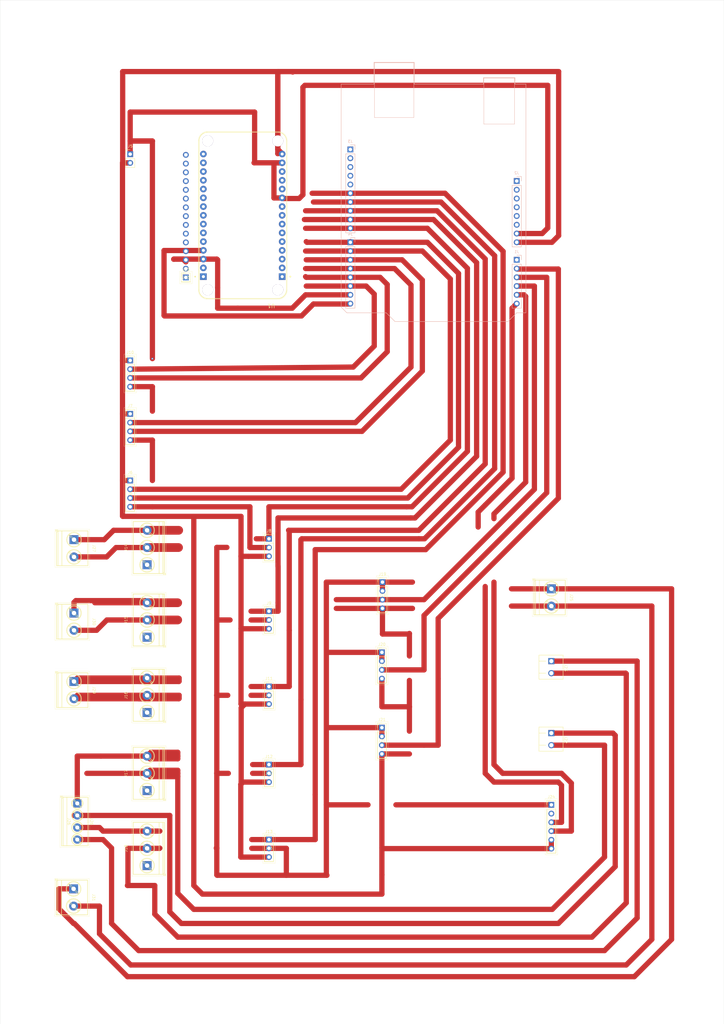
<source format=kicad_pcb>
(kicad_pcb (version 4) (generator gerbview)
  (layers (0 F.Cu signal) (31 B.Cu signal) (34 B.Paste user) (35 F.Paste user) (36 B.SilkS user) (37 F.SilkS user) (38 B.Mask user) (39 F.Mask user) (44 Edge.Cuts user))
  (gr_line (start -105 148.5) (end -105 -148.5) (layer Edge.Cuts) (width 0.05))
  (gr_line (start -105 -148.5) (end 105 -148.5) (layer Edge.Cuts) (width 0.05))
  (gr_line (start 105 -148.5) (end 105 148.5) (layer Edge.Cuts) (width 0.05))
  (gr_line (start 105 148.5) (end -105 148.5) (layer Edge.Cuts) (width 0.05))
  (gr_line (start -27.64832 97.08956) (end -27.64832 97.66098) (layer F.SilkS) (width 0.095))
  (gr_line (start -27.64832 97.66098) (end -27.68641 97.77527) (layer F.SilkS) (width 0.095))
  (gr_line (start -27.68641 97.77527) (end -27.76261 97.85146) (layer F.SilkS) (width 0.095))
  (gr_line (start -27.76261 97.85146) (end -27.87689 97.88956) (layer F.SilkS) (width 0.095))
  (gr_line (start -27.87689 97.88956) (end -27.95308 97.88956) (layer F.SilkS) (width 0.095))
  (gr_line (start -26.84832 97.88956) (end -27.30546 97.88956) (layer F.SilkS) (width 0.095))
  (gr_line (start -27.07689 97.88956) (end -27.07689 97.08956) (layer F.SilkS) (width 0.095))
  (gr_line (start -27.07689 97.08956) (end -27.15308 97.20384) (layer F.SilkS) (width 0.095))
  (gr_line (start -27.15308 97.20384) (end -27.22927 97.28003) (layer F.SilkS) (width 0.095))
  (gr_line (start -27.22927 97.28003) (end -27.30546 97.31813) (layer F.SilkS) (width 0.095))
  (gr_line (start -26.58165 97.08956) (end -26.08641 97.08956) (layer F.SilkS) (width 0.095))
  (gr_line (start -26.08641 97.08956) (end -26.35308 97.39432) (layer F.SilkS) (width 0.095))
  (gr_line (start -26.35308 97.39432) (end -26.2388 97.39432) (layer F.SilkS) (width 0.095))
  (gr_line (start -26.2388 97.39432) (end -26.1626 97.43241) (layer F.SilkS) (width 0.095))
  (gr_line (start -26.1626 97.43241) (end -26.12451 97.47051) (layer F.SilkS) (width 0.095))
  (gr_line (start -26.12451 97.47051) (end -26.08641 97.5467) (layer F.SilkS) (width 0.095))
  (gr_line (start -26.08641 97.5467) (end -26.08641 97.73717) (layer F.SilkS) (width 0.095))
  (gr_line (start -26.08641 97.73717) (end -26.12451 97.81336) (layer F.SilkS) (width 0.095))
  (gr_line (start -26.12451 97.81336) (end -26.1626 97.85146) (layer F.SilkS) (width 0.095))
  (gr_line (start -26.1626 97.85146) (end -26.2388 97.88956) (layer F.SilkS) (width 0.095))
  (gr_line (start -26.2388 97.88956) (end -26.46737 97.88956) (layer F.SilkS) (width 0.095))
  (gr_line (start -26.46737 97.88956) (end -26.54356 97.85146) (layer F.SilkS) (width 0.095))
  (gr_line (start -26.54356 97.85146) (end -26.58165 97.81336) (layer F.SilkS) (width 0.095))
  (gr_line (start -27.64832 92.21956) (end -27.64832 92.79098) (layer F.SilkS) (width 0.095))
  (gr_line (start -27.64832 92.79098) (end -27.68641 92.90527) (layer F.SilkS) (width 0.095))
  (gr_line (start -27.68641 92.90527) (end -27.76261 92.98146) (layer F.SilkS) (width 0.095))
  (gr_line (start -27.76261 92.98146) (end -27.87689 93.01956) (layer F.SilkS) (width 0.095))
  (gr_line (start -27.87689 93.01956) (end -27.95308 93.01956) (layer F.SilkS) (width 0.095))
  (gr_line (start -26.84832 93.01956) (end -27.30546 93.01956) (layer F.SilkS) (width 0.095))
  (gr_line (start -27.07689 93.01956) (end -27.07689 92.21956) (layer F.SilkS) (width 0.095))
  (gr_line (start -27.07689 92.21956) (end -27.15308 92.33384) (layer F.SilkS) (width 0.095))
  (gr_line (start -27.15308 92.33384) (end -27.22927 92.41003) (layer F.SilkS) (width 0.095))
  (gr_line (start -27.22927 92.41003) (end -27.30546 92.44813) (layer F.SilkS) (width 0.095))
  (gr_line (start -26.58165 92.21956) (end -26.08641 92.21956) (layer F.SilkS) (width 0.095))
  (gr_line (start -26.08641 92.21956) (end -26.35308 92.52432) (layer F.SilkS) (width 0.095))
  (gr_line (start -26.35308 92.52432) (end -26.2388 92.52432) (layer F.SilkS) (width 0.095))
  (gr_line (start -26.2388 92.52432) (end -26.1626 92.56241) (layer F.SilkS) (width 0.095))
  (gr_line (start -26.1626 92.56241) (end -26.12451 92.60051) (layer F.SilkS) (width 0.095))
  (gr_line (start -26.12451 92.60051) (end -26.08641 92.6767) (layer F.SilkS) (width 0.095))
  (gr_line (start -26.08641 92.6767) (end -26.08641 92.86717) (layer F.SilkS) (width 0.095))
  (gr_line (start -26.08641 92.86717) (end -26.12451 92.94336) (layer F.SilkS) (width 0.095))
  (gr_line (start -26.12451 92.94336) (end -26.1626 92.98146) (layer F.SilkS) (width 0.095))
  (gr_line (start -26.1626 92.98146) (end -26.2388 93.01956) (layer F.SilkS) (width 0.095))
  (gr_line (start -26.2388 93.01956) (end -26.46737 93.01956) (layer F.SilkS) (width 0.095))
  (gr_line (start -26.46737 93.01956) (end -26.54356 92.98146) (layer F.SilkS) (width 0.095))
  (gr_line (start -26.54356 92.98146) (end -26.58165 92.94336) (layer F.SilkS) (width 0.095))
  (gr_line (start 54.27568 90.81956) (end 54.27568 91.39098) (layer F.SilkS) (width 0.095))
  (gr_line (start 54.27568 91.39098) (end 54.23759 91.50527) (layer F.SilkS) (width 0.095))
  (gr_line (start 54.23759 91.50527) (end 54.16139 91.58146) (layer F.SilkS) (width 0.095))
  (gr_line (start 54.16139 91.58146) (end 54.04711 91.61956) (layer F.SilkS) (width 0.095))
  (gr_line (start 54.04711 91.61956) (end 53.97092 91.61956) (layer F.SilkS) (width 0.095))
  (gr_line (start 54.61854 90.89575) (end 54.65663 90.85765) (layer F.SilkS) (width 0.095))
  (gr_line (start 54.65663 90.85765) (end 54.73282 90.81956) (layer F.SilkS) (width 0.095))
  (gr_line (start 54.73282 90.81956) (end 54.9233 90.81956) (layer F.SilkS) (width 0.095))
  (gr_line (start 54.9233 90.81956) (end 54.99949 90.85765) (layer F.SilkS) (width 0.095))
  (gr_line (start 54.99949 90.85765) (end 55.03759 90.89575) (layer F.SilkS) (width 0.095))
  (gr_line (start 55.03759 90.89575) (end 55.07568 90.97194) (layer F.SilkS) (width 0.095))
  (gr_line (start 55.07568 90.97194) (end 55.07568 91.04813) (layer F.SilkS) (width 0.095))
  (gr_line (start 55.07568 91.04813) (end 55.03759 91.16241) (layer F.SilkS) (width 0.095))
  (gr_line (start 55.03759 91.16241) (end 54.58044 91.61956) (layer F.SilkS) (width 0.095))
  (gr_line (start 54.58044 91.61956) (end 55.07568 91.61956) (layer F.SilkS) (width 0.095))
  (gr_line (start 55.7614 91.08622) (end 55.7614 91.61956) (layer F.SilkS) (width 0.095))
  (gr_line (start 55.57092 90.78146) (end 55.38044 91.35289) (layer F.SilkS) (width 0.095))
  (gr_line (start 55.38044 91.35289) (end 55.87568 91.35289) (layer F.SilkS) (width 0.095))
  (gr_line (start 54.27568 82.13956) (end 54.27568 82.71098) (layer F.SilkS) (width 0.095))
  (gr_line (start 54.27568 82.71098) (end 54.23759 82.82527) (layer F.SilkS) (width 0.095))
  (gr_line (start 54.23759 82.82527) (end 54.16139 82.90146) (layer F.SilkS) (width 0.095))
  (gr_line (start 54.16139 82.90146) (end 54.04711 82.93956) (layer F.SilkS) (width 0.095))
  (gr_line (start 54.04711 82.93956) (end 53.97092 82.93956) (layer F.SilkS) (width 0.095))
  (gr_line (start 54.61854 82.21575) (end 54.65663 82.17765) (layer F.SilkS) (width 0.095))
  (gr_line (start 54.65663 82.17765) (end 54.73282 82.13956) (layer F.SilkS) (width 0.095))
  (gr_line (start 54.73282 82.13956) (end 54.9233 82.13956) (layer F.SilkS) (width 0.095))
  (gr_line (start 54.9233 82.13956) (end 54.99949 82.17765) (layer F.SilkS) (width 0.095))
  (gr_line (start 54.99949 82.17765) (end 55.03759 82.21575) (layer F.SilkS) (width 0.095))
  (gr_line (start 55.03759 82.21575) (end 55.07568 82.29194) (layer F.SilkS) (width 0.095))
  (gr_line (start 55.07568 82.29194) (end 55.07568 82.36813) (layer F.SilkS) (width 0.095))
  (gr_line (start 55.07568 82.36813) (end 55.03759 82.48241) (layer F.SilkS) (width 0.095))
  (gr_line (start 55.03759 82.48241) (end 54.58044 82.93956) (layer F.SilkS) (width 0.095))
  (gr_line (start 54.58044 82.93956) (end 55.07568 82.93956) (layer F.SilkS) (width 0.095))
  (gr_line (start 55.7614 82.40622) (end 55.7614 82.93956) (layer F.SilkS) (width 0.095))
  (gr_line (start 55.57092 82.10146) (end 55.38044 82.67289) (layer F.SilkS) (width 0.095))
  (gr_line (start 55.38044 82.67289) (end 55.87568 82.67289) (layer F.SilkS) (width 0.095))
  (gr_line (start -27.26737 30.85806) (end -27.26737 31.42948) (layer F.SilkS) (width 0.095))
  (gr_line (start -27.26737 31.42948) (end -27.30546 31.54377) (layer F.SilkS) (width 0.095))
  (gr_line (start -27.30546 31.54377) (end -27.38165 31.61996) (layer F.SilkS) (width 0.095))
  (gr_line (start -27.38165 31.61996) (end -27.49594 31.65806) (layer F.SilkS) (width 0.095))
  (gr_line (start -27.49594 31.65806) (end -27.57213 31.65806) (layer F.SilkS) (width 0.095))
  (gr_line (start -26.84832 31.65806) (end -26.69594 31.65806) (layer F.SilkS) (width 0.095))
  (gr_line (start -26.69594 31.65806) (end -26.61975 31.61996) (layer F.SilkS) (width 0.095))
  (gr_line (start -26.61975 31.61996) (end -26.58165 31.58186) (layer F.SilkS) (width 0.095))
  (gr_line (start -26.58165 31.58186) (end -26.50546 31.46758) (layer F.SilkS) (width 0.095))
  (gr_line (start -26.50546 31.46758) (end -26.46737 31.3152) (layer F.SilkS) (width 0.095))
  (gr_line (start -26.46737 31.3152) (end -26.46737 31.01044) (layer F.SilkS) (width 0.095))
  (gr_line (start -26.46737 31.01044) (end -26.50546 30.93425) (layer F.SilkS) (width 0.095))
  (gr_line (start -26.50546 30.93425) (end -26.54356 30.89615) (layer F.SilkS) (width 0.095))
  (gr_line (start -26.54356 30.89615) (end -26.61975 30.85806) (layer F.SilkS) (width 0.095))
  (gr_line (start -26.61975 30.85806) (end -26.77213 30.85806) (layer F.SilkS) (width 0.095))
  (gr_line (start -26.77213 30.85806) (end -26.84832 30.89615) (layer F.SilkS) (width 0.095))
  (gr_line (start -26.84832 30.89615) (end -26.88641 30.93425) (layer F.SilkS) (width 0.095))
  (gr_line (start -26.88641 30.93425) (end -26.92451 31.01044) (layer F.SilkS) (width 0.095))
  (gr_line (start -26.92451 31.01044) (end -26.92451 31.20091) (layer F.SilkS) (width 0.095))
  (gr_line (start -26.92451 31.20091) (end -26.88641 31.2771) (layer F.SilkS) (width 0.095))
  (gr_line (start -26.88641 31.2771) (end -26.84832 31.3152) (layer F.SilkS) (width 0.095))
  (gr_line (start -26.84832 31.3152) (end -26.77213 31.35329) (layer F.SilkS) (width 0.095))
  (gr_line (start -26.77213 31.35329) (end -26.61975 31.35329) (layer F.SilkS) (width 0.095))
  (gr_line (start -26.61975 31.35329) (end -26.54356 31.3152) (layer F.SilkS) (width 0.095))
  (gr_line (start -26.54356 31.3152) (end -26.50546 31.2771) (layer F.SilkS) (width 0.095))
  (gr_line (start -26.50546 31.2771) (end -26.46737 31.20091) (layer F.SilkS) (width 0.095))
  (gr_line (start -27.26737 25.98806) (end -27.26737 26.55948) (layer F.SilkS) (width 0.095))
  (gr_line (start -27.26737 26.55948) (end -27.30546 26.67377) (layer F.SilkS) (width 0.095))
  (gr_line (start -27.30546 26.67377) (end -27.38165 26.74996) (layer F.SilkS) (width 0.095))
  (gr_line (start -27.38165 26.74996) (end -27.49594 26.78806) (layer F.SilkS) (width 0.095))
  (gr_line (start -27.49594 26.78806) (end -27.57213 26.78806) (layer F.SilkS) (width 0.095))
  (gr_line (start -26.84832 26.78806) (end -26.69594 26.78806) (layer F.SilkS) (width 0.095))
  (gr_line (start -26.69594 26.78806) (end -26.61975 26.74996) (layer F.SilkS) (width 0.095))
  (gr_line (start -26.61975 26.74996) (end -26.58165 26.71186) (layer F.SilkS) (width 0.095))
  (gr_line (start -26.58165 26.71186) (end -26.50546 26.59758) (layer F.SilkS) (width 0.095))
  (gr_line (start -26.50546 26.59758) (end -26.46737 26.4452) (layer F.SilkS) (width 0.095))
  (gr_line (start -26.46737 26.4452) (end -26.46737 26.14044) (layer F.SilkS) (width 0.095))
  (gr_line (start -26.46737 26.14044) (end -26.50546 26.06425) (layer F.SilkS) (width 0.095))
  (gr_line (start -26.50546 26.06425) (end -26.54356 26.02615) (layer F.SilkS) (width 0.095))
  (gr_line (start -26.54356 26.02615) (end -26.61975 25.98806) (layer F.SilkS) (width 0.095))
  (gr_line (start -26.61975 25.98806) (end -26.77213 25.98806) (layer F.SilkS) (width 0.095))
  (gr_line (start -26.77213 25.98806) (end -26.84832 26.02615) (layer F.SilkS) (width 0.095))
  (gr_line (start -26.84832 26.02615) (end -26.88641 26.06425) (layer F.SilkS) (width 0.095))
  (gr_line (start -26.88641 26.06425) (end -26.92451 26.14044) (layer F.SilkS) (width 0.095))
  (gr_line (start -26.92451 26.14044) (end -26.92451 26.33091) (layer F.SilkS) (width 0.095))
  (gr_line (start -26.92451 26.33091) (end -26.88641 26.4071) (layer F.SilkS) (width 0.095))
  (gr_line (start -26.88641 26.4071) (end -26.84832 26.4452) (layer F.SilkS) (width 0.095))
  (gr_line (start -26.84832 26.4452) (end -26.77213 26.48329) (layer F.SilkS) (width 0.095))
  (gr_line (start -26.77213 26.48329) (end -26.61975 26.48329) (layer F.SilkS) (width 0.095))
  (gr_line (start -26.61975 26.48329) (end -26.54356 26.4452) (layer F.SilkS) (width 0.095))
  (gr_line (start -26.54356 26.4452) (end -26.50546 26.4071) (layer F.SilkS) (width 0.095))
  (gr_line (start -26.50546 26.4071) (end -26.46737 26.33091) (layer F.SilkS) (width 0.095))
  (gr_line (start 5.11308 44.05806) (end 5.11308 44.62948) (layer F.SilkS) (width 0.095))
  (gr_line (start 5.11308 44.62948) (end 5.07499 44.74377) (layer F.SilkS) (width 0.095))
  (gr_line (start 5.07499 44.74377) (end 4.99879 44.81996) (layer F.SilkS) (width 0.095))
  (gr_line (start 4.99879 44.81996) (end 4.88451 44.85806) (layer F.SilkS) (width 0.095))
  (gr_line (start 4.88451 44.85806) (end 4.80832 44.85806) (layer F.SilkS) (width 0.095))
  (gr_line (start 5.45594 44.13425) (end 5.49403 44.09615) (layer F.SilkS) (width 0.095))
  (gr_line (start 5.49403 44.09615) (end 5.57022 44.05806) (layer F.SilkS) (width 0.095))
  (gr_line (start 5.57022 44.05806) (end 5.7607 44.05806) (layer F.SilkS) (width 0.095))
  (gr_line (start 5.7607 44.05806) (end 5.83689 44.09615) (layer F.SilkS) (width 0.095))
  (gr_line (start 5.83689 44.09615) (end 5.87499 44.13425) (layer F.SilkS) (width 0.095))
  (gr_line (start 5.87499 44.13425) (end 5.91308 44.21044) (layer F.SilkS) (width 0.095))
  (gr_line (start 5.91308 44.21044) (end 5.91308 44.28663) (layer F.SilkS) (width 0.095))
  (gr_line (start 5.91308 44.28663) (end 5.87499 44.40091) (layer F.SilkS) (width 0.095))
  (gr_line (start 5.87499 44.40091) (end 5.41784 44.85806) (layer F.SilkS) (width 0.095))
  (gr_line (start 5.41784 44.85806) (end 5.91308 44.85806) (layer F.SilkS) (width 0.095))
  (gr_line (start 6.40832 44.05806) (end 6.48451 44.05806) (layer F.SilkS) (width 0.095))
  (gr_line (start 6.48451 44.05806) (end 6.5607 44.09615) (layer F.SilkS) (width 0.095))
  (gr_line (start 6.5607 44.09615) (end 6.5988 44.13425) (layer F.SilkS) (width 0.095))
  (gr_line (start 6.5988 44.13425) (end 6.63689 44.21044) (layer F.SilkS) (width 0.095))
  (gr_line (start 6.63689 44.21044) (end 6.67499 44.36282) (layer F.SilkS) (width 0.095))
  (gr_line (start 6.67499 44.36282) (end 6.67499 44.55329) (layer F.SilkS) (width 0.095))
  (gr_line (start 6.67499 44.55329) (end 6.63689 44.70567) (layer F.SilkS) (width 0.095))
  (gr_line (start 6.63689 44.70567) (end 6.5988 44.78186) (layer F.SilkS) (width 0.095))
  (gr_line (start 6.5988 44.78186) (end 6.5607 44.81996) (layer F.SilkS) (width 0.095))
  (gr_line (start 6.5607 44.81996) (end 6.48451 44.85806) (layer F.SilkS) (width 0.095))
  (gr_line (start 6.48451 44.85806) (end 6.40832 44.85806) (layer F.SilkS) (width 0.095))
  (gr_line (start 6.40832 44.85806) (end 6.33213 44.81996) (layer F.SilkS) (width 0.095))
  (gr_line (start 6.33213 44.81996) (end 6.29403 44.78186) (layer F.SilkS) (width 0.095))
  (gr_line (start 6.29403 44.78186) (end 6.25594 44.70567) (layer F.SilkS) (width 0.095))
  (gr_line (start 6.25594 44.70567) (end 6.21784 44.55329) (layer F.SilkS) (width 0.095))
  (gr_line (start 6.21784 44.55329) (end 6.21784 44.36282) (layer F.SilkS) (width 0.095))
  (gr_line (start 6.21784 44.36282) (end 6.25594 44.21044) (layer F.SilkS) (width 0.095))
  (gr_line (start 6.25594 44.21044) (end 6.29403 44.13425) (layer F.SilkS) (width 0.095))
  (gr_line (start 6.29403 44.13425) (end 6.33213 44.09615) (layer F.SilkS) (width 0.095))
  (gr_line (start 6.33213 44.09615) (end 6.40832 44.05806) (layer F.SilkS) (width 0.095))
  (gr_line (start 5.11308 37.91806) (end 5.11308 38.48948) (layer F.SilkS) (width 0.095))
  (gr_line (start 5.11308 38.48948) (end 5.07499 38.60377) (layer F.SilkS) (width 0.095))
  (gr_line (start 5.07499 38.60377) (end 4.99879 38.67996) (layer F.SilkS) (width 0.095))
  (gr_line (start 4.99879 38.67996) (end 4.88451 38.71806) (layer F.SilkS) (width 0.095))
  (gr_line (start 4.88451 38.71806) (end 4.80832 38.71806) (layer F.SilkS) (width 0.095))
  (gr_line (start 5.45594 37.99425) (end 5.49403 37.95615) (layer F.SilkS) (width 0.095))
  (gr_line (start 5.49403 37.95615) (end 5.57022 37.91806) (layer F.SilkS) (width 0.095))
  (gr_line (start 5.57022 37.91806) (end 5.7607 37.91806) (layer F.SilkS) (width 0.095))
  (gr_line (start 5.7607 37.91806) (end 5.83689 37.95615) (layer F.SilkS) (width 0.095))
  (gr_line (start 5.83689 37.95615) (end 5.87499 37.99425) (layer F.SilkS) (width 0.095))
  (gr_line (start 5.87499 37.99425) (end 5.91308 38.07044) (layer F.SilkS) (width 0.095))
  (gr_line (start 5.91308 38.07044) (end 5.91308 38.14663) (layer F.SilkS) (width 0.095))
  (gr_line (start 5.91308 38.14663) (end 5.87499 38.26091) (layer F.SilkS) (width 0.095))
  (gr_line (start 5.87499 38.26091) (end 5.41784 38.71806) (layer F.SilkS) (width 0.095))
  (gr_line (start 5.41784 38.71806) (end 5.91308 38.71806) (layer F.SilkS) (width 0.095))
  (gr_line (start 6.40832 37.91806) (end 6.48451 37.91806) (layer F.SilkS) (width 0.095))
  (gr_line (start 6.48451 37.91806) (end 6.5607 37.95615) (layer F.SilkS) (width 0.095))
  (gr_line (start 6.5607 37.95615) (end 6.5988 37.99425) (layer F.SilkS) (width 0.095))
  (gr_line (start 6.5988 37.99425) (end 6.63689 38.07044) (layer F.SilkS) (width 0.095))
  (gr_line (start 6.63689 38.07044) (end 6.67499 38.22282) (layer F.SilkS) (width 0.095))
  (gr_line (start 6.67499 38.22282) (end 6.67499 38.41329) (layer F.SilkS) (width 0.095))
  (gr_line (start 6.67499 38.41329) (end 6.63689 38.56567) (layer F.SilkS) (width 0.095))
  (gr_line (start 6.63689 38.56567) (end 6.5988 38.64186) (layer F.SilkS) (width 0.095))
  (gr_line (start 6.5988 38.64186) (end 6.5607 38.67996) (layer F.SilkS) (width 0.095))
  (gr_line (start 6.5607 38.67996) (end 6.48451 38.71806) (layer F.SilkS) (width 0.095))
  (gr_line (start 6.48451 38.71806) (end 6.40832 38.71806) (layer F.SilkS) (width 0.095))
  (gr_line (start 6.40832 38.71806) (end 6.33213 38.67996) (layer F.SilkS) (width 0.095))
  (gr_line (start 6.33213 38.67996) (end 6.29403 38.64186) (layer F.SilkS) (width 0.095))
  (gr_line (start 6.29403 38.64186) (end 6.25594 38.56567) (layer F.SilkS) (width 0.095))
  (gr_line (start 6.25594 38.56567) (end 6.21784 38.41329) (layer F.SilkS) (width 0.095))
  (gr_line (start 6.21784 38.41329) (end 6.21784 38.22282) (layer F.SilkS) (width 0.095))
  (gr_line (start 6.21784 38.22282) (end 6.25594 38.07044) (layer F.SilkS) (width 0.095))
  (gr_line (start 6.25594 38.07044) (end 6.29403 37.99425) (layer F.SilkS) (width 0.095))
  (gr_line (start 6.29403 37.99425) (end 6.33213 37.95615) (layer F.SilkS) (width 0.095))
  (gr_line (start 6.33213 37.95615) (end 6.40832 37.91806) (layer F.SilkS) (width 0.095))
  (gr_line (start 61.18465 24.12027) (end 60.61322 24.12027) (layer F.SilkS) (width 0.095))
  (gr_line (start 60.61322 24.12027) (end 60.49893 24.08218) (layer F.SilkS) (width 0.095))
  (gr_line (start 60.49893 24.08218) (end 60.42274 24.00599) (layer F.SilkS) (width 0.095))
  (gr_line (start 60.42274 24.00599) (end 60.38465 23.8917) (layer F.SilkS) (width 0.095))
  (gr_line (start 60.38465 23.8917) (end 60.38465 23.81551) (layer F.SilkS) (width 0.095))
  (gr_line (start 61.10846 24.46313) (end 61.14655 24.50123) (layer F.SilkS) (width 0.095))
  (gr_line (start 61.14655 24.50123) (end 61.18465 24.57742) (layer F.SilkS) (width 0.095))
  (gr_line (start 61.18465 24.57742) (end 61.18465 24.76789) (layer F.SilkS) (width 0.095))
  (gr_line (start 61.18465 24.76789) (end 61.14655 24.84408) (layer F.SilkS) (width 0.095))
  (gr_line (start 61.14655 24.84408) (end 61.10846 24.88218) (layer F.SilkS) (width 0.095))
  (gr_line (start 61.10846 24.88218) (end 61.03227 24.92027) (layer F.SilkS) (width 0.095))
  (gr_line (start 61.03227 24.92027) (end 60.95608 24.92027) (layer F.SilkS) (width 0.095))
  (gr_line (start 60.95608 24.92027) (end 60.84179 24.88218) (layer F.SilkS) (width 0.095))
  (gr_line (start 60.84179 24.88218) (end 60.38465 24.42504) (layer F.SilkS) (width 0.095))
  (gr_line (start 60.38465 24.42504) (end 60.38465 24.92027) (layer F.SilkS) (width 0.095))
  (gr_line (start 61.18465 25.64408) (end 61.18465 25.26313) (layer F.SilkS) (width 0.095))
  (gr_line (start 61.18465 25.26313) (end 60.8037 25.22504) (layer F.SilkS) (width 0.095))
  (gr_line (start 60.8037 25.22504) (end 60.84179 25.26313) (layer F.SilkS) (width 0.095))
  (gr_line (start 60.84179 25.26313) (end 60.87989 25.33932) (layer F.SilkS) (width 0.095))
  (gr_line (start 60.87989 25.33932) (end 60.87989 25.5298) (layer F.SilkS) (width 0.095))
  (gr_line (start 60.87989 25.5298) (end 60.84179 25.60599) (layer F.SilkS) (width 0.095))
  (gr_line (start 60.84179 25.60599) (end 60.8037 25.64408) (layer F.SilkS) (width 0.095))
  (gr_line (start 60.8037 25.64408) (end 60.7275 25.68218) (layer F.SilkS) (width 0.095))
  (gr_line (start 60.7275 25.68218) (end 60.53703 25.68218) (layer F.SilkS) (width 0.095))
  (gr_line (start 60.53703 25.68218) (end 60.46084 25.64408) (layer F.SilkS) (width 0.095))
  (gr_line (start 60.46084 25.64408) (end 60.42274 25.60599) (layer F.SilkS) (width 0.095))
  (gr_line (start 60.42274 25.60599) (end 60.38465 25.5298) (layer F.SilkS) (width 0.095))
  (gr_line (start 60.38465 25.5298) (end 60.38465 25.33932) (layer F.SilkS) (width 0.095))
  (gr_line (start 60.38465 25.33932) (end 60.42274 25.26313) (layer F.SilkS) (width 0.095))
  (gr_line (start 60.42274 25.26313) (end 60.46084 25.22504) (layer F.SilkS) (width 0.095))
  (gr_line (start 5.28218 23.69246) (end 5.28218 24.26388) (layer F.SilkS) (width 0.095))
  (gr_line (start 5.28218 24.26388) (end 5.24409 24.37817) (layer F.SilkS) (width 0.095))
  (gr_line (start 5.24409 24.37817) (end 5.16789 24.45436) (layer F.SilkS) (width 0.095))
  (gr_line (start 5.16789 24.45436) (end 5.05361 24.49246) (layer F.SilkS) (width 0.095))
  (gr_line (start 5.05361 24.49246) (end 4.97742 24.49246) (layer F.SilkS) (width 0.095))
  (gr_line (start 6.08218 24.49246) (end 5.62504 24.49246) (layer F.SilkS) (width 0.095))
  (gr_line (start 5.85361 24.49246) (end 5.85361 23.69246) (layer F.SilkS) (width 0.095))
  (gr_line (start 5.85361 23.69246) (end 5.77742 23.80674) (layer F.SilkS) (width 0.095))
  (gr_line (start 5.77742 23.80674) (end 5.70123 23.88293) (layer F.SilkS) (width 0.095))
  (gr_line (start 5.70123 23.88293) (end 5.62504 23.92103) (layer F.SilkS) (width 0.095))
  (gr_line (start 6.46313 24.49246) (end 6.61551 24.49246) (layer F.SilkS) (width 0.095))
  (gr_line (start 6.61551 24.49246) (end 6.6917 24.45436) (layer F.SilkS) (width 0.095))
  (gr_line (start 6.6917 24.45436) (end 6.7298 24.41626) (layer F.SilkS) (width 0.095))
  (gr_line (start 6.7298 24.41626) (end 6.80599 24.30198) (layer F.SilkS) (width 0.095))
  (gr_line (start 6.80599 24.30198) (end 6.84409 24.1496) (layer F.SilkS) (width 0.095))
  (gr_line (start 6.84409 24.1496) (end 6.84409 23.84484) (layer F.SilkS) (width 0.095))
  (gr_line (start 6.84409 23.84484) (end 6.80599 23.76865) (layer F.SilkS) (width 0.095))
  (gr_line (start 6.80599 23.76865) (end 6.7679 23.73055) (layer F.SilkS) (width 0.095))
  (gr_line (start 6.7679 23.73055) (end 6.6917 23.69246) (layer F.SilkS) (width 0.095))
  (gr_line (start 6.6917 23.69246) (end 6.53932 23.69246) (layer F.SilkS) (width 0.095))
  (gr_line (start 6.53932 23.69246) (end 6.46313 23.73055) (layer F.SilkS) (width 0.095))
  (gr_line (start 6.46313 23.73055) (end 6.42504 23.76865) (layer F.SilkS) (width 0.095))
  (gr_line (start 6.42504 23.76865) (end 6.38694 23.84484) (layer F.SilkS) (width 0.095))
  (gr_line (start 6.38694 23.84484) (end 6.38694 24.03531) (layer F.SilkS) (width 0.095))
  (gr_line (start 6.38694 24.03531) (end 6.42504 24.1115) (layer F.SilkS) (width 0.095))
  (gr_line (start 6.42504 24.1115) (end 6.46313 24.1496) (layer F.SilkS) (width 0.095))
  (gr_line (start 6.46313 24.1496) (end 6.53932 24.18769) (layer F.SilkS) (width 0.095))
  (gr_line (start 6.53932 24.18769) (end 6.6917 24.18769) (layer F.SilkS) (width 0.095))
  (gr_line (start 6.6917 24.18769) (end 6.7679 24.1496) (layer F.SilkS) (width 0.095))
  (gr_line (start 6.7679 24.1496) (end 6.80599 24.1115) (layer F.SilkS) (width 0.095))
  (gr_line (start 6.80599 24.1115) (end 6.84409 24.03531) (layer F.SilkS) (width 0.095))
  (gr_line (start 5.28218 17.55246) (end 5.28218 18.12388) (layer F.SilkS) (width 0.095))
  (gr_line (start 5.28218 18.12388) (end 5.24409 18.23817) (layer F.SilkS) (width 0.095))
  (gr_line (start 5.24409 18.23817) (end 5.16789 18.31436) (layer F.SilkS) (width 0.095))
  (gr_line (start 5.16789 18.31436) (end 5.05361 18.35246) (layer F.SilkS) (width 0.095))
  (gr_line (start 5.05361 18.35246) (end 4.97742 18.35246) (layer F.SilkS) (width 0.095))
  (gr_line (start 6.08218 18.35246) (end 5.62504 18.35246) (layer F.SilkS) (width 0.095))
  (gr_line (start 5.85361 18.35246) (end 5.85361 17.55246) (layer F.SilkS) (width 0.095))
  (gr_line (start 5.85361 17.55246) (end 5.77742 17.66674) (layer F.SilkS) (width 0.095))
  (gr_line (start 5.77742 17.66674) (end 5.70123 17.74293) (layer F.SilkS) (width 0.095))
  (gr_line (start 5.70123 17.74293) (end 5.62504 17.78103) (layer F.SilkS) (width 0.095))
  (gr_line (start 6.46313 18.35246) (end 6.61551 18.35246) (layer F.SilkS) (width 0.095))
  (gr_line (start 6.61551 18.35246) (end 6.6917 18.31436) (layer F.SilkS) (width 0.095))
  (gr_line (start 6.6917 18.31436) (end 6.7298 18.27626) (layer F.SilkS) (width 0.095))
  (gr_line (start 6.7298 18.27626) (end 6.80599 18.16198) (layer F.SilkS) (width 0.095))
  (gr_line (start 6.80599 18.16198) (end 6.84409 18.0096) (layer F.SilkS) (width 0.095))
  (gr_line (start 6.84409 18.0096) (end 6.84409 17.70484) (layer F.SilkS) (width 0.095))
  (gr_line (start 6.84409 17.70484) (end 6.80599 17.62865) (layer F.SilkS) (width 0.095))
  (gr_line (start 6.80599 17.62865) (end 6.7679 17.59055) (layer F.SilkS) (width 0.095))
  (gr_line (start 6.7679 17.59055) (end 6.6917 17.55246) (layer F.SilkS) (width 0.095))
  (gr_line (start 6.6917 17.55246) (end 6.53932 17.55246) (layer F.SilkS) (width 0.095))
  (gr_line (start 6.53932 17.55246) (end 6.46313 17.59055) (layer F.SilkS) (width 0.095))
  (gr_line (start 6.46313 17.59055) (end 6.42504 17.62865) (layer F.SilkS) (width 0.095))
  (gr_line (start 6.42504 17.62865) (end 6.38694 17.70484) (layer F.SilkS) (width 0.095))
  (gr_line (start 6.38694 17.70484) (end 6.38694 17.89531) (layer F.SilkS) (width 0.095))
  (gr_line (start 6.38694 17.89531) (end 6.42504 17.9715) (layer F.SilkS) (width 0.095))
  (gr_line (start 6.42504 17.9715) (end 6.46313 18.0096) (layer F.SilkS) (width 0.095))
  (gr_line (start 6.46313 18.0096) (end 6.53932 18.04769) (layer F.SilkS) (width 0.095))
  (gr_line (start 6.53932 18.04769) (end 6.6917 18.04769) (layer F.SilkS) (width 0.095))
  (gr_line (start 6.6917 18.04769) (end 6.7679 18.0096) (layer F.SilkS) (width 0.095))
  (gr_line (start 6.7679 18.0096) (end 6.80599 17.9715) (layer F.SilkS) (width 0.095))
  (gr_line (start 6.80599 17.9715) (end 6.84409 17.89531) (layer F.SilkS) (width 0.095))
  (gr_line (start -25.49164 -59.1699) (end -25.49164 -60.07656) (layer F.SilkS) (width 0.133))
  (gr_line (start -25.49164 -60.07656) (end -25.54497 -60.18323) (layer F.SilkS) (width 0.133))
  (gr_line (start -25.54497 -60.18323) (end -25.5983 -60.23656) (layer F.SilkS) (width 0.133))
  (gr_line (start -25.5983 -60.23656) (end -25.70497 -60.2899) (layer F.SilkS) (width 0.133))
  (gr_line (start -25.70497 -60.2899) (end -25.9183 -60.2899) (layer F.SilkS) (width 0.133))
  (gr_line (start -25.9183 -60.2899) (end -26.02497 -60.23656) (layer F.SilkS) (width 0.133))
  (gr_line (start -26.02497 -60.23656) (end -26.0783 -60.18323) (layer F.SilkS) (width 0.133))
  (gr_line (start -26.0783 -60.18323) (end -26.13164 -60.07656) (layer F.SilkS) (width 0.133))
  (gr_line (start -26.13164 -60.07656) (end -26.13164 -59.1699) (layer F.SilkS) (width 0.133))
  (gr_line (start -27.25164 -60.2899) (end -26.61164 -60.2899) (layer F.SilkS) (width 0.133))
  (gr_line (start -26.93164 -60.2899) (end -26.93164 -59.1699) (layer F.SilkS) (width 0.133))
  (gr_line (start -26.93164 -59.1699) (end -26.82497 -59.3299) (layer F.SilkS) (width 0.133))
  (gr_line (start -26.82497 -59.3299) (end -26.7183 -59.43656) (layer F.SilkS) (width 0.133))
  (gr_line (start -26.7183 -59.43656) (end -26.61164 -59.4899) (layer F.SilkS) (width 0.133))
  (gr_line (start -27.26737 9.84716) (end -27.26737 10.41858) (layer F.SilkS) (width 0.095))
  (gr_line (start -27.26737 10.41858) (end -27.30546 10.53287) (layer F.SilkS) (width 0.095))
  (gr_line (start -27.30546 10.53287) (end -27.38165 10.60906) (layer F.SilkS) (width 0.095))
  (gr_line (start -27.38165 10.60906) (end -27.49594 10.64716) (layer F.SilkS) (width 0.095))
  (gr_line (start -27.49594 10.64716) (end -27.57213 10.64716) (layer F.SilkS) (width 0.095))
  (gr_line (start -26.77213 10.19001) (end -26.84832 10.15192) (layer F.SilkS) (width 0.095))
  (gr_line (start -26.84832 10.15192) (end -26.88641 10.11382) (layer F.SilkS) (width 0.095))
  (gr_line (start -26.88641 10.11382) (end -26.92451 10.03763) (layer F.SilkS) (width 0.095))
  (gr_line (start -26.92451 10.03763) (end -26.92451 9.99954) (layer F.SilkS) (width 0.095))
  (gr_line (start -26.92451 9.99954) (end -26.88641 9.92335) (layer F.SilkS) (width 0.095))
  (gr_line (start -26.88641 9.92335) (end -26.84832 9.88525) (layer F.SilkS) (width 0.095))
  (gr_line (start -26.84832 9.88525) (end -26.77213 9.84716) (layer F.SilkS) (width 0.095))
  (gr_line (start -26.77213 9.84716) (end -26.61975 9.84716) (layer F.SilkS) (width 0.095))
  (gr_line (start -26.61975 9.84716) (end -26.54356 9.88525) (layer F.SilkS) (width 0.095))
  (gr_line (start -26.54356 9.88525) (end -26.50546 9.92335) (layer F.SilkS) (width 0.095))
  (gr_line (start -26.50546 9.92335) (end -26.46737 9.99954) (layer F.SilkS) (width 0.095))
  (gr_line (start -26.46737 9.99954) (end -26.46737 10.03763) (layer F.SilkS) (width 0.095))
  (gr_line (start -26.46737 10.03763) (end -26.50546 10.11382) (layer F.SilkS) (width 0.095))
  (gr_line (start -26.50546 10.11382) (end -26.54356 10.15192) (layer F.SilkS) (width 0.095))
  (gr_line (start -26.54356 10.15192) (end -26.61975 10.19001) (layer F.SilkS) (width 0.095))
  (gr_line (start -26.61975 10.19001) (end -26.77213 10.19001) (layer F.SilkS) (width 0.095))
  (gr_line (start -26.77213 10.19001) (end -26.84832 10.22811) (layer F.SilkS) (width 0.095))
  (gr_line (start -26.84832 10.22811) (end -26.88641 10.2662) (layer F.SilkS) (width 0.095))
  (gr_line (start -26.88641 10.2662) (end -26.92451 10.34239) (layer F.SilkS) (width 0.095))
  (gr_line (start -26.92451 10.34239) (end -26.92451 10.49477) (layer F.SilkS) (width 0.095))
  (gr_line (start -26.92451 10.49477) (end -26.88641 10.57096) (layer F.SilkS) (width 0.095))
  (gr_line (start -26.88641 10.57096) (end -26.84832 10.60906) (layer F.SilkS) (width 0.095))
  (gr_line (start -26.84832 10.60906) (end -26.77213 10.64716) (layer F.SilkS) (width 0.095))
  (gr_line (start -26.77213 10.64716) (end -26.61975 10.64716) (layer F.SilkS) (width 0.095))
  (gr_line (start -26.61975 10.64716) (end -26.54356 10.60906) (layer F.SilkS) (width 0.095))
  (gr_line (start -26.54356 10.60906) (end -26.50546 10.57096) (layer F.SilkS) (width 0.095))
  (gr_line (start -26.50546 10.57096) (end -26.46737 10.49477) (layer F.SilkS) (width 0.095))
  (gr_line (start -26.46737 10.49477) (end -26.46737 10.34239) (layer F.SilkS) (width 0.095))
  (gr_line (start -26.46737 10.34239) (end -26.50546 10.2662) (layer F.SilkS) (width 0.095))
  (gr_line (start -26.50546 10.2662) (end -26.54356 10.22811) (layer F.SilkS) (width 0.095))
  (gr_line (start -26.54356 10.22811) (end -26.61975 10.19001) (layer F.SilkS) (width 0.095))
  (gr_line (start -27.26737 4.97716) (end -27.26737 5.54858) (layer F.SilkS) (width 0.095))
  (gr_line (start -27.26737 5.54858) (end -27.30546 5.66287) (layer F.SilkS) (width 0.095))
  (gr_line (start -27.30546 5.66287) (end -27.38165 5.73906) (layer F.SilkS) (width 0.095))
  (gr_line (start -27.38165 5.73906) (end -27.49594 5.77716) (layer F.SilkS) (width 0.095))
  (gr_line (start -27.49594 5.77716) (end -27.57213 5.77716) (layer F.SilkS) (width 0.095))
  (gr_line (start -26.77213 5.32001) (end -26.84832 5.28192) (layer F.SilkS) (width 0.095))
  (gr_line (start -26.84832 5.28192) (end -26.88641 5.24382) (layer F.SilkS) (width 0.095))
  (gr_line (start -26.88641 5.24382) (end -26.92451 5.16763) (layer F.SilkS) (width 0.095))
  (gr_line (start -26.92451 5.16763) (end -26.92451 5.12954) (layer F.SilkS) (width 0.095))
  (gr_line (start -26.92451 5.12954) (end -26.88641 5.05335) (layer F.SilkS) (width 0.095))
  (gr_line (start -26.88641 5.05335) (end -26.84832 5.01525) (layer F.SilkS) (width 0.095))
  (gr_line (start -26.84832 5.01525) (end -26.77213 4.97716) (layer F.SilkS) (width 0.095))
  (gr_line (start -26.77213 4.97716) (end -26.61975 4.97716) (layer F.SilkS) (width 0.095))
  (gr_line (start -26.61975 4.97716) (end -26.54356 5.01525) (layer F.SilkS) (width 0.095))
  (gr_line (start -26.54356 5.01525) (end -26.50546 5.05335) (layer F.SilkS) (width 0.095))
  (gr_line (start -26.50546 5.05335) (end -26.46737 5.12954) (layer F.SilkS) (width 0.095))
  (gr_line (start -26.46737 5.12954) (end -26.46737 5.16763) (layer F.SilkS) (width 0.095))
  (gr_line (start -26.46737 5.16763) (end -26.50546 5.24382) (layer F.SilkS) (width 0.095))
  (gr_line (start -26.50546 5.24382) (end -26.54356 5.28192) (layer F.SilkS) (width 0.095))
  (gr_line (start -26.54356 5.28192) (end -26.61975 5.32001) (layer F.SilkS) (width 0.095))
  (gr_line (start -26.61975 5.32001) (end -26.77213 5.32001) (layer F.SilkS) (width 0.095))
  (gr_line (start -26.77213 5.32001) (end -26.84832 5.35811) (layer F.SilkS) (width 0.095))
  (gr_line (start -26.84832 5.35811) (end -26.88641 5.3962) (layer F.SilkS) (width 0.095))
  (gr_line (start -26.88641 5.3962) (end -26.92451 5.47239) (layer F.SilkS) (width 0.095))
  (gr_line (start -26.92451 5.47239) (end -26.92451 5.62477) (layer F.SilkS) (width 0.095))
  (gr_line (start -26.92451 5.62477) (end -26.88641 5.70096) (layer F.SilkS) (width 0.095))
  (gr_line (start -26.88641 5.70096) (end -26.84832 5.73906) (layer F.SilkS) (width 0.095))
  (gr_line (start -26.84832 5.73906) (end -26.77213 5.77716) (layer F.SilkS) (width 0.095))
  (gr_line (start -26.77213 5.77716) (end -26.61975 5.77716) (layer F.SilkS) (width 0.095))
  (gr_line (start -26.61975 5.77716) (end -26.54356 5.73906) (layer F.SilkS) (width 0.095))
  (gr_line (start -26.54356 5.73906) (end -26.50546 5.70096) (layer F.SilkS) (width 0.095))
  (gr_line (start -26.50546 5.70096) (end -26.46737 5.62477) (layer F.SilkS) (width 0.095))
  (gr_line (start -26.46737 5.62477) (end -26.46737 5.47239) (layer F.SilkS) (width 0.095))
  (gr_line (start -26.46737 5.47239) (end -26.50546 5.3962) (layer F.SilkS) (width 0.095))
  (gr_line (start -26.50546 5.3962) (end -26.54356 5.35811) (layer F.SilkS) (width 0.095))
  (gr_line (start -26.54356 5.35811) (end -26.61975 5.32001) (layer F.SilkS) (width 0.095))
  (gr_line (start 59.54989 44.47918) (end 58.97749 44.47918) (layer F.SilkS) (width 0.09516))
  (gr_line (start 58.97749 44.47918) (end 58.86301 44.44102) (layer F.SilkS) (width 0.09516))
  (gr_line (start 58.86301 44.44102) (end 58.78669 44.3647) (layer F.SilkS) (width 0.09516))
  (gr_line (start 58.78669 44.3647) (end 58.74853 44.25022) (layer F.SilkS) (width 0.09516))
  (gr_line (start 58.74853 44.25022) (end 58.74853 44.1739) (layer F.SilkS) (width 0.09516))
  (gr_line (start 59.47357 44.82262) (end 59.51173 44.86078) (layer F.SilkS) (width 0.09516))
  (gr_line (start 59.51173 44.86078) (end 59.54989 44.9371) (layer F.SilkS) (width 0.09516))
  (gr_line (start 59.54989 44.9371) (end 59.54989 45.1279) (layer F.SilkS) (width 0.09516))
  (gr_line (start 59.54989 45.1279) (end 59.51173 45.20422) (layer F.SilkS) (width 0.09516))
  (gr_line (start 59.51173 45.20422) (end 59.47357 45.24238) (layer F.SilkS) (width 0.09516))
  (gr_line (start 59.47357 45.24238) (end 59.39725 45.28054) (layer F.SilkS) (width 0.09516))
  (gr_line (start 59.39725 45.28054) (end 59.32093 45.28054) (layer F.SilkS) (width 0.09516))
  (gr_line (start 59.32093 45.28054) (end 59.20645 45.24238) (layer F.SilkS) (width 0.09516))
  (gr_line (start 59.20645 45.24238) (end 58.74853 44.78446) (layer F.SilkS) (width 0.09516))
  (gr_line (start 58.74853 44.78446) (end 58.74853 45.28054) (layer F.SilkS) (width 0.09516))
  (gr_line (start 59.54989 45.54766) (end 59.54989 46.04374) (layer F.SilkS) (width 0.09516))
  (gr_line (start 59.54989 46.04374) (end 59.24461 45.77662) (layer F.SilkS) (width 0.09516))
  (gr_line (start 59.24461 45.77662) (end 59.24461 45.8911) (layer F.SilkS) (width 0.09516))
  (gr_line (start 59.24461 45.8911) (end 59.20645 45.96742) (layer F.SilkS) (width 0.09516))
  (gr_line (start 59.20645 45.96742) (end 59.16829 46.00558) (layer F.SilkS) (width 0.09516))
  (gr_line (start 59.16829 46.00558) (end 59.09197 46.04374) (layer F.SilkS) (width 0.09516))
  (gr_line (start 59.09197 46.04374) (end 58.90117 46.04374) (layer F.SilkS) (width 0.09516))
  (gr_line (start 58.90117 46.04374) (end 58.82485 46.00558) (layer F.SilkS) (width 0.09516))
  (gr_line (start 58.82485 46.00558) (end 58.78669 45.96742) (layer F.SilkS) (width 0.09516))
  (gr_line (start 58.78669 45.96742) (end 58.74853 45.8911) (layer F.SilkS) (width 0.09516))
  (gr_line (start 58.74853 45.8911) (end 58.74853 45.66214) (layer F.SilkS) (width 0.09516))
  (gr_line (start 58.74853 45.66214) (end 58.78669 45.58582) (layer F.SilkS) (width 0.09516))
  (gr_line (start 58.78669 45.58582) (end 58.82485 45.54766) (layer F.SilkS) (width 0.09516))
  (gr_line (start -68.91956 53.81744) (end -68.34813 53.81744) (layer F.SilkS) (width 0.095))
  (gr_line (start -68.34813 53.81744) (end -68.23385 53.85554) (layer F.SilkS) (width 0.095))
  (gr_line (start -68.23385 53.85554) (end -68.15766 53.93173) (layer F.SilkS) (width 0.095))
  (gr_line (start -68.15766 53.93173) (end -68.11956 54.04601) (layer F.SilkS) (width 0.095))
  (gr_line (start -68.11956 54.04601) (end -68.11956 54.1222) (layer F.SilkS) (width 0.095))
  (gr_line (start -68.11956 53.01744) (end -68.11956 53.47459) (layer F.SilkS) (width 0.095))
  (gr_line (start -68.11956 53.24601) (end -68.91956 53.24601) (layer F.SilkS) (width 0.095))
  (gr_line (start -68.91956 53.24601) (end -68.80528 53.3222) (layer F.SilkS) (width 0.095))
  (gr_line (start -68.80528 53.3222) (end -68.72909 53.39839) (layer F.SilkS) (width 0.095))
  (gr_line (start -68.72909 53.39839) (end -68.69099 53.47459) (layer F.SilkS) (width 0.095))
  (gr_line (start -68.91956 52.33173) (end -68.91956 52.48411) (layer F.SilkS) (width 0.095))
  (gr_line (start -68.91956 52.48411) (end -68.88147 52.5603) (layer F.SilkS) (width 0.095))
  (gr_line (start -68.88147 52.5603) (end -68.84337 52.59839) (layer F.SilkS) (width 0.095))
  (gr_line (start -68.84337 52.59839) (end -68.72909 52.67458) (layer F.SilkS) (width 0.095))
  (gr_line (start -68.72909 52.67458) (end -68.57671 52.71268) (layer F.SilkS) (width 0.095))
  (gr_line (start -68.57671 52.71268) (end -68.27194 52.71268) (layer F.SilkS) (width 0.095))
  (gr_line (start -68.27194 52.71268) (end -68.19575 52.67458) (layer F.SilkS) (width 0.095))
  (gr_line (start -68.19575 52.67458) (end -68.15766 52.63649) (layer F.SilkS) (width 0.095))
  (gr_line (start -68.15766 52.63649) (end -68.11956 52.5603) (layer F.SilkS) (width 0.095))
  (gr_line (start -68.11956 52.5603) (end -68.11956 52.40792) (layer F.SilkS) (width 0.095))
  (gr_line (start -68.11956 52.40792) (end -68.15766 52.33173) (layer F.SilkS) (width 0.095))
  (gr_line (start -68.15766 52.33173) (end -68.19575 52.29363) (layer F.SilkS) (width 0.095))
  (gr_line (start -68.19575 52.29363) (end -68.27194 52.25554) (layer F.SilkS) (width 0.095))
  (gr_line (start -68.27194 52.25554) (end -68.46242 52.25554) (layer F.SilkS) (width 0.095))
  (gr_line (start -68.46242 52.25554) (end -68.53861 52.29363) (layer F.SilkS) (width 0.095))
  (gr_line (start -68.53861 52.29363) (end -68.57671 52.33173) (layer F.SilkS) (width 0.095))
  (gr_line (start -68.57671 52.33173) (end -68.6148 52.40792) (layer F.SilkS) (width 0.095))
  (gr_line (start -68.6148 52.40792) (end -68.6148 52.5603) (layer F.SilkS) (width 0.095))
  (gr_line (start -68.6148 52.5603) (end -68.57671 52.63649) (layer F.SilkS) (width 0.095))
  (gr_line (start -68.57671 52.63649) (end -68.53861 52.67458) (layer F.SilkS) (width 0.095))
  (gr_line (start -68.53861 52.67458) (end -68.46242 52.71268) (layer F.SilkS) (width 0.095))
  (gr_line (start -67.52407 -5.78264) (end -67.52407 -5.21122) (layer F.SilkS) (width 0.095))
  (gr_line (start -67.52407 -5.21122) (end -67.56216 -5.09693) (layer F.SilkS) (width 0.095))
  (gr_line (start -67.56216 -5.09693) (end -67.63835 -5.02074) (layer F.SilkS) (width 0.095))
  (gr_line (start -67.63835 -5.02074) (end -67.75264 -4.98264) (layer F.SilkS) (width 0.095))
  (gr_line (start -67.75264 -4.98264) (end -67.82883 -4.98264) (layer F.SilkS) (width 0.095))
  (gr_line (start -66.80026 -5.78264) (end -66.95264 -5.78264) (layer F.SilkS) (width 0.095))
  (gr_line (start -66.95264 -5.78264) (end -67.02883 -5.74455) (layer F.SilkS) (width 0.095))
  (gr_line (start -67.02883 -5.74455) (end -67.06692 -5.70645) (layer F.SilkS) (width 0.095))
  (gr_line (start -67.06692 -5.70645) (end -67.14311 -5.59217) (layer F.SilkS) (width 0.095))
  (gr_line (start -67.14311 -5.59217) (end -67.18121 -5.43979) (layer F.SilkS) (width 0.095))
  (gr_line (start -67.18121 -5.43979) (end -67.18121 -5.13503) (layer F.SilkS) (width 0.095))
  (gr_line (start -67.18121 -5.13503) (end -67.14311 -5.05884) (layer F.SilkS) (width 0.095))
  (gr_line (start -67.14311 -5.05884) (end -67.10502 -5.02074) (layer F.SilkS) (width 0.095))
  (gr_line (start -67.10502 -5.02074) (end -67.02883 -4.98264) (layer F.SilkS) (width 0.095))
  (gr_line (start -67.02883 -4.98264) (end -66.87645 -4.98264) (layer F.SilkS) (width 0.095))
  (gr_line (start -66.87645 -4.98264) (end -66.80026 -5.02074) (layer F.SilkS) (width 0.095))
  (gr_line (start -66.80026 -5.02074) (end -66.76216 -5.05884) (layer F.SilkS) (width 0.095))
  (gr_line (start -66.76216 -5.05884) (end -66.72407 -5.13503) (layer F.SilkS) (width 0.095))
  (gr_line (start -66.72407 -5.13503) (end -66.72407 -5.3255) (layer F.SilkS) (width 0.095))
  (gr_line (start -66.72407 -5.3255) (end -66.76216 -5.40169) (layer F.SilkS) (width 0.095))
  (gr_line (start -66.76216 -5.40169) (end -66.80026 -5.43979) (layer F.SilkS) (width 0.095))
  (gr_line (start -66.80026 -5.43979) (end -66.87645 -5.47788) (layer F.SilkS) (width 0.095))
  (gr_line (start -66.87645 -5.47788) (end -67.02883 -5.47788) (layer F.SilkS) (width 0.095))
  (gr_line (start -67.02883 -5.47788) (end -67.10502 -5.43979) (layer F.SilkS) (width 0.095))
  (gr_line (start -67.10502 -5.43979) (end -67.14311 -5.40169) (layer F.SilkS) (width 0.095))
  (gr_line (start -67.14311 -5.40169) (end -67.18121 -5.3255) (layer F.SilkS) (width 0.095))
  (gr_line (start -67.52407 -11.92264) (end -67.52407 -11.35122) (layer F.SilkS) (width 0.095))
  (gr_line (start -67.52407 -11.35122) (end -67.56216 -11.23693) (layer F.SilkS) (width 0.095))
  (gr_line (start -67.56216 -11.23693) (end -67.63835 -11.16074) (layer F.SilkS) (width 0.095))
  (gr_line (start -67.63835 -11.16074) (end -67.75264 -11.12264) (layer F.SilkS) (width 0.095))
  (gr_line (start -67.75264 -11.12264) (end -67.82883 -11.12264) (layer F.SilkS) (width 0.095))
  (gr_line (start -66.80026 -11.92264) (end -66.95264 -11.92264) (layer F.SilkS) (width 0.095))
  (gr_line (start -66.95264 -11.92264) (end -67.02883 -11.88455) (layer F.SilkS) (width 0.095))
  (gr_line (start -67.02883 -11.88455) (end -67.06692 -11.84645) (layer F.SilkS) (width 0.095))
  (gr_line (start -67.06692 -11.84645) (end -67.14311 -11.73217) (layer F.SilkS) (width 0.095))
  (gr_line (start -67.14311 -11.73217) (end -67.18121 -11.57979) (layer F.SilkS) (width 0.095))
  (gr_line (start -67.18121 -11.57979) (end -67.18121 -11.27503) (layer F.SilkS) (width 0.095))
  (gr_line (start -67.18121 -11.27503) (end -67.14311 -11.19884) (layer F.SilkS) (width 0.095))
  (gr_line (start -67.14311 -11.19884) (end -67.10502 -11.16074) (layer F.SilkS) (width 0.095))
  (gr_line (start -67.10502 -11.16074) (end -67.02883 -11.12264) (layer F.SilkS) (width 0.095))
  (gr_line (start -67.02883 -11.12264) (end -66.87645 -11.12264) (layer F.SilkS) (width 0.095))
  (gr_line (start -66.87645 -11.12264) (end -66.80026 -11.16074) (layer F.SilkS) (width 0.095))
  (gr_line (start -66.80026 -11.16074) (end -66.76216 -11.19884) (layer F.SilkS) (width 0.095))
  (gr_line (start -66.76216 -11.19884) (end -66.72407 -11.27503) (layer F.SilkS) (width 0.095))
  (gr_line (start -66.72407 -11.27503) (end -66.72407 -11.4655) (layer F.SilkS) (width 0.095))
  (gr_line (start -66.72407 -11.4655) (end -66.76216 -11.54169) (layer F.SilkS) (width 0.095))
  (gr_line (start -66.76216 -11.54169) (end -66.80026 -11.57979) (layer F.SilkS) (width 0.095))
  (gr_line (start -66.80026 -11.57979) (end -66.87645 -11.61788) (layer F.SilkS) (width 0.095))
  (gr_line (start -66.87645 -11.61788) (end -67.02883 -11.61788) (layer F.SilkS) (width 0.095))
  (gr_line (start -67.02883 -11.61788) (end -67.10502 -11.57979) (layer F.SilkS) (width 0.095))
  (gr_line (start -67.10502 -11.57979) (end -67.14311 -11.54169) (layer F.SilkS) (width 0.095))
  (gr_line (start -67.14311 -11.54169) (end -67.18121 -11.4655) (layer F.SilkS) (width 0.095))
  (gr_line (start -68.91956 10.96374) (end -68.34813 10.96374) (layer F.SilkS) (width 0.095))
  (gr_line (start -68.34813 10.96374) (end -68.23385 11.00184) (layer F.SilkS) (width 0.095))
  (gr_line (start -68.23385 11.00184) (end -68.15766 11.07803) (layer F.SilkS) (width 0.095))
  (gr_line (start -68.15766 11.07803) (end -68.11956 11.19231) (layer F.SilkS) (width 0.095))
  (gr_line (start -68.11956 11.19231) (end -68.11956 11.2685) (layer F.SilkS) (width 0.095))
  (gr_line (start -68.11956 10.16374) (end -68.11956 10.62089) (layer F.SilkS) (width 0.095))
  (gr_line (start -68.11956 10.39231) (end -68.91956 10.39231) (layer F.SilkS) (width 0.095))
  (gr_line (start -68.91956 10.39231) (end -68.80528 10.4685) (layer F.SilkS) (width 0.095))
  (gr_line (start -68.80528 10.4685) (end -68.72909 10.54469) (layer F.SilkS) (width 0.095))
  (gr_line (start -68.72909 10.54469) (end -68.69099 10.62089) (layer F.SilkS) (width 0.095))
  (gr_line (start -68.6529 9.47803) (end -68.11956 9.47803) (layer F.SilkS) (width 0.095))
  (gr_line (start -68.95766 9.6685) (end -68.38623 9.85898) (layer F.SilkS) (width 0.095))
  (gr_line (start -68.38623 9.85898) (end -68.38623 9.36374) (layer F.SilkS) (width 0.095))
  (gr_line (start -68.91956 76.45144) (end -68.34813 76.45144) (layer F.SilkS) (width 0.095))
  (gr_line (start -68.34813 76.45144) (end -68.23385 76.48954) (layer F.SilkS) (width 0.095))
  (gr_line (start -68.23385 76.48954) (end -68.15766 76.56573) (layer F.SilkS) (width 0.095))
  (gr_line (start -68.15766 76.56573) (end -68.11956 76.68001) (layer F.SilkS) (width 0.095))
  (gr_line (start -68.11956 76.68001) (end -68.11956 76.7562) (layer F.SilkS) (width 0.095))
  (gr_line (start -68.11956 75.65144) (end -68.11956 76.10859) (layer F.SilkS) (width 0.095))
  (gr_line (start -68.11956 75.88001) (end -68.91956 75.88001) (layer F.SilkS) (width 0.095))
  (gr_line (start -68.91956 75.88001) (end -68.80528 75.9562) (layer F.SilkS) (width 0.095))
  (gr_line (start -68.80528 75.9562) (end -68.72909 76.03239) (layer F.SilkS) (width 0.095))
  (gr_line (start -68.72909 76.03239) (end -68.69099 76.10859) (layer F.SilkS) (width 0.095))
  (gr_line (start -68.91956 75.38478) (end -68.91956 74.85144) (layer F.SilkS) (width 0.095))
  (gr_line (start -68.91956 74.85144) (end -68.11956 75.1943) (layer F.SilkS) (width 0.095))
  (gr_line (start -67.52407 -25.12194) (end -67.52407 -24.55052) (layer F.SilkS) (width 0.095))
  (gr_line (start -67.52407 -24.55052) (end -67.56216 -24.43623) (layer F.SilkS) (width 0.095))
  (gr_line (start -67.56216 -24.43623) (end -67.63835 -24.36004) (layer F.SilkS) (width 0.095))
  (gr_line (start -67.63835 -24.36004) (end -67.75264 -24.32194) (layer F.SilkS) (width 0.095))
  (gr_line (start -67.75264 -24.32194) (end -67.82883 -24.32194) (layer F.SilkS) (width 0.095))
  (gr_line (start -67.2193 -25.12194) (end -66.68597 -25.12194) (layer F.SilkS) (width 0.095))
  (gr_line (start -66.68597 -25.12194) (end -67.02883 -24.32194) (layer F.SilkS) (width 0.095))
  (gr_line (start -67.52407 -31.26194) (end -67.52407 -30.69052) (layer F.SilkS) (width 0.095))
  (gr_line (start -67.52407 -30.69052) (end -67.56216 -30.57623) (layer F.SilkS) (width 0.095))
  (gr_line (start -67.56216 -30.57623) (end -67.63835 -30.50004) (layer F.SilkS) (width 0.095))
  (gr_line (start -67.63835 -30.50004) (end -67.75264 -30.46194) (layer F.SilkS) (width 0.095))
  (gr_line (start -67.75264 -30.46194) (end -67.82883 -30.46194) (layer F.SilkS) (width 0.095))
  (gr_line (start -67.2193 -31.26194) (end -66.68597 -31.26194) (layer F.SilkS) (width 0.095))
  (gr_line (start -66.68597 -31.26194) (end -67.02883 -30.46194) (layer F.SilkS) (width 0.095))
  (gr_line (start -27.64832 52.70086) (end -27.64832 53.27228) (layer F.SilkS) (width 0.095))
  (gr_line (start -27.64832 53.27228) (end -27.68641 53.38657) (layer F.SilkS) (width 0.095))
  (gr_line (start -27.68641 53.38657) (end -27.76261 53.46276) (layer F.SilkS) (width 0.095))
  (gr_line (start -27.76261 53.46276) (end -27.87689 53.50086) (layer F.SilkS) (width 0.095))
  (gr_line (start -27.87689 53.50086) (end -27.95308 53.50086) (layer F.SilkS) (width 0.095))
  (gr_line (start -26.84832 53.50086) (end -27.30546 53.50086) (layer F.SilkS) (width 0.095))
  (gr_line (start -27.07689 53.50086) (end -27.07689 52.70086) (layer F.SilkS) (width 0.095))
  (gr_line (start -27.07689 52.70086) (end -27.15308 52.81514) (layer F.SilkS) (width 0.095))
  (gr_line (start -27.15308 52.81514) (end -27.22927 52.89133) (layer F.SilkS) (width 0.095))
  (gr_line (start -27.22927 52.89133) (end -27.30546 52.92943) (layer F.SilkS) (width 0.095))
  (gr_line (start -26.08641 53.50086) (end -26.54356 53.50086) (layer F.SilkS) (width 0.095))
  (gr_line (start -26.31499 53.50086) (end -26.31499 52.70086) (layer F.SilkS) (width 0.095))
  (gr_line (start -26.31499 52.70086) (end -26.39118 52.81514) (layer F.SilkS) (width 0.095))
  (gr_line (start -26.39118 52.81514) (end -26.46737 52.89133) (layer F.SilkS) (width 0.095))
  (gr_line (start -26.46737 52.89133) (end -26.54356 52.92943) (layer F.SilkS) (width 0.095))
  (gr_line (start -27.64832 47.83086) (end -27.64832 48.40228) (layer F.SilkS) (width 0.095))
  (gr_line (start -27.64832 48.40228) (end -27.68641 48.51657) (layer F.SilkS) (width 0.095))
  (gr_line (start -27.68641 48.51657) (end -27.76261 48.59276) (layer F.SilkS) (width 0.095))
  (gr_line (start -27.76261 48.59276) (end -27.87689 48.63086) (layer F.SilkS) (width 0.095))
  (gr_line (start -27.87689 48.63086) (end -27.95308 48.63086) (layer F.SilkS) (width 0.095))
  (gr_line (start -26.84832 48.63086) (end -27.30546 48.63086) (layer F.SilkS) (width 0.095))
  (gr_line (start -27.07689 48.63086) (end -27.07689 47.83086) (layer F.SilkS) (width 0.095))
  (gr_line (start -27.07689 47.83086) (end -27.15308 47.94514) (layer F.SilkS) (width 0.095))
  (gr_line (start -27.15308 47.94514) (end -27.22927 48.02133) (layer F.SilkS) (width 0.095))
  (gr_line (start -27.22927 48.02133) (end -27.30546 48.05943) (layer F.SilkS) (width 0.095))
  (gr_line (start -26.08641 48.63086) (end -26.54356 48.63086) (layer F.SilkS) (width 0.095))
  (gr_line (start -26.31499 48.63086) (end -26.31499 47.83086) (layer F.SilkS) (width 0.095))
  (gr_line (start -26.31499 47.83086) (end -26.39118 47.94514) (layer F.SilkS) (width 0.095))
  (gr_line (start -26.39118 47.94514) (end -26.46737 48.02133) (layer F.SilkS) (width 0.095))
  (gr_line (start -26.46737 48.02133) (end -26.54356 48.05943) (layer F.SilkS) (width 0.095))
  (gr_line (start -67.90502 -40.61634) (end -67.90502 -40.04492) (layer F.SilkS) (width 0.095))
  (gr_line (start -67.90502 -40.04492) (end -67.94311 -39.93063) (layer F.SilkS) (width 0.095))
  (gr_line (start -67.94311 -39.93063) (end -68.01931 -39.85444) (layer F.SilkS) (width 0.095))
  (gr_line (start -68.01931 -39.85444) (end -68.13359 -39.81634) (layer F.SilkS) (width 0.095))
  (gr_line (start -68.13359 -39.81634) (end -68.20978 -39.81634) (layer F.SilkS) (width 0.095))
  (gr_line (start -67.10502 -39.81634) (end -67.56216 -39.81634) (layer F.SilkS) (width 0.095))
  (gr_line (start -67.33359 -39.81634) (end -67.33359 -40.61634) (layer F.SilkS) (width 0.095))
  (gr_line (start -67.33359 -40.61634) (end -67.40978 -40.50206) (layer F.SilkS) (width 0.095))
  (gr_line (start -67.40978 -40.50206) (end -67.48597 -40.42587) (layer F.SilkS) (width 0.095))
  (gr_line (start -67.48597 -40.42587) (end -67.56216 -40.38777) (layer F.SilkS) (width 0.095))
  (gr_line (start -66.60978 -40.61634) (end -66.53359 -40.61634) (layer F.SilkS) (width 0.095))
  (gr_line (start -66.53359 -40.61634) (end -66.4574 -40.57825) (layer F.SilkS) (width 0.095))
  (gr_line (start -66.4574 -40.57825) (end -66.4193 -40.54015) (layer F.SilkS) (width 0.095))
  (gr_line (start -66.4193 -40.54015) (end -66.38121 -40.46396) (layer F.SilkS) (width 0.095))
  (gr_line (start -66.38121 -40.46396) (end -66.34311 -40.31158) (layer F.SilkS) (width 0.095))
  (gr_line (start -66.34311 -40.31158) (end -66.34311 -40.12111) (layer F.SilkS) (width 0.095))
  (gr_line (start -66.34311 -40.12111) (end -66.38121 -39.96873) (layer F.SilkS) (width 0.095))
  (gr_line (start -66.38121 -39.96873) (end -66.4193 -39.89254) (layer F.SilkS) (width 0.095))
  (gr_line (start -66.4193 -39.89254) (end -66.4574 -39.85444) (layer F.SilkS) (width 0.095))
  (gr_line (start -66.4574 -39.85444) (end -66.53359 -39.81634) (layer F.SilkS) (width 0.095))
  (gr_line (start -66.53359 -39.81634) (end -66.60978 -39.81634) (layer F.SilkS) (width 0.095))
  (gr_line (start -66.60978 -39.81634) (end -66.68597 -39.85444) (layer F.SilkS) (width 0.095))
  (gr_line (start -66.68597 -39.85444) (end -66.72407 -39.89254) (layer F.SilkS) (width 0.095))
  (gr_line (start -66.72407 -39.89254) (end -66.76216 -39.96873) (layer F.SilkS) (width 0.095))
  (gr_line (start -66.76216 -39.96873) (end -66.80026 -40.12111) (layer F.SilkS) (width 0.095))
  (gr_line (start -66.80026 -40.12111) (end -66.80026 -40.31158) (layer F.SilkS) (width 0.095))
  (gr_line (start -66.80026 -40.31158) (end -66.76216 -40.46396) (layer F.SilkS) (width 0.095))
  (gr_line (start -66.76216 -40.46396) (end -66.72407 -40.54015) (layer F.SilkS) (width 0.095))
  (gr_line (start -66.72407 -40.54015) (end -66.68597 -40.57825) (layer F.SilkS) (width 0.095))
  (gr_line (start -66.68597 -40.57825) (end -66.60978 -40.61634) (layer F.SilkS) (width 0.095))
  (gr_line (start -67.90502 -46.75634) (end -67.90502 -46.18492) (layer F.SilkS) (width 0.095))
  (gr_line (start -67.90502 -46.18492) (end -67.94311 -46.07063) (layer F.SilkS) (width 0.095))
  (gr_line (start -67.94311 -46.07063) (end -68.01931 -45.99444) (layer F.SilkS) (width 0.095))
  (gr_line (start -68.01931 -45.99444) (end -68.13359 -45.95634) (layer F.SilkS) (width 0.095))
  (gr_line (start -68.13359 -45.95634) (end -68.20978 -45.95634) (layer F.SilkS) (width 0.095))
  (gr_line (start -67.10502 -45.95634) (end -67.56216 -45.95634) (layer F.SilkS) (width 0.095))
  (gr_line (start -67.33359 -45.95634) (end -67.33359 -46.75634) (layer F.SilkS) (width 0.095))
  (gr_line (start -67.33359 -46.75634) (end -67.40978 -46.64206) (layer F.SilkS) (width 0.095))
  (gr_line (start -67.40978 -46.64206) (end -67.48597 -46.56587) (layer F.SilkS) (width 0.095))
  (gr_line (start -67.48597 -46.56587) (end -67.56216 -46.52777) (layer F.SilkS) (width 0.095))
  (gr_line (start -66.60978 -46.75634) (end -66.53359 -46.75634) (layer F.SilkS) (width 0.095))
  (gr_line (start -66.53359 -46.75634) (end -66.4574 -46.71825) (layer F.SilkS) (width 0.095))
  (gr_line (start -66.4574 -46.71825) (end -66.4193 -46.68015) (layer F.SilkS) (width 0.095))
  (gr_line (start -66.4193 -46.68015) (end -66.38121 -46.60396) (layer F.SilkS) (width 0.095))
  (gr_line (start -66.38121 -46.60396) (end -66.34311 -46.45158) (layer F.SilkS) (width 0.095))
  (gr_line (start -66.34311 -46.45158) (end -66.34311 -46.26111) (layer F.SilkS) (width 0.095))
  (gr_line (start -66.34311 -46.26111) (end -66.38121 -46.10873) (layer F.SilkS) (width 0.095))
  (gr_line (start -66.38121 -46.10873) (end -66.4193 -46.03254) (layer F.SilkS) (width 0.095))
  (gr_line (start -66.4193 -46.03254) (end -66.4574 -45.99444) (layer F.SilkS) (width 0.095))
  (gr_line (start -66.4574 -45.99444) (end -66.53359 -45.95634) (layer F.SilkS) (width 0.095))
  (gr_line (start -66.53359 -45.95634) (end -66.60978 -45.95634) (layer F.SilkS) (width 0.095))
  (gr_line (start -66.60978 -45.95634) (end -66.68597 -45.99444) (layer F.SilkS) (width 0.095))
  (gr_line (start -66.68597 -45.99444) (end -66.72407 -46.03254) (layer F.SilkS) (width 0.095))
  (gr_line (start -66.72407 -46.03254) (end -66.76216 -46.10873) (layer F.SilkS) (width 0.095))
  (gr_line (start -66.76216 -46.10873) (end -66.80026 -46.26111) (layer F.SilkS) (width 0.095))
  (gr_line (start -66.80026 -46.26111) (end -66.80026 -46.45158) (layer F.SilkS) (width 0.095))
  (gr_line (start -66.80026 -46.45158) (end -66.76216 -46.60396) (layer F.SilkS) (width 0.095))
  (gr_line (start -66.76216 -46.60396) (end -66.72407 -46.68015) (layer F.SilkS) (width 0.095))
  (gr_line (start -66.72407 -46.68015) (end -66.68597 -46.71825) (layer F.SilkS) (width 0.095))
  (gr_line (start -66.68597 -46.71825) (end -66.60978 -46.75634) (layer F.SilkS) (width 0.095))
  (gr_line (start -68.91956 31.97464) (end -68.34813 31.97464) (layer F.SilkS) (width 0.095))
  (gr_line (start -68.34813 31.97464) (end -68.23385 32.01274) (layer F.SilkS) (width 0.095))
  (gr_line (start -68.23385 32.01274) (end -68.15766 32.08893) (layer F.SilkS) (width 0.095))
  (gr_line (start -68.15766 32.08893) (end -68.11956 32.20321) (layer F.SilkS) (width 0.095))
  (gr_line (start -68.11956 32.20321) (end -68.11956 32.2794) (layer F.SilkS) (width 0.095))
  (gr_line (start -68.11956 31.17464) (end -68.11956 31.63179) (layer F.SilkS) (width 0.095))
  (gr_line (start -68.11956 31.40321) (end -68.91956 31.40321) (layer F.SilkS) (width 0.095))
  (gr_line (start -68.91956 31.40321) (end -68.80528 31.4794) (layer F.SilkS) (width 0.095))
  (gr_line (start -68.80528 31.4794) (end -68.72909 31.55559) (layer F.SilkS) (width 0.095))
  (gr_line (start -68.72909 31.55559) (end -68.69099 31.63179) (layer F.SilkS) (width 0.095))
  (gr_line (start -68.91956 30.45083) (end -68.91956 30.83178) (layer F.SilkS) (width 0.095))
  (gr_line (start -68.91956 30.83178) (end -68.53861 30.86988) (layer F.SilkS) (width 0.095))
  (gr_line (start -68.53861 30.86988) (end -68.57671 30.83178) (layer F.SilkS) (width 0.095))
  (gr_line (start -68.57671 30.83178) (end -68.6148 30.75559) (layer F.SilkS) (width 0.095))
  (gr_line (start -68.6148 30.75559) (end -68.6148 30.56512) (layer F.SilkS) (width 0.095))
  (gr_line (start -68.6148 30.56512) (end -68.57671 30.48893) (layer F.SilkS) (width 0.095))
  (gr_line (start -68.57671 30.48893) (end -68.53861 30.45083) (layer F.SilkS) (width 0.095))
  (gr_line (start -68.53861 30.45083) (end -68.46242 30.41274) (layer F.SilkS) (width 0.095))
  (gr_line (start -68.46242 30.41274) (end -68.27194 30.41274) (layer F.SilkS) (width 0.095))
  (gr_line (start -68.27194 30.41274) (end -68.19575 30.45083) (layer F.SilkS) (width 0.095))
  (gr_line (start -68.19575 30.45083) (end -68.15766 30.48893) (layer F.SilkS) (width 0.095))
  (gr_line (start -68.15766 30.48893) (end -68.11956 30.56512) (layer F.SilkS) (width 0.095))
  (gr_line (start -68.11956 30.56512) (end -68.11956 30.75559) (layer F.SilkS) (width 0.095))
  (gr_line (start -68.11956 30.75559) (end -68.15766 30.83178) (layer F.SilkS) (width 0.095))
  (gr_line (start -68.15766 30.83178) (end -68.19575 30.86988) (layer F.SilkS) (width 0.095))
  (gr_line (start -67.52407 -106.57634) (end -67.52407 -106.00492) (layer F.SilkS) (width 0.095))
  (gr_line (start -67.52407 -106.00492) (end -67.56216 -105.89063) (layer F.SilkS) (width 0.095))
  (gr_line (start -67.56216 -105.89063) (end -67.63835 -105.81444) (layer F.SilkS) (width 0.095))
  (gr_line (start -67.63835 -105.81444) (end -67.75264 -105.77634) (layer F.SilkS) (width 0.095))
  (gr_line (start -67.75264 -105.77634) (end -67.82883 -105.77634) (layer F.SilkS) (width 0.095))
  (gr_line (start -66.76216 -106.57634) (end -67.14311 -106.57634) (layer F.SilkS) (width 0.095))
  (gr_line (start -67.14311 -106.57634) (end -67.18121 -106.19539) (layer F.SilkS) (width 0.095))
  (gr_line (start -67.18121 -106.19539) (end -67.14311 -106.23349) (layer F.SilkS) (width 0.095))
  (gr_line (start -67.14311 -106.23349) (end -67.06692 -106.27158) (layer F.SilkS) (width 0.095))
  (gr_line (start -67.06692 -106.27158) (end -66.87645 -106.27158) (layer F.SilkS) (width 0.095))
  (gr_line (start -66.87645 -106.27158) (end -66.80026 -106.23349) (layer F.SilkS) (width 0.095))
  (gr_line (start -66.80026 -106.23349) (end -66.76216 -106.19539) (layer F.SilkS) (width 0.095))
  (gr_line (start -66.76216 -106.19539) (end -66.72407 -106.1192) (layer F.SilkS) (width 0.095))
  (gr_line (start -66.72407 -106.1192) (end -66.72407 -105.92873) (layer F.SilkS) (width 0.095))
  (gr_line (start -66.72407 -105.92873) (end -66.76216 -105.85254) (layer F.SilkS) (width 0.095))
  (gr_line (start -66.76216 -105.85254) (end -66.80026 -105.81444) (layer F.SilkS) (width 0.095))
  (gr_line (start -66.80026 -105.81444) (end -66.87645 -105.77634) (layer F.SilkS) (width 0.095))
  (gr_line (start -66.87645 -105.77634) (end -67.06692 -105.77634) (layer F.SilkS) (width 0.095))
  (gr_line (start -67.06692 -105.77634) (end -67.14311 -105.81444) (layer F.SilkS) (width 0.095))
  (gr_line (start -67.14311 -105.81444) (end -67.18121 -105.85254) (layer F.SilkS) (width 0.095))
  (gr_line (start 5.11308 65.90086) (end 5.11308 66.47228) (layer F.SilkS) (width 0.095))
  (gr_line (start 5.11308 66.47228) (end 5.07499 66.58657) (layer F.SilkS) (width 0.095))
  (gr_line (start 5.07499 66.58657) (end 4.99879 66.66276) (layer F.SilkS) (width 0.095))
  (gr_line (start 4.99879 66.66276) (end 4.88451 66.70086) (layer F.SilkS) (width 0.095))
  (gr_line (start 4.88451 66.70086) (end 4.80832 66.70086) (layer F.SilkS) (width 0.095))
  (gr_line (start 5.45594 65.97705) (end 5.49403 65.93895) (layer F.SilkS) (width 0.095))
  (gr_line (start 5.49403 65.93895) (end 5.57022 65.90086) (layer F.SilkS) (width 0.095))
  (gr_line (start 5.57022 65.90086) (end 5.7607 65.90086) (layer F.SilkS) (width 0.095))
  (gr_line (start 5.7607 65.90086) (end 5.83689 65.93895) (layer F.SilkS) (width 0.095))
  (gr_line (start 5.83689 65.93895) (end 5.87499 65.97705) (layer F.SilkS) (width 0.095))
  (gr_line (start 5.87499 65.97705) (end 5.91308 66.05324) (layer F.SilkS) (width 0.095))
  (gr_line (start 5.91308 66.05324) (end 5.91308 66.12943) (layer F.SilkS) (width 0.095))
  (gr_line (start 5.91308 66.12943) (end 5.87499 66.24371) (layer F.SilkS) (width 0.095))
  (gr_line (start 5.87499 66.24371) (end 5.41784 66.70086) (layer F.SilkS) (width 0.095))
  (gr_line (start 5.41784 66.70086) (end 5.91308 66.70086) (layer F.SilkS) (width 0.095))
  (gr_line (start 6.67499 66.70086) (end 6.21784 66.70086) (layer F.SilkS) (width 0.095))
  (gr_line (start 6.44641 66.70086) (end 6.44641 65.90086) (layer F.SilkS) (width 0.095))
  (gr_line (start 6.44641 65.90086) (end 6.37022 66.01514) (layer F.SilkS) (width 0.095))
  (gr_line (start 6.37022 66.01514) (end 6.29403 66.09133) (layer F.SilkS) (width 0.095))
  (gr_line (start 6.29403 66.09133) (end 6.21784 66.12943) (layer F.SilkS) (width 0.095))
  (gr_line (start 5.11308 59.76086) (end 5.11308 60.33228) (layer F.SilkS) (width 0.095))
  (gr_line (start 5.11308 60.33228) (end 5.07499 60.44657) (layer F.SilkS) (width 0.095))
  (gr_line (start 5.07499 60.44657) (end 4.99879 60.52276) (layer F.SilkS) (width 0.095))
  (gr_line (start 4.99879 60.52276) (end 4.88451 60.56086) (layer F.SilkS) (width 0.095))
  (gr_line (start 4.88451 60.56086) (end 4.80832 60.56086) (layer F.SilkS) (width 0.095))
  (gr_line (start 5.45594 59.83705) (end 5.49403 59.79895) (layer F.SilkS) (width 0.095))
  (gr_line (start 5.49403 59.79895) (end 5.57022 59.76086) (layer F.SilkS) (width 0.095))
  (gr_line (start 5.57022 59.76086) (end 5.7607 59.76086) (layer F.SilkS) (width 0.095))
  (gr_line (start 5.7607 59.76086) (end 5.83689 59.79895) (layer F.SilkS) (width 0.095))
  (gr_line (start 5.83689 59.79895) (end 5.87499 59.83705) (layer F.SilkS) (width 0.095))
  (gr_line (start 5.87499 59.83705) (end 5.91308 59.91324) (layer F.SilkS) (width 0.095))
  (gr_line (start 5.91308 59.91324) (end 5.91308 59.98943) (layer F.SilkS) (width 0.095))
  (gr_line (start 5.91308 59.98943) (end 5.87499 60.10371) (layer F.SilkS) (width 0.095))
  (gr_line (start 5.87499 60.10371) (end 5.41784 60.56086) (layer F.SilkS) (width 0.095))
  (gr_line (start 5.41784 60.56086) (end 5.91308 60.56086) (layer F.SilkS) (width 0.095))
  (gr_line (start 6.67499 60.56086) (end 6.21784 60.56086) (layer F.SilkS) (width 0.095))
  (gr_line (start 6.44641 60.56086) (end 6.44641 59.76086) (layer F.SilkS) (width 0.095))
  (gr_line (start 6.44641 59.76086) (end 6.37022 59.87514) (layer F.SilkS) (width 0.095))
  (gr_line (start 6.37022 59.87514) (end 6.29403 59.95133) (layer F.SilkS) (width 0.095))
  (gr_line (start 6.29403 59.95133) (end 6.21784 59.98943) (layer F.SilkS) (width 0.095))
  (gr_line (start -68.91956 98.20614) (end -68.34813 98.20614) (layer F.SilkS) (width 0.095))
  (gr_line (start -68.34813 98.20614) (end -68.23385 98.24424) (layer F.SilkS) (width 0.095))
  (gr_line (start -68.23385 98.24424) (end -68.15766 98.32043) (layer F.SilkS) (width 0.095))
  (gr_line (start -68.15766 98.32043) (end -68.11956 98.43471) (layer F.SilkS) (width 0.095))
  (gr_line (start -68.11956 98.43471) (end -68.11956 98.5109) (layer F.SilkS) (width 0.095))
  (gr_line (start -68.11956 97.40614) (end -68.11956 97.86329) (layer F.SilkS) (width 0.095))
  (gr_line (start -68.11956 97.63471) (end -68.91956 97.63471) (layer F.SilkS) (width 0.095))
  (gr_line (start -68.91956 97.63471) (end -68.80528 97.7109) (layer F.SilkS) (width 0.095))
  (gr_line (start -68.80528 97.7109) (end -68.72909 97.78709) (layer F.SilkS) (width 0.095))
  (gr_line (start -68.72909 97.78709) (end -68.69099 97.86329) (layer F.SilkS) (width 0.095))
  (gr_line (start -68.57671 96.949) (end -68.6148 97.02519) (layer F.SilkS) (width 0.095))
  (gr_line (start -68.6148 97.02519) (end -68.6529 97.06328) (layer F.SilkS) (width 0.095))
  (gr_line (start -68.6529 97.06328) (end -68.72909 97.10138) (layer F.SilkS) (width 0.095))
  (gr_line (start -68.72909 97.10138) (end -68.76718 97.10138) (layer F.SilkS) (width 0.095))
  (gr_line (start -68.76718 97.10138) (end -68.84337 97.06328) (layer F.SilkS) (width 0.095))
  (gr_line (start -68.84337 97.06328) (end -68.88147 97.02519) (layer F.SilkS) (width 0.095))
  (gr_line (start -68.88147 97.02519) (end -68.91956 96.949) (layer F.SilkS) (width 0.095))
  (gr_line (start -68.91956 96.949) (end -68.91956 96.79662) (layer F.SilkS) (width 0.095))
  (gr_line (start -68.91956 96.79662) (end -68.88147 96.72043) (layer F.SilkS) (width 0.095))
  (gr_line (start -68.88147 96.72043) (end -68.84337 96.68233) (layer F.SilkS) (width 0.095))
  (gr_line (start -68.84337 96.68233) (end -68.76718 96.64424) (layer F.SilkS) (width 0.095))
  (gr_line (start -68.76718 96.64424) (end -68.72909 96.64424) (layer F.SilkS) (width 0.095))
  (gr_line (start -68.72909 96.64424) (end -68.6529 96.68233) (layer F.SilkS) (width 0.095))
  (gr_line (start -68.6529 96.68233) (end -68.6148 96.72043) (layer F.SilkS) (width 0.095))
  (gr_line (start -68.6148 96.72043) (end -68.57671 96.79662) (layer F.SilkS) (width 0.095))
  (gr_line (start -68.57671 96.79662) (end -68.57671 96.949) (layer F.SilkS) (width 0.095))
  (gr_line (start -68.57671 96.949) (end -68.53861 97.02519) (layer F.SilkS) (width 0.095))
  (gr_line (start -68.53861 97.02519) (end -68.50052 97.06328) (layer F.SilkS) (width 0.095))
  (gr_line (start -68.50052 97.06328) (end -68.42432 97.10138) (layer F.SilkS) (width 0.095))
  (gr_line (start -68.42432 97.10138) (end -68.27194 97.10138) (layer F.SilkS) (width 0.095))
  (gr_line (start -68.27194 97.10138) (end -68.19575 97.06328) (layer F.SilkS) (width 0.095))
  (gr_line (start -68.19575 97.06328) (end -68.15766 97.02519) (layer F.SilkS) (width 0.095))
  (gr_line (start -68.15766 97.02519) (end -68.11956 96.949) (layer F.SilkS) (width 0.095))
  (gr_line (start -68.11956 96.949) (end -68.11956 96.79662) (layer F.SilkS) (width 0.095))
  (gr_line (start -68.11956 96.79662) (end -68.15766 96.72043) (layer F.SilkS) (width 0.095))
  (gr_line (start -68.15766 96.72043) (end -68.19575 96.68233) (layer F.SilkS) (width 0.095))
  (gr_line (start -68.19575 96.68233) (end -68.27194 96.64424) (layer F.SilkS) (width 0.095))
  (gr_line (start -68.27194 96.64424) (end -68.42432 96.64424) (layer F.SilkS) (width 0.095))
  (gr_line (start -68.42432 96.64424) (end -68.50052 96.68233) (layer F.SilkS) (width 0.095))
  (gr_line (start -68.50052 96.68233) (end -68.53861 96.72043) (layer F.SilkS) (width 0.095))
  (gr_line (start -68.53861 96.72043) (end -68.57671 96.79662) (layer F.SilkS) (width 0.095))
  (gr_line (start 59.54989 65.36198) (end 58.97749 65.36198) (layer F.SilkS) (width 0.09516))
  (gr_line (start 58.97749 65.36198) (end 58.86301 65.32382) (layer F.SilkS) (width 0.09516))
  (gr_line (start 58.86301 65.32382) (end 58.78669 65.2475) (layer F.SilkS) (width 0.09516))
  (gr_line (start 58.78669 65.2475) (end 58.74853 65.13302) (layer F.SilkS) (width 0.09516))
  (gr_line (start 58.74853 65.13302) (end 58.74853 65.0567) (layer F.SilkS) (width 0.09516))
  (gr_line (start 59.47357 65.70542) (end 59.51173 65.74358) (layer F.SilkS) (width 0.09516))
  (gr_line (start 59.51173 65.74358) (end 59.54989 65.8199) (layer F.SilkS) (width 0.09516))
  (gr_line (start 59.54989 65.8199) (end 59.54989 66.0107) (layer F.SilkS) (width 0.09516))
  (gr_line (start 59.54989 66.0107) (end 59.51173 66.08702) (layer F.SilkS) (width 0.09516))
  (gr_line (start 59.51173 66.08702) (end 59.47357 66.12518) (layer F.SilkS) (width 0.09516))
  (gr_line (start 59.47357 66.12518) (end 59.39725 66.16334) (layer F.SilkS) (width 0.09516))
  (gr_line (start 59.39725 66.16334) (end 59.32093 66.16334) (layer F.SilkS) (width 0.09516))
  (gr_line (start 59.32093 66.16334) (end 59.20645 66.12518) (layer F.SilkS) (width 0.09516))
  (gr_line (start 59.20645 66.12518) (end 58.74853 65.66726) (layer F.SilkS) (width 0.09516))
  (gr_line (start 58.74853 65.66726) (end 58.74853 66.16334) (layer F.SilkS) (width 0.09516))
  (gr_line (start 59.47357 66.46862) (end 59.51173 66.50678) (layer F.SilkS) (width 0.09516))
  (gr_line (start 59.51173 66.50678) (end 59.54989 66.5831) (layer F.SilkS) (width 0.09516))
  (gr_line (start 59.54989 66.5831) (end 59.54989 66.7739) (layer F.SilkS) (width 0.09516))
  (gr_line (start 59.54989 66.7739) (end 59.51173 66.85022) (layer F.SilkS) (width 0.09516))
  (gr_line (start 59.51173 66.85022) (end 59.47357 66.88838) (layer F.SilkS) (width 0.09516))
  (gr_line (start 59.47357 66.88838) (end 59.39725 66.92654) (layer F.SilkS) (width 0.09516))
  (gr_line (start 59.39725 66.92654) (end 59.32093 66.92654) (layer F.SilkS) (width 0.09516))
  (gr_line (start 59.32093 66.92654) (end 59.20645 66.88838) (layer F.SilkS) (width 0.09516))
  (gr_line (start 59.20645 66.88838) (end 58.74853 66.43046) (layer F.SilkS) (width 0.09516))
  (gr_line (start 58.74853 66.43046) (end 58.74853 66.92654) (layer F.SilkS) (width 0.09516))
  (gr_line (start -27.64832 75.33486) (end -27.64832 75.90628) (layer F.SilkS) (width 0.095))
  (gr_line (start -27.64832 75.90628) (end -27.68641 76.02057) (layer F.SilkS) (width 0.095))
  (gr_line (start -27.68641 76.02057) (end -27.76261 76.09676) (layer F.SilkS) (width 0.095))
  (gr_line (start -27.76261 76.09676) (end -27.87689 76.13486) (layer F.SilkS) (width 0.095))
  (gr_line (start -27.87689 76.13486) (end -27.95308 76.13486) (layer F.SilkS) (width 0.095))
  (gr_line (start -26.84832 76.13486) (end -27.30546 76.13486) (layer F.SilkS) (width 0.095))
  (gr_line (start -27.07689 76.13486) (end -27.07689 75.33486) (layer F.SilkS) (width 0.095))
  (gr_line (start -27.07689 75.33486) (end -27.15308 75.44914) (layer F.SilkS) (width 0.095))
  (gr_line (start -27.15308 75.44914) (end -27.22927 75.52533) (layer F.SilkS) (width 0.095))
  (gr_line (start -27.22927 75.52533) (end -27.30546 75.56343) (layer F.SilkS) (width 0.095))
  (gr_line (start -26.54356 75.41105) (end -26.50546 75.37295) (layer F.SilkS) (width 0.095))
  (gr_line (start -26.50546 75.37295) (end -26.42927 75.33486) (layer F.SilkS) (width 0.095))
  (gr_line (start -26.42927 75.33486) (end -26.2388 75.33486) (layer F.SilkS) (width 0.095))
  (gr_line (start -26.2388 75.33486) (end -26.1626 75.37295) (layer F.SilkS) (width 0.095))
  (gr_line (start -26.1626 75.37295) (end -26.12451 75.41105) (layer F.SilkS) (width 0.095))
  (gr_line (start -26.12451 75.41105) (end -26.08641 75.48724) (layer F.SilkS) (width 0.095))
  (gr_line (start -26.08641 75.48724) (end -26.08641 75.56343) (layer F.SilkS) (width 0.095))
  (gr_line (start -26.08641 75.56343) (end -26.12451 75.67771) (layer F.SilkS) (width 0.095))
  (gr_line (start -26.12451 75.67771) (end -26.58165 76.13486) (layer F.SilkS) (width 0.095))
  (gr_line (start -26.58165 76.13486) (end -26.08641 76.13486) (layer F.SilkS) (width 0.095))
  (gr_line (start -27.64832 70.46486) (end -27.64832 71.03628) (layer F.SilkS) (width 0.095))
  (gr_line (start -27.64832 71.03628) (end -27.68641 71.15057) (layer F.SilkS) (width 0.095))
  (gr_line (start -27.68641 71.15057) (end -27.76261 71.22676) (layer F.SilkS) (width 0.095))
  (gr_line (start -27.76261 71.22676) (end -27.87689 71.26486) (layer F.SilkS) (width 0.095))
  (gr_line (start -27.87689 71.26486) (end -27.95308 71.26486) (layer F.SilkS) (width 0.095))
  (gr_line (start -26.84832 71.26486) (end -27.30546 71.26486) (layer F.SilkS) (width 0.095))
  (gr_line (start -27.07689 71.26486) (end -27.07689 70.46486) (layer F.SilkS) (width 0.095))
  (gr_line (start -27.07689 70.46486) (end -27.15308 70.57914) (layer F.SilkS) (width 0.095))
  (gr_line (start -27.15308 70.57914) (end -27.22927 70.65533) (layer F.SilkS) (width 0.095))
  (gr_line (start -27.22927 70.65533) (end -27.30546 70.69343) (layer F.SilkS) (width 0.095))
  (gr_line (start -26.54356 70.54105) (end -26.50546 70.50295) (layer F.SilkS) (width 0.095))
  (gr_line (start -26.50546 70.50295) (end -26.42927 70.46486) (layer F.SilkS) (width 0.095))
  (gr_line (start -26.42927 70.46486) (end -26.2388 70.46486) (layer F.SilkS) (width 0.095))
  (gr_line (start -26.2388 70.46486) (end -26.1626 70.50295) (layer F.SilkS) (width 0.095))
  (gr_line (start -26.1626 70.50295) (end -26.12451 70.54105) (layer F.SilkS) (width 0.095))
  (gr_line (start -26.12451 70.54105) (end -26.08641 70.61724) (layer F.SilkS) (width 0.095))
  (gr_line (start -26.08641 70.61724) (end -26.08641 70.69343) (layer F.SilkS) (width 0.095))
  (gr_line (start -26.08641 70.69343) (end -26.12451 70.80771) (layer F.SilkS) (width 0.095))
  (gr_line (start -26.12451 70.80771) (end -26.58165 71.26486) (layer F.SilkS) (width 0.095))
  (gr_line (start -26.58165 71.26486) (end -26.08641 71.26486) (layer F.SilkS) (width 0.095))
  (gr_line (start -84.57135 89.08678) (end -85.14278 89.08678) (layer F.SilkS) (width 0.095))
  (gr_line (start -85.14278 89.08678) (end -85.25706 89.04869) (layer F.SilkS) (width 0.095))
  (gr_line (start -85.25706 89.04869) (end -85.33326 88.9725) (layer F.SilkS) (width 0.095))
  (gr_line (start -85.33326 88.9725) (end -85.37135 88.85821) (layer F.SilkS) (width 0.095))
  (gr_line (start -85.37135 88.85821) (end -85.37135 88.78202) (layer F.SilkS) (width 0.095))
  (gr_line (start -84.64754 89.42964) (end -84.60945 89.46774) (layer F.SilkS) (width 0.095))
  (gr_line (start -84.60945 89.46774) (end -84.57135 89.54393) (layer F.SilkS) (width 0.095))
  (gr_line (start -84.57135 89.54393) (end -84.57135 89.7344) (layer F.SilkS) (width 0.095))
  (gr_line (start -84.57135 89.7344) (end -84.60945 89.81059) (layer F.SilkS) (width 0.095))
  (gr_line (start -84.60945 89.81059) (end -84.64754 89.84869) (layer F.SilkS) (width 0.095))
  (gr_line (start -84.64754 89.84869) (end -84.72373 89.88678) (layer F.SilkS) (width 0.095))
  (gr_line (start -84.72373 89.88678) (end -84.79992 89.88678) (layer F.SilkS) (width 0.095))
  (gr_line (start -84.79992 89.88678) (end -84.91421 89.84869) (layer F.SilkS) (width 0.095))
  (gr_line (start -84.91421 89.84869) (end -85.37135 89.39154) (layer F.SilkS) (width 0.095))
  (gr_line (start -85.37135 89.39154) (end -85.37135 89.88678) (layer F.SilkS) (width 0.095))
  (gr_line (start -84.57135 90.5725) (end -84.57135 90.42012) (layer F.SilkS) (width 0.095))
  (gr_line (start -84.57135 90.42012) (end -84.60945 90.34393) (layer F.SilkS) (width 0.095))
  (gr_line (start -84.60945 90.34393) (end -84.64754 90.30583) (layer F.SilkS) (width 0.095))
  (gr_line (start -84.64754 90.30583) (end -84.76183 90.22964) (layer F.SilkS) (width 0.095))
  (gr_line (start -84.76183 90.22964) (end -84.91421 90.19154) (layer F.SilkS) (width 0.095))
  (gr_line (start -84.91421 90.19154) (end -85.21897 90.19154) (layer F.SilkS) (width 0.095))
  (gr_line (start -85.21897 90.19154) (end -85.29516 90.22964) (layer F.SilkS) (width 0.095))
  (gr_line (start -85.29516 90.22964) (end -85.33326 90.26774) (layer F.SilkS) (width 0.095))
  (gr_line (start -85.33326 90.26774) (end -85.37135 90.34393) (layer F.SilkS) (width 0.095))
  (gr_line (start -85.37135 90.34393) (end -85.37135 90.49631) (layer F.SilkS) (width 0.095))
  (gr_line (start -85.37135 90.49631) (end -85.33326 90.5725) (layer F.SilkS) (width 0.095))
  (gr_line (start -85.33326 90.5725) (end -85.29516 90.61059) (layer F.SilkS) (width 0.095))
  (gr_line (start -85.29516 90.61059) (end -85.21897 90.64869) (layer F.SilkS) (width 0.095))
  (gr_line (start -85.21897 90.64869) (end -85.02849 90.64869) (layer F.SilkS) (width 0.095))
  (gr_line (start -85.02849 90.64869) (end -84.9523 90.61059) (layer F.SilkS) (width 0.095))
  (gr_line (start -84.9523 90.61059) (end -84.91421 90.5725) (layer F.SilkS) (width 0.095))
  (gr_line (start -84.91421 90.5725) (end -84.87611 90.49631) (layer F.SilkS) (width 0.095))
  (gr_line (start -84.87611 90.49631) (end -84.87611 90.34393) (layer F.SilkS) (width 0.095))
  (gr_line (start -84.87611 90.34393) (end -84.91421 90.26774) (layer F.SilkS) (width 0.095))
  (gr_line (start -84.91421 90.26774) (end -84.9523 90.22964) (layer F.SilkS) (width 0.095))
  (gr_line (start -84.9523 90.22964) (end -85.02849 90.19154) (layer F.SilkS) (width 0.095))
  (gr_line (start -78.01135 89.08678) (end -78.58278 89.08678) (layer F.SilkS) (width 0.095))
  (gr_line (start -78.58278 89.08678) (end -78.69706 89.04868) (layer F.SilkS) (width 0.095))
  (gr_line (start -78.69706 89.04868) (end -78.77326 88.97249) (layer F.SilkS) (width 0.095))
  (gr_line (start -78.77326 88.97249) (end -78.81135 88.85821) (layer F.SilkS) (width 0.095))
  (gr_line (start -78.81135 88.85821) (end -78.81135 88.78201) (layer F.SilkS) (width 0.095))
  (gr_line (start -78.08754 89.42963) (end -78.04945 89.46773) (layer F.SilkS) (width 0.095))
  (gr_line (start -78.04945 89.46773) (end -78.01135 89.54392) (layer F.SilkS) (width 0.095))
  (gr_line (start -78.01135 89.54392) (end -78.01135 89.7344) (layer F.SilkS) (width 0.095))
  (gr_line (start -78.01135 89.7344) (end -78.04945 89.81059) (layer F.SilkS) (width 0.095))
  (gr_line (start -78.04945 89.81059) (end -78.08754 89.84868) (layer F.SilkS) (width 0.095))
  (gr_line (start -78.08754 89.84868) (end -78.16373 89.88678) (layer F.SilkS) (width 0.095))
  (gr_line (start -78.16373 89.88678) (end -78.23992 89.88678) (layer F.SilkS) (width 0.095))
  (gr_line (start -78.23992 89.88678) (end -78.35421 89.84868) (layer F.SilkS) (width 0.095))
  (gr_line (start -78.35421 89.84868) (end -78.81135 89.39154) (layer F.SilkS) (width 0.095))
  (gr_line (start -78.81135 89.39154) (end -78.81135 89.88678) (layer F.SilkS) (width 0.095))
  (gr_line (start -78.01135 90.57249) (end -78.01135 90.42011) (layer F.SilkS) (width 0.095))
  (gr_line (start -78.01135 90.42011) (end -78.04945 90.34392) (layer F.SilkS) (width 0.095))
  (gr_line (start -78.04945 90.34392) (end -78.08754 90.30582) (layer F.SilkS) (width 0.095))
  (gr_line (start -78.08754 90.30582) (end -78.20183 90.22963) (layer F.SilkS) (width 0.095))
  (gr_line (start -78.20183 90.22963) (end -78.35421 90.19154) (layer F.SilkS) (width 0.095))
  (gr_line (start -78.35421 90.19154) (end -78.65897 90.19154) (layer F.SilkS) (width 0.095))
  (gr_line (start -78.65897 90.19154) (end -78.73516 90.22963) (layer F.SilkS) (width 0.095))
  (gr_line (start -78.73516 90.22963) (end -78.77326 90.26773) (layer F.SilkS) (width 0.095))
  (gr_line (start -78.77326 90.26773) (end -78.81135 90.34392) (layer F.SilkS) (width 0.095))
  (gr_line (start -78.81135 90.34392) (end -78.81135 90.4963) (layer F.SilkS) (width 0.095))
  (gr_line (start -78.81135 90.4963) (end -78.77326 90.57249) (layer F.SilkS) (width 0.095))
  (gr_line (start -78.77326 90.57249) (end -78.73516 90.61059) (layer F.SilkS) (width 0.095))
  (gr_line (start -78.73516 90.61059) (end -78.65897 90.64868) (layer F.SilkS) (width 0.095))
  (gr_line (start -78.65897 90.64868) (end -78.46849 90.64868) (layer F.SilkS) (width 0.095))
  (gr_line (start -78.46849 90.64868) (end -78.3923 90.61059) (layer F.SilkS) (width 0.095))
  (gr_line (start -78.3923 90.61059) (end -78.35421 90.57249) (layer F.SilkS) (width 0.095))
  (gr_line (start -78.35421 90.57249) (end -78.31611 90.4963) (layer F.SilkS) (width 0.095))
  (gr_line (start -78.31611 90.4963) (end -78.31611 90.34392) (layer F.SilkS) (width 0.095))
  (gr_line (start -78.31611 90.34392) (end -78.35421 90.26773) (layer F.SilkS) (width 0.095))
  (gr_line (start -78.35421 90.26773) (end -78.3923 90.22963) (layer F.SilkS) (width 0.095))
  (gr_line (start -78.3923 90.22963) (end -78.46849 90.19154) (layer F.SilkS) (width 0.095))
  (gr_line (start -77.29965 9.86127) (end -77.87108 9.86127) (layer F.SilkS) (width 0.095))
  (gr_line (start -77.87108 9.86127) (end -77.98537 9.82318) (layer F.SilkS) (width 0.095))
  (gr_line (start -77.98537 9.82318) (end -78.06156 9.74699) (layer F.SilkS) (width 0.095))
  (gr_line (start -78.06156 9.74699) (end -78.09965 9.6327) (layer F.SilkS) (width 0.095))
  (gr_line (start -78.09965 9.6327) (end -78.09965 9.55651) (layer F.SilkS) (width 0.095))
  (gr_line (start -77.37584 10.20413) (end -77.33775 10.24223) (layer F.SilkS) (width 0.095))
  (gr_line (start -77.33775 10.24223) (end -77.29965 10.31842) (layer F.SilkS) (width 0.095))
  (gr_line (start -77.29965 10.31842) (end -77.29965 10.50889) (layer F.SilkS) (width 0.095))
  (gr_line (start -77.29965 10.50889) (end -77.33775 10.58508) (layer F.SilkS) (width 0.095))
  (gr_line (start -77.33775 10.58508) (end -77.37584 10.62318) (layer F.SilkS) (width 0.095))
  (gr_line (start -77.37584 10.62318) (end -77.45203 10.66127) (layer F.SilkS) (width 0.095))
  (gr_line (start -77.45203 10.66127) (end -77.52822 10.66127) (layer F.SilkS) (width 0.095))
  (gr_line (start -77.52822 10.66127) (end -77.64251 10.62318) (layer F.SilkS) (width 0.095))
  (gr_line (start -77.64251 10.62318) (end -78.09965 10.16604) (layer F.SilkS) (width 0.095))
  (gr_line (start -78.09965 10.16604) (end -78.09965 10.66127) (layer F.SilkS) (width 0.095))
  (gr_line (start -77.29965 10.92794) (end -77.29965 11.46128) (layer F.SilkS) (width 0.095))
  (gr_line (start -77.29965 11.46128) (end -78.09965 11.11842) (layer F.SilkS) (width 0.095))
  (gr_line (start -77.29965 51.00167) (end -77.87108 51.00167) (layer F.SilkS) (width 0.095))
  (gr_line (start -77.87108 51.00167) (end -77.98537 50.96358) (layer F.SilkS) (width 0.095))
  (gr_line (start -77.98537 50.96358) (end -78.06156 50.88739) (layer F.SilkS) (width 0.095))
  (gr_line (start -78.06156 50.88739) (end -78.09965 50.7731) (layer F.SilkS) (width 0.095))
  (gr_line (start -78.09965 50.7731) (end -78.09965 50.69691) (layer F.SilkS) (width 0.095))
  (gr_line (start -77.37584 51.34453) (end -77.33775 51.38263) (layer F.SilkS) (width 0.095))
  (gr_line (start -77.33775 51.38263) (end -77.29965 51.45882) (layer F.SilkS) (width 0.095))
  (gr_line (start -77.29965 51.45882) (end -77.29965 51.64929) (layer F.SilkS) (width 0.095))
  (gr_line (start -77.29965 51.64929) (end -77.33775 51.72548) (layer F.SilkS) (width 0.095))
  (gr_line (start -77.33775 51.72548) (end -77.37584 51.76358) (layer F.SilkS) (width 0.095))
  (gr_line (start -77.37584 51.76358) (end -77.45203 51.80167) (layer F.SilkS) (width 0.095))
  (gr_line (start -77.45203 51.80167) (end -77.52822 51.80167) (layer F.SilkS) (width 0.095))
  (gr_line (start -77.52822 51.80167) (end -77.64251 51.76358) (layer F.SilkS) (width 0.095))
  (gr_line (start -77.64251 51.76358) (end -78.09965 51.30644) (layer F.SilkS) (width 0.095))
  (gr_line (start -78.09965 51.30644) (end -78.09965 51.80167) (layer F.SilkS) (width 0.095))
  (gr_line (start -78.09965 52.18263) (end -78.09965 52.33501) (layer F.SilkS) (width 0.095))
  (gr_line (start -78.09965 52.33501) (end -78.06156 52.4112) (layer F.SilkS) (width 0.095))
  (gr_line (start -78.06156 52.4112) (end -78.02346 52.44929) (layer F.SilkS) (width 0.095))
  (gr_line (start -78.02346 52.44929) (end -77.90918 52.52548) (layer F.SilkS) (width 0.095))
  (gr_line (start -77.90918 52.52548) (end -77.7568 52.56358) (layer F.SilkS) (width 0.095))
  (gr_line (start -77.7568 52.56358) (end -77.45203 52.56358) (layer F.SilkS) (width 0.095))
  (gr_line (start -77.45203 52.56358) (end -77.37584 52.52548) (layer F.SilkS) (width 0.095))
  (gr_line (start -77.37584 52.52548) (end -77.33775 52.48739) (layer F.SilkS) (width 0.095))
  (gr_line (start -77.33775 52.48739) (end -77.29965 52.4112) (layer F.SilkS) (width 0.095))
  (gr_line (start -77.29965 52.4112) (end -77.29965 52.25882) (layer F.SilkS) (width 0.095))
  (gr_line (start -77.29965 52.25882) (end -77.33775 52.18263) (layer F.SilkS) (width 0.095))
  (gr_line (start -77.33775 52.18263) (end -77.37584 52.14453) (layer F.SilkS) (width 0.095))
  (gr_line (start -77.37584 52.14453) (end -77.45203 52.10644) (layer F.SilkS) (width 0.095))
  (gr_line (start -77.45203 52.10644) (end -77.64251 52.10644) (layer F.SilkS) (width 0.095))
  (gr_line (start -77.64251 52.10644) (end -77.7187 52.14453) (layer F.SilkS) (width 0.095))
  (gr_line (start -77.7187 52.14453) (end -77.7568 52.18263) (layer F.SilkS) (width 0.095))
  (gr_line (start -77.7568 52.18263) (end -77.79489 52.25882) (layer F.SilkS) (width 0.095))
  (gr_line (start -77.79489 52.25882) (end -77.79489 52.4112) (layer F.SilkS) (width 0.095))
  (gr_line (start -77.79489 52.4112) (end -77.7568 52.48739) (layer F.SilkS) (width 0.095))
  (gr_line (start -77.7568 52.48739) (end -77.7187 52.52548) (layer F.SilkS) (width 0.095))
  (gr_line (start -77.7187 52.52548) (end -77.64251 52.56358) (layer F.SilkS) (width 0.095))
  (gr_line (start -77.29965 31.14587) (end -77.87108 31.14587) (layer F.SilkS) (width 0.095))
  (gr_line (start -77.87108 31.14587) (end -77.98537 31.10778) (layer F.SilkS) (width 0.095))
  (gr_line (start -77.98537 31.10778) (end -78.06156 31.03159) (layer F.SilkS) (width 0.095))
  (gr_line (start -78.06156 31.03159) (end -78.09965 30.9173) (layer F.SilkS) (width 0.095))
  (gr_line (start -78.09965 30.9173) (end -78.09965 30.84111) (layer F.SilkS) (width 0.095))
  (gr_line (start -77.29965 31.45064) (end -77.29965 31.94587) (layer F.SilkS) (width 0.095))
  (gr_line (start -77.29965 31.94587) (end -77.60441 31.67921) (layer F.SilkS) (width 0.095))
  (gr_line (start -77.60441 31.67921) (end -77.60441 31.79349) (layer F.SilkS) (width 0.095))
  (gr_line (start -77.60441 31.79349) (end -77.64251 31.86968) (layer F.SilkS) (width 0.095))
  (gr_line (start -77.64251 31.86968) (end -77.6806 31.90778) (layer F.SilkS) (width 0.095))
  (gr_line (start -77.6806 31.90778) (end -77.7568 31.94587) (layer F.SilkS) (width 0.095))
  (gr_line (start -77.7568 31.94587) (end -77.94727 31.94587) (layer F.SilkS) (width 0.095))
  (gr_line (start -77.94727 31.94587) (end -78.02346 31.90778) (layer F.SilkS) (width 0.095))
  (gr_line (start -78.02346 31.90778) (end -78.06156 31.86968) (layer F.SilkS) (width 0.095))
  (gr_line (start -78.06156 31.86968) (end -78.09965 31.79349) (layer F.SilkS) (width 0.095))
  (gr_line (start -78.09965 31.79349) (end -78.09965 31.56492) (layer F.SilkS) (width 0.095))
  (gr_line (start -78.09965 31.56492) (end -78.06156 31.48873) (layer F.SilkS) (width 0.095))
  (gr_line (start -78.06156 31.48873) (end -78.02346 31.45064) (layer F.SilkS) (width 0.095))
  (gr_line (start -77.29965 32.44111) (end -77.29965 32.5173) (layer F.SilkS) (width 0.095))
  (gr_line (start -77.29965 32.5173) (end -77.33775 32.59349) (layer F.SilkS) (width 0.095))
  (gr_line (start -77.33775 32.59349) (end -77.37584 32.63159) (layer F.SilkS) (width 0.095))
  (gr_line (start -77.37584 32.63159) (end -77.45203 32.66968) (layer F.SilkS) (width 0.095))
  (gr_line (start -77.45203 32.66968) (end -77.60441 32.70778) (layer F.SilkS) (width 0.095))
  (gr_line (start -77.60441 32.70778) (end -77.79489 32.70778) (layer F.SilkS) (width 0.095))
  (gr_line (start -77.79489 32.70778) (end -77.94727 32.66968) (layer F.SilkS) (width 0.095))
  (gr_line (start -77.94727 32.66968) (end -78.02346 32.63159) (layer F.SilkS) (width 0.095))
  (gr_line (start -78.02346 32.63159) (end -78.06156 32.59349) (layer F.SilkS) (width 0.095))
  (gr_line (start -78.06156 32.59349) (end -78.09965 32.5173) (layer F.SilkS) (width 0.095))
  (gr_line (start -78.09965 32.5173) (end -78.09965 32.44111) (layer F.SilkS) (width 0.095))
  (gr_line (start -78.09965 32.44111) (end -78.06156 32.36492) (layer F.SilkS) (width 0.095))
  (gr_line (start -78.06156 32.36492) (end -78.02346 32.32683) (layer F.SilkS) (width 0.095))
  (gr_line (start -78.02346 32.32683) (end -77.94727 32.28873) (layer F.SilkS) (width 0.095))
  (gr_line (start -77.94727 32.28873) (end -77.79489 32.25064) (layer F.SilkS) (width 0.095))
  (gr_line (start -77.79489 32.25064) (end -77.60441 32.25064) (layer F.SilkS) (width 0.095))
  (gr_line (start -77.60441 32.25064) (end -77.45203 32.28873) (layer F.SilkS) (width 0.095))
  (gr_line (start -77.45203 32.28873) (end -77.37584 32.32683) (layer F.SilkS) (width 0.095))
  (gr_line (start -77.37584 32.32683) (end -77.33775 32.36492) (layer F.SilkS) (width 0.095))
  (gr_line (start -77.33775 32.36492) (end -77.29965 32.44111) (layer F.SilkS) (width 0.095))
  (gr_line (start -77.40865 111.13837) (end -77.98008 111.13837) (layer F.SilkS) (width 0.095))
  (gr_line (start -77.98008 111.13837) (end -78.09437 111.10028) (layer F.SilkS) (width 0.095))
  (gr_line (start -78.09437 111.10028) (end -78.17056 111.02409) (layer F.SilkS) (width 0.095))
  (gr_line (start -78.17056 111.02409) (end -78.20865 110.9098) (layer F.SilkS) (width 0.095))
  (gr_line (start -78.20865 110.9098) (end -78.20865 110.83361) (layer F.SilkS) (width 0.095))
  (gr_line (start -77.40865 111.44314) (end -77.40865 111.93837) (layer F.SilkS) (width 0.095))
  (gr_line (start -77.40865 111.93837) (end -77.71341 111.67171) (layer F.SilkS) (width 0.095))
  (gr_line (start -77.71341 111.67171) (end -77.71341 111.78599) (layer F.SilkS) (width 0.095))
  (gr_line (start -77.71341 111.78599) (end -77.75151 111.86218) (layer F.SilkS) (width 0.095))
  (gr_line (start -77.75151 111.86218) (end -77.7896 111.90028) (layer F.SilkS) (width 0.095))
  (gr_line (start -77.7896 111.90028) (end -77.8658 111.93837) (layer F.SilkS) (width 0.095))
  (gr_line (start -77.8658 111.93837) (end -78.05627 111.93837) (layer F.SilkS) (width 0.095))
  (gr_line (start -78.05627 111.93837) (end -78.13246 111.90028) (layer F.SilkS) (width 0.095))
  (gr_line (start -78.13246 111.90028) (end -78.17056 111.86218) (layer F.SilkS) (width 0.095))
  (gr_line (start -78.17056 111.86218) (end -78.20865 111.78599) (layer F.SilkS) (width 0.095))
  (gr_line (start -78.20865 111.78599) (end -78.20865 111.55742) (layer F.SilkS) (width 0.095))
  (gr_line (start -78.20865 111.55742) (end -78.17056 111.48123) (layer F.SilkS) (width 0.095))
  (gr_line (start -78.17056 111.48123) (end -78.13246 111.44314) (layer F.SilkS) (width 0.095))
  (gr_line (start -78.20865 112.70028) (end -78.20865 112.24314) (layer F.SilkS) (width 0.095))
  (gr_line (start -78.20865 112.47171) (end -77.40865 112.47171) (layer F.SilkS) (width 0.095))
  (gr_line (start -77.40865 112.47171) (end -77.52294 112.39552) (layer F.SilkS) (width 0.095))
  (gr_line (start -77.52294 112.39552) (end -77.59913 112.31933) (layer F.SilkS) (width 0.095))
  (gr_line (start -77.59913 112.31933) (end -77.63722 112.24314) (layer F.SilkS) (width 0.095))
  (gr_line (start -51.75762 -68.48374) (end -51.75762 -67.91232) (layer F.SilkS) (width 0.095))
  (gr_line (start -51.75762 -67.91232) (end -51.79571 -67.79803) (layer F.SilkS) (width 0.095))
  (gr_line (start -51.79571 -67.79803) (end -51.87191 -67.72184) (layer F.SilkS) (width 0.095))
  (gr_line (start -51.87191 -67.72184) (end -51.98619 -67.68374) (layer F.SilkS) (width 0.095))
  (gr_line (start -51.98619 -67.68374) (end -52.06238 -67.68374) (layer F.SilkS) (width 0.095))
  (gr_line (start -51.45286 -68.48374) (end -50.95762 -68.48374) (layer F.SilkS) (width 0.095))
  (gr_line (start -50.95762 -68.48374) (end -51.22429 -68.17898) (layer F.SilkS) (width 0.095))
  (gr_line (start -51.22429 -68.17898) (end -51.11 -68.17898) (layer F.SilkS) (width 0.095))
  (gr_line (start -51.11 -68.17898) (end -51.03381 -68.14089) (layer F.SilkS) (width 0.095))
  (gr_line (start -51.03381 -68.14089) (end -50.99571 -68.10279) (layer F.SilkS) (width 0.095))
  (gr_line (start -50.99571 -68.10279) (end -50.95762 -68.0266) (layer F.SilkS) (width 0.095))
  (gr_line (start -50.95762 -68.0266) (end -50.95762 -67.83613) (layer F.SilkS) (width 0.095))
  (gr_line (start -50.95762 -67.83613) (end -50.99571 -67.75994) (layer F.SilkS) (width 0.095))
  (gr_line (start -50.99571 -67.75994) (end -51.03381 -67.72184) (layer F.SilkS) (width 0.095))
  (gr_line (start -51.03381 -67.72184) (end -51.11 -67.68374) (layer F.SilkS) (width 0.095))
  (gr_line (start -51.11 -67.68374) (end -51.33857 -67.68374) (layer F.SilkS) (width 0.095))
  (gr_line (start -51.33857 -67.68374) (end -51.41476 -67.72184) (layer F.SilkS) (width 0.095))
  (gr_line (start -51.41476 -67.72184) (end -51.45286 -67.75994) (layer F.SilkS) (width 0.095))
  (gr_line (start -50.69095 -68.48374) (end -50.19571 -68.48374) (layer F.SilkS) (width 0.095))
  (gr_line (start -50.19571 -68.48374) (end -50.46238 -68.17898) (layer F.SilkS) (width 0.095))
  (gr_line (start -50.46238 -68.17898) (end -50.3481 -68.17898) (layer F.SilkS) (width 0.095))
  (gr_line (start -50.3481 -68.17898) (end -50.2719 -68.14089) (layer F.SilkS) (width 0.095))
  (gr_line (start -50.2719 -68.14089) (end -50.23381 -68.10279) (layer F.SilkS) (width 0.095))
  (gr_line (start -50.23381 -68.10279) (end -50.19571 -68.0266) (layer F.SilkS) (width 0.095))
  (gr_line (start -50.19571 -68.0266) (end -50.19571 -67.83613) (layer F.SilkS) (width 0.095))
  (gr_line (start -50.19571 -67.83613) (end -50.23381 -67.75994) (layer F.SilkS) (width 0.095))
  (gr_line (start -50.23381 -67.75994) (end -50.2719 -67.72184) (layer F.SilkS) (width 0.095))
  (gr_line (start -50.2719 -67.72184) (end -50.3481 -67.68374) (layer F.SilkS) (width 0.095))
  (gr_line (start -50.3481 -67.68374) (end -50.57667 -67.68374) (layer F.SilkS) (width 0.095))
  (gr_line (start -50.57667 -67.68374) (end -50.65286 -67.72184) (layer F.SilkS) (width 0.095))
  (gr_line (start -50.65286 -67.72184) (end -50.69095 -67.75994) (layer F.SilkS) (width 0.095))
  (gr_line (start -51.75762 -70.81374) (end -51.75762 -70.24232) (layer F.SilkS) (width 0.095))
  (gr_line (start -51.75762 -70.24232) (end -51.79571 -70.12803) (layer F.SilkS) (width 0.095))
  (gr_line (start -51.79571 -70.12803) (end -51.87191 -70.05184) (layer F.SilkS) (width 0.095))
  (gr_line (start -51.87191 -70.05184) (end -51.98619 -70.01374) (layer F.SilkS) (width 0.095))
  (gr_line (start -51.98619 -70.01374) (end -52.06238 -70.01374) (layer F.SilkS) (width 0.095))
  (gr_line (start -51.45286 -70.81374) (end -50.95762 -70.81374) (layer F.SilkS) (width 0.095))
  (gr_line (start -50.95762 -70.81374) (end -51.22429 -70.50898) (layer F.SilkS) (width 0.095))
  (gr_line (start -51.22429 -70.50898) (end -51.11 -70.50898) (layer F.SilkS) (width 0.095))
  (gr_line (start -51.11 -70.50898) (end -51.03381 -70.47089) (layer F.SilkS) (width 0.095))
  (gr_line (start -51.03381 -70.47089) (end -50.99571 -70.43279) (layer F.SilkS) (width 0.095))
  (gr_line (start -50.99571 -70.43279) (end -50.95762 -70.3566) (layer F.SilkS) (width 0.095))
  (gr_line (start -50.95762 -70.3566) (end -50.95762 -70.16613) (layer F.SilkS) (width 0.095))
  (gr_line (start -50.95762 -70.16613) (end -50.99571 -70.08994) (layer F.SilkS) (width 0.095))
  (gr_line (start -50.99571 -70.08994) (end -51.03381 -70.05184) (layer F.SilkS) (width 0.095))
  (gr_line (start -51.03381 -70.05184) (end -51.11 -70.01374) (layer F.SilkS) (width 0.095))
  (gr_line (start -51.11 -70.01374) (end -51.33857 -70.01374) (layer F.SilkS) (width 0.095))
  (gr_line (start -51.33857 -70.01374) (end -51.41476 -70.05184) (layer F.SilkS) (width 0.095))
  (gr_line (start -51.41476 -70.05184) (end -51.45286 -70.08994) (layer F.SilkS) (width 0.095))
  (gr_line (start -50.69095 -70.81374) (end -50.19571 -70.81374) (layer F.SilkS) (width 0.095))
  (gr_line (start -50.19571 -70.81374) (end -50.46238 -70.50898) (layer F.SilkS) (width 0.095))
  (gr_line (start -50.46238 -70.50898) (end -50.3481 -70.50898) (layer F.SilkS) (width 0.095))
  (gr_line (start -50.3481 -70.50898) (end -50.2719 -70.47089) (layer F.SilkS) (width 0.095))
  (gr_line (start -50.2719 -70.47089) (end -50.23381 -70.43279) (layer F.SilkS) (width 0.095))
  (gr_line (start -50.23381 -70.43279) (end -50.19571 -70.3566) (layer F.SilkS) (width 0.095))
  (gr_line (start -50.19571 -70.3566) (end -50.19571 -70.16613) (layer F.SilkS) (width 0.095))
  (gr_line (start -50.19571 -70.16613) (end -50.23381 -70.08994) (layer F.SilkS) (width 0.095))
  (gr_line (start -50.23381 -70.08994) (end -50.2719 -70.05184) (layer F.SilkS) (width 0.095))
  (gr_line (start -50.2719 -70.05184) (end -50.3481 -70.01374) (layer F.SilkS) (width 0.095))
  (gr_line (start -50.3481 -70.01374) (end -50.57667 -70.01374) (layer F.SilkS) (width 0.095))
  (gr_line (start -50.57667 -70.01374) (end -50.65286 -70.05184) (layer F.SilkS) (width 0.095))
  (gr_line (start -50.65286 -70.05184) (end -50.69095 -70.08994) (layer F.SilkS) (width 0.095))
  (gr_line (start -27.6357 93.7144) (end -25.7307 93.7144) (layer F.SilkS) (width 0.1))
  (gr_line (start -25.7307 93.7144) (end -25.7307 101.3344) (layer F.SilkS) (width 0.1))
  (gr_line (start -25.7307 101.3344) (end -28.2707 101.3344) (layer F.SilkS) (width 0.1))
  (gr_line (start -28.2707 101.3344) (end -28.2707 94.3494) (layer F.SilkS) (width 0.1))
  (gr_line (start -28.2707 94.3494) (end -27.6357 93.7144) (layer F.SilkS) (width 0.1))
  (gr_line (start -28.3307 101.3944) (end -25.6707 101.3944) (layer F.SilkS) (width 0.12))
  (gr_line (start -28.3307 96.2544) (end -28.3307 101.3944) (layer F.SilkS) (width 0.12))
  (gr_line (start -25.6707 96.2544) (end -25.6707 101.3944) (layer F.SilkS) (width 0.12))
  (gr_line (start -28.3307 96.2544) (end -25.6707 96.2544) (layer F.SilkS) (width 0.12))
  (gr_line (start -28.3307 94.9844) (end -28.3307 93.6544) (layer F.SilkS) (width 0.12))
  (gr_line (start -28.3307 93.6544) (end -27.0007 93.6544) (layer F.SilkS) (width 0.12))
  (gr_line (start -28.8007 93.1844) (end -28.8007 101.8344) (layer F.SilkS) (width 0.05))
  (gr_line (start -28.8007 101.8344) (end -25.2007 101.8344) (layer F.SilkS) (width 0.05))
  (gr_line (start -25.2007 101.8344) (end -25.2007 93.1844) (layer F.SilkS) (width 0.05))
  (gr_line (start -25.2007 93.1844) (end -28.8007 93.1844) (layer F.SilkS) (width 0.05))
  (gr_line (start 54.2883 83.6344) (end 56.1933 83.6344) (layer F.SilkS) (width 0.1))
  (gr_line (start 56.1933 83.6344) (end 56.1933 98.8744) (layer F.SilkS) (width 0.1))
  (gr_line (start 56.1933 98.8744) (end 53.6533 98.8744) (layer F.SilkS) (width 0.1))
  (gr_line (start 53.6533 98.8744) (end 53.6533 84.2694) (layer F.SilkS) (width 0.1))
  (gr_line (start 53.6533 84.2694) (end 54.2883 83.6344) (layer F.SilkS) (width 0.1))
  (gr_line (start 53.5933 98.9344) (end 56.2533 98.9344) (layer F.SilkS) (width 0.12))
  (gr_line (start 53.5933 86.1744) (end 53.5933 98.9344) (layer F.SilkS) (width 0.12))
  (gr_line (start 56.2533 86.1744) (end 56.2533 98.9344) (layer F.SilkS) (width 0.12))
  (gr_line (start 53.5933 86.1744) (end 56.2533 86.1744) (layer F.SilkS) (width 0.12))
  (gr_line (start 53.5933 84.9044) (end 53.5933 83.5744) (layer F.SilkS) (width 0.12))
  (gr_line (start 53.5933 83.5744) (end 54.9233 83.5744) (layer F.SilkS) (width 0.12))
  (gr_line (start 53.1233 83.1044) (end 53.1233 99.4044) (layer F.SilkS) (width 0.05))
  (gr_line (start 53.1233 99.4044) (end 56.7233 99.4044) (layer F.SilkS) (width 0.05))
  (gr_line (start 56.7233 99.4044) (end 56.7233 83.1044) (layer F.SilkS) (width 0.05))
  (gr_line (start 56.7233 83.1044) (end 53.1233 83.1044) (layer F.SilkS) (width 0.05))
  (gr_line (start -27.6357 27.4829) (end -25.7307 27.4829) (layer F.SilkS) (width 0.1))
  (gr_line (start -25.7307 27.4829) (end -25.7307 35.1029) (layer F.SilkS) (width 0.1))
  (gr_line (start -25.7307 35.1029) (end -28.2707 35.1029) (layer F.SilkS) (width 0.1))
  (gr_line (start -28.2707 35.1029) (end -28.2707 28.1179) (layer F.SilkS) (width 0.1))
  (gr_line (start -28.2707 28.1179) (end -27.6357 27.4829) (layer F.SilkS) (width 0.1))
  (gr_line (start -28.3307 35.1629) (end -25.6707 35.1629) (layer F.SilkS) (width 0.12))
  (gr_line (start -28.3307 30.0229) (end -28.3307 35.1629) (layer F.SilkS) (width 0.12))
  (gr_line (start -25.6707 30.0229) (end -25.6707 35.1629) (layer F.SilkS) (width 0.12))
  (gr_line (start -28.3307 30.0229) (end -25.6707 30.0229) (layer F.SilkS) (width 0.12))
  (gr_line (start -28.3307 28.7529) (end -28.3307 27.4229) (layer F.SilkS) (width 0.12))
  (gr_line (start -28.3307 27.4229) (end -27.0007 27.4229) (layer F.SilkS) (width 0.12))
  (gr_line (start -28.8007 26.9529) (end -28.8007 35.6029) (layer F.SilkS) (width 0.05))
  (gr_line (start -28.8007 35.6029) (end -25.2007 35.6029) (layer F.SilkS) (width 0.05))
  (gr_line (start -25.2007 35.6029) (end -25.2007 26.9529) (layer F.SilkS) (width 0.05))
  (gr_line (start -25.2007 26.9529) (end -28.8007 26.9529) (layer F.SilkS) (width 0.05))
  (gr_line (start 5.1257 39.4129) (end 7.0307 39.4129) (layer F.SilkS) (width 0.1))
  (gr_line (start 7.0307 39.4129) (end 7.0307 49.5729) (layer F.SilkS) (width 0.1))
  (gr_line (start 7.0307 49.5729) (end 4.4907 49.5729) (layer F.SilkS) (width 0.1))
  (gr_line (start 4.4907 49.5729) (end 4.4907 40.0479) (layer F.SilkS) (width 0.1))
  (gr_line (start 4.4907 40.0479) (end 5.1257 39.4129) (layer F.SilkS) (width 0.1))
  (gr_line (start 4.4307 49.6329) (end 7.0907 49.6329) (layer F.SilkS) (width 0.12))
  (gr_line (start 4.4307 41.9529) (end 4.4307 49.6329) (layer F.SilkS) (width 0.12))
  (gr_line (start 7.0907 41.9529) (end 7.0907 49.6329) (layer F.SilkS) (width 0.12))
  (gr_line (start 4.4307 41.9529) (end 7.0907 41.9529) (layer F.SilkS) (width 0.12))
  (gr_line (start 4.4307 40.6829) (end 4.4307 39.3529) (layer F.SilkS) (width 0.12))
  (gr_line (start 4.4307 39.3529) (end 5.7607 39.3529) (layer F.SilkS) (width 0.12))
  (gr_line (start 3.9607 38.8829) (end 3.9607 50.0829) (layer F.SilkS) (width 0.05))
  (gr_line (start 3.9607 50.0829) (end 7.5607 50.0829) (layer F.SilkS) (width 0.05))
  (gr_line (start 7.5607 50.0829) (end 7.5607 38.8829) (layer F.SilkS) (width 0.05))
  (gr_line (start 7.5607 38.8829) (end 3.9607 38.8829) (layer F.SilkS) (width 0.05))
  (gr_line (start 54.9233 24.2573) (end 54.40566 24.18915) (layer F.SilkS) (width 0.1))
  (gr_line (start 54.40566 24.18915) (end 53.9233 23.98935) (layer F.SilkS) (width 0.1))
  (gr_line (start 53.9233 23.98935) (end 53.50909 23.67152) (layer F.SilkS) (width 0.1))
  (gr_line (start 53.50909 23.67152) (end 53.19125 23.2573) (layer F.SilkS) (width 0.1))
  (gr_line (start 53.19125 23.2573) (end 52.99145 22.77494) (layer F.SilkS) (width 0.1))
  (gr_line (start 52.99145 22.77494) (end 52.9233 22.2573) (layer F.SilkS) (width 0.1))
  (gr_line (start 52.9233 22.2573) (end 52.99145 21.73966) (layer F.SilkS) (width 0.1))
  (gr_line (start 52.99145 21.73966) (end 53.19125 21.2573) (layer F.SilkS) (width 0.1))
  (gr_line (start 53.19125 21.2573) (end 53.50909 20.84309) (layer F.SilkS) (width 0.1))
  (gr_line (start 53.50909 20.84309) (end 53.9233 20.52525) (layer F.SilkS) (width 0.1))
  (gr_line (start 53.9233 20.52525) (end 54.40566 20.32545) (layer F.SilkS) (width 0.1))
  (gr_line (start 54.40566 20.32545) (end 54.9233 20.2573) (layer F.SilkS) (width 0.1))
  (gr_line (start 54.9233 20.2573) (end 55.44094 20.32545) (layer F.SilkS) (width 0.1))
  (gr_line (start 55.44094 20.32545) (end 55.9233 20.52525) (layer F.SilkS) (width 0.1))
  (gr_line (start 55.9233 20.52525) (end 56.33751 20.84309) (layer F.SilkS) (width 0.1))
  (gr_line (start 56.33751 20.84309) (end 56.65535 21.2573) (layer F.SilkS) (width 0.1))
  (gr_line (start 56.65535 21.2573) (end 56.85515 21.73966) (layer F.SilkS) (width 0.1))
  (gr_line (start 56.85515 21.73966) (end 56.9233 22.2573) (layer F.SilkS) (width 0.1))
  (gr_line (start 56.9233 22.2573) (end 56.85515 22.77494) (layer F.SilkS) (width 0.1))
  (gr_line (start 56.85515 22.77494) (end 56.65535 23.2573) (layer F.SilkS) (width 0.1))
  (gr_line (start 56.65535 23.2573) (end 56.33752 23.67151) (layer F.SilkS) (width 0.1))
  (gr_line (start 56.33752 23.67151) (end 55.9233 23.98935) (layer F.SilkS) (width 0.1))
  (gr_line (start 55.9233 23.98935) (end 55.44094 24.18915) (layer F.SilkS) (width 0.1))
  (gr_line (start 55.44094 24.18915) (end 54.9233 24.2573) (layer F.SilkS) (width 0.1))
  (gr_line (start 54.92331 29.2573) (end 54.40567 29.18915) (layer F.SilkS) (width 0.1))
  (gr_line (start 54.40567 29.18915) (end 53.92331 28.98935) (layer F.SilkS) (width 0.1))
  (gr_line (start 53.92331 28.98935) (end 53.50909 28.67152) (layer F.SilkS) (width 0.1))
  (gr_line (start 53.50909 28.67152) (end 53.19126 28.2573) (layer F.SilkS) (width 0.1))
  (gr_line (start 53.19126 28.2573) (end 52.99145 27.77494) (layer F.SilkS) (width 0.1))
  (gr_line (start 52.99145 27.77494) (end 52.92331 27.2573) (layer F.SilkS) (width 0.1))
  (gr_line (start 52.92331 27.2573) (end 52.99145 26.73966) (layer F.SilkS) (width 0.1))
  (gr_line (start 52.99145 26.73966) (end 53.19125 26.2573) (layer F.SilkS) (width 0.1))
  (gr_line (start 53.19125 26.2573) (end 53.50909 25.84309) (layer F.SilkS) (width 0.1))
  (gr_line (start 53.50909 25.84309) (end 53.9233 25.52525) (layer F.SilkS) (width 0.1))
  (gr_line (start 53.9233 25.52525) (end 54.40567 25.32545) (layer F.SilkS) (width 0.1))
  (gr_line (start 54.40567 25.32545) (end 54.9233 25.2573) (layer F.SilkS) (width 0.1))
  (gr_line (start 54.9233 25.2573) (end 55.44094 25.32545) (layer F.SilkS) (width 0.1))
  (gr_line (start 55.44094 25.32545) (end 55.9233 25.52525) (layer F.SilkS) (width 0.1))
  (gr_line (start 55.9233 25.52525) (end 56.33752 25.84309) (layer F.SilkS) (width 0.1))
  (gr_line (start 56.33752 25.84309) (end 56.65536 26.2573) (layer F.SilkS) (width 0.1))
  (gr_line (start 56.65536 26.2573) (end 56.85516 26.73966) (layer F.SilkS) (width 0.1))
  (gr_line (start 56.85516 26.73966) (end 56.92331 27.2573) (layer F.SilkS) (width 0.1))
  (gr_line (start 56.92331 27.2573) (end 56.85516 27.77494) (layer F.SilkS) (width 0.1))
  (gr_line (start 56.85516 27.77494) (end 56.65536 28.2573) (layer F.SilkS) (width 0.1))
  (gr_line (start 56.65536 28.2573) (end 56.33752 28.67151) (layer F.SilkS) (width 0.1))
  (gr_line (start 56.33752 28.67151) (end 55.92331 28.98935) (layer F.SilkS) (width 0.1))
  (gr_line (start 55.92331 28.98935) (end 55.44095 29.18915) (layer F.SilkS) (width 0.1))
  (gr_line (start 55.44095 29.18915) (end 54.92331 29.2573) (layer F.SilkS) (width 0.1))
  (gr_line (start 58.9233 19.7573) (end 58.92331 29.7573) (layer F.SilkS) (width 0.1))
  (gr_line (start 58.92331 29.7573) (end 49.92331 29.75731) (layer F.SilkS) (width 0.1))
  (gr_line (start 49.92331 29.75731) (end 49.9233 20.15731) (layer F.SilkS) (width 0.1))
  (gr_line (start 49.9233 20.15731) (end 50.3233 19.75731) (layer F.SilkS) (width 0.1))
  (gr_line (start 50.3233 19.75731) (end 58.9233 19.7573) (layer F.SilkS) (width 0.1))
  (gr_line (start 50.3233 19.75731) (end 50.32331 29.75731) (layer F.SilkS) (width 0.1))
  (gr_line (start 51.4233 19.7573) (end 51.42331 29.7573) (layer F.SilkS) (width 0.1))
  (gr_line (start 56.1963 23.7743) (end 53.4063 20.9843) (layer F.SilkS) (width 0.1))
  (gr_line (start 56.4403 23.5303) (end 53.6503 20.7403) (layer F.SilkS) (width 0.1))
  (gr_line (start 56.19631 28.7743) (end 53.4063 25.9853) (layer F.SilkS) (width 0.1))
  (gr_line (start 56.44031 28.5303) (end 53.6503 25.7413) (layer F.SilkS) (width 0.1))
  (gr_line (start 54.9233 24.4373) (end 54.35908 24.36302) (layer F.SilkS) (width 0.12))
  (gr_line (start 54.35908 24.36302) (end 53.8333 24.14524) (layer F.SilkS) (width 0.12))
  (gr_line (start 53.8333 24.14524) (end 53.38181 23.79879) (layer F.SilkS) (width 0.12))
  (gr_line (start 53.38181 23.79879) (end 53.03537 23.3473) (layer F.SilkS) (width 0.12))
  (gr_line (start 53.03537 23.3473) (end 52.81758 22.82153) (layer F.SilkS) (width 0.12))
  (gr_line (start 52.81758 22.82153) (end 52.7433 22.2573) (layer F.SilkS) (width 0.12))
  (gr_line (start 52.7433 22.2573) (end 52.81758 21.69308) (layer F.SilkS) (width 0.12))
  (gr_line (start 52.81758 21.69308) (end 53.03536 21.1673) (layer F.SilkS) (width 0.12))
  (gr_line (start 53.03536 21.1673) (end 53.38181 20.71581) (layer F.SilkS) (width 0.12))
  (gr_line (start 53.38181 20.71581) (end 53.8333 20.36937) (layer F.SilkS) (width 0.12))
  (gr_line (start 53.8333 20.36937) (end 54.35907 20.15158) (layer F.SilkS) (width 0.12))
  (gr_line (start 54.35907 20.15158) (end 54.9233 20.0773) (layer F.SilkS) (width 0.12))
  (gr_line (start 54.9233 20.0773) (end 55.48752 20.15158) (layer F.SilkS) (width 0.12))
  (gr_line (start 55.48752 20.15158) (end 56.0133 20.36936) (layer F.SilkS) (width 0.12))
  (gr_line (start 56.0133 20.36936) (end 56.46479 20.71581) (layer F.SilkS) (width 0.12))
  (gr_line (start 56.46479 20.71581) (end 56.81123 21.1673) (layer F.SilkS) (width 0.12))
  (gr_line (start 56.81123 21.1673) (end 57.02902 21.69307) (layer F.SilkS) (width 0.12))
  (gr_line (start 57.02902 21.69307) (end 57.1033 22.2573) (layer F.SilkS) (width 0.12))
  (gr_line (start 57.1033 22.2573) (end 57.02902 22.82152) (layer F.SilkS) (width 0.12))
  (gr_line (start 57.02902 22.82152) (end 56.81124 23.3473) (layer F.SilkS) (width 0.12))
  (gr_line (start 56.81124 23.3473) (end 56.46479 23.79879) (layer F.SilkS) (width 0.12))
  (gr_line (start 56.46479 23.79879) (end 56.0133 24.14523) (layer F.SilkS) (width 0.12))
  (gr_line (start 56.0133 24.14523) (end 55.48753 24.36302) (layer F.SilkS) (width 0.12))
  (gr_line (start 55.48753 24.36302) (end 54.9233 24.4373) (layer F.SilkS) (width 0.12))
  (gr_line (start 54.92331 29.4373) (end 54.35908 29.36302) (layer F.SilkS) (width 0.12))
  (gr_line (start 54.35908 29.36302) (end 53.83331 29.14524) (layer F.SilkS) (width 0.12))
  (gr_line (start 53.83331 29.14524) (end 53.38181 28.79879) (layer F.SilkS) (width 0.12))
  (gr_line (start 53.38181 28.79879) (end 53.03537 28.3473) (layer F.SilkS) (width 0.12))
  (gr_line (start 53.03537 28.3473) (end 52.81759 27.82153) (layer F.SilkS) (width 0.12))
  (gr_line (start 52.81759 27.82153) (end 52.74331 27.2573) (layer F.SilkS) (width 0.12))
  (gr_line (start 52.74331 27.2573) (end 52.81759 26.69308) (layer F.SilkS) (width 0.12))
  (gr_line (start 52.81759 26.69308) (end 53.03537 26.1673) (layer F.SilkS) (width 0.12))
  (gr_line (start 53.03537 26.1673) (end 53.38181 25.71581) (layer F.SilkS) (width 0.12))
  (gr_line (start 53.38181 25.71581) (end 53.8333 25.36937) (layer F.SilkS) (width 0.12))
  (gr_line (start 53.8333 25.36937) (end 54.35908 25.15158) (layer F.SilkS) (width 0.12))
  (gr_line (start 54.35908 25.15158) (end 54.9233 25.0773) (layer F.SilkS) (width 0.12))
  (gr_line (start 54.9233 25.0773) (end 55.48753 25.15158) (layer F.SilkS) (width 0.12))
  (gr_line (start 55.48753 25.15158) (end 56.0133 25.36936) (layer F.SilkS) (width 0.12))
  (gr_line (start 56.0133 25.36936) (end 56.4648 25.71581) (layer F.SilkS) (width 0.12))
  (gr_line (start 56.4648 25.71581) (end 56.81124 26.1673) (layer F.SilkS) (width 0.12))
  (gr_line (start 56.81124 26.1673) (end 57.02902 26.69307) (layer F.SilkS) (width 0.12))
  (gr_line (start 57.02902 26.69307) (end 57.10331 27.2573) (layer F.SilkS) (width 0.12))
  (gr_line (start 57.10331 27.2573) (end 57.02902 27.82152) (layer F.SilkS) (width 0.12))
  (gr_line (start 57.02902 27.82152) (end 56.81124 28.3473) (layer F.SilkS) (width 0.12))
  (gr_line (start 56.81124 28.3473) (end 56.4648 28.79879) (layer F.SilkS) (width 0.12))
  (gr_line (start 56.4648 28.79879) (end 56.01331 29.14523) (layer F.SilkS) (width 0.12))
  (gr_line (start 56.01331 29.14523) (end 55.48753 29.36302) (layer F.SilkS) (width 0.12))
  (gr_line (start 55.48753 29.36302) (end 54.92331 29.4373) (layer F.SilkS) (width 0.12))
  (gr_line (start 50.3233 19.69731) (end 50.32331 29.81731) (layer F.SilkS) (width 0.12))
  (gr_line (start 51.4233 19.6973) (end 51.42331 29.8173) (layer F.SilkS) (width 0.12))
  (gr_line (start 58.9833 19.6973) (end 58.98331 29.8173) (layer F.SilkS) (width 0.12))
  (gr_line (start 49.8633 19.69731) (end 49.86331 29.81731) (layer F.SilkS) (width 0.12))
  (gr_line (start 58.9833 19.6973) (end 49.8633 19.69731) (layer F.SilkS) (width 0.12))
  (gr_line (start 58.98331 29.8173) (end 49.86331 29.81731) (layer F.SilkS) (width 0.12))
  (gr_line (start 56.3113 23.9113) (end 56.2043 23.8043) (layer F.SilkS) (width 0.12))
  (gr_line (start 53.3763 20.9753) (end 53.2693 20.8693) (layer F.SilkS) (width 0.12))
  (gr_line (start 56.5773 23.6453) (end 56.4703 23.5383) (layer F.SilkS) (width 0.12))
  (gr_line (start 53.6423 20.7093) (end 53.5353 20.6033) (layer F.SilkS) (width 0.12))
  (gr_line (start 56.31131 28.9113) (end 55.91531 28.5163) (layer F.SilkS) (width 0.12))
  (gr_line (start 53.6493 26.2503) (end 53.2693 25.8703) (layer F.SilkS) (width 0.12))
  (gr_line (start 56.57731 28.6453) (end 56.19731 28.2653) (layer F.SilkS) (width 0.12))
  (gr_line (start 53.9313 25.9993) (end 53.5353 25.6043) (layer F.SilkS) (width 0.12))
  (gr_line (start 50.2633 19.45731) (end 49.6233 19.45731) (layer F.SilkS) (width 0.12))
  (gr_line (start 49.6233 19.45731) (end 49.6233 19.85731) (layer F.SilkS) (width 0.12))
  (gr_line (start 59.4233 19.2573) (end 49.4233 19.25731) (layer F.SilkS) (width 0.05))
  (gr_line (start 49.4233 19.25731) (end 49.42331 30.25731) (layer F.SilkS) (width 0.05))
  (gr_line (start 49.42331 30.25731) (end 59.42331 30.2573) (layer F.SilkS) (width 0.05))
  (gr_line (start 59.42331 30.2573) (end 59.4233 19.2573) (layer F.SilkS) (width 0.05))
  (gr_line (start 5.2948 19.0473) (end 7.1998 19.0473) (layer F.SilkS) (width 0.1))
  (gr_line (start 7.1998 19.0473) (end 7.1998 29.2073) (layer F.SilkS) (width 0.1))
  (gr_line (start 7.1998 29.2073) (end 4.6598 29.2073) (layer F.SilkS) (width 0.1))
  (gr_line (start 4.6598 29.2073) (end 4.6598 19.6823) (layer F.SilkS) (width 0.1))
  (gr_line (start 4.6598 19.6823) (end 5.2948 19.0473) (layer F.SilkS) (width 0.1))
  (gr_line (start 4.5998 29.2673) (end 7.2598 29.2673) (layer F.SilkS) (width 0.12))
  (gr_line (start 4.5998 21.5873) (end 4.5998 29.2673) (layer F.SilkS) (width 0.12))
  (gr_line (start 7.2598 21.5873) (end 7.2598 29.2673) (layer F.SilkS) (width 0.12))
  (gr_line (start 4.5998 21.5873) (end 7.2598 21.5873) (layer F.SilkS) (width 0.12))
  (gr_line (start 4.5998 20.3173) (end 4.5998 18.9873) (layer F.SilkS) (width 0.12))
  (gr_line (start 4.5998 18.9873) (end 5.9298 18.9873) (layer F.SilkS) (width 0.12))
  (gr_line (start 4.1298 18.5173) (end 4.1298 29.7173) (layer F.SilkS) (width 0.05))
  (gr_line (start 4.1298 29.7173) (end 7.7298 29.7173) (layer F.SilkS) (width 0.05))
  (gr_line (start 7.7298 29.7173) (end 7.7298 18.5173) (layer F.SilkS) (width 0.05))
  (gr_line (start 7.7298 18.5173) (end 4.1298 18.5173) (layer F.SilkS) (width 0.05))
  (gr_line (start -21.89996 -64.47767) (end -21.9054 -64.31154) (layer F.SilkS) (width 0.127))
  (gr_line (start -21.9054 -64.31154) (end -21.92169 -64.14613) (layer F.SilkS) (width 0.127))
  (gr_line (start -21.92169 -64.14613) (end -21.94876 -63.98214) (layer F.SilkS) (width 0.127))
  (gr_line (start -21.94876 -63.98214) (end -21.98651 -63.82027) (layer F.SilkS) (width 0.127))
  (gr_line (start -21.98651 -63.82027) (end -22.03476 -63.66121) (layer F.SilkS) (width 0.127))
  (gr_line (start -22.03476 -63.66121) (end -22.09331 -63.50565) (layer F.SilkS) (width 0.127))
  (gr_line (start -22.09331 -63.50565) (end -22.1619 -63.35425) (layer F.SilkS) (width 0.127))
  (gr_line (start -22.1619 -63.35425) (end -22.24026 -63.20767) (layer F.SilkS) (width 0.127))
  (gr_line (start -22.24026 -63.20767) (end -22.32803 -63.06652) (layer F.SilkS) (width 0.127))
  (gr_line (start -22.32803 -63.06652) (end -22.42484 -62.93141) (layer F.SilkS) (width 0.127))
  (gr_line (start -22.42484 -62.93141) (end -22.53029 -62.80293) (layer F.SilkS) (width 0.127))
  (gr_line (start -22.53029 -62.80293) (end -22.64391 -62.68162) (layer F.SilkS) (width 0.127))
  (gr_line (start -22.64391 -62.68162) (end -22.76522 -62.568) (layer F.SilkS) (width 0.127))
  (gr_line (start -22.76522 -62.568) (end -22.89371 -62.46255) (layer F.SilkS) (width 0.127))
  (gr_line (start -22.89371 -62.46255) (end -23.02882 -62.36574) (layer F.SilkS) (width 0.127))
  (gr_line (start -23.02882 -62.36574) (end -23.16996 -62.27797) (layer F.SilkS) (width 0.127))
  (gr_line (start -23.16996 -62.27797) (end -23.31655 -62.19961) (layer F.SilkS) (width 0.127))
  (gr_line (start -23.31655 -62.19961) (end -23.46795 -62.13102) (layer F.SilkS) (width 0.127))
  (gr_line (start -23.46795 -62.13102) (end -23.62351 -62.07247) (layer F.SilkS) (width 0.127))
  (gr_line (start -23.62351 -62.07247) (end -23.78256 -62.02422) (layer F.SilkS) (width 0.127))
  (gr_line (start -23.78256 -62.02422) (end -23.94443 -61.98648) (layer F.SilkS) (width 0.127))
  (gr_line (start -23.94443 -61.98648) (end -24.10843 -61.9594) (layer F.SilkS) (width 0.127))
  (gr_line (start -24.10843 -61.9594) (end -24.27384 -61.94311) (layer F.SilkS) (width 0.127))
  (gr_line (start -24.27384 -61.94311) (end -24.43996 -61.93767) (layer F.SilkS) (width 0.127))
  (gr_line (start -21.89984 -107.65767) (end -21.90528 -107.82379) (layer F.SilkS) (width 0.127))
  (gr_line (start -21.90528 -107.82379) (end -21.92157 -107.9892) (layer F.SilkS) (width 0.127))
  (gr_line (start -21.92157 -107.9892) (end -21.94865 -108.1532) (layer F.SilkS) (width 0.127))
  (gr_line (start -21.94865 -108.1532) (end -21.98639 -108.31507) (layer F.SilkS) (width 0.127))
  (gr_line (start -21.98639 -108.31507) (end -22.03464 -108.47412) (layer F.SilkS) (width 0.127))
  (gr_line (start -22.03464 -108.47412) (end -22.09319 -108.62968) (layer F.SilkS) (width 0.127))
  (gr_line (start -22.09319 -108.62968) (end -22.16178 -108.78108) (layer F.SilkS) (width 0.127))
  (gr_line (start -22.16178 -108.78108) (end -22.24014 -108.92767) (layer F.SilkS) (width 0.127))
  (gr_line (start -22.24014 -108.92767) (end -22.32791 -109.06882) (layer F.SilkS) (width 0.127))
  (gr_line (start -22.32791 -109.06882) (end -22.42472 -109.20392) (layer F.SilkS) (width 0.127))
  (gr_line (start -22.42472 -109.20392) (end -22.53017 -109.33241) (layer F.SilkS) (width 0.127))
  (gr_line (start -22.53017 -109.33241) (end -22.64379 -109.45372) (layer F.SilkS) (width 0.127))
  (gr_line (start -22.64379 -109.45372) (end -22.7651 -109.56734) (layer F.SilkS) (width 0.127))
  (gr_line (start -22.7651 -109.56734) (end -22.89358 -109.67279) (layer F.SilkS) (width 0.127))
  (gr_line (start -22.89358 -109.67279) (end -23.02869 -109.7696) (layer F.SilkS) (width 0.127))
  (gr_line (start -23.02869 -109.7696) (end -23.16984 -109.85737) (layer F.SilkS) (width 0.127))
  (gr_line (start -23.16984 -109.85737) (end -23.31642 -109.93573) (layer F.SilkS) (width 0.127))
  (gr_line (start -23.31642 -109.93573) (end -23.46782 -110.00432) (layer F.SilkS) (width 0.127))
  (gr_line (start -23.46782 -110.00432) (end -23.62338 -110.06287) (layer F.SilkS) (width 0.127))
  (gr_line (start -23.62338 -110.06287) (end -23.78244 -110.11112) (layer F.SilkS) (width 0.127))
  (gr_line (start -23.78244 -110.11112) (end -23.94431 -110.14887) (layer F.SilkS) (width 0.127))
  (gr_line (start -23.94431 -110.14887) (end -24.1083 -110.17594) (layer F.SilkS) (width 0.127))
  (gr_line (start -24.1083 -110.17594) (end -24.27371 -110.19223) (layer F.SilkS) (width 0.127))
  (gr_line (start -24.27371 -110.19223) (end -24.43984 -110.19767) (layer F.SilkS) (width 0.127))
  (gr_line (start -44.75996 -61.93773) (end -44.92609 -61.94317) (layer F.SilkS) (width 0.127))
  (gr_line (start -44.92609 -61.94317) (end -45.0915 -61.95946) (layer F.SilkS) (width 0.127))
  (gr_line (start -45.0915 -61.95946) (end -45.25549 -61.98653) (layer F.SilkS) (width 0.127))
  (gr_line (start -45.25549 -61.98653) (end -45.41736 -62.02428) (layer F.SilkS) (width 0.127))
  (gr_line (start -45.41736 -62.02428) (end -45.57642 -62.07253) (layer F.SilkS) (width 0.127))
  (gr_line (start -45.57642 -62.07253) (end -45.73198 -62.13108) (layer F.SilkS) (width 0.127))
  (gr_line (start -45.73198 -62.13108) (end -45.88338 -62.19967) (layer F.SilkS) (width 0.127))
  (gr_line (start -45.88338 -62.19967) (end -46.02996 -62.27803) (layer F.SilkS) (width 0.127))
  (gr_line (start -46.02996 -62.27803) (end -46.17111 -62.3658) (layer F.SilkS) (width 0.127))
  (gr_line (start -46.17111 -62.3658) (end -46.30622 -62.46261) (layer F.SilkS) (width 0.127))
  (gr_line (start -46.30622 -62.46261) (end -46.4347 -62.56806) (layer F.SilkS) (width 0.127))
  (gr_line (start -46.4347 -62.56806) (end -46.55601 -62.68168) (layer F.SilkS) (width 0.127))
  (gr_line (start -46.55601 -62.68168) (end -46.66964 -62.80299) (layer F.SilkS) (width 0.127))
  (gr_line (start -46.66964 -62.80299) (end -46.77508 -62.93148) (layer F.SilkS) (width 0.127))
  (gr_line (start -46.77508 -62.93148) (end -46.87189 -63.06658) (layer F.SilkS) (width 0.127))
  (gr_line (start -46.87189 -63.06658) (end -46.95967 -63.20773) (layer F.SilkS) (width 0.127))
  (gr_line (start -46.95967 -63.20773) (end -47.03802 -63.35432) (layer F.SilkS) (width 0.127))
  (gr_line (start -47.03802 -63.35432) (end -47.10661 -63.50572) (layer F.SilkS) (width 0.127))
  (gr_line (start -47.10661 -63.50572) (end -47.16516 -63.66128) (layer F.SilkS) (width 0.127))
  (gr_line (start -47.16516 -63.66128) (end -47.21341 -63.82033) (layer F.SilkS) (width 0.127))
  (gr_line (start -47.21341 -63.82033) (end -47.25115 -63.9822) (layer F.SilkS) (width 0.127))
  (gr_line (start -47.25115 -63.9822) (end -47.27823 -64.1462) (layer F.SilkS) (width 0.127))
  (gr_line (start -47.27823 -64.1462) (end -47.29452 -64.31161) (layer F.SilkS) (width 0.127))
  (gr_line (start -47.29452 -64.31161) (end -47.29996 -64.47773) (layer F.SilkS) (width 0.127))
  (gr_line (start -47.29984 -107.65773) (end -47.2944 -107.82386) (layer F.SilkS) (width 0.127))
  (gr_line (start -47.2944 -107.82386) (end -47.27811 -107.98927) (layer F.SilkS) (width 0.127))
  (gr_line (start -47.27811 -107.98927) (end -47.25104 -108.15326) (layer F.SilkS) (width 0.127))
  (gr_line (start -47.25104 -108.15326) (end -47.21329 -108.31513) (layer F.SilkS) (width 0.127))
  (gr_line (start -47.21329 -108.31513) (end -47.16504 -108.47419) (layer F.SilkS) (width 0.127))
  (gr_line (start -47.16504 -108.47419) (end -47.10649 -108.62975) (layer F.SilkS) (width 0.127))
  (gr_line (start -47.10649 -108.62975) (end -47.0379 -108.78115) (layer F.SilkS) (width 0.127))
  (gr_line (start -47.0379 -108.78115) (end -46.95954 -108.92773) (layer F.SilkS) (width 0.127))
  (gr_line (start -46.95954 -108.92773) (end -46.87177 -109.06888) (layer F.SilkS) (width 0.127))
  (gr_line (start -46.87177 -109.06888) (end -46.77496 -109.20399) (layer F.SilkS) (width 0.127))
  (gr_line (start -46.77496 -109.20399) (end -46.66951 -109.33247) (layer F.SilkS) (width 0.127))
  (gr_line (start -46.66951 -109.33247) (end -46.55589 -109.45378) (layer F.SilkS) (width 0.127))
  (gr_line (start -46.55589 -109.45378) (end -46.43458 -109.56741) (layer F.SilkS) (width 0.127))
  (gr_line (start -46.43458 -109.56741) (end -46.30609 -109.67285) (layer F.SilkS) (width 0.127))
  (gr_line (start -46.30609 -109.67285) (end -46.17099 -109.76966) (layer F.SilkS) (width 0.127))
  (gr_line (start -46.17099 -109.76966) (end -46.02984 -109.85744) (layer F.SilkS) (width 0.127))
  (gr_line (start -46.02984 -109.85744) (end -45.88325 -109.93579) (layer F.SilkS) (width 0.127))
  (gr_line (start -45.88325 -109.93579) (end -45.73185 -110.00438) (layer F.SilkS) (width 0.127))
  (gr_line (start -45.73185 -110.00438) (end -45.57629 -110.06293) (layer F.SilkS) (width 0.127))
  (gr_line (start -45.57629 -110.06293) (end -45.41724 -110.11118) (layer F.SilkS) (width 0.127))
  (gr_line (start -45.41724 -110.11118) (end -45.25537 -110.14892) (layer F.SilkS) (width 0.127))
  (gr_line (start -45.25537 -110.14892) (end -45.09137 -110.176) (layer F.SilkS) (width 0.127))
  (gr_line (start -45.09137 -110.176) (end -44.92596 -110.19229) (layer F.SilkS) (width 0.127))
  (gr_line (start -44.92596 -110.19229) (end -44.75984 -110.19773) (layer F.SilkS) (width 0.127))
  (gr_line (start -20.88995 -68.28766) (end -20.88654 -68.31355) (layer F.SilkS) (width 0.2))
  (gr_line (start -20.88654 -68.31355) (end -20.87655 -68.33766) (layer F.SilkS) (width 0.2))
  (gr_line (start -20.87655 -68.33766) (end -20.86066 -68.35837) (layer F.SilkS) (width 0.2))
  (gr_line (start -20.86066 -68.35837) (end -20.83995 -68.37427) (layer F.SilkS) (width 0.2))
  (gr_line (start -20.83995 -68.37427) (end -20.81583 -68.38426) (layer F.SilkS) (width 0.2))
  (gr_line (start -20.81583 -68.38426) (end -20.78995 -68.38766) (layer F.SilkS) (width 0.2))
  (gr_line (start -20.78995 -68.38766) (end -20.76407 -68.38426) (layer F.SilkS) (width 0.2))
  (gr_line (start -20.76407 -68.38426) (end -20.73995 -68.37427) (layer F.SilkS) (width 0.2))
  (gr_line (start -20.73995 -68.37427) (end -20.71924 -68.35837) (layer F.SilkS) (width 0.2))
  (gr_line (start -20.71924 -68.35837) (end -20.70335 -68.33766) (layer F.SilkS) (width 0.2))
  (gr_line (start -20.70335 -68.33766) (end -20.69336 -68.31355) (layer F.SilkS) (width 0.2))
  (gr_line (start -20.69336 -68.31355) (end -20.68995 -68.28766) (layer F.SilkS) (width 0.2))
  (gr_line (start -20.68995 -68.28766) (end -20.69336 -68.26178) (layer F.SilkS) (width 0.2))
  (gr_line (start -20.69336 -68.26178) (end -20.70335 -68.23766) (layer F.SilkS) (width 0.2))
  (gr_line (start -20.70335 -68.23766) (end -20.71924 -68.21695) (layer F.SilkS) (width 0.2))
  (gr_line (start -20.71924 -68.21695) (end -20.73995 -68.20106) (layer F.SilkS) (width 0.2))
  (gr_line (start -20.73995 -68.20106) (end -20.76407 -68.19107) (layer F.SilkS) (width 0.2))
  (gr_line (start -20.76407 -68.19107) (end -20.78995 -68.18766) (layer F.SilkS) (width 0.2))
  (gr_line (start -20.78995 -68.18766) (end -20.81583 -68.19107) (layer F.SilkS) (width 0.2))
  (gr_line (start -20.81583 -68.19107) (end -20.83995 -68.20106) (layer F.SilkS) (width 0.2))
  (gr_line (start -20.83995 -68.20106) (end -20.86066 -68.21695) (layer F.SilkS) (width 0.2))
  (gr_line (start -20.86066 -68.21695) (end -20.87655 -68.23766) (layer F.SilkS) (width 0.2))
  (gr_line (start -20.87655 -68.23766) (end -20.88654 -68.26178) (layer F.SilkS) (width 0.2))
  (gr_line (start -20.88654 -68.26178) (end -20.88995 -68.28766) (layer F.SilkS) (width 0.2))
  (gr_line (start -48.50995 -68.28774) (end -48.50654 -68.31362) (layer F.SilkS) (width 0.2))
  (gr_line (start -48.50654 -68.31362) (end -48.49655 -68.33774) (layer F.SilkS) (width 0.2))
  (gr_line (start -48.49655 -68.33774) (end -48.48066 -68.35845) (layer F.SilkS) (width 0.2))
  (gr_line (start -48.48066 -68.35845) (end -48.45995 -68.37434) (layer F.SilkS) (width 0.2))
  (gr_line (start -48.45995 -68.37434) (end -48.43583 -68.38433) (layer F.SilkS) (width 0.2))
  (gr_line (start -48.43583 -68.38433) (end -48.40995 -68.38774) (layer F.SilkS) (width 0.2))
  (gr_line (start -48.40995 -68.38774) (end -48.38407 -68.38433) (layer F.SilkS) (width 0.2))
  (gr_line (start -48.38407 -68.38433) (end -48.35995 -68.37434) (layer F.SilkS) (width 0.2))
  (gr_line (start -48.35995 -68.37434) (end -48.33924 -68.35845) (layer F.SilkS) (width 0.2))
  (gr_line (start -48.33924 -68.35845) (end -48.32335 -68.33774) (layer F.SilkS) (width 0.2))
  (gr_line (start -48.32335 -68.33774) (end -48.31336 -68.31362) (layer F.SilkS) (width 0.2))
  (gr_line (start -48.31336 -68.31362) (end -48.30995 -68.28774) (layer F.SilkS) (width 0.2))
  (gr_line (start -48.30995 -68.28774) (end -48.31336 -68.26185) (layer F.SilkS) (width 0.2))
  (gr_line (start -48.31336 -68.26185) (end -48.32335 -68.23774) (layer F.SilkS) (width 0.2))
  (gr_line (start -48.32335 -68.23774) (end -48.33924 -68.21703) (layer F.SilkS) (width 0.2))
  (gr_line (start -48.33924 -68.21703) (end -48.35995 -68.20113) (layer F.SilkS) (width 0.2))
  (gr_line (start -48.35995 -68.20113) (end -48.38407 -68.19114) (layer F.SilkS) (width 0.2))
  (gr_line (start -48.38407 -68.19114) (end -48.40995 -68.18774) (layer F.SilkS) (width 0.2))
  (gr_line (start -48.40995 -68.18774) (end -48.43583 -68.19114) (layer F.SilkS) (width 0.2))
  (gr_line (start -48.43583 -68.19114) (end -48.45995 -68.20113) (layer F.SilkS) (width 0.2))
  (gr_line (start -48.45995 -68.20113) (end -48.48066 -68.21703) (layer F.SilkS) (width 0.2))
  (gr_line (start -48.48066 -68.21703) (end -48.49655 -68.23774) (layer F.SilkS) (width 0.2))
  (gr_line (start -48.49655 -68.23774) (end -48.50654 -68.26186) (layer F.SilkS) (width 0.2))
  (gr_line (start -48.50654 -68.26186) (end -48.50995 -68.28774) (layer F.SilkS) (width 0.2))
  (gr_line (start -21.89984 -107.65767) (end -21.89996 -64.47767) (layer F.SilkS) (width 0.127))
  (gr_line (start -24.43996 -61.93767) (end -44.75996 -61.93773) (layer F.SilkS) (width 0.127))
  (gr_line (start -47.29996 -64.47773) (end -47.29984 -107.65773) (layer F.SilkS) (width 0.127))
  (gr_line (start -44.75984 -110.19773) (end -24.43984 -110.19767) (layer F.SilkS) (width 0.127))
  (gr_line (start -21.89996 -64.47767) (end -21.9054 -64.31154) (layer F.SilkS) (width 0.127))
  (gr_line (start -21.9054 -64.31154) (end -21.92169 -64.14613) (layer F.SilkS) (width 0.127))
  (gr_line (start -21.92169 -64.14613) (end -21.94876 -63.98214) (layer F.SilkS) (width 0.127))
  (gr_line (start -21.94876 -63.98214) (end -21.98651 -63.82027) (layer F.SilkS) (width 0.127))
  (gr_line (start -21.98651 -63.82027) (end -22.03476 -63.66121) (layer F.SilkS) (width 0.127))
  (gr_line (start -22.03476 -63.66121) (end -22.09331 -63.50565) (layer F.SilkS) (width 0.127))
  (gr_line (start -22.09331 -63.50565) (end -22.1619 -63.35425) (layer F.SilkS) (width 0.127))
  (gr_line (start -22.1619 -63.35425) (end -22.24026 -63.20767) (layer F.SilkS) (width 0.127))
  (gr_line (start -22.24026 -63.20767) (end -22.32803 -63.06652) (layer F.SilkS) (width 0.127))
  (gr_line (start -22.32803 -63.06652) (end -22.42484 -62.93141) (layer F.SilkS) (width 0.127))
  (gr_line (start -22.42484 -62.93141) (end -22.53029 -62.80293) (layer F.SilkS) (width 0.127))
  (gr_line (start -22.53029 -62.80293) (end -22.64391 -62.68162) (layer F.SilkS) (width 0.127))
  (gr_line (start -22.64391 -62.68162) (end -22.76522 -62.568) (layer F.SilkS) (width 0.127))
  (gr_line (start -22.76522 -62.568) (end -22.89371 -62.46255) (layer F.SilkS) (width 0.127))
  (gr_line (start -22.89371 -62.46255) (end -23.02882 -62.36574) (layer F.SilkS) (width 0.127))
  (gr_line (start -23.02882 -62.36574) (end -23.16996 -62.27797) (layer F.SilkS) (width 0.127))
  (gr_line (start -23.16996 -62.27797) (end -23.31655 -62.19961) (layer F.SilkS) (width 0.127))
  (gr_line (start -23.31655 -62.19961) (end -23.46795 -62.13102) (layer F.SilkS) (width 0.127))
  (gr_line (start -23.46795 -62.13102) (end -23.62351 -62.07247) (layer F.SilkS) (width 0.127))
  (gr_line (start -23.62351 -62.07247) (end -23.78256 -62.02422) (layer F.SilkS) (width 0.127))
  (gr_line (start -23.78256 -62.02422) (end -23.94443 -61.98648) (layer F.SilkS) (width 0.127))
  (gr_line (start -23.94443 -61.98648) (end -24.10843 -61.9594) (layer F.SilkS) (width 0.127))
  (gr_line (start -24.10843 -61.9594) (end -24.27384 -61.94311) (layer F.SilkS) (width 0.127))
  (gr_line (start -24.27384 -61.94311) (end -24.43996 -61.93767) (layer F.SilkS) (width 0.127))
  (gr_line (start -21.89984 -107.65767) (end -21.90528 -107.82379) (layer F.SilkS) (width 0.127))
  (gr_line (start -21.90528 -107.82379) (end -21.92157 -107.9892) (layer F.SilkS) (width 0.127))
  (gr_line (start -21.92157 -107.9892) (end -21.94865 -108.1532) (layer F.SilkS) (width 0.127))
  (gr_line (start -21.94865 -108.1532) (end -21.98639 -108.31507) (layer F.SilkS) (width 0.127))
  (gr_line (start -21.98639 -108.31507) (end -22.03464 -108.47412) (layer F.SilkS) (width 0.127))
  (gr_line (start -22.03464 -108.47412) (end -22.09319 -108.62968) (layer F.SilkS) (width 0.127))
  (gr_line (start -22.09319 -108.62968) (end -22.16178 -108.78108) (layer F.SilkS) (width 0.127))
  (gr_line (start -22.16178 -108.78108) (end -22.24014 -108.92767) (layer F.SilkS) (width 0.127))
  (gr_line (start -22.24014 -108.92767) (end -22.32791 -109.06882) (layer F.SilkS) (width 0.127))
  (gr_line (start -22.32791 -109.06882) (end -22.42472 -109.20392) (layer F.SilkS) (width 0.127))
  (gr_line (start -22.42472 -109.20392) (end -22.53017 -109.33241) (layer F.SilkS) (width 0.127))
  (gr_line (start -22.53017 -109.33241) (end -22.64379 -109.45372) (layer F.SilkS) (width 0.127))
  (gr_line (start -22.64379 -109.45372) (end -22.7651 -109.56734) (layer F.SilkS) (width 0.127))
  (gr_line (start -22.7651 -109.56734) (end -22.89358 -109.67279) (layer F.SilkS) (width 0.127))
  (gr_line (start -22.89358 -109.67279) (end -23.02869 -109.7696) (layer F.SilkS) (width 0.127))
  (gr_line (start -23.02869 -109.7696) (end -23.16984 -109.85737) (layer F.SilkS) (width 0.127))
  (gr_line (start -23.16984 -109.85737) (end -23.31642 -109.93573) (layer F.SilkS) (width 0.127))
  (gr_line (start -23.31642 -109.93573) (end -23.46782 -110.00432) (layer F.SilkS) (width 0.127))
  (gr_line (start -23.46782 -110.00432) (end -23.62338 -110.06287) (layer F.SilkS) (width 0.127))
  (gr_line (start -23.62338 -110.06287) (end -23.78244 -110.11112) (layer F.SilkS) (width 0.127))
  (gr_line (start -23.78244 -110.11112) (end -23.94431 -110.14887) (layer F.SilkS) (width 0.127))
  (gr_line (start -23.94431 -110.14887) (end -24.1083 -110.17594) (layer F.SilkS) (width 0.127))
  (gr_line (start -24.1083 -110.17594) (end -24.27371 -110.19223) (layer F.SilkS) (width 0.127))
  (gr_line (start -24.27371 -110.19223) (end -24.43984 -110.19767) (layer F.SilkS) (width 0.127))
  (gr_line (start -44.75996 -61.93773) (end -44.92609 -61.94317) (layer F.SilkS) (width 0.127))
  (gr_line (start -44.92609 -61.94317) (end -45.0915 -61.95946) (layer F.SilkS) (width 0.127))
  (gr_line (start -45.0915 -61.95946) (end -45.25549 -61.98653) (layer F.SilkS) (width 0.127))
  (gr_line (start -45.25549 -61.98653) (end -45.41736 -62.02428) (layer F.SilkS) (width 0.127))
  (gr_line (start -45.41736 -62.02428) (end -45.57642 -62.07253) (layer F.SilkS) (width 0.127))
  (gr_line (start -45.57642 -62.07253) (end -45.73198 -62.13108) (layer F.SilkS) (width 0.127))
  (gr_line (start -45.73198 -62.13108) (end -45.88338 -62.19967) (layer F.SilkS) (width 0.127))
  (gr_line (start -45.88338 -62.19967) (end -46.02996 -62.27803) (layer F.SilkS) (width 0.127))
  (gr_line (start -46.02996 -62.27803) (end -46.17111 -62.3658) (layer F.SilkS) (width 0.127))
  (gr_line (start -46.17111 -62.3658) (end -46.30622 -62.46261) (layer F.SilkS) (width 0.127))
  (gr_line (start -46.30622 -62.46261) (end -46.4347 -62.56806) (layer F.SilkS) (width 0.127))
  (gr_line (start -46.4347 -62.56806) (end -46.55601 -62.68168) (layer F.SilkS) (width 0.127))
  (gr_line (start -46.55601 -62.68168) (end -46.66964 -62.80299) (layer F.SilkS) (width 0.127))
  (gr_line (start -46.66964 -62.80299) (end -46.77508 -62.93148) (layer F.SilkS) (width 0.127))
  (gr_line (start -46.77508 -62.93148) (end -46.87189 -63.06658) (layer F.SilkS) (width 0.127))
  (gr_line (start -46.87189 -63.06658) (end -46.95967 -63.20773) (layer F.SilkS) (width 0.127))
  (gr_line (start -46.95967 -63.20773) (end -47.03802 -63.35432) (layer F.SilkS) (width 0.127))
  (gr_line (start -47.03802 -63.35432) (end -47.10661 -63.50572) (layer F.SilkS) (width 0.127))
  (gr_line (start -47.10661 -63.50572) (end -47.16516 -63.66128) (layer F.SilkS) (width 0.127))
  (gr_line (start -47.16516 -63.66128) (end -47.21341 -63.82033) (layer F.SilkS) (width 0.127))
  (gr_line (start -47.21341 -63.82033) (end -47.25115 -63.9822) (layer F.SilkS) (width 0.127))
  (gr_line (start -47.25115 -63.9822) (end -47.27823 -64.1462) (layer F.SilkS) (width 0.127))
  (gr_line (start -47.27823 -64.1462) (end -47.29452 -64.31161) (layer F.SilkS) (width 0.127))
  (gr_line (start -47.29452 -64.31161) (end -47.29996 -64.47773) (layer F.SilkS) (width 0.127))
  (gr_line (start -47.29984 -107.65773) (end -47.2944 -107.82386) (layer F.SilkS) (width 0.127))
  (gr_line (start -47.2944 -107.82386) (end -47.27811 -107.98927) (layer F.SilkS) (width 0.127))
  (gr_line (start -47.27811 -107.98927) (end -47.25104 -108.15326) (layer F.SilkS) (width 0.127))
  (gr_line (start -47.25104 -108.15326) (end -47.21329 -108.31513) (layer F.SilkS) (width 0.127))
  (gr_line (start -47.21329 -108.31513) (end -47.16504 -108.47419) (layer F.SilkS) (width 0.127))
  (gr_line (start -47.16504 -108.47419) (end -47.10649 -108.62975) (layer F.SilkS) (width 0.127))
  (gr_line (start -47.10649 -108.62975) (end -47.0379 -108.78115) (layer F.SilkS) (width 0.127))
  (gr_line (start -47.0379 -108.78115) (end -46.95954 -108.92773) (layer F.SilkS) (width 0.127))
  (gr_line (start -46.95954 -108.92773) (end -46.87177 -109.06888) (layer F.SilkS) (width 0.127))
  (gr_line (start -46.87177 -109.06888) (end -46.77496 -109.20399) (layer F.SilkS) (width 0.127))
  (gr_line (start -46.77496 -109.20399) (end -46.66951 -109.33247) (layer F.SilkS) (width 0.127))
  (gr_line (start -46.66951 -109.33247) (end -46.55589 -109.45378) (layer F.SilkS) (width 0.127))
  (gr_line (start -46.55589 -109.45378) (end -46.43458 -109.56741) (layer F.SilkS) (width 0.127))
  (gr_line (start -46.43458 -109.56741) (end -46.30609 -109.67285) (layer F.SilkS) (width 0.127))
  (gr_line (start -46.30609 -109.67285) (end -46.17099 -109.76966) (layer F.SilkS) (width 0.127))
  (gr_line (start -46.17099 -109.76966) (end -46.02984 -109.85744) (layer F.SilkS) (width 0.127))
  (gr_line (start -46.02984 -109.85744) (end -45.88325 -109.93579) (layer F.SilkS) (width 0.127))
  (gr_line (start -45.88325 -109.93579) (end -45.73185 -110.00438) (layer F.SilkS) (width 0.127))
  (gr_line (start -45.73185 -110.00438) (end -45.57629 -110.06293) (layer F.SilkS) (width 0.127))
  (gr_line (start -45.57629 -110.06293) (end -45.41724 -110.11118) (layer F.SilkS) (width 0.127))
  (gr_line (start -45.41724 -110.11118) (end -45.25537 -110.14892) (layer F.SilkS) (width 0.127))
  (gr_line (start -45.25537 -110.14892) (end -45.09137 -110.176) (layer F.SilkS) (width 0.127))
  (gr_line (start -45.09137 -110.176) (end -44.92596 -110.19229) (layer F.SilkS) (width 0.127))
  (gr_line (start -44.92596 -110.19229) (end -44.75984 -110.19773) (layer F.SilkS) (width 0.127))
  (gr_line (start -24.43984 -110.44767) (end -24.25736 -110.4417) (layer F.SilkS) (width 0.05))
  (gr_line (start -24.25736 -110.4417) (end -24.07567 -110.4238) (layer F.SilkS) (width 0.05))
  (gr_line (start -24.07567 -110.4238) (end -23.89553 -110.39406) (layer F.SilkS) (width 0.05))
  (gr_line (start -23.89553 -110.39406) (end -23.71773 -110.3526) (layer F.SilkS) (width 0.05))
  (gr_line (start -23.71773 -110.3526) (end -23.54302 -110.29961) (layer F.SilkS) (width 0.05))
  (gr_line (start -23.54302 -110.29961) (end -23.37215 -110.23529) (layer F.SilkS) (width 0.05))
  (gr_line (start -23.37215 -110.23529) (end -23.20585 -110.15995) (layer F.SilkS) (width 0.05))
  (gr_line (start -23.20585 -110.15995) (end -23.04484 -110.07388) (layer F.SilkS) (width 0.05))
  (gr_line (start -23.04484 -110.07388) (end -22.8898 -109.97747) (layer F.SilkS) (width 0.05))
  (gr_line (start -22.8898 -109.97747) (end -22.74139 -109.87112) (layer F.SilkS) (width 0.05))
  (gr_line (start -22.74139 -109.87112) (end -22.60026 -109.7553) (layer F.SilkS) (width 0.05))
  (gr_line (start -22.60026 -109.7553) (end -22.46701 -109.6305) (layer F.SilkS) (width 0.05))
  (gr_line (start -22.46701 -109.6305) (end -22.34221 -109.49724) (layer F.SilkS) (width 0.05))
  (gr_line (start -22.34221 -109.49724) (end -22.22638 -109.35611) (layer F.SilkS) (width 0.05))
  (gr_line (start -22.22638 -109.35611) (end -22.12004 -109.20771) (layer F.SilkS) (width 0.05))
  (gr_line (start -22.12004 -109.20771) (end -22.02363 -109.05267) (layer F.SilkS) (width 0.05))
  (gr_line (start -22.02363 -109.05267) (end -21.93756 -108.89165) (layer F.SilkS) (width 0.05))
  (gr_line (start -21.93756 -108.89165) (end -21.86222 -108.72535) (layer F.SilkS) (width 0.05))
  (gr_line (start -21.86222 -108.72535) (end -21.79791 -108.55448) (layer F.SilkS) (width 0.05))
  (gr_line (start -21.79791 -108.55448) (end -21.74491 -108.37977) (layer F.SilkS) (width 0.05))
  (gr_line (start -21.74491 -108.37977) (end -21.70345 -108.20197) (layer F.SilkS) (width 0.05))
  (gr_line (start -21.70345 -108.20197) (end -21.67371 -108.02183) (layer F.SilkS) (width 0.05))
  (gr_line (start -21.67371 -108.02183) (end -21.65582 -107.84014) (layer F.SilkS) (width 0.05))
  (gr_line (start -21.65582 -107.84014) (end -21.64984 -107.65767) (layer F.SilkS) (width 0.05))
  (gr_line (start -21.64996 -64.47767) (end -21.65593 -64.29519) (layer F.SilkS) (width 0.05))
  (gr_line (start -21.65593 -64.29519) (end -21.67383 -64.1135) (layer F.SilkS) (width 0.05))
  (gr_line (start -21.67383 -64.1135) (end -21.70357 -63.93336) (layer F.SilkS) (width 0.05))
  (gr_line (start -21.70357 -63.93336) (end -21.74503 -63.75556) (layer F.SilkS) (width 0.05))
  (gr_line (start -21.74503 -63.75556) (end -21.79803 -63.58085) (layer F.SilkS) (width 0.05))
  (gr_line (start -21.79803 -63.58085) (end -21.86234 -63.40998) (layer F.SilkS) (width 0.05))
  (gr_line (start -21.86234 -63.40998) (end -21.93769 -63.24368) (layer F.SilkS) (width 0.05))
  (gr_line (start -21.93769 -63.24368) (end -22.02375 -63.08267) (layer F.SilkS) (width 0.05))
  (gr_line (start -22.02375 -63.08267) (end -22.12016 -62.92763) (layer F.SilkS) (width 0.05))
  (gr_line (start -22.12016 -62.92763) (end -22.22651 -62.77922) (layer F.SilkS) (width 0.05))
  (gr_line (start -22.22651 -62.77922) (end -22.34233 -62.63809) (layer F.SilkS) (width 0.05))
  (gr_line (start -22.34233 -62.63809) (end -22.46714 -62.50484) (layer F.SilkS) (width 0.05))
  (gr_line (start -22.46714 -62.50484) (end -22.60039 -62.38004) (layer F.SilkS) (width 0.05))
  (gr_line (start -22.60039 -62.38004) (end -22.74152 -62.26421) (layer F.SilkS) (width 0.05))
  (gr_line (start -22.74152 -62.26421) (end -22.88992 -62.15787) (layer F.SilkS) (width 0.05))
  (gr_line (start -22.88992 -62.15787) (end -23.04496 -62.06146) (layer F.SilkS) (width 0.05))
  (gr_line (start -23.04496 -62.06146) (end -23.20598 -61.9754) (layer F.SilkS) (width 0.05))
  (gr_line (start -23.20598 -61.9754) (end -23.37228 -61.90005) (layer F.SilkS) (width 0.05))
  (gr_line (start -23.37228 -61.90005) (end -23.54315 -61.83574) (layer F.SilkS) (width 0.05))
  (gr_line (start -23.54315 -61.83574) (end -23.71786 -61.78274) (layer F.SilkS) (width 0.05))
  (gr_line (start -23.71786 -61.78274) (end -23.89566 -61.74128) (layer F.SilkS) (width 0.05))
  (gr_line (start -23.89566 -61.74128) (end -24.0758 -61.71154) (layer F.SilkS) (width 0.05))
  (gr_line (start -24.0758 -61.71154) (end -24.25749 -61.69365) (layer F.SilkS) (width 0.05))
  (gr_line (start -24.25749 -61.69365) (end -24.43997 -61.68767) (layer F.SilkS) (width 0.05))
  (gr_line (start -44.75997 -61.68773) (end -44.94244 -61.6937) (layer F.SilkS) (width 0.05))
  (gr_line (start -44.94244 -61.6937) (end -45.12413 -61.7116) (layer F.SilkS) (width 0.05))
  (gr_line (start -45.12413 -61.7116) (end -45.30427 -61.74134) (layer F.SilkS) (width 0.05))
  (gr_line (start -45.30427 -61.74134) (end -45.48207 -61.7828) (layer F.SilkS) (width 0.05))
  (gr_line (start -45.48207 -61.7828) (end -45.65678 -61.83579) (layer F.SilkS) (width 0.05))
  (gr_line (start -45.65678 -61.83579) (end -45.82765 -61.90011) (layer F.SilkS) (width 0.05))
  (gr_line (start -45.82765 -61.90011) (end -45.99395 -61.97546) (layer F.SilkS) (width 0.05))
  (gr_line (start -45.99395 -61.97546) (end -46.15496 -62.06152) (layer F.SilkS) (width 0.05))
  (gr_line (start -46.15496 -62.06152) (end -46.31 -62.15793) (layer F.SilkS) (width 0.05))
  (gr_line (start -46.31 -62.15793) (end -46.45841 -62.26428) (layer F.SilkS) (width 0.05))
  (gr_line (start -46.45841 -62.26428) (end -46.59954 -62.3801) (layer F.SilkS) (width 0.05))
  (gr_line (start -46.59954 -62.3801) (end -46.73279 -62.5049) (layer F.SilkS) (width 0.05))
  (gr_line (start -46.73279 -62.5049) (end -46.8576 -62.63816) (layer F.SilkS) (width 0.05))
  (gr_line (start -46.8576 -62.63816) (end -46.97342 -62.77929) (layer F.SilkS) (width 0.05))
  (gr_line (start -46.97342 -62.77929) (end -47.07976 -62.92769) (layer F.SilkS) (width 0.05))
  (gr_line (start -47.07976 -62.92769) (end -47.17617 -63.08273) (layer F.SilkS) (width 0.05))
  (gr_line (start -47.17617 -63.08273) (end -47.26224 -63.24375) (layer F.SilkS) (width 0.05))
  (gr_line (start -47.26224 -63.24375) (end -47.33758 -63.41005) (layer F.SilkS) (width 0.05))
  (gr_line (start -47.33758 -63.41005) (end -47.4019 -63.58092) (layer F.SilkS) (width 0.05))
  (gr_line (start -47.4019 -63.58092) (end -47.45489 -63.75563) (layer F.SilkS) (width 0.05))
  (gr_line (start -47.45489 -63.75563) (end -47.49635 -63.93343) (layer F.SilkS) (width 0.05))
  (gr_line (start -47.49635 -63.93343) (end -47.52609 -64.11357) (layer F.SilkS) (width 0.05))
  (gr_line (start -47.52609 -64.11357) (end -47.54398 -64.29526) (layer F.SilkS) (width 0.05))
  (gr_line (start -47.54398 -64.29526) (end -47.54996 -64.47773) (layer F.SilkS) (width 0.05))
  (gr_line (start -47.54984 -107.65773) (end -47.54387 -107.84021) (layer F.SilkS) (width 0.05))
  (gr_line (start -47.54387 -107.84021) (end -47.52597 -108.0219) (layer F.SilkS) (width 0.05))
  (gr_line (start -47.52597 -108.0219) (end -47.49623 -108.20204) (layer F.SilkS) (width 0.05))
  (gr_line (start -47.49623 -108.20204) (end -47.45477 -108.37984) (layer F.SilkS) (width 0.05))
  (gr_line (start -47.45477 -108.37984) (end -47.40178 -108.55455) (layer F.SilkS) (width 0.05))
  (gr_line (start -47.40178 -108.55455) (end -47.33746 -108.72542) (layer F.SilkS) (width 0.05))
  (gr_line (start -47.33746 -108.72542) (end -47.26211 -108.89172) (layer F.SilkS) (width 0.05))
  (gr_line (start -47.26211 -108.89172) (end -47.17605 -109.05273) (layer F.SilkS) (width 0.05))
  (gr_line (start -47.17605 -109.05273) (end -47.07964 -109.20777) (layer F.SilkS) (width 0.05))
  (gr_line (start -47.07964 -109.20777) (end -46.97329 -109.35618) (layer F.SilkS) (width 0.05))
  (gr_line (start -46.97329 -109.35618) (end -46.85747 -109.49731) (layer F.SilkS) (width 0.05))
  (gr_line (start -46.85747 -109.49731) (end -46.73267 -109.63056) (layer F.SilkS) (width 0.05))
  (gr_line (start -46.73267 -109.63056) (end -46.59941 -109.75537) (layer F.SilkS) (width 0.05))
  (gr_line (start -46.59941 -109.75537) (end -46.45828 -109.87119) (layer F.SilkS) (width 0.05))
  (gr_line (start -46.45828 -109.87119) (end -46.30988 -109.97753) (layer F.SilkS) (width 0.05))
  (gr_line (start -46.30988 -109.97753) (end -46.15484 -110.07394) (layer F.SilkS) (width 0.05))
  (gr_line (start -46.15484 -110.07394) (end -45.99382 -110.16001) (layer F.SilkS) (width 0.05))
  (gr_line (start -45.99382 -110.16001) (end -45.82752 -110.23535) (layer F.SilkS) (width 0.05))
  (gr_line (start -45.82752 -110.23535) (end -45.65665 -110.29966) (layer F.SilkS) (width 0.05))
  (gr_line (start -45.65665 -110.29966) (end -45.48194 -110.35266) (layer F.SilkS) (width 0.05))
  (gr_line (start -45.48194 -110.35266) (end -45.30414 -110.39412) (layer F.SilkS) (width 0.05))
  (gr_line (start -45.30414 -110.39412) (end -45.124 -110.42386) (layer F.SilkS) (width 0.05))
  (gr_line (start -45.124 -110.42386) (end -44.94231 -110.44175) (layer F.SilkS) (width 0.05))
  (gr_line (start -44.94231 -110.44175) (end -44.75984 -110.44773) (layer F.SilkS) (width 0.05))
  (gr_line (start -20.88995 -68.28766) (end -20.88654 -68.31355) (layer F.SilkS) (width 0.2))
  (gr_line (start -20.88654 -68.31355) (end -20.87655 -68.33766) (layer F.SilkS) (width 0.2))
  (gr_line (start -20.87655 -68.33766) (end -20.86066 -68.35837) (layer F.SilkS) (width 0.2))
  (gr_line (start -20.86066 -68.35837) (end -20.83995 -68.37427) (layer F.SilkS) (width 0.2))
  (gr_line (start -20.83995 -68.37427) (end -20.81583 -68.38426) (layer F.SilkS) (width 0.2))
  (gr_line (start -20.81583 -68.38426) (end -20.78995 -68.38766) (layer F.SilkS) (width 0.2))
  (gr_line (start -20.78995 -68.38766) (end -20.76407 -68.38426) (layer F.SilkS) (width 0.2))
  (gr_line (start -20.76407 -68.38426) (end -20.73995 -68.37427) (layer F.SilkS) (width 0.2))
  (gr_line (start -20.73995 -68.37427) (end -20.71924 -68.35837) (layer F.SilkS) (width 0.2))
  (gr_line (start -20.71924 -68.35837) (end -20.70335 -68.33766) (layer F.SilkS) (width 0.2))
  (gr_line (start -20.70335 -68.33766) (end -20.69336 -68.31355) (layer F.SilkS) (width 0.2))
  (gr_line (start -20.69336 -68.31355) (end -20.68995 -68.28766) (layer F.SilkS) (width 0.2))
  (gr_line (start -20.68995 -68.28766) (end -20.69336 -68.26178) (layer F.SilkS) (width 0.2))
  (gr_line (start -20.69336 -68.26178) (end -20.70335 -68.23766) (layer F.SilkS) (width 0.2))
  (gr_line (start -20.70335 -68.23766) (end -20.71924 -68.21695) (layer F.SilkS) (width 0.2))
  (gr_line (start -20.71924 -68.21695) (end -20.73995 -68.20106) (layer F.SilkS) (width 0.2))
  (gr_line (start -20.73995 -68.20106) (end -20.76407 -68.19107) (layer F.SilkS) (width 0.2))
  (gr_line (start -20.76407 -68.19107) (end -20.78995 -68.18766) (layer F.SilkS) (width 0.2))
  (gr_line (start -20.78995 -68.18766) (end -20.81583 -68.19107) (layer F.SilkS) (width 0.2))
  (gr_line (start -20.81583 -68.19107) (end -20.83995 -68.20106) (layer F.SilkS) (width 0.2))
  (gr_line (start -20.83995 -68.20106) (end -20.86066 -68.21695) (layer F.SilkS) (width 0.2))
  (gr_line (start -20.86066 -68.21695) (end -20.87655 -68.23766) (layer F.SilkS) (width 0.2))
  (gr_line (start -20.87655 -68.23766) (end -20.88654 -68.26178) (layer F.SilkS) (width 0.2))
  (gr_line (start -20.88654 -68.26178) (end -20.88995 -68.28766) (layer F.SilkS) (width 0.2))
  (gr_line (start -48.50995 -68.28774) (end -48.50654 -68.31362) (layer F.SilkS) (width 0.2))
  (gr_line (start -48.50654 -68.31362) (end -48.49655 -68.33774) (layer F.SilkS) (width 0.2))
  (gr_line (start -48.49655 -68.33774) (end -48.48066 -68.35845) (layer F.SilkS) (width 0.2))
  (gr_line (start -48.48066 -68.35845) (end -48.45995 -68.37434) (layer F.SilkS) (width 0.2))
  (gr_line (start -48.45995 -68.37434) (end -48.43583 -68.38433) (layer F.SilkS) (width 0.2))
  (gr_line (start -48.43583 -68.38433) (end -48.40995 -68.38774) (layer F.SilkS) (width 0.2))
  (gr_line (start -48.40995 -68.38774) (end -48.38407 -68.38433) (layer F.SilkS) (width 0.2))
  (gr_line (start -48.38407 -68.38433) (end -48.35995 -68.37434) (layer F.SilkS) (width 0.2))
  (gr_line (start -48.35995 -68.37434) (end -48.33924 -68.35845) (layer F.SilkS) (width 0.2))
  (gr_line (start -48.33924 -68.35845) (end -48.32335 -68.33774) (layer F.SilkS) (width 0.2))
  (gr_line (start -48.32335 -68.33774) (end -48.31336 -68.31362) (layer F.SilkS) (width 0.2))
  (gr_line (start -48.31336 -68.31362) (end -48.30995 -68.28774) (layer F.SilkS) (width 0.2))
  (gr_line (start -48.30995 -68.28774) (end -48.31336 -68.26185) (layer F.SilkS) (width 0.2))
  (gr_line (start -48.31336 -68.26185) (end -48.32335 -68.23774) (layer F.SilkS) (width 0.2))
  (gr_line (start -48.32335 -68.23774) (end -48.33924 -68.21703) (layer F.SilkS) (width 0.2))
  (gr_line (start -48.33924 -68.21703) (end -48.35995 -68.20113) (layer F.SilkS) (width 0.2))
  (gr_line (start -48.35995 -68.20113) (end -48.38407 -68.19114) (layer F.SilkS) (width 0.2))
  (gr_line (start -48.38407 -68.19114) (end -48.40995 -68.18774) (layer F.SilkS) (width 0.2))
  (gr_line (start -48.40995 -68.18774) (end -48.43583 -68.19114) (layer F.SilkS) (width 0.2))
  (gr_line (start -48.43583 -68.19114) (end -48.45995 -68.20113) (layer F.SilkS) (width 0.2))
  (gr_line (start -48.45995 -68.20113) (end -48.48066 -68.21703) (layer F.SilkS) (width 0.2))
  (gr_line (start -48.48066 -68.21703) (end -48.49655 -68.23774) (layer F.SilkS) (width 0.2))
  (gr_line (start -48.49655 -68.23774) (end -48.50654 -68.26186) (layer F.SilkS) (width 0.2))
  (gr_line (start -48.50654 -68.26186) (end -48.50995 -68.28774) (layer F.SilkS) (width 0.2))
  (gr_line (start -21.89984 -107.65767) (end -21.89996 -64.47767) (layer F.SilkS) (width 0.127))
  (gr_line (start -24.43996 -61.93767) (end -44.75996 -61.93773) (layer F.SilkS) (width 0.127))
  (gr_line (start -47.29996 -64.47773) (end -47.29984 -107.65773) (layer F.SilkS) (width 0.127))
  (gr_line (start -44.75984 -110.19773) (end -24.43984 -110.19767) (layer F.SilkS) (width 0.127))
  (gr_line (start -44.75984 -110.44773) (end -24.43984 -110.44767) (layer F.SilkS) (width 0.05))
  (gr_line (start -21.64984 -107.65767) (end -21.64996 -64.47767) (layer F.SilkS) (width 0.05))
  (gr_line (start -24.43997 -61.68767) (end -44.75997 -61.68773) (layer F.SilkS) (width 0.05))
  (gr_line (start -47.54996 -64.47773) (end -47.54984 -107.65773) (layer F.SilkS) (width 0.05))
  (gr_line (start -27.6357 6.472) (end -25.7307 6.472) (layer F.SilkS) (width 0.1))
  (gr_line (start -25.7307 6.472) (end -25.7307 14.092) (layer F.SilkS) (width 0.1))
  (gr_line (start -25.7307 14.092) (end -28.2707 14.092) (layer F.SilkS) (width 0.1))
  (gr_line (start -28.2707 14.092) (end -28.2707 7.107) (layer F.SilkS) (width 0.1))
  (gr_line (start -28.2707 7.107) (end -27.6357 6.472) (layer F.SilkS) (width 0.1))
  (gr_line (start -28.3307 14.152) (end -25.6707 14.152) (layer F.SilkS) (width 0.12))
  (gr_line (start -28.3307 9.012) (end -28.3307 14.152) (layer F.SilkS) (width 0.12))
  (gr_line (start -25.6707 9.012) (end -25.6707 14.152) (layer F.SilkS) (width 0.12))
  (gr_line (start -28.3307 9.012) (end -25.6707 9.012) (layer F.SilkS) (width 0.12))
  (gr_line (start -28.3307 7.742) (end -28.3307 6.412) (layer F.SilkS) (width 0.12))
  (gr_line (start -28.3307 6.412) (end -27.0007 6.412) (layer F.SilkS) (width 0.12))
  (gr_line (start -28.8007 5.942) (end -28.8007 14.592) (layer F.SilkS) (width 0.05))
  (gr_line (start -28.8007 14.592) (end -25.2007 14.592) (layer F.SilkS) (width 0.05))
  (gr_line (start -25.2007 14.592) (end -25.2007 5.942) (layer F.SilkS) (width 0.05))
  (gr_line (start -25.2007 5.942) (end -28.8007 5.942) (layer F.SilkS) (width 0.05))
  (gr_line (start 58.3233 41.4729) (end 58.32331 48.4729) (layer F.SilkS) (width 0.127))
  (gr_line (start 58.32331 48.4729) (end 51.32331 48.4729) (layer F.SilkS) (width 0.127))
  (gr_line (start 51.32331 48.4729) (end 51.3233 41.4729) (layer F.SilkS) (width 0.127))
  (gr_line (start 51.3233 41.4729) (end 58.3233 41.4729) (layer F.SilkS) (width 0.127))
  (gr_line (start 51.3233 43.2229) (end 53.3233 43.2229) (layer F.SilkS) (width 0.127))
  (gr_line (start 51.3233 46.7229) (end 53.3233 46.7229) (layer F.SilkS) (width 0.127))
  (gr_line (start -62.35641 56.1357) (end -61.83877 56.20385) (layer F.SilkS) (width 0.1))
  (gr_line (start -61.83877 56.20385) (end -61.35641 56.40365) (layer F.SilkS) (width 0.1))
  (gr_line (start -61.35641 56.40365) (end -60.94219 56.72148) (layer F.SilkS) (width 0.1))
  (gr_line (start -60.94219 56.72148) (end -60.62435 57.13569) (layer F.SilkS) (width 0.1))
  (gr_line (start -60.62435 57.13569) (end -60.42455 57.61806) (layer F.SilkS) (width 0.1))
  (gr_line (start -60.42455 57.61806) (end -60.3564 58.13569) (layer F.SilkS) (width 0.1))
  (gr_line (start -60.3564 58.13569) (end -60.42455 58.65333) (layer F.SilkS) (width 0.1))
  (gr_line (start -60.42455 58.65333) (end -60.62435 59.13569) (layer F.SilkS) (width 0.1))
  (gr_line (start -60.62435 59.13569) (end -60.94218 59.54991) (layer F.SilkS) (width 0.1))
  (gr_line (start -60.94218 59.54991) (end -61.35639 59.86775) (layer F.SilkS) (width 0.1))
  (gr_line (start -61.35639 59.86775) (end -61.83876 60.06755) (layer F.SilkS) (width 0.1))
  (gr_line (start -61.83876 60.06755) (end -62.35639 60.1357) (layer F.SilkS) (width 0.1))
  (gr_line (start -62.35639 60.1357) (end -62.87403 60.06755) (layer F.SilkS) (width 0.1))
  (gr_line (start -62.87403 60.06755) (end -63.35639 59.86775) (layer F.SilkS) (width 0.1))
  (gr_line (start -63.35639 59.86775) (end -63.77061 59.54992) (layer F.SilkS) (width 0.1))
  (gr_line (start -63.77061 59.54992) (end -64.08845 59.13571) (layer F.SilkS) (width 0.1))
  (gr_line (start -64.08845 59.13571) (end -64.28825 58.65335) (layer F.SilkS) (width 0.1))
  (gr_line (start -64.28825 58.65335) (end -64.3564 58.13571) (layer F.SilkS) (width 0.1))
  (gr_line (start -64.3564 58.13571) (end -64.28825 57.61807) (layer F.SilkS) (width 0.1))
  (gr_line (start -64.28825 57.61807) (end -64.08845 57.13571) (layer F.SilkS) (width 0.1))
  (gr_line (start -64.08845 57.13571) (end -63.77062 56.72149) (layer F.SilkS) (width 0.1))
  (gr_line (start -63.77062 56.72149) (end -63.35641 56.40365) (layer F.SilkS) (width 0.1))
  (gr_line (start -63.35641 56.40365) (end -62.87405 56.20385) (layer F.SilkS) (width 0.1))
  (gr_line (start -62.87405 56.20385) (end -62.35641 56.1357) (layer F.SilkS) (width 0.1))
  (gr_line (start -62.35643 51.1357) (end -61.83879 51.20385) (layer F.SilkS) (width 0.1))
  (gr_line (start -61.83879 51.20385) (end -61.35643 51.40365) (layer F.SilkS) (width 0.1))
  (gr_line (start -61.35643 51.40365) (end -60.94221 51.72148) (layer F.SilkS) (width 0.1))
  (gr_line (start -60.94221 51.72148) (end -60.62437 52.13569) (layer F.SilkS) (width 0.1))
  (gr_line (start -60.62437 52.13569) (end -60.42457 52.61806) (layer F.SilkS) (width 0.1))
  (gr_line (start -60.42457 52.61806) (end -60.35642 53.13569) (layer F.SilkS) (width 0.1))
  (gr_line (start -60.35642 53.13569) (end -60.42457 53.65333) (layer F.SilkS) (width 0.1))
  (gr_line (start -60.42457 53.65333) (end -60.62436 54.13569) (layer F.SilkS) (width 0.1))
  (gr_line (start -60.62436 54.13569) (end -60.9422 54.54991) (layer F.SilkS) (width 0.1))
  (gr_line (start -60.9422 54.54991) (end -61.35641 54.86775) (layer F.SilkS) (width 0.1))
  (gr_line (start -61.35641 54.86775) (end -61.83877 55.06755) (layer F.SilkS) (width 0.1))
  (gr_line (start -61.83877 55.06755) (end -62.35641 55.1357) (layer F.SilkS) (width 0.1))
  (gr_line (start -62.35641 55.1357) (end -62.87405 55.06755) (layer F.SilkS) (width 0.1))
  (gr_line (start -62.87405 55.06755) (end -63.35641 54.86775) (layer F.SilkS) (width 0.1))
  (gr_line (start -63.35641 54.86775) (end -63.77063 54.54992) (layer F.SilkS) (width 0.1))
  (gr_line (start -63.77063 54.54992) (end -64.08847 54.13571) (layer F.SilkS) (width 0.1))
  (gr_line (start -64.08847 54.13571) (end -64.28827 53.65335) (layer F.SilkS) (width 0.1))
  (gr_line (start -64.28827 53.65335) (end -64.35642 53.13571) (layer F.SilkS) (width 0.1))
  (gr_line (start -64.35642 53.13571) (end -64.28827 52.61807) (layer F.SilkS) (width 0.1))
  (gr_line (start -64.28827 52.61807) (end -64.08847 52.13571) (layer F.SilkS) (width 0.1))
  (gr_line (start -64.08847 52.13571) (end -63.77064 51.72149) (layer F.SilkS) (width 0.1))
  (gr_line (start -63.77064 51.72149) (end -63.35643 51.40365) (layer F.SilkS) (width 0.1))
  (gr_line (start -63.35643 51.40365) (end -62.87406 51.20385) (layer F.SilkS) (width 0.1))
  (gr_line (start -62.87406 51.20385) (end -62.35643 51.1357) (layer F.SilkS) (width 0.1))
  (gr_line (start -62.35644 46.1357) (end -61.83881 46.20385) (layer F.SilkS) (width 0.1))
  (gr_line (start -61.83881 46.20385) (end -61.35644 46.40365) (layer F.SilkS) (width 0.1))
  (gr_line (start -61.35644 46.40365) (end -60.94223 46.72148) (layer F.SilkS) (width 0.1))
  (gr_line (start -60.94223 46.72148) (end -60.62439 47.13569) (layer F.SilkS) (width 0.1))
  (gr_line (start -60.62439 47.13569) (end -60.42459 47.61806) (layer F.SilkS) (width 0.1))
  (gr_line (start -60.42459 47.61806) (end -60.35644 48.13569) (layer F.SilkS) (width 0.1))
  (gr_line (start -60.35644 48.13569) (end -60.42458 48.65333) (layer F.SilkS) (width 0.1))
  (gr_line (start -60.42458 48.65333) (end -60.62438 49.13569) (layer F.SilkS) (width 0.1))
  (gr_line (start -60.62438 49.13569) (end -60.94222 49.54991) (layer F.SilkS) (width 0.1))
  (gr_line (start -60.94222 49.54991) (end -61.35643 49.86775) (layer F.SilkS) (width 0.1))
  (gr_line (start -61.35643 49.86775) (end -61.83879 50.06755) (layer F.SilkS) (width 0.1))
  (gr_line (start -61.83879 50.06755) (end -62.35643 50.1357) (layer F.SilkS) (width 0.1))
  (gr_line (start -62.35643 50.1357) (end -62.87407 50.06755) (layer F.SilkS) (width 0.1))
  (gr_line (start -62.87407 50.06755) (end -63.35643 49.86775) (layer F.SilkS) (width 0.1))
  (gr_line (start -63.35643 49.86775) (end -63.77065 49.54992) (layer F.SilkS) (width 0.1))
  (gr_line (start -63.77065 49.54992) (end -64.08848 49.13571) (layer F.SilkS) (width 0.1))
  (gr_line (start -64.08848 49.13571) (end -64.28829 48.65335) (layer F.SilkS) (width 0.1))
  (gr_line (start -64.28829 48.65335) (end -64.35644 48.13571) (layer F.SilkS) (width 0.1))
  (gr_line (start -64.35644 48.13571) (end -64.28829 47.61807) (layer F.SilkS) (width 0.1))
  (gr_line (start -64.28829 47.61807) (end -64.08849 47.13571) (layer F.SilkS) (width 0.1))
  (gr_line (start -64.08849 47.13571) (end -63.77066 46.72149) (layer F.SilkS) (width 0.1))
  (gr_line (start -63.77066 46.72149) (end -63.35644 46.40365) (layer F.SilkS) (width 0.1))
  (gr_line (start -63.35644 46.40365) (end -62.87408 46.20385) (layer F.SilkS) (width 0.1))
  (gr_line (start -62.87408 46.20385) (end -62.35644 46.1357) (layer F.SilkS) (width 0.1))
  (gr_line (start -66.35639 60.63572) (end -66.35645 45.63572) (layer F.SilkS) (width 0.1))
  (gr_line (start -66.35645 45.63572) (end -57.35645 45.63568) (layer F.SilkS) (width 0.1))
  (gr_line (start -57.35645 45.63568) (end -57.35639 60.23568) (layer F.SilkS) (width 0.1))
  (gr_line (start -57.35639 60.23568) (end -57.75639 60.63568) (layer F.SilkS) (width 0.1))
  (gr_line (start -57.75639 60.63568) (end -66.35639 60.63572) (layer F.SilkS) (width 0.1))
  (gr_line (start -57.75639 60.63568) (end -57.75645 45.63568) (layer F.SilkS) (width 0.1))
  (gr_line (start -58.85639 60.63569) (end -58.85645 45.63569) (layer F.SilkS) (width 0.1))
  (gr_line (start -63.62941 56.61871) (end -60.8394 59.40869) (layer F.SilkS) (width 0.1))
  (gr_line (start -63.87341 56.86271) (end -61.08339 59.6527) (layer F.SilkS) (width 0.1))
  (gr_line (start -63.62942 51.61871) (end -60.83941 54.40769) (layer F.SilkS) (width 0.1))
  (gr_line (start -63.87342 51.86271) (end -61.08341 54.6517) (layer F.SilkS) (width 0.1))
  (gr_line (start -63.62944 46.61871) (end -60.83943 49.40769) (layer F.SilkS) (width 0.1))
  (gr_line (start -63.87344 46.86271) (end -61.08343 49.6517) (layer F.SilkS) (width 0.1))
  (gr_line (start -62.35641 55.9557) (end -61.79218 56.02998) (layer F.SilkS) (width 0.12))
  (gr_line (start -61.79218 56.02998) (end -61.26641 56.24776) (layer F.SilkS) (width 0.12))
  (gr_line (start -61.26641 56.24776) (end -60.81491 56.5942) (layer F.SilkS) (width 0.12))
  (gr_line (start -60.81491 56.5942) (end -60.46847 57.04569) (layer F.SilkS) (width 0.12))
  (gr_line (start -60.46847 57.04569) (end -60.25068 57.57147) (layer F.SilkS) (width 0.12))
  (gr_line (start -60.25068 57.57147) (end -60.1764 58.13569) (layer F.SilkS) (width 0.12))
  (gr_line (start -60.1764 58.13569) (end -60.25068 58.69992) (layer F.SilkS) (width 0.12))
  (gr_line (start -60.25068 58.69992) (end -60.46846 59.22569) (layer F.SilkS) (width 0.12))
  (gr_line (start -60.46846 59.22569) (end -60.8149 59.67719) (layer F.SilkS) (width 0.12))
  (gr_line (start -60.8149 59.67719) (end -61.26639 60.02363) (layer F.SilkS) (width 0.12))
  (gr_line (start -61.26639 60.02363) (end -61.79217 60.24142) (layer F.SilkS) (width 0.12))
  (gr_line (start -61.79217 60.24142) (end -62.35639 60.3157) (layer F.SilkS) (width 0.12))
  (gr_line (start -62.35639 60.3157) (end -62.92062 60.24142) (layer F.SilkS) (width 0.12))
  (gr_line (start -62.92062 60.24142) (end -63.44639 60.02364) (layer F.SilkS) (width 0.12))
  (gr_line (start -63.44639 60.02364) (end -63.89789 59.6772) (layer F.SilkS) (width 0.12))
  (gr_line (start -63.89789 59.6772) (end -64.24433 59.22571) (layer F.SilkS) (width 0.12))
  (gr_line (start -64.24433 59.22571) (end -64.46212 58.69993) (layer F.SilkS) (width 0.12))
  (gr_line (start -64.46212 58.69993) (end -64.5364 58.13571) (layer F.SilkS) (width 0.12))
  (gr_line (start -64.5364 58.13571) (end -64.46212 57.57148) (layer F.SilkS) (width 0.12))
  (gr_line (start -64.46212 57.57148) (end -64.24434 57.04571) (layer F.SilkS) (width 0.12))
  (gr_line (start -64.24434 57.04571) (end -63.8979 56.59421) (layer F.SilkS) (width 0.12))
  (gr_line (start -63.8979 56.59421) (end -63.44641 56.24777) (layer F.SilkS) (width 0.12))
  (gr_line (start -63.44641 56.24777) (end -62.92063 56.02998) (layer F.SilkS) (width 0.12))
  (gr_line (start -62.92063 56.02998) (end -62.35641 55.9557) (layer F.SilkS) (width 0.12))
  (gr_line (start -62.35643 50.9557) (end -61.7922 51.02998) (layer F.SilkS) (width 0.12))
  (gr_line (start -61.7922 51.02998) (end -61.26643 51.24776) (layer F.SilkS) (width 0.12))
  (gr_line (start -61.26643 51.24776) (end -60.81493 51.5942) (layer F.SilkS) (width 0.12))
  (gr_line (start -60.81493 51.5942) (end -60.46849 52.04569) (layer F.SilkS) (width 0.12))
  (gr_line (start -60.46849 52.04569) (end -60.2507 52.57147) (layer F.SilkS) (width 0.12))
  (gr_line (start -60.2507 52.57147) (end -60.17642 53.13569) (layer F.SilkS) (width 0.12))
  (gr_line (start -60.17642 53.13569) (end -60.2507 53.69992) (layer F.SilkS) (width 0.12))
  (gr_line (start -60.2507 53.69992) (end -60.46848 54.22569) (layer F.SilkS) (width 0.12))
  (gr_line (start -60.46848 54.22569) (end -60.81492 54.67719) (layer F.SilkS) (width 0.12))
  (gr_line (start -60.81492 54.67719) (end -61.26641 55.02363) (layer F.SilkS) (width 0.12))
  (gr_line (start -61.26641 55.02363) (end -61.79219 55.24142) (layer F.SilkS) (width 0.12))
  (gr_line (start -61.79219 55.24142) (end -62.35641 55.3157) (layer F.SilkS) (width 0.12))
  (gr_line (start -62.35641 55.3157) (end -62.92064 55.24142) (layer F.SilkS) (width 0.12))
  (gr_line (start -62.92064 55.24142) (end -63.44641 55.02364) (layer F.SilkS) (width 0.12))
  (gr_line (start -63.44641 55.02364) (end -63.89791 54.6772) (layer F.SilkS) (width 0.12))
  (gr_line (start -63.89791 54.6772) (end -64.24435 54.22571) (layer F.SilkS) (width 0.12))
  (gr_line (start -64.24435 54.22571) (end -64.46214 53.69993) (layer F.SilkS) (width 0.12))
  (gr_line (start -64.46214 53.69993) (end -64.53642 53.13571) (layer F.SilkS) (width 0.12))
  (gr_line (start -64.53642 53.13571) (end -64.46214 52.57148) (layer F.SilkS) (width 0.12))
  (gr_line (start -64.46214 52.57148) (end -64.24436 52.04571) (layer F.SilkS) (width 0.12))
  (gr_line (start -64.24436 52.04571) (end -63.89792 51.59421) (layer F.SilkS) (width 0.12))
  (gr_line (start -63.89792 51.59421) (end -63.44643 51.24777) (layer F.SilkS) (width 0.12))
  (gr_line (start -63.44643 51.24777) (end -62.92065 51.02998) (layer F.SilkS) (width 0.12))
  (gr_line (start -62.92065 51.02998) (end -62.35643 50.9557) (layer F.SilkS) (width 0.12))
  (gr_line (start -62.35645 45.9557) (end -61.79222 46.02998) (layer F.SilkS) (width 0.12))
  (gr_line (start -61.79222 46.02998) (end -61.26644 46.24776) (layer F.SilkS) (width 0.12))
  (gr_line (start -61.26644 46.24776) (end -60.81495 46.5942) (layer F.SilkS) (width 0.12))
  (gr_line (start -60.81495 46.5942) (end -60.46851 47.04569) (layer F.SilkS) (width 0.12))
  (gr_line (start -60.46851 47.04569) (end -60.25072 47.57147) (layer F.SilkS) (width 0.12))
  (gr_line (start -60.25072 47.57147) (end -60.17644 48.13569) (layer F.SilkS) (width 0.12))
  (gr_line (start -60.17644 48.13569) (end -60.25072 48.69992) (layer F.SilkS) (width 0.12))
  (gr_line (start -60.25072 48.69992) (end -60.4685 49.22569) (layer F.SilkS) (width 0.12))
  (gr_line (start -60.4685 49.22569) (end -60.81494 49.67719) (layer F.SilkS) (width 0.12))
  (gr_line (start -60.81494 49.67719) (end -61.26643 50.02363) (layer F.SilkS) (width 0.12))
  (gr_line (start -61.26643 50.02363) (end -61.7922 50.24142) (layer F.SilkS) (width 0.12))
  (gr_line (start -61.7922 50.24142) (end -62.35643 50.3157) (layer F.SilkS) (width 0.12))
  (gr_line (start -62.35643 50.3157) (end -62.92066 50.24142) (layer F.SilkS) (width 0.12))
  (gr_line (start -62.92066 50.24142) (end -63.44643 50.02364) (layer F.SilkS) (width 0.12))
  (gr_line (start -63.44643 50.02364) (end -63.89792 49.6772) (layer F.SilkS) (width 0.12))
  (gr_line (start -63.89792 49.6772) (end -64.24437 49.22571) (layer F.SilkS) (width 0.12))
  (gr_line (start -64.24437 49.22571) (end -64.46215 48.69993) (layer F.SilkS) (width 0.12))
  (gr_line (start -64.46215 48.69993) (end -64.53644 48.13571) (layer F.SilkS) (width 0.12))
  (gr_line (start -64.53644 48.13571) (end -64.46216 47.57148) (layer F.SilkS) (width 0.12))
  (gr_line (start -64.46216 47.57148) (end -64.24438 47.04571) (layer F.SilkS) (width 0.12))
  (gr_line (start -64.24438 47.04571) (end -63.89794 46.59421) (layer F.SilkS) (width 0.12))
  (gr_line (start -63.89794 46.59421) (end -63.44644 46.24777) (layer F.SilkS) (width 0.12))
  (gr_line (start -63.44644 46.24777) (end -62.92067 46.02998) (layer F.SilkS) (width 0.12))
  (gr_line (start -62.92067 46.02998) (end -62.35645 45.9557) (layer F.SilkS) (width 0.12))
  (gr_line (start -57.75639 60.69568) (end -57.75645 45.57568) (layer F.SilkS) (width 0.12))
  (gr_line (start -58.85639 60.69569) (end -58.85645 45.57569) (layer F.SilkS) (width 0.12))
  (gr_line (start -66.41639 60.69572) (end -66.41645 45.57572) (layer F.SilkS) (width 0.12))
  (gr_line (start -57.29639 60.69568) (end -57.29645 45.57568) (layer F.SilkS) (width 0.12))
  (gr_line (start -66.41639 60.69572) (end -57.29639 60.69568) (layer F.SilkS) (width 0.12))
  (gr_line (start -66.41645 45.57572) (end -57.29645 45.57568) (layer F.SilkS) (width 0.12))
  (gr_line (start -63.74441 56.48171) (end -63.63741 56.58871) (layer F.SilkS) (width 0.12))
  (gr_line (start -60.8094 59.41769) (end -60.7024 59.52369) (layer F.SilkS) (width 0.12))
  (gr_line (start -64.01041 56.74771) (end -63.90341 56.85471) (layer F.SilkS) (width 0.12))
  (gr_line (start -61.07539 59.6837) (end -60.96839 59.7897) (layer F.SilkS) (width 0.12))
  (gr_line (start -63.74442 51.48171) (end -63.34842 51.8767) (layer F.SilkS) (width 0.12))
  (gr_line (start -61.08242 54.1427) (end -60.70241 54.52269) (layer F.SilkS) (width 0.12))
  (gr_line (start -64.01042 51.74771) (end -63.63042 52.12771) (layer F.SilkS) (width 0.12))
  (gr_line (start -61.36441 54.3937) (end -60.96841 54.7887) (layer F.SilkS) (width 0.12))
  (gr_line (start -63.74444 46.48171) (end -63.34844 46.8767) (layer F.SilkS) (width 0.12))
  (gr_line (start -61.08243 49.1427) (end -60.70243 49.52269) (layer F.SilkS) (width 0.12))
  (gr_line (start -64.01044 46.74771) (end -63.63044 47.12771) (layer F.SilkS) (width 0.12))
  (gr_line (start -61.36443 49.3937) (end -60.96843 49.7887) (layer F.SilkS) (width 0.12))
  (gr_line (start -57.69639 60.93568) (end -57.05639 60.93568) (layer F.SilkS) (width 0.12))
  (gr_line (start -57.05639 60.93568) (end -57.05639 60.53568) (layer F.SilkS) (width 0.12))
  (gr_line (start -66.85639 61.13572) (end -56.85639 61.13568) (layer F.SilkS) (width 0.05))
  (gr_line (start -56.85639 61.13568) (end -56.85645 45.13568) (layer F.SilkS) (width 0.05))
  (gr_line (start -56.85645 45.13568) (end -66.85645 45.13572) (layer F.SilkS) (width 0.05))
  (gr_line (start -66.85645 45.13572) (end -66.85639 61.13572) (layer F.SilkS) (width 0.05))
  (gr_line (start -67.8924 -10.4278) (end -65.9874 -10.4278) (layer F.SilkS) (width 0.1))
  (gr_line (start -65.9874 -10.4278) (end -65.9874 -0.2678) (layer F.SilkS) (width 0.1))
  (gr_line (start -65.9874 -0.2678) (end -68.5274 -0.2678) (layer F.SilkS) (width 0.1))
  (gr_line (start -68.5274 -0.2678) (end -68.5274 -9.7928) (layer F.SilkS) (width 0.1))
  (gr_line (start -68.5274 -9.7928) (end -67.8924 -10.4278) (layer F.SilkS) (width 0.1))
  (gr_line (start -68.5874 -0.2078) (end -65.9274 -0.2078) (layer F.SilkS) (width 0.12))
  (gr_line (start -68.5874 -7.8878) (end -68.5874 -0.2078) (layer F.SilkS) (width 0.12))
  (gr_line (start -65.9274 -7.8878) (end -65.9274 -0.2078) (layer F.SilkS) (width 0.12))
  (gr_line (start -68.5874 -7.8878) (end -65.9274 -7.8878) (layer F.SilkS) (width 0.12))
  (gr_line (start -68.5874 -9.1578) (end -68.5874 -10.4878) (layer F.SilkS) (width 0.12))
  (gr_line (start -68.5874 -10.4878) (end -67.2574 -10.4878) (layer F.SilkS) (width 0.12))
  (gr_line (start -69.0574 -10.9578) (end -69.0574 0.2422) (layer F.SilkS) (width 0.05))
  (gr_line (start -69.0574 0.2422) (end -65.4574 0.2422) (layer F.SilkS) (width 0.05))
  (gr_line (start -65.4574 0.2422) (end -65.4574 -10.9578) (layer F.SilkS) (width 0.05))
  (gr_line (start -65.4574 -10.9578) (end -69.0574 -10.9578) (layer F.SilkS) (width 0.05))
  (gr_line (start -62.35641 13.282) (end -61.83877 13.35015) (layer F.SilkS) (width 0.1))
  (gr_line (start -61.83877 13.35015) (end -61.35641 13.54995) (layer F.SilkS) (width 0.1))
  (gr_line (start -61.35641 13.54995) (end -60.94219 13.86778) (layer F.SilkS) (width 0.1))
  (gr_line (start -60.94219 13.86778) (end -60.62435 14.28199) (layer F.SilkS) (width 0.1))
  (gr_line (start -60.62435 14.28199) (end -60.42455 14.76436) (layer F.SilkS) (width 0.1))
  (gr_line (start -60.42455 14.76436) (end -60.3564 15.28199) (layer F.SilkS) (width 0.1))
  (gr_line (start -60.3564 15.28199) (end -60.42455 15.79963) (layer F.SilkS) (width 0.1))
  (gr_line (start -60.42455 15.79963) (end -60.62435 16.28199) (layer F.SilkS) (width 0.1))
  (gr_line (start -60.62435 16.28199) (end -60.94218 16.69621) (layer F.SilkS) (width 0.1))
  (gr_line (start -60.94218 16.69621) (end -61.35639 17.01405) (layer F.SilkS) (width 0.1))
  (gr_line (start -61.35639 17.01405) (end -61.83876 17.21385) (layer F.SilkS) (width 0.1))
  (gr_line (start -61.83876 17.21385) (end -62.35639 17.282) (layer F.SilkS) (width 0.1))
  (gr_line (start -62.35639 17.282) (end -62.87403 17.21385) (layer F.SilkS) (width 0.1))
  (gr_line (start -62.87403 17.21385) (end -63.35639 17.01405) (layer F.SilkS) (width 0.1))
  (gr_line (start -63.35639 17.01405) (end -63.77061 16.69622) (layer F.SilkS) (width 0.1))
  (gr_line (start -63.77061 16.69622) (end -64.08845 16.28201) (layer F.SilkS) (width 0.1))
  (gr_line (start -64.08845 16.28201) (end -64.28825 15.79965) (layer F.SilkS) (width 0.1))
  (gr_line (start -64.28825 15.79965) (end -64.3564 15.28201) (layer F.SilkS) (width 0.1))
  (gr_line (start -64.3564 15.28201) (end -64.28825 14.76437) (layer F.SilkS) (width 0.1))
  (gr_line (start -64.28825 14.76437) (end -64.08845 14.28201) (layer F.SilkS) (width 0.1))
  (gr_line (start -64.08845 14.28201) (end -63.77062 13.86779) (layer F.SilkS) (width 0.1))
  (gr_line (start -63.77062 13.86779) (end -63.35641 13.54995) (layer F.SilkS) (width 0.1))
  (gr_line (start -63.35641 13.54995) (end -62.87405 13.35015) (layer F.SilkS) (width 0.1))
  (gr_line (start -62.87405 13.35015) (end -62.35641 13.282) (layer F.SilkS) (width 0.1))
  (gr_line (start -62.35643 8.282) (end -61.83879 8.35015) (layer F.SilkS) (width 0.1))
  (gr_line (start -61.83879 8.35015) (end -61.35643 8.54995) (layer F.SilkS) (width 0.1))
  (gr_line (start -61.35643 8.54995) (end -60.94221 8.86778) (layer F.SilkS) (width 0.1))
  (gr_line (start -60.94221 8.86778) (end -60.62437 9.28199) (layer F.SilkS) (width 0.1))
  (gr_line (start -60.62437 9.28199) (end -60.42457 9.76436) (layer F.SilkS) (width 0.1))
  (gr_line (start -60.42457 9.76436) (end -60.35642 10.28199) (layer F.SilkS) (width 0.1))
  (gr_line (start -60.35642 10.28199) (end -60.42457 10.79963) (layer F.SilkS) (width 0.1))
  (gr_line (start -60.42457 10.79963) (end -60.62436 11.28199) (layer F.SilkS) (width 0.1))
  (gr_line (start -60.62436 11.28199) (end -60.9422 11.69621) (layer F.SilkS) (width 0.1))
  (gr_line (start -60.9422 11.69621) (end -61.35641 12.01405) (layer F.SilkS) (width 0.1))
  (gr_line (start -61.35641 12.01405) (end -61.83877 12.21385) (layer F.SilkS) (width 0.1))
  (gr_line (start -61.83877 12.21385) (end -62.35641 12.282) (layer F.SilkS) (width 0.1))
  (gr_line (start -62.35641 12.282) (end -62.87405 12.21385) (layer F.SilkS) (width 0.1))
  (gr_line (start -62.87405 12.21385) (end -63.35641 12.01405) (layer F.SilkS) (width 0.1))
  (gr_line (start -63.35641 12.01405) (end -63.77063 11.69622) (layer F.SilkS) (width 0.1))
  (gr_line (start -63.77063 11.69622) (end -64.08847 11.28201) (layer F.SilkS) (width 0.1))
  (gr_line (start -64.08847 11.28201) (end -64.28827 10.79965) (layer F.SilkS) (width 0.1))
  (gr_line (start -64.28827 10.79965) (end -64.35642 10.28201) (layer F.SilkS) (width 0.1))
  (gr_line (start -64.35642 10.28201) (end -64.28827 9.76437) (layer F.SilkS) (width 0.1))
  (gr_line (start -64.28827 9.76437) (end -64.08847 9.28201) (layer F.SilkS) (width 0.1))
  (gr_line (start -64.08847 9.28201) (end -63.77064 8.86779) (layer F.SilkS) (width 0.1))
  (gr_line (start -63.77064 8.86779) (end -63.35643 8.54995) (layer F.SilkS) (width 0.1))
  (gr_line (start -63.35643 8.54995) (end -62.87406 8.35015) (layer F.SilkS) (width 0.1))
  (gr_line (start -62.87406 8.35015) (end -62.35643 8.282) (layer F.SilkS) (width 0.1))
  (gr_line (start -62.35644 3.282) (end -61.83881 3.35015) (layer F.SilkS) (width 0.1))
  (gr_line (start -61.83881 3.35015) (end -61.35644 3.54995) (layer F.SilkS) (width 0.1))
  (gr_line (start -61.35644 3.54995) (end -60.94223 3.86778) (layer F.SilkS) (width 0.1))
  (gr_line (start -60.94223 3.86778) (end -60.62439 4.28199) (layer F.SilkS) (width 0.1))
  (gr_line (start -60.62439 4.28199) (end -60.42459 4.76436) (layer F.SilkS) (width 0.1))
  (gr_line (start -60.42459 4.76436) (end -60.35644 5.28199) (layer F.SilkS) (width 0.1))
  (gr_line (start -60.35644 5.28199) (end -60.42458 5.79963) (layer F.SilkS) (width 0.1))
  (gr_line (start -60.42458 5.79963) (end -60.62438 6.28199) (layer F.SilkS) (width 0.1))
  (gr_line (start -60.62438 6.28199) (end -60.94222 6.69621) (layer F.SilkS) (width 0.1))
  (gr_line (start -60.94222 6.69621) (end -61.35643 7.01405) (layer F.SilkS) (width 0.1))
  (gr_line (start -61.35643 7.01405) (end -61.83879 7.21385) (layer F.SilkS) (width 0.1))
  (gr_line (start -61.83879 7.21385) (end -62.35643 7.282) (layer F.SilkS) (width 0.1))
  (gr_line (start -62.35643 7.282) (end -62.87407 7.21385) (layer F.SilkS) (width 0.1))
  (gr_line (start -62.87407 7.21385) (end -63.35643 7.01405) (layer F.SilkS) (width 0.1))
  (gr_line (start -63.35643 7.01405) (end -63.77065 6.69622) (layer F.SilkS) (width 0.1))
  (gr_line (start -63.77065 6.69622) (end -64.08848 6.28201) (layer F.SilkS) (width 0.1))
  (gr_line (start -64.08848 6.28201) (end -64.28829 5.79965) (layer F.SilkS) (width 0.1))
  (gr_line (start -64.28829 5.79965) (end -64.35644 5.28201) (layer F.SilkS) (width 0.1))
  (gr_line (start -64.35644 5.28201) (end -64.28829 4.76437) (layer F.SilkS) (width 0.1))
  (gr_line (start -64.28829 4.76437) (end -64.08849 4.28201) (layer F.SilkS) (width 0.1))
  (gr_line (start -64.08849 4.28201) (end -63.77066 3.86779) (layer F.SilkS) (width 0.1))
  (gr_line (start -63.77066 3.86779) (end -63.35644 3.54995) (layer F.SilkS) (width 0.1))
  (gr_line (start -63.35644 3.54995) (end -62.87408 3.35015) (layer F.SilkS) (width 0.1))
  (gr_line (start -62.87408 3.35015) (end -62.35644 3.282) (layer F.SilkS) (width 0.1))
  (gr_line (start -66.35639 17.78202) (end -66.35645 2.78202) (layer F.SilkS) (width 0.1))
  (gr_line (start -66.35645 2.78202) (end -57.35645 2.78198) (layer F.SilkS) (width 0.1))
  (gr_line (start -57.35645 2.78198) (end -57.35639 17.38198) (layer F.SilkS) (width 0.1))
  (gr_line (start -57.35639 17.38198) (end -57.75639 17.78198) (layer F.SilkS) (width 0.1))
  (gr_line (start -57.75639 17.78198) (end -66.35639 17.78202) (layer F.SilkS) (width 0.1))
  (gr_line (start -57.75639 17.78198) (end -57.75645 2.78198) (layer F.SilkS) (width 0.1))
  (gr_line (start -58.85639 17.78199) (end -58.85645 2.78199) (layer F.SilkS) (width 0.1))
  (gr_line (start -63.62941 13.76501) (end -60.8394 16.55499) (layer F.SilkS) (width 0.1))
  (gr_line (start -63.87341 14.00901) (end -61.08339 16.799) (layer F.SilkS) (width 0.1))
  (gr_line (start -63.62942 8.76501) (end -60.83941 11.55399) (layer F.SilkS) (width 0.1))
  (gr_line (start -63.87342 9.00901) (end -61.08341 11.798) (layer F.SilkS) (width 0.1))
  (gr_line (start -63.62944 3.76501) (end -60.83943 6.55399) (layer F.SilkS) (width 0.1))
  (gr_line (start -63.87344 4.00901) (end -61.08343 6.798) (layer F.SilkS) (width 0.1))
  (gr_line (start -62.35641 13.102) (end -61.79218 13.17628) (layer F.SilkS) (width 0.12))
  (gr_line (start -61.79218 13.17628) (end -61.26641 13.39406) (layer F.SilkS) (width 0.12))
  (gr_line (start -61.26641 13.39406) (end -60.81491 13.7405) (layer F.SilkS) (width 0.12))
  (gr_line (start -60.81491 13.7405) (end -60.46847 14.19199) (layer F.SilkS) (width 0.12))
  (gr_line (start -60.46847 14.19199) (end -60.25068 14.71777) (layer F.SilkS) (width 0.12))
  (gr_line (start -60.25068 14.71777) (end -60.1764 15.28199) (layer F.SilkS) (width 0.12))
  (gr_line (start -60.1764 15.28199) (end -60.25068 15.84622) (layer F.SilkS) (width 0.12))
  (gr_line (start -60.25068 15.84622) (end -60.46846 16.37199) (layer F.SilkS) (width 0.12))
  (gr_line (start -60.46846 16.37199) (end -60.8149 16.82349) (layer F.SilkS) (width 0.12))
  (gr_line (start -60.8149 16.82349) (end -61.26639 17.16993) (layer F.SilkS) (width 0.12))
  (gr_line (start -61.26639 17.16993) (end -61.79217 17.38772) (layer F.SilkS) (width 0.12))
  (gr_line (start -61.79217 17.38772) (end -62.35639 17.462) (layer F.SilkS) (width 0.12))
  (gr_line (start -62.35639 17.462) (end -62.92062 17.38772) (layer F.SilkS) (width 0.12))
  (gr_line (start -62.92062 17.38772) (end -63.44639 17.16994) (layer F.SilkS) (width 0.12))
  (gr_line (start -63.44639 17.16994) (end -63.89789 16.8235) (layer F.SilkS) (width 0.12))
  (gr_line (start -63.89789 16.8235) (end -64.24433 16.37201) (layer F.SilkS) (width 0.12))
  (gr_line (start -64.24433 16.37201) (end -64.46212 15.84623) (layer F.SilkS) (width 0.12))
  (gr_line (start -64.46212 15.84623) (end -64.5364 15.28201) (layer F.SilkS) (width 0.12))
  (gr_line (start -64.5364 15.28201) (end -64.46212 14.71778) (layer F.SilkS) (width 0.12))
  (gr_line (start -64.46212 14.71778) (end -64.24434 14.19201) (layer F.SilkS) (width 0.12))
  (gr_line (start -64.24434 14.19201) (end -63.8979 13.74051) (layer F.SilkS) (width 0.12))
  (gr_line (start -63.8979 13.74051) (end -63.44641 13.39407) (layer F.SilkS) (width 0.12))
  (gr_line (start -63.44641 13.39407) (end -62.92063 13.17628) (layer F.SilkS) (width 0.12))
  (gr_line (start -62.92063 13.17628) (end -62.35641 13.102) (layer F.SilkS) (width 0.12))
  (gr_line (start -62.35643 8.102) (end -61.7922 8.17628) (layer F.SilkS) (width 0.12))
  (gr_line (start -61.7922 8.17628) (end -61.26643 8.39406) (layer F.SilkS) (width 0.12))
  (gr_line (start -61.26643 8.39406) (end -60.81493 8.7405) (layer F.SilkS) (width 0.12))
  (gr_line (start -60.81493 8.7405) (end -60.46849 9.19199) (layer F.SilkS) (width 0.12))
  (gr_line (start -60.46849 9.19199) (end -60.2507 9.71777) (layer F.SilkS) (width 0.12))
  (gr_line (start -60.2507 9.71777) (end -60.17642 10.28199) (layer F.SilkS) (width 0.12))
  (gr_line (start -60.17642 10.28199) (end -60.2507 10.84622) (layer F.SilkS) (width 0.12))
  (gr_line (start -60.2507 10.84622) (end -60.46848 11.37199) (layer F.SilkS) (width 0.12))
  (gr_line (start -60.46848 11.37199) (end -60.81492 11.82349) (layer F.SilkS) (width 0.12))
  (gr_line (start -60.81492 11.82349) (end -61.26641 12.16993) (layer F.SilkS) (width 0.12))
  (gr_line (start -61.26641 12.16993) (end -61.79219 12.38772) (layer F.SilkS) (width 0.12))
  (gr_line (start -61.79219 12.38772) (end -62.35641 12.462) (layer F.SilkS) (width 0.12))
  (gr_line (start -62.35641 12.462) (end -62.92064 12.38772) (layer F.SilkS) (width 0.12))
  (gr_line (start -62.92064 12.38772) (end -63.44641 12.16994) (layer F.SilkS) (width 0.12))
  (gr_line (start -63.44641 12.16994) (end -63.89791 11.8235) (layer F.SilkS) (width 0.12))
  (gr_line (start -63.89791 11.8235) (end -64.24435 11.37201) (layer F.SilkS) (width 0.12))
  (gr_line (start -64.24435 11.37201) (end -64.46214 10.84623) (layer F.SilkS) (width 0.12))
  (gr_line (start -64.46214 10.84623) (end -64.53642 10.28201) (layer F.SilkS) (width 0.12))
  (gr_line (start -64.53642 10.28201) (end -64.46214 9.71778) (layer F.SilkS) (width 0.12))
  (gr_line (start -64.46214 9.71778) (end -64.24436 9.19201) (layer F.SilkS) (width 0.12))
  (gr_line (start -64.24436 9.19201) (end -63.89792 8.74051) (layer F.SilkS) (width 0.12))
  (gr_line (start -63.89792 8.74051) (end -63.44643 8.39407) (layer F.SilkS) (width 0.12))
  (gr_line (start -63.44643 8.39407) (end -62.92065 8.17628) (layer F.SilkS) (width 0.12))
  (gr_line (start -62.92065 8.17628) (end -62.35643 8.102) (layer F.SilkS) (width 0.12))
  (gr_line (start -62.35645 3.102) (end -61.79222 3.17628) (layer F.SilkS) (width 0.12))
  (gr_line (start -61.79222 3.17628) (end -61.26644 3.39406) (layer F.SilkS) (width 0.12))
  (gr_line (start -61.26644 3.39406) (end -60.81495 3.7405) (layer F.SilkS) (width 0.12))
  (gr_line (start -60.81495 3.7405) (end -60.46851 4.19199) (layer F.SilkS) (width 0.12))
  (gr_line (start -60.46851 4.19199) (end -60.25072 4.71777) (layer F.SilkS) (width 0.12))
  (gr_line (start -60.25072 4.71777) (end -60.17644 5.28199) (layer F.SilkS) (width 0.12))
  (gr_line (start -60.17644 5.28199) (end -60.25072 5.84622) (layer F.SilkS) (width 0.12))
  (gr_line (start -60.25072 5.84622) (end -60.4685 6.37199) (layer F.SilkS) (width 0.12))
  (gr_line (start -60.4685 6.37199) (end -60.81494 6.82349) (layer F.SilkS) (width 0.12))
  (gr_line (start -60.81494 6.82349) (end -61.26643 7.16993) (layer F.SilkS) (width 0.12))
  (gr_line (start -61.26643 7.16993) (end -61.7922 7.38772) (layer F.SilkS) (width 0.12))
  (gr_line (start -61.7922 7.38772) (end -62.35643 7.462) (layer F.SilkS) (width 0.12))
  (gr_line (start -62.35643 7.462) (end -62.92066 7.38772) (layer F.SilkS) (width 0.12))
  (gr_line (start -62.92066 7.38772) (end -63.44643 7.16994) (layer F.SilkS) (width 0.12))
  (gr_line (start -63.44643 7.16994) (end -63.89792 6.8235) (layer F.SilkS) (width 0.12))
  (gr_line (start -63.89792 6.8235) (end -64.24437 6.37201) (layer F.SilkS) (width 0.12))
  (gr_line (start -64.24437 6.37201) (end -64.46215 5.84623) (layer F.SilkS) (width 0.12))
  (gr_line (start -64.46215 5.84623) (end -64.53644 5.28201) (layer F.SilkS) (width 0.12))
  (gr_line (start -64.53644 5.28201) (end -64.46216 4.71778) (layer F.SilkS) (width 0.12))
  (gr_line (start -64.46216 4.71778) (end -64.24438 4.19201) (layer F.SilkS) (width 0.12))
  (gr_line (start -64.24438 4.19201) (end -63.89794 3.74051) (layer F.SilkS) (width 0.12))
  (gr_line (start -63.89794 3.74051) (end -63.44644 3.39407) (layer F.SilkS) (width 0.12))
  (gr_line (start -63.44644 3.39407) (end -62.92067 3.17628) (layer F.SilkS) (width 0.12))
  (gr_line (start -62.92067 3.17628) (end -62.35645 3.102) (layer F.SilkS) (width 0.12))
  (gr_line (start -57.75639 17.84198) (end -57.75645 2.72198) (layer F.SilkS) (width 0.12))
  (gr_line (start -58.85639 17.84199) (end -58.85645 2.72199) (layer F.SilkS) (width 0.12))
  (gr_line (start -66.41639 17.84202) (end -66.41645 2.72202) (layer F.SilkS) (width 0.12))
  (gr_line (start -57.29639 17.84198) (end -57.29645 2.72198) (layer F.SilkS) (width 0.12))
  (gr_line (start -66.41639 17.84202) (end -57.29639 17.84198) (layer F.SilkS) (width 0.12))
  (gr_line (start -66.41645 2.72202) (end -57.29645 2.72198) (layer F.SilkS) (width 0.12))
  (gr_line (start -63.74441 13.62801) (end -63.63741 13.73501) (layer F.SilkS) (width 0.12))
  (gr_line (start -60.8094 16.56399) (end -60.7024 16.66999) (layer F.SilkS) (width 0.12))
  (gr_line (start -64.01041 13.89401) (end -63.90341 14.00101) (layer F.SilkS) (width 0.12))
  (gr_line (start -61.07539 16.83) (end -60.96839 16.936) (layer F.SilkS) (width 0.12))
  (gr_line (start -63.74442 8.62801) (end -63.34842 9.023) (layer F.SilkS) (width 0.12))
  (gr_line (start -61.08242 11.289) (end -60.70241 11.66899) (layer F.SilkS) (width 0.12))
  (gr_line (start -64.01042 8.89401) (end -63.63042 9.27401) (layer F.SilkS) (width 0.12))
  (gr_line (start -61.36441 11.54) (end -60.96841 11.935) (layer F.SilkS) (width 0.12))
  (gr_line (start -63.74444 3.62801) (end -63.34844 4.023) (layer F.SilkS) (width 0.12))
  (gr_line (start -61.08243 6.289) (end -60.70243 6.66899) (layer F.SilkS) (width 0.12))
  (gr_line (start -64.01044 3.89401) (end -63.63044 4.27401) (layer F.SilkS) (width 0.12))
  (gr_line (start -61.36443 6.54) (end -60.96843 6.935) (layer F.SilkS) (width 0.12))
  (gr_line (start -57.69639 18.08198) (end -57.05639 18.08198) (layer F.SilkS) (width 0.12))
  (gr_line (start -57.05639 18.08198) (end -57.05639 17.68198) (layer F.SilkS) (width 0.12))
  (gr_line (start -66.85639 18.28202) (end -56.85639 18.28198) (layer F.SilkS) (width 0.05))
  (gr_line (start -56.85639 18.28198) (end -56.85645 2.28198) (layer F.SilkS) (width 0.05))
  (gr_line (start -56.85645 2.28198) (end -66.85645 2.28202) (layer F.SilkS) (width 0.05))
  (gr_line (start -66.85645 2.28202) (end -66.85639 18.28202) (layer F.SilkS) (width 0.05))
  (gr_line (start -62.35641 78.7697) (end -61.83877 78.83785) (layer F.SilkS) (width 0.1))
  (gr_line (start -61.83877 78.83785) (end -61.35641 79.03765) (layer F.SilkS) (width 0.1))
  (gr_line (start -61.35641 79.03765) (end -60.94219 79.35548) (layer F.SilkS) (width 0.1))
  (gr_line (start -60.94219 79.35548) (end -60.62435 79.76969) (layer F.SilkS) (width 0.1))
  (gr_line (start -60.62435 79.76969) (end -60.42455 80.25206) (layer F.SilkS) (width 0.1))
  (gr_line (start -60.42455 80.25206) (end -60.3564 80.76969) (layer F.SilkS) (width 0.1))
  (gr_line (start -60.3564 80.76969) (end -60.42455 81.28733) (layer F.SilkS) (width 0.1))
  (gr_line (start -60.42455 81.28733) (end -60.62435 81.76969) (layer F.SilkS) (width 0.1))
  (gr_line (start -60.62435 81.76969) (end -60.94218 82.18391) (layer F.SilkS) (width 0.1))
  (gr_line (start -60.94218 82.18391) (end -61.35639 82.50175) (layer F.SilkS) (width 0.1))
  (gr_line (start -61.35639 82.50175) (end -61.83876 82.70155) (layer F.SilkS) (width 0.1))
  (gr_line (start -61.83876 82.70155) (end -62.35639 82.7697) (layer F.SilkS) (width 0.1))
  (gr_line (start -62.35639 82.7697) (end -62.87403 82.70155) (layer F.SilkS) (width 0.1))
  (gr_line (start -62.87403 82.70155) (end -63.35639 82.50175) (layer F.SilkS) (width 0.1))
  (gr_line (start -63.35639 82.50175) (end -63.77061 82.18392) (layer F.SilkS) (width 0.1))
  (gr_line (start -63.77061 82.18392) (end -64.08845 81.76971) (layer F.SilkS) (width 0.1))
  (gr_line (start -64.08845 81.76971) (end -64.28825 81.28735) (layer F.SilkS) (width 0.1))
  (gr_line (start -64.28825 81.28735) (end -64.3564 80.76971) (layer F.SilkS) (width 0.1))
  (gr_line (start -64.3564 80.76971) (end -64.28825 80.25207) (layer F.SilkS) (width 0.1))
  (gr_line (start -64.28825 80.25207) (end -64.08845 79.76971) (layer F.SilkS) (width 0.1))
  (gr_line (start -64.08845 79.76971) (end -63.77062 79.35549) (layer F.SilkS) (width 0.1))
  (gr_line (start -63.77062 79.35549) (end -63.35641 79.03765) (layer F.SilkS) (width 0.1))
  (gr_line (start -63.35641 79.03765) (end -62.87405 78.83785) (layer F.SilkS) (width 0.1))
  (gr_line (start -62.87405 78.83785) (end -62.35641 78.7697) (layer F.SilkS) (width 0.1))
  (gr_line (start -62.35643 73.7697) (end -61.83879 73.83785) (layer F.SilkS) (width 0.1))
  (gr_line (start -61.83879 73.83785) (end -61.35643 74.03765) (layer F.SilkS) (width 0.1))
  (gr_line (start -61.35643 74.03765) (end -60.94221 74.35548) (layer F.SilkS) (width 0.1))
  (gr_line (start -60.94221 74.35548) (end -60.62437 74.76969) (layer F.SilkS) (width 0.1))
  (gr_line (start -60.62437 74.76969) (end -60.42457 75.25206) (layer F.SilkS) (width 0.1))
  (gr_line (start -60.42457 75.25206) (end -60.35642 75.76969) (layer F.SilkS) (width 0.1))
  (gr_line (start -60.35642 75.76969) (end -60.42457 76.28733) (layer F.SilkS) (width 0.1))
  (gr_line (start -60.42457 76.28733) (end -60.62436 76.76969) (layer F.SilkS) (width 0.1))
  (gr_line (start -60.62436 76.76969) (end -60.9422 77.18391) (layer F.SilkS) (width 0.1))
  (gr_line (start -60.9422 77.18391) (end -61.35641 77.50175) (layer F.SilkS) (width 0.1))
  (gr_line (start -61.35641 77.50175) (end -61.83877 77.70155) (layer F.SilkS) (width 0.1))
  (gr_line (start -61.83877 77.70155) (end -62.35641 77.7697) (layer F.SilkS) (width 0.1))
  (gr_line (start -62.35641 77.7697) (end -62.87405 77.70155) (layer F.SilkS) (width 0.1))
  (gr_line (start -62.87405 77.70155) (end -63.35641 77.50175) (layer F.SilkS) (width 0.1))
  (gr_line (start -63.35641 77.50175) (end -63.77063 77.18392) (layer F.SilkS) (width 0.1))
  (gr_line (start -63.77063 77.18392) (end -64.08847 76.76971) (layer F.SilkS) (width 0.1))
  (gr_line (start -64.08847 76.76971) (end -64.28827 76.28735) (layer F.SilkS) (width 0.1))
  (gr_line (start -64.28827 76.28735) (end -64.35642 75.76971) (layer F.SilkS) (width 0.1))
  (gr_line (start -64.35642 75.76971) (end -64.28827 75.25207) (layer F.SilkS) (width 0.1))
  (gr_line (start -64.28827 75.25207) (end -64.08847 74.76971) (layer F.SilkS) (width 0.1))
  (gr_line (start -64.08847 74.76971) (end -63.77064 74.35549) (layer F.SilkS) (width 0.1))
  (gr_line (start -63.77064 74.35549) (end -63.35643 74.03765) (layer F.SilkS) (width 0.1))
  (gr_line (start -63.35643 74.03765) (end -62.87406 73.83785) (layer F.SilkS) (width 0.1))
  (gr_line (start -62.87406 73.83785) (end -62.35643 73.7697) (layer F.SilkS) (width 0.1))
  (gr_line (start -62.35644 68.7697) (end -61.83881 68.83785) (layer F.SilkS) (width 0.1))
  (gr_line (start -61.83881 68.83785) (end -61.35644 69.03765) (layer F.SilkS) (width 0.1))
  (gr_line (start -61.35644 69.03765) (end -60.94223 69.35548) (layer F.SilkS) (width 0.1))
  (gr_line (start -60.94223 69.35548) (end -60.62439 69.76969) (layer F.SilkS) (width 0.1))
  (gr_line (start -60.62439 69.76969) (end -60.42459 70.25206) (layer F.SilkS) (width 0.1))
  (gr_line (start -60.42459 70.25206) (end -60.35644 70.76969) (layer F.SilkS) (width 0.1))
  (gr_line (start -60.35644 70.76969) (end -60.42458 71.28733) (layer F.SilkS) (width 0.1))
  (gr_line (start -60.42458 71.28733) (end -60.62438 71.76969) (layer F.SilkS) (width 0.1))
  (gr_line (start -60.62438 71.76969) (end -60.94222 72.18391) (layer F.SilkS) (width 0.1))
  (gr_line (start -60.94222 72.18391) (end -61.35643 72.50175) (layer F.SilkS) (width 0.1))
  (gr_line (start -61.35643 72.50175) (end -61.83879 72.70155) (layer F.SilkS) (width 0.1))
  (gr_line (start -61.83879 72.70155) (end -62.35643 72.7697) (layer F.SilkS) (width 0.1))
  (gr_line (start -62.35643 72.7697) (end -62.87407 72.70155) (layer F.SilkS) (width 0.1))
  (gr_line (start -62.87407 72.70155) (end -63.35643 72.50175) (layer F.SilkS) (width 0.1))
  (gr_line (start -63.35643 72.50175) (end -63.77065 72.18392) (layer F.SilkS) (width 0.1))
  (gr_line (start -63.77065 72.18392) (end -64.08848 71.76971) (layer F.SilkS) (width 0.1))
  (gr_line (start -64.08848 71.76971) (end -64.28829 71.28735) (layer F.SilkS) (width 0.1))
  (gr_line (start -64.28829 71.28735) (end -64.35644 70.76971) (layer F.SilkS) (width 0.1))
  (gr_line (start -64.35644 70.76971) (end -64.28829 70.25207) (layer F.SilkS) (width 0.1))
  (gr_line (start -64.28829 70.25207) (end -64.08849 69.76971) (layer F.SilkS) (width 0.1))
  (gr_line (start -64.08849 69.76971) (end -63.77066 69.35549) (layer F.SilkS) (width 0.1))
  (gr_line (start -63.77066 69.35549) (end -63.35644 69.03765) (layer F.SilkS) (width 0.1))
  (gr_line (start -63.35644 69.03765) (end -62.87408 68.83785) (layer F.SilkS) (width 0.1))
  (gr_line (start -62.87408 68.83785) (end -62.35644 68.7697) (layer F.SilkS) (width 0.1))
  (gr_line (start -66.35639 83.26972) (end -66.35645 68.26972) (layer F.SilkS) (width 0.1))
  (gr_line (start -66.35645 68.26972) (end -57.35645 68.26968) (layer F.SilkS) (width 0.1))
  (gr_line (start -57.35645 68.26968) (end -57.35639 82.86968) (layer F.SilkS) (width 0.1))
  (gr_line (start -57.35639 82.86968) (end -57.75639 83.26968) (layer F.SilkS) (width 0.1))
  (gr_line (start -57.75639 83.26968) (end -66.35639 83.26972) (layer F.SilkS) (width 0.1))
  (gr_line (start -57.75639 83.26968) (end -57.75645 68.26968) (layer F.SilkS) (width 0.1))
  (gr_line (start -58.85639 83.26969) (end -58.85645 68.26969) (layer F.SilkS) (width 0.1))
  (gr_line (start -63.62941 79.25271) (end -60.8394 82.04269) (layer F.SilkS) (width 0.1))
  (gr_line (start -63.87341 79.49671) (end -61.08339 82.2867) (layer F.SilkS) (width 0.1))
  (gr_line (start -63.62942 74.25271) (end -60.83941 77.04169) (layer F.SilkS) (width 0.1))
  (gr_line (start -63.87342 74.49671) (end -61.08341 77.2857) (layer F.SilkS) (width 0.1))
  (gr_line (start -63.62944 69.25271) (end -60.83943 72.04169) (layer F.SilkS) (width 0.1))
  (gr_line (start -63.87344 69.49671) (end -61.08343 72.2857) (layer F.SilkS) (width 0.1))
  (gr_line (start -62.35641 78.5897) (end -61.79218 78.66398) (layer F.SilkS) (width 0.12))
  (gr_line (start -61.79218 78.66398) (end -61.26641 78.88176) (layer F.SilkS) (width 0.12))
  (gr_line (start -61.26641 78.88176) (end -60.81491 79.2282) (layer F.SilkS) (width 0.12))
  (gr_line (start -60.81491 79.2282) (end -60.46847 79.67969) (layer F.SilkS) (width 0.12))
  (gr_line (start -60.46847 79.67969) (end -60.25068 80.20547) (layer F.SilkS) (width 0.12))
  (gr_line (start -60.25068 80.20547) (end -60.1764 80.76969) (layer F.SilkS) (width 0.12))
  (gr_line (start -60.1764 80.76969) (end -60.25068 81.33392) (layer F.SilkS) (width 0.12))
  (gr_line (start -60.25068 81.33392) (end -60.46846 81.85969) (layer F.SilkS) (width 0.12))
  (gr_line (start -60.46846 81.85969) (end -60.8149 82.31119) (layer F.SilkS) (width 0.12))
  (gr_line (start -60.8149 82.31119) (end -61.26639 82.65763) (layer F.SilkS) (width 0.12))
  (gr_line (start -61.26639 82.65763) (end -61.79217 82.87542) (layer F.SilkS) (width 0.12))
  (gr_line (start -61.79217 82.87542) (end -62.35639 82.9497) (layer F.SilkS) (width 0.12))
  (gr_line (start -62.35639 82.9497) (end -62.92062 82.87542) (layer F.SilkS) (width 0.12))
  (gr_line (start -62.92062 82.87542) (end -63.44639 82.65764) (layer F.SilkS) (width 0.12))
  (gr_line (start -63.44639 82.65764) (end -63.89789 82.3112) (layer F.SilkS) (width 0.12))
  (gr_line (start -63.89789 82.3112) (end -64.24433 81.85971) (layer F.SilkS) (width 0.12))
  (gr_line (start -64.24433 81.85971) (end -64.46212 81.33393) (layer F.SilkS) (width 0.12))
  (gr_line (start -64.46212 81.33393) (end -64.5364 80.76971) (layer F.SilkS) (width 0.12))
  (gr_line (start -64.5364 80.76971) (end -64.46212 80.20548) (layer F.SilkS) (width 0.12))
  (gr_line (start -64.46212 80.20548) (end -64.24434 79.67971) (layer F.SilkS) (width 0.12))
  (gr_line (start -64.24434 79.67971) (end -63.8979 79.22821) (layer F.SilkS) (width 0.12))
  (gr_line (start -63.8979 79.22821) (end -63.44641 78.88177) (layer F.SilkS) (width 0.12))
  (gr_line (start -63.44641 78.88177) (end -62.92063 78.66398) (layer F.SilkS) (width 0.12))
  (gr_line (start -62.92063 78.66398) (end -62.35641 78.5897) (layer F.SilkS) (width 0.12))
  (gr_line (start -62.35643 73.5897) (end -61.7922 73.66398) (layer F.SilkS) (width 0.12))
  (gr_line (start -61.7922 73.66398) (end -61.26643 73.88176) (layer F.SilkS) (width 0.12))
  (gr_line (start -61.26643 73.88176) (end -60.81493 74.2282) (layer F.SilkS) (width 0.12))
  (gr_line (start -60.81493 74.2282) (end -60.46849 74.67969) (layer F.SilkS) (width 0.12))
  (gr_line (start -60.46849 74.67969) (end -60.2507 75.20547) (layer F.SilkS) (width 0.12))
  (gr_line (start -60.2507 75.20547) (end -60.17642 75.76969) (layer F.SilkS) (width 0.12))
  (gr_line (start -60.17642 75.76969) (end -60.2507 76.33392) (layer F.SilkS) (width 0.12))
  (gr_line (start -60.2507 76.33392) (end -60.46848 76.85969) (layer F.SilkS) (width 0.12))
  (gr_line (start -60.46848 76.85969) (end -60.81492 77.31119) (layer F.SilkS) (width 0.12))
  (gr_line (start -60.81492 77.31119) (end -61.26641 77.65763) (layer F.SilkS) (width 0.12))
  (gr_line (start -61.26641 77.65763) (end -61.79219 77.87542) (layer F.SilkS) (width 0.12))
  (gr_line (start -61.79219 77.87542) (end -62.35641 77.9497) (layer F.SilkS) (width 0.12))
  (gr_line (start -62.35641 77.9497) (end -62.92064 77.87542) (layer F.SilkS) (width 0.12))
  (gr_line (start -62.92064 77.87542) (end -63.44641 77.65764) (layer F.SilkS) (width 0.12))
  (gr_line (start -63.44641 77.65764) (end -63.89791 77.3112) (layer F.SilkS) (width 0.12))
  (gr_line (start -63.89791 77.3112) (end -64.24435 76.85971) (layer F.SilkS) (width 0.12))
  (gr_line (start -64.24435 76.85971) (end -64.46214 76.33393) (layer F.SilkS) (width 0.12))
  (gr_line (start -64.46214 76.33393) (end -64.53642 75.76971) (layer F.SilkS) (width 0.12))
  (gr_line (start -64.53642 75.76971) (end -64.46214 75.20548) (layer F.SilkS) (width 0.12))
  (gr_line (start -64.46214 75.20548) (end -64.24436 74.67971) (layer F.SilkS) (width 0.12))
  (gr_line (start -64.24436 74.67971) (end -63.89792 74.22821) (layer F.SilkS) (width 0.12))
  (gr_line (start -63.89792 74.22821) (end -63.44643 73.88177) (layer F.SilkS) (width 0.12))
  (gr_line (start -63.44643 73.88177) (end -62.92065 73.66398) (layer F.SilkS) (width 0.12))
  (gr_line (start -62.92065 73.66398) (end -62.35643 73.5897) (layer F.SilkS) (width 0.12))
  (gr_line (start -62.35645 68.5897) (end -61.79222 68.66398) (layer F.SilkS) (width 0.12))
  (gr_line (start -61.79222 68.66398) (end -61.26644 68.88176) (layer F.SilkS) (width 0.12))
  (gr_line (start -61.26644 68.88176) (end -60.81495 69.2282) (layer F.SilkS) (width 0.12))
  (gr_line (start -60.81495 69.2282) (end -60.46851 69.67969) (layer F.SilkS) (width 0.12))
  (gr_line (start -60.46851 69.67969) (end -60.25072 70.20547) (layer F.SilkS) (width 0.12))
  (gr_line (start -60.25072 70.20547) (end -60.17644 70.76969) (layer F.SilkS) (width 0.12))
  (gr_line (start -60.17644 70.76969) (end -60.25072 71.33392) (layer F.SilkS) (width 0.12))
  (gr_line (start -60.25072 71.33392) (end -60.4685 71.85969) (layer F.SilkS) (width 0.12))
  (gr_line (start -60.4685 71.85969) (end -60.81494 72.31119) (layer F.SilkS) (width 0.12))
  (gr_line (start -60.81494 72.31119) (end -61.26643 72.65763) (layer F.SilkS) (width 0.12))
  (gr_line (start -61.26643 72.65763) (end -61.7922 72.87542) (layer F.SilkS) (width 0.12))
  (gr_line (start -61.7922 72.87542) (end -62.35643 72.9497) (layer F.SilkS) (width 0.12))
  (gr_line (start -62.35643 72.9497) (end -62.92066 72.87542) (layer F.SilkS) (width 0.12))
  (gr_line (start -62.92066 72.87542) (end -63.44643 72.65764) (layer F.SilkS) (width 0.12))
  (gr_line (start -63.44643 72.65764) (end -63.89792 72.3112) (layer F.SilkS) (width 0.12))
  (gr_line (start -63.89792 72.3112) (end -64.24437 71.85971) (layer F.SilkS) (width 0.12))
  (gr_line (start -64.24437 71.85971) (end -64.46215 71.33393) (layer F.SilkS) (width 0.12))
  (gr_line (start -64.46215 71.33393) (end -64.53644 70.76971) (layer F.SilkS) (width 0.12))
  (gr_line (start -64.53644 70.76971) (end -64.46216 70.20548) (layer F.SilkS) (width 0.12))
  (gr_line (start -64.46216 70.20548) (end -64.24438 69.67971) (layer F.SilkS) (width 0.12))
  (gr_line (start -64.24438 69.67971) (end -63.89794 69.22821) (layer F.SilkS) (width 0.12))
  (gr_line (start -63.89794 69.22821) (end -63.44644 68.88177) (layer F.SilkS) (width 0.12))
  (gr_line (start -63.44644 68.88177) (end -62.92067 68.66398) (layer F.SilkS) (width 0.12))
  (gr_line (start -62.92067 68.66398) (end -62.35645 68.5897) (layer F.SilkS) (width 0.12))
  (gr_line (start -57.75639 83.32968) (end -57.75645 68.20968) (layer F.SilkS) (width 0.12))
  (gr_line (start -58.85639 83.32969) (end -58.85645 68.20969) (layer F.SilkS) (width 0.12))
  (gr_line (start -66.41639 83.32972) (end -66.41645 68.20972) (layer F.SilkS) (width 0.12))
  (gr_line (start -57.29639 83.32968) (end -57.29645 68.20968) (layer F.SilkS) (width 0.12))
  (gr_line (start -66.41639 83.32972) (end -57.29639 83.32968) (layer F.SilkS) (width 0.12))
  (gr_line (start -66.41645 68.20972) (end -57.29645 68.20968) (layer F.SilkS) (width 0.12))
  (gr_line (start -63.74441 79.11571) (end -63.63741 79.22271) (layer F.SilkS) (width 0.12))
  (gr_line (start -60.8094 82.05169) (end -60.7024 82.15769) (layer F.SilkS) (width 0.12))
  (gr_line (start -64.01041 79.38171) (end -63.90341 79.48871) (layer F.SilkS) (width 0.12))
  (gr_line (start -61.07539 82.3177) (end -60.96839 82.4237) (layer F.SilkS) (width 0.12))
  (gr_line (start -63.74442 74.11571) (end -63.34842 74.5107) (layer F.SilkS) (width 0.12))
  (gr_line (start -61.08242 76.7767) (end -60.70241 77.15669) (layer F.SilkS) (width 0.12))
  (gr_line (start -64.01042 74.38171) (end -63.63042 74.76171) (layer F.SilkS) (width 0.12))
  (gr_line (start -61.36441 77.0277) (end -60.96841 77.4227) (layer F.SilkS) (width 0.12))
  (gr_line (start -63.74444 69.11571) (end -63.34844 69.5107) (layer F.SilkS) (width 0.12))
  (gr_line (start -61.08243 71.7767) (end -60.70243 72.15669) (layer F.SilkS) (width 0.12))
  (gr_line (start -64.01044 69.38171) (end -63.63044 69.76171) (layer F.SilkS) (width 0.12))
  (gr_line (start -61.36443 72.0277) (end -60.96843 72.4227) (layer F.SilkS) (width 0.12))
  (gr_line (start -57.69639 83.56968) (end -57.05639 83.56968) (layer F.SilkS) (width 0.12))
  (gr_line (start -57.05639 83.56968) (end -57.05639 83.16968) (layer F.SilkS) (width 0.12))
  (gr_line (start -66.85639 83.76972) (end -56.85639 83.76968) (layer F.SilkS) (width 0.05))
  (gr_line (start -56.85639 83.76968) (end -56.85645 67.76968) (layer F.SilkS) (width 0.05))
  (gr_line (start -56.85645 67.76968) (end -66.85645 67.76972) (layer F.SilkS) (width 0.05))
  (gr_line (start -66.85645 67.76972) (end -66.85639 83.76972) (layer F.SilkS) (width 0.05))
  (gr_line (start -67.8924 -29.7671) (end -65.9874 -29.7671) (layer F.SilkS) (width 0.1))
  (gr_line (start -65.9874 -29.7671) (end -65.9874 -19.6071) (layer F.SilkS) (width 0.1))
  (gr_line (start -65.9874 -19.6071) (end -68.5274 -19.6071) (layer F.SilkS) (width 0.1))
  (gr_line (start -68.5274 -19.6071) (end -68.5274 -29.1321) (layer F.SilkS) (width 0.1))
  (gr_line (start -68.5274 -29.1321) (end -67.8924 -29.7671) (layer F.SilkS) (width 0.1))
  (gr_line (start -68.5874 -19.5471) (end -65.9274 -19.5471) (layer F.SilkS) (width 0.12))
  (gr_line (start -68.5874 -27.2271) (end -68.5874 -19.5471) (layer F.SilkS) (width 0.12))
  (gr_line (start -65.9274 -27.2271) (end -65.9274 -19.5471) (layer F.SilkS) (width 0.12))
  (gr_line (start -68.5874 -27.2271) (end -65.9274 -27.2271) (layer F.SilkS) (width 0.12))
  (gr_line (start -68.5874 -28.4971) (end -68.5874 -29.8271) (layer F.SilkS) (width 0.12))
  (gr_line (start -68.5874 -29.8271) (end -67.2574 -29.8271) (layer F.SilkS) (width 0.12))
  (gr_line (start -69.0574 -30.2971) (end -69.0574 -19.0971) (layer F.SilkS) (width 0.05))
  (gr_line (start -69.0574 -19.0971) (end -65.4574 -19.0971) (layer F.SilkS) (width 0.05))
  (gr_line (start -65.4574 -19.0971) (end -65.4574 -30.2971) (layer F.SilkS) (width 0.05))
  (gr_line (start -65.4574 -30.2971) (end -69.0574 -30.2971) (layer F.SilkS) (width 0.05))
  (gr_line (start -27.6357 49.3257) (end -25.7307 49.3257) (layer F.SilkS) (width 0.1))
  (gr_line (start -25.7307 49.3257) (end -25.7307 56.9457) (layer F.SilkS) (width 0.1))
  (gr_line (start -25.7307 56.9457) (end -28.2707 56.9457) (layer F.SilkS) (width 0.1))
  (gr_line (start -28.2707 56.9457) (end -28.2707 49.9607) (layer F.SilkS) (width 0.1))
  (gr_line (start -28.2707 49.9607) (end -27.6357 49.3257) (layer F.SilkS) (width 0.1))
  (gr_line (start -28.3307 57.0057) (end -25.6707 57.0057) (layer F.SilkS) (width 0.12))
  (gr_line (start -28.3307 51.8657) (end -28.3307 57.0057) (layer F.SilkS) (width 0.12))
  (gr_line (start -25.6707 51.8657) (end -25.6707 57.0057) (layer F.SilkS) (width 0.12))
  (gr_line (start -28.3307 51.8657) (end -25.6707 51.8657) (layer F.SilkS) (width 0.12))
  (gr_line (start -28.3307 50.5957) (end -28.3307 49.2657) (layer F.SilkS) (width 0.12))
  (gr_line (start -28.3307 49.2657) (end -27.0007 49.2657) (layer F.SilkS) (width 0.12))
  (gr_line (start -28.8007 48.7957) (end -28.8007 57.4457) (layer F.SilkS) (width 0.05))
  (gr_line (start -28.8007 57.4457) (end -25.2007 57.4457) (layer F.SilkS) (width 0.05))
  (gr_line (start -25.2007 57.4457) (end -25.2007 48.7957) (layer F.SilkS) (width 0.05))
  (gr_line (start -25.2007 48.7957) (end -28.8007 48.7957) (layer F.SilkS) (width 0.05))
  (gr_line (start -67.8924 -45.2615) (end -65.9874 -45.2615) (layer F.SilkS) (width 0.1))
  (gr_line (start -65.9874 -45.2615) (end -65.9874 -35.1015) (layer F.SilkS) (width 0.1))
  (gr_line (start -65.9874 -35.1015) (end -68.5274 -35.1015) (layer F.SilkS) (width 0.1))
  (gr_line (start -68.5274 -35.1015) (end -68.5274 -44.6265) (layer F.SilkS) (width 0.1))
  (gr_line (start -68.5274 -44.6265) (end -67.8924 -45.2615) (layer F.SilkS) (width 0.1))
  (gr_line (start -68.5874 -35.0415) (end -65.9274 -35.0415) (layer F.SilkS) (width 0.12))
  (gr_line (start -68.5874 -42.7215) (end -68.5874 -35.0415) (layer F.SilkS) (width 0.12))
  (gr_line (start -65.9274 -42.7215) (end -65.9274 -35.0415) (layer F.SilkS) (width 0.12))
  (gr_line (start -68.5874 -42.7215) (end -65.9274 -42.7215) (layer F.SilkS) (width 0.12))
  (gr_line (start -68.5874 -43.9915) (end -68.5874 -45.3215) (layer F.SilkS) (width 0.12))
  (gr_line (start -68.5874 -45.3215) (end -67.2574 -45.3215) (layer F.SilkS) (width 0.12))
  (gr_line (start -69.0574 -45.7915) (end -69.0574 -34.5915) (layer F.SilkS) (width 0.05))
  (gr_line (start -69.0574 -34.5915) (end -65.4574 -34.5915) (layer F.SilkS) (width 0.05))
  (gr_line (start -65.4574 -34.5915) (end -65.4574 -45.7915) (layer F.SilkS) (width 0.05))
  (gr_line (start -65.4574 -45.7915) (end -69.0574 -45.7915) (layer F.SilkS) (width 0.05))
  (gr_line (start -62.35641 34.2929) (end -61.83877 34.36105) (layer F.SilkS) (width 0.1))
  (gr_line (start -61.83877 34.36105) (end -61.35641 34.56085) (layer F.SilkS) (width 0.1))
  (gr_line (start -61.35641 34.56085) (end -60.94219 34.87868) (layer F.SilkS) (width 0.1))
  (gr_line (start -60.94219 34.87868) (end -60.62435 35.29289) (layer F.SilkS) (width 0.1))
  (gr_line (start -60.62435 35.29289) (end -60.42455 35.77526) (layer F.SilkS) (width 0.1))
  (gr_line (start -60.42455 35.77526) (end -60.3564 36.29289) (layer F.SilkS) (width 0.1))
  (gr_line (start -60.3564 36.29289) (end -60.42455 36.81053) (layer F.SilkS) (width 0.1))
  (gr_line (start -60.42455 36.81053) (end -60.62435 37.29289) (layer F.SilkS) (width 0.1))
  (gr_line (start -60.62435 37.29289) (end -60.94218 37.70711) (layer F.SilkS) (width 0.1))
  (gr_line (start -60.94218 37.70711) (end -61.35639 38.02495) (layer F.SilkS) (width 0.1))
  (gr_line (start -61.35639 38.02495) (end -61.83876 38.22475) (layer F.SilkS) (width 0.1))
  (gr_line (start -61.83876 38.22475) (end -62.35639 38.2929) (layer F.SilkS) (width 0.1))
  (gr_line (start -62.35639 38.2929) (end -62.87403 38.22475) (layer F.SilkS) (width 0.1))
  (gr_line (start -62.87403 38.22475) (end -63.35639 38.02495) (layer F.SilkS) (width 0.1))
  (gr_line (start -63.35639 38.02495) (end -63.77061 37.70712) (layer F.SilkS) (width 0.1))
  (gr_line (start -63.77061 37.70712) (end -64.08845 37.29291) (layer F.SilkS) (width 0.1))
  (gr_line (start -64.08845 37.29291) (end -64.28825 36.81055) (layer F.SilkS) (width 0.1))
  (gr_line (start -64.28825 36.81055) (end -64.3564 36.29291) (layer F.SilkS) (width 0.1))
  (gr_line (start -64.3564 36.29291) (end -64.28825 35.77527) (layer F.SilkS) (width 0.1))
  (gr_line (start -64.28825 35.77527) (end -64.08845 35.29291) (layer F.SilkS) (width 0.1))
  (gr_line (start -64.08845 35.29291) (end -63.77062 34.87869) (layer F.SilkS) (width 0.1))
  (gr_line (start -63.77062 34.87869) (end -63.35641 34.56085) (layer F.SilkS) (width 0.1))
  (gr_line (start -63.35641 34.56085) (end -62.87405 34.36105) (layer F.SilkS) (width 0.1))
  (gr_line (start -62.87405 34.36105) (end -62.35641 34.2929) (layer F.SilkS) (width 0.1))
  (gr_line (start -62.35643 29.2929) (end -61.83879 29.36105) (layer F.SilkS) (width 0.1))
  (gr_line (start -61.83879 29.36105) (end -61.35643 29.56085) (layer F.SilkS) (width 0.1))
  (gr_line (start -61.35643 29.56085) (end -60.94221 29.87868) (layer F.SilkS) (width 0.1))
  (gr_line (start -60.94221 29.87868) (end -60.62437 30.29289) (layer F.SilkS) (width 0.1))
  (gr_line (start -60.62437 30.29289) (end -60.42457 30.77526) (layer F.SilkS) (width 0.1))
  (gr_line (start -60.42457 30.77526) (end -60.35642 31.29289) (layer F.SilkS) (width 0.1))
  (gr_line (start -60.35642 31.29289) (end -60.42457 31.81053) (layer F.SilkS) (width 0.1))
  (gr_line (start -60.42457 31.81053) (end -60.62436 32.29289) (layer F.SilkS) (width 0.1))
  (gr_line (start -60.62436 32.29289) (end -60.9422 32.70711) (layer F.SilkS) (width 0.1))
  (gr_line (start -60.9422 32.70711) (end -61.35641 33.02495) (layer F.SilkS) (width 0.1))
  (gr_line (start -61.35641 33.02495) (end -61.83877 33.22475) (layer F.SilkS) (width 0.1))
  (gr_line (start -61.83877 33.22475) (end -62.35641 33.2929) (layer F.SilkS) (width 0.1))
  (gr_line (start -62.35641 33.2929) (end -62.87405 33.22475) (layer F.SilkS) (width 0.1))
  (gr_line (start -62.87405 33.22475) (end -63.35641 33.02495) (layer F.SilkS) (width 0.1))
  (gr_line (start -63.35641 33.02495) (end -63.77063 32.70712) (layer F.SilkS) (width 0.1))
  (gr_line (start -63.77063 32.70712) (end -64.08847 32.29291) (layer F.SilkS) (width 0.1))
  (gr_line (start -64.08847 32.29291) (end -64.28827 31.81055) (layer F.SilkS) (width 0.1))
  (gr_line (start -64.28827 31.81055) (end -64.35642 31.29291) (layer F.SilkS) (width 0.1))
  (gr_line (start -64.35642 31.29291) (end -64.28827 30.77527) (layer F.SilkS) (width 0.1))
  (gr_line (start -64.28827 30.77527) (end -64.08847 30.29291) (layer F.SilkS) (width 0.1))
  (gr_line (start -64.08847 30.29291) (end -63.77064 29.87869) (layer F.SilkS) (width 0.1))
  (gr_line (start -63.77064 29.87869) (end -63.35643 29.56085) (layer F.SilkS) (width 0.1))
  (gr_line (start -63.35643 29.56085) (end -62.87406 29.36105) (layer F.SilkS) (width 0.1))
  (gr_line (start -62.87406 29.36105) (end -62.35643 29.2929) (layer F.SilkS) (width 0.1))
  (gr_line (start -62.35644 24.2929) (end -61.83881 24.36105) (layer F.SilkS) (width 0.1))
  (gr_line (start -61.83881 24.36105) (end -61.35644 24.56085) (layer F.SilkS) (width 0.1))
  (gr_line (start -61.35644 24.56085) (end -60.94223 24.87868) (layer F.SilkS) (width 0.1))
  (gr_line (start -60.94223 24.87868) (end -60.62439 25.29289) (layer F.SilkS) (width 0.1))
  (gr_line (start -60.62439 25.29289) (end -60.42459 25.77526) (layer F.SilkS) (width 0.1))
  (gr_line (start -60.42459 25.77526) (end -60.35644 26.29289) (layer F.SilkS) (width 0.1))
  (gr_line (start -60.35644 26.29289) (end -60.42458 26.81053) (layer F.SilkS) (width 0.1))
  (gr_line (start -60.42458 26.81053) (end -60.62438 27.29289) (layer F.SilkS) (width 0.1))
  (gr_line (start -60.62438 27.29289) (end -60.94222 27.70711) (layer F.SilkS) (width 0.1))
  (gr_line (start -60.94222 27.70711) (end -61.35643 28.02495) (layer F.SilkS) (width 0.1))
  (gr_line (start -61.35643 28.02495) (end -61.83879 28.22475) (layer F.SilkS) (width 0.1))
  (gr_line (start -61.83879 28.22475) (end -62.35643 28.2929) (layer F.SilkS) (width 0.1))
  (gr_line (start -62.35643 28.2929) (end -62.87407 28.22475) (layer F.SilkS) (width 0.1))
  (gr_line (start -62.87407 28.22475) (end -63.35643 28.02495) (layer F.SilkS) (width 0.1))
  (gr_line (start -63.35643 28.02495) (end -63.77065 27.70712) (layer F.SilkS) (width 0.1))
  (gr_line (start -63.77065 27.70712) (end -64.08848 27.29291) (layer F.SilkS) (width 0.1))
  (gr_line (start -64.08848 27.29291) (end -64.28829 26.81055) (layer F.SilkS) (width 0.1))
  (gr_line (start -64.28829 26.81055) (end -64.35644 26.29291) (layer F.SilkS) (width 0.1))
  (gr_line (start -64.35644 26.29291) (end -64.28829 25.77527) (layer F.SilkS) (width 0.1))
  (gr_line (start -64.28829 25.77527) (end -64.08849 25.29291) (layer F.SilkS) (width 0.1))
  (gr_line (start -64.08849 25.29291) (end -63.77066 24.87869) (layer F.SilkS) (width 0.1))
  (gr_line (start -63.77066 24.87869) (end -63.35644 24.56085) (layer F.SilkS) (width 0.1))
  (gr_line (start -63.35644 24.56085) (end -62.87408 24.36105) (layer F.SilkS) (width 0.1))
  (gr_line (start -62.87408 24.36105) (end -62.35644 24.2929) (layer F.SilkS) (width 0.1))
  (gr_line (start -66.35639 38.79292) (end -66.35645 23.79292) (layer F.SilkS) (width 0.1))
  (gr_line (start -66.35645 23.79292) (end -57.35645 23.79288) (layer F.SilkS) (width 0.1))
  (gr_line (start -57.35645 23.79288) (end -57.35639 38.39288) (layer F.SilkS) (width 0.1))
  (gr_line (start -57.35639 38.39288) (end -57.75639 38.79288) (layer F.SilkS) (width 0.1))
  (gr_line (start -57.75639 38.79288) (end -66.35639 38.79292) (layer F.SilkS) (width 0.1))
  (gr_line (start -57.75639 38.79288) (end -57.75645 23.79288) (layer F.SilkS) (width 0.1))
  (gr_line (start -58.85639 38.79289) (end -58.85645 23.79289) (layer F.SilkS) (width 0.1))
  (gr_line (start -63.62941 34.77591) (end -60.8394 37.56589) (layer F.SilkS) (width 0.1))
  (gr_line (start -63.87341 35.01991) (end -61.08339 37.8099) (layer F.SilkS) (width 0.1))
  (gr_line (start -63.62942 29.77591) (end -60.83941 32.56489) (layer F.SilkS) (width 0.1))
  (gr_line (start -63.87342 30.01991) (end -61.08341 32.8089) (layer F.SilkS) (width 0.1))
  (gr_line (start -63.62944 24.77591) (end -60.83943 27.56489) (layer F.SilkS) (width 0.1))
  (gr_line (start -63.87344 25.01991) (end -61.08343 27.8089) (layer F.SilkS) (width 0.1))
  (gr_line (start -62.35641 34.1129) (end -61.79218 34.18718) (layer F.SilkS) (width 0.12))
  (gr_line (start -61.79218 34.18718) (end -61.26641 34.40496) (layer F.SilkS) (width 0.12))
  (gr_line (start -61.26641 34.40496) (end -60.81491 34.7514) (layer F.SilkS) (width 0.12))
  (gr_line (start -60.81491 34.7514) (end -60.46847 35.20289) (layer F.SilkS) (width 0.12))
  (gr_line (start -60.46847 35.20289) (end -60.25068 35.72867) (layer F.SilkS) (width 0.12))
  (gr_line (start -60.25068 35.72867) (end -60.1764 36.29289) (layer F.SilkS) (width 0.12))
  (gr_line (start -60.1764 36.29289) (end -60.25068 36.85712) (layer F.SilkS) (width 0.12))
  (gr_line (start -60.25068 36.85712) (end -60.46846 37.38289) (layer F.SilkS) (width 0.12))
  (gr_line (start -60.46846 37.38289) (end -60.8149 37.83439) (layer F.SilkS) (width 0.12))
  (gr_line (start -60.8149 37.83439) (end -61.26639 38.18083) (layer F.SilkS) (width 0.12))
  (gr_line (start -61.26639 38.18083) (end -61.79217 38.39862) (layer F.SilkS) (width 0.12))
  (gr_line (start -61.79217 38.39862) (end -62.35639 38.4729) (layer F.SilkS) (width 0.12))
  (gr_line (start -62.35639 38.4729) (end -62.92062 38.39862) (layer F.SilkS) (width 0.12))
  (gr_line (start -62.92062 38.39862) (end -63.44639 38.18084) (layer F.SilkS) (width 0.12))
  (gr_line (start -63.44639 38.18084) (end -63.89789 37.8344) (layer F.SilkS) (width 0.12))
  (gr_line (start -63.89789 37.8344) (end -64.24433 37.38291) (layer F.SilkS) (width 0.12))
  (gr_line (start -64.24433 37.38291) (end -64.46212 36.85713) (layer F.SilkS) (width 0.12))
  (gr_line (start -64.46212 36.85713) (end -64.5364 36.29291) (layer F.SilkS) (width 0.12))
  (gr_line (start -64.5364 36.29291) (end -64.46212 35.72868) (layer F.SilkS) (width 0.12))
  (gr_line (start -64.46212 35.72868) (end -64.24434 35.20291) (layer F.SilkS) (width 0.12))
  (gr_line (start -64.24434 35.20291) (end -63.8979 34.75141) (layer F.SilkS) (width 0.12))
  (gr_line (start -63.8979 34.75141) (end -63.44641 34.40497) (layer F.SilkS) (width 0.12))
  (gr_line (start -63.44641 34.40497) (end -62.92063 34.18718) (layer F.SilkS) (width 0.12))
  (gr_line (start -62.92063 34.18718) (end -62.35641 34.1129) (layer F.SilkS) (width 0.12))
  (gr_line (start -62.35643 29.1129) (end -61.7922 29.18718) (layer F.SilkS) (width 0.12))
  (gr_line (start -61.7922 29.18718) (end -61.26643 29.40496) (layer F.SilkS) (width 0.12))
  (gr_line (start -61.26643 29.40496) (end -60.81493 29.7514) (layer F.SilkS) (width 0.12))
  (gr_line (start -60.81493 29.7514) (end -60.46849 30.20289) (layer F.SilkS) (width 0.12))
  (gr_line (start -60.46849 30.20289) (end -60.2507 30.72867) (layer F.SilkS) (width 0.12))
  (gr_line (start -60.2507 30.72867) (end -60.17642 31.29289) (layer F.SilkS) (width 0.12))
  (gr_line (start -60.17642 31.29289) (end -60.2507 31.85712) (layer F.SilkS) (width 0.12))
  (gr_line (start -60.2507 31.85712) (end -60.46848 32.38289) (layer F.SilkS) (width 0.12))
  (gr_line (start -60.46848 32.38289) (end -60.81492 32.83439) (layer F.SilkS) (width 0.12))
  (gr_line (start -60.81492 32.83439) (end -61.26641 33.18083) (layer F.SilkS) (width 0.12))
  (gr_line (start -61.26641 33.18083) (end -61.79219 33.39862) (layer F.SilkS) (width 0.12))
  (gr_line (start -61.79219 33.39862) (end -62.35641 33.4729) (layer F.SilkS) (width 0.12))
  (gr_line (start -62.35641 33.4729) (end -62.92064 33.39862) (layer F.SilkS) (width 0.12))
  (gr_line (start -62.92064 33.39862) (end -63.44641 33.18084) (layer F.SilkS) (width 0.12))
  (gr_line (start -63.44641 33.18084) (end -63.89791 32.8344) (layer F.SilkS) (width 0.12))
  (gr_line (start -63.89791 32.8344) (end -64.24435 32.38291) (layer F.SilkS) (width 0.12))
  (gr_line (start -64.24435 32.38291) (end -64.46214 31.85713) (layer F.SilkS) (width 0.12))
  (gr_line (start -64.46214 31.85713) (end -64.53642 31.29291) (layer F.SilkS) (width 0.12))
  (gr_line (start -64.53642 31.29291) (end -64.46214 30.72868) (layer F.SilkS) (width 0.12))
  (gr_line (start -64.46214 30.72868) (end -64.24436 30.20291) (layer F.SilkS) (width 0.12))
  (gr_line (start -64.24436 30.20291) (end -63.89792 29.75141) (layer F.SilkS) (width 0.12))
  (gr_line (start -63.89792 29.75141) (end -63.44643 29.40497) (layer F.SilkS) (width 0.12))
  (gr_line (start -63.44643 29.40497) (end -62.92065 29.18718) (layer F.SilkS) (width 0.12))
  (gr_line (start -62.92065 29.18718) (end -62.35643 29.1129) (layer F.SilkS) (width 0.12))
  (gr_line (start -62.35645 24.1129) (end -61.79222 24.18718) (layer F.SilkS) (width 0.12))
  (gr_line (start -61.79222 24.18718) (end -61.26644 24.40496) (layer F.SilkS) (width 0.12))
  (gr_line (start -61.26644 24.40496) (end -60.81495 24.7514) (layer F.SilkS) (width 0.12))
  (gr_line (start -60.81495 24.7514) (end -60.46851 25.20289) (layer F.SilkS) (width 0.12))
  (gr_line (start -60.46851 25.20289) (end -60.25072 25.72867) (layer F.SilkS) (width 0.12))
  (gr_line (start -60.25072 25.72867) (end -60.17644 26.29289) (layer F.SilkS) (width 0.12))
  (gr_line (start -60.17644 26.29289) (end -60.25072 26.85712) (layer F.SilkS) (width 0.12))
  (gr_line (start -60.25072 26.85712) (end -60.4685 27.38289) (layer F.SilkS) (width 0.12))
  (gr_line (start -60.4685 27.38289) (end -60.81494 27.83439) (layer F.SilkS) (width 0.12))
  (gr_line (start -60.81494 27.83439) (end -61.26643 28.18083) (layer F.SilkS) (width 0.12))
  (gr_line (start -61.26643 28.18083) (end -61.7922 28.39862) (layer F.SilkS) (width 0.12))
  (gr_line (start -61.7922 28.39862) (end -62.35643 28.4729) (layer F.SilkS) (width 0.12))
  (gr_line (start -62.35643 28.4729) (end -62.92066 28.39862) (layer F.SilkS) (width 0.12))
  (gr_line (start -62.92066 28.39862) (end -63.44643 28.18084) (layer F.SilkS) (width 0.12))
  (gr_line (start -63.44643 28.18084) (end -63.89792 27.8344) (layer F.SilkS) (width 0.12))
  (gr_line (start -63.89792 27.8344) (end -64.24437 27.38291) (layer F.SilkS) (width 0.12))
  (gr_line (start -64.24437 27.38291) (end -64.46215 26.85713) (layer F.SilkS) (width 0.12))
  (gr_line (start -64.46215 26.85713) (end -64.53644 26.29291) (layer F.SilkS) (width 0.12))
  (gr_line (start -64.53644 26.29291) (end -64.46216 25.72868) (layer F.SilkS) (width 0.12))
  (gr_line (start -64.46216 25.72868) (end -64.24438 25.20291) (layer F.SilkS) (width 0.12))
  (gr_line (start -64.24438 25.20291) (end -63.89794 24.75141) (layer F.SilkS) (width 0.12))
  (gr_line (start -63.89794 24.75141) (end -63.44644 24.40497) (layer F.SilkS) (width 0.12))
  (gr_line (start -63.44644 24.40497) (end -62.92067 24.18718) (layer F.SilkS) (width 0.12))
  (gr_line (start -62.92067 24.18718) (end -62.35645 24.1129) (layer F.SilkS) (width 0.12))
  (gr_line (start -57.75639 38.85288) (end -57.75645 23.73288) (layer F.SilkS) (width 0.12))
  (gr_line (start -58.85639 38.85289) (end -58.85645 23.73289) (layer F.SilkS) (width 0.12))
  (gr_line (start -66.41639 38.85292) (end -66.41645 23.73292) (layer F.SilkS) (width 0.12))
  (gr_line (start -57.29639 38.85288) (end -57.29645 23.73288) (layer F.SilkS) (width 0.12))
  (gr_line (start -66.41639 38.85292) (end -57.29639 38.85288) (layer F.SilkS) (width 0.12))
  (gr_line (start -66.41645 23.73292) (end -57.29645 23.73288) (layer F.SilkS) (width 0.12))
  (gr_line (start -63.74441 34.63891) (end -63.63741 34.74591) (layer F.SilkS) (width 0.12))
  (gr_line (start -60.8094 37.57489) (end -60.7024 37.68089) (layer F.SilkS) (width 0.12))
  (gr_line (start -64.01041 34.90491) (end -63.90341 35.01191) (layer F.SilkS) (width 0.12))
  (gr_line (start -61.07539 37.8409) (end -60.96839 37.9469) (layer F.SilkS) (width 0.12))
  (gr_line (start -63.74442 29.63891) (end -63.34842 30.0339) (layer F.SilkS) (width 0.12))
  (gr_line (start -61.08242 32.2999) (end -60.70241 32.67989) (layer F.SilkS) (width 0.12))
  (gr_line (start -64.01042 29.90491) (end -63.63042 30.28491) (layer F.SilkS) (width 0.12))
  (gr_line (start -61.36441 32.5509) (end -60.96841 32.9459) (layer F.SilkS) (width 0.12))
  (gr_line (start -63.74444 24.63891) (end -63.34844 25.0339) (layer F.SilkS) (width 0.12))
  (gr_line (start -61.08243 27.2999) (end -60.70243 27.67989) (layer F.SilkS) (width 0.12))
  (gr_line (start -64.01044 24.90491) (end -63.63044 25.28491) (layer F.SilkS) (width 0.12))
  (gr_line (start -61.36443 27.5509) (end -60.96843 27.9459) (layer F.SilkS) (width 0.12))
  (gr_line (start -57.69639 39.09288) (end -57.05639 39.09288) (layer F.SilkS) (width 0.12))
  (gr_line (start -57.05639 39.09288) (end -57.05639 38.69288) (layer F.SilkS) (width 0.12))
  (gr_line (start -66.85639 39.29292) (end -56.85639 39.29288) (layer F.SilkS) (width 0.05))
  (gr_line (start -56.85639 39.29288) (end -56.85645 23.29288) (layer F.SilkS) (width 0.05))
  (gr_line (start -56.85645 23.29288) (end -66.85645 23.29292) (layer F.SilkS) (width 0.05))
  (gr_line (start -66.85645 23.29292) (end -66.85639 39.29292) (layer F.SilkS) (width 0.05))
  (gr_line (start -68.5874 -105.1415) (end -67.2574 -105.1415) (layer F.SilkS) (width 0.12))
  (gr_line (start -68.5874 -103.8115) (end -68.5874 -105.1415) (layer F.SilkS) (width 0.12))
  (gr_line (start -68.5874 -102.5415) (end -65.9274 -102.5415) (layer F.SilkS) (width 0.12))
  (gr_line (start -65.9274 -102.5415) (end -65.9274 -99.9415) (layer F.SilkS) (width 0.12))
  (gr_line (start -68.5874 -102.5415) (end -68.5874 -99.9415) (layer F.SilkS) (width 0.12))
  (gr_line (start -68.5874 -99.9415) (end -65.9274 -99.9415) (layer F.SilkS) (width 0.12))
  (gr_line (start 5.1257 61.2557) (end 7.0307 61.2557) (layer F.SilkS) (width 0.1))
  (gr_line (start 7.0307 61.2557) (end 7.0307 71.4157) (layer F.SilkS) (width 0.1))
  (gr_line (start 7.0307 71.4157) (end 4.4907 71.4157) (layer F.SilkS) (width 0.1))
  (gr_line (start 4.4907 71.4157) (end 4.4907 61.8907) (layer F.SilkS) (width 0.1))
  (gr_line (start 4.4907 61.8907) (end 5.1257 61.2557) (layer F.SilkS) (width 0.1))
  (gr_line (start 4.4307 71.4757) (end 7.0907 71.4757) (layer F.SilkS) (width 0.12))
  (gr_line (start 4.4307 63.7957) (end 4.4307 71.4757) (layer F.SilkS) (width 0.12))
  (gr_line (start 7.0907 63.7957) (end 7.0907 71.4757) (layer F.SilkS) (width 0.12))
  (gr_line (start 4.4307 63.7957) (end 7.0907 63.7957) (layer F.SilkS) (width 0.12))
  (gr_line (start 4.4307 62.5257) (end 4.4307 61.1957) (layer F.SilkS) (width 0.12))
  (gr_line (start 4.4307 61.1957) (end 5.7607 61.1957) (layer F.SilkS) (width 0.12))
  (gr_line (start 3.9607 60.7257) (end 3.9607 71.9257) (layer F.SilkS) (width 0.05))
  (gr_line (start 3.9607 71.9257) (end 7.5607 71.9257) (layer F.SilkS) (width 0.05))
  (gr_line (start 7.5607 71.9257) (end 7.5607 60.7257) (layer F.SilkS) (width 0.05))
  (gr_line (start 7.5607 60.7257) (end 3.9607 60.7257) (layer F.SilkS) (width 0.05))
  (gr_line (start -62.35641 100.5244) (end -61.83877 100.59255) (layer F.SilkS) (width 0.1))
  (gr_line (start -61.83877 100.59255) (end -61.35641 100.79235) (layer F.SilkS) (width 0.1))
  (gr_line (start -61.35641 100.79235) (end -60.94219 101.11018) (layer F.SilkS) (width 0.1))
  (gr_line (start -60.94219 101.11018) (end -60.62435 101.52439) (layer F.SilkS) (width 0.1))
  (gr_line (start -60.62435 101.52439) (end -60.42455 102.00676) (layer F.SilkS) (width 0.1))
  (gr_line (start -60.42455 102.00676) (end -60.3564 102.52439) (layer F.SilkS) (width 0.1))
  (gr_line (start -60.3564 102.52439) (end -60.42455 103.04203) (layer F.SilkS) (width 0.1))
  (gr_line (start -60.42455 103.04203) (end -60.62435 103.52439) (layer F.SilkS) (width 0.1))
  (gr_line (start -60.62435 103.52439) (end -60.94218 103.93861) (layer F.SilkS) (width 0.1))
  (gr_line (start -60.94218 103.93861) (end -61.35639 104.25645) (layer F.SilkS) (width 0.1))
  (gr_line (start -61.35639 104.25645) (end -61.83876 104.45625) (layer F.SilkS) (width 0.1))
  (gr_line (start -61.83876 104.45625) (end -62.35639 104.5244) (layer F.SilkS) (width 0.1))
  (gr_line (start -62.35639 104.5244) (end -62.87403 104.45625) (layer F.SilkS) (width 0.1))
  (gr_line (start -62.87403 104.45625) (end -63.35639 104.25645) (layer F.SilkS) (width 0.1))
  (gr_line (start -63.35639 104.25645) (end -63.77061 103.93862) (layer F.SilkS) (width 0.1))
  (gr_line (start -63.77061 103.93862) (end -64.08845 103.52441) (layer F.SilkS) (width 0.1))
  (gr_line (start -64.08845 103.52441) (end -64.28825 103.04205) (layer F.SilkS) (width 0.1))
  (gr_line (start -64.28825 103.04205) (end -64.3564 102.52441) (layer F.SilkS) (width 0.1))
  (gr_line (start -64.3564 102.52441) (end -64.28825 102.00677) (layer F.SilkS) (width 0.1))
  (gr_line (start -64.28825 102.00677) (end -64.08845 101.52441) (layer F.SilkS) (width 0.1))
  (gr_line (start -64.08845 101.52441) (end -63.77062 101.11019) (layer F.SilkS) (width 0.1))
  (gr_line (start -63.77062 101.11019) (end -63.35641 100.79235) (layer F.SilkS) (width 0.1))
  (gr_line (start -63.35641 100.79235) (end -62.87405 100.59255) (layer F.SilkS) (width 0.1))
  (gr_line (start -62.87405 100.59255) (end -62.35641 100.5244) (layer F.SilkS) (width 0.1))
  (gr_line (start -62.35643 95.5244) (end -61.83879 95.59255) (layer F.SilkS) (width 0.1))
  (gr_line (start -61.83879 95.59255) (end -61.35643 95.79235) (layer F.SilkS) (width 0.1))
  (gr_line (start -61.35643 95.79235) (end -60.94221 96.11018) (layer F.SilkS) (width 0.1))
  (gr_line (start -60.94221 96.11018) (end -60.62437 96.52439) (layer F.SilkS) (width 0.1))
  (gr_line (start -60.62437 96.52439) (end -60.42457 97.00676) (layer F.SilkS) (width 0.1))
  (gr_line (start -60.42457 97.00676) (end -60.35642 97.52439) (layer F.SilkS) (width 0.1))
  (gr_line (start -60.35642 97.52439) (end -60.42457 98.04203) (layer F.SilkS) (width 0.1))
  (gr_line (start -60.42457 98.04203) (end -60.62436 98.52439) (layer F.SilkS) (width 0.1))
  (gr_line (start -60.62436 98.52439) (end -60.9422 98.93861) (layer F.SilkS) (width 0.1))
  (gr_line (start -60.9422 98.93861) (end -61.35641 99.25645) (layer F.SilkS) (width 0.1))
  (gr_line (start -61.35641 99.25645) (end -61.83877 99.45625) (layer F.SilkS) (width 0.1))
  (gr_line (start -61.83877 99.45625) (end -62.35641 99.5244) (layer F.SilkS) (width 0.1))
  (gr_line (start -62.35641 99.5244) (end -62.87405 99.45625) (layer F.SilkS) (width 0.1))
  (gr_line (start -62.87405 99.45625) (end -63.35641 99.25645) (layer F.SilkS) (width 0.1))
  (gr_line (start -63.35641 99.25645) (end -63.77063 98.93862) (layer F.SilkS) (width 0.1))
  (gr_line (start -63.77063 98.93862) (end -64.08847 98.52441) (layer F.SilkS) (width 0.1))
  (gr_line (start -64.08847 98.52441) (end -64.28827 98.04205) (layer F.SilkS) (width 0.1))
  (gr_line (start -64.28827 98.04205) (end -64.35642 97.52441) (layer F.SilkS) (width 0.1))
  (gr_line (start -64.35642 97.52441) (end -64.28827 97.00677) (layer F.SilkS) (width 0.1))
  (gr_line (start -64.28827 97.00677) (end -64.08847 96.52441) (layer F.SilkS) (width 0.1))
  (gr_line (start -64.08847 96.52441) (end -63.77064 96.11019) (layer F.SilkS) (width 0.1))
  (gr_line (start -63.77064 96.11019) (end -63.35643 95.79235) (layer F.SilkS) (width 0.1))
  (gr_line (start -63.35643 95.79235) (end -62.87406 95.59255) (layer F.SilkS) (width 0.1))
  (gr_line (start -62.87406 95.59255) (end -62.35643 95.5244) (layer F.SilkS) (width 0.1))
  (gr_line (start -62.35644 90.5244) (end -61.83881 90.59255) (layer F.SilkS) (width 0.1))
  (gr_line (start -61.83881 90.59255) (end -61.35644 90.79235) (layer F.SilkS) (width 0.1))
  (gr_line (start -61.35644 90.79235) (end -60.94223 91.11018) (layer F.SilkS) (width 0.1))
  (gr_line (start -60.94223 91.11018) (end -60.62439 91.52439) (layer F.SilkS) (width 0.1))
  (gr_line (start -60.62439 91.52439) (end -60.42459 92.00676) (layer F.SilkS) (width 0.1))
  (gr_line (start -60.42459 92.00676) (end -60.35644 92.52439) (layer F.SilkS) (width 0.1))
  (gr_line (start -60.35644 92.52439) (end -60.42458 93.04203) (layer F.SilkS) (width 0.1))
  (gr_line (start -60.42458 93.04203) (end -60.62438 93.52439) (layer F.SilkS) (width 0.1))
  (gr_line (start -60.62438 93.52439) (end -60.94222 93.93861) (layer F.SilkS) (width 0.1))
  (gr_line (start -60.94222 93.93861) (end -61.35643 94.25645) (layer F.SilkS) (width 0.1))
  (gr_line (start -61.35643 94.25645) (end -61.83879 94.45625) (layer F.SilkS) (width 0.1))
  (gr_line (start -61.83879 94.45625) (end -62.35643 94.5244) (layer F.SilkS) (width 0.1))
  (gr_line (start -62.35643 94.5244) (end -62.87407 94.45625) (layer F.SilkS) (width 0.1))
  (gr_line (start -62.87407 94.45625) (end -63.35643 94.25645) (layer F.SilkS) (width 0.1))
  (gr_line (start -63.35643 94.25645) (end -63.77065 93.93862) (layer F.SilkS) (width 0.1))
  (gr_line (start -63.77065 93.93862) (end -64.08848 93.52441) (layer F.SilkS) (width 0.1))
  (gr_line (start -64.08848 93.52441) (end -64.28829 93.04205) (layer F.SilkS) (width 0.1))
  (gr_line (start -64.28829 93.04205) (end -64.35644 92.52441) (layer F.SilkS) (width 0.1))
  (gr_line (start -64.35644 92.52441) (end -64.28829 92.00677) (layer F.SilkS) (width 0.1))
  (gr_line (start -64.28829 92.00677) (end -64.08849 91.52441) (layer F.SilkS) (width 0.1))
  (gr_line (start -64.08849 91.52441) (end -63.77066 91.11019) (layer F.SilkS) (width 0.1))
  (gr_line (start -63.77066 91.11019) (end -63.35644 90.79235) (layer F.SilkS) (width 0.1))
  (gr_line (start -63.35644 90.79235) (end -62.87408 90.59255) (layer F.SilkS) (width 0.1))
  (gr_line (start -62.87408 90.59255) (end -62.35644 90.5244) (layer F.SilkS) (width 0.1))
  (gr_line (start -66.35639 105.02442) (end -66.35645 90.02442) (layer F.SilkS) (width 0.1))
  (gr_line (start -66.35645 90.02442) (end -57.35645 90.02438) (layer F.SilkS) (width 0.1))
  (gr_line (start -57.35645 90.02438) (end -57.35639 104.62438) (layer F.SilkS) (width 0.1))
  (gr_line (start -57.35639 104.62438) (end -57.75639 105.02438) (layer F.SilkS) (width 0.1))
  (gr_line (start -57.75639 105.02438) (end -66.35639 105.02442) (layer F.SilkS) (width 0.1))
  (gr_line (start -57.75639 105.02438) (end -57.75645 90.02438) (layer F.SilkS) (width 0.1))
  (gr_line (start -58.85639 105.02439) (end -58.85645 90.02439) (layer F.SilkS) (width 0.1))
  (gr_line (start -63.62941 101.00741) (end -60.8394 103.79739) (layer F.SilkS) (width 0.1))
  (gr_line (start -63.87341 101.25141) (end -61.08339 104.0414) (layer F.SilkS) (width 0.1))
  (gr_line (start -63.62942 96.00741) (end -60.83941 98.79639) (layer F.SilkS) (width 0.1))
  (gr_line (start -63.87342 96.25141) (end -61.08341 99.0404) (layer F.SilkS) (width 0.1))
  (gr_line (start -63.62944 91.00741) (end -60.83943 93.79639) (layer F.SilkS) (width 0.1))
  (gr_line (start -63.87344 91.25141) (end -61.08343 94.0404) (layer F.SilkS) (width 0.1))
  (gr_line (start -62.35641 100.3444) (end -61.79218 100.41868) (layer F.SilkS) (width 0.12))
  (gr_line (start -61.79218 100.41868) (end -61.26641 100.63646) (layer F.SilkS) (width 0.12))
  (gr_line (start -61.26641 100.63646) (end -60.81491 100.9829) (layer F.SilkS) (width 0.12))
  (gr_line (start -60.81491 100.9829) (end -60.46847 101.43439) (layer F.SilkS) (width 0.12))
  (gr_line (start -60.46847 101.43439) (end -60.25068 101.96017) (layer F.SilkS) (width 0.12))
  (gr_line (start -60.25068 101.96017) (end -60.1764 102.52439) (layer F.SilkS) (width 0.12))
  (gr_line (start -60.1764 102.52439) (end -60.25068 103.08862) (layer F.SilkS) (width 0.12))
  (gr_line (start -60.25068 103.08862) (end -60.46846 103.61439) (layer F.SilkS) (width 0.12))
  (gr_line (start -60.46846 103.61439) (end -60.8149 104.06589) (layer F.SilkS) (width 0.12))
  (gr_line (start -60.8149 104.06589) (end -61.26639 104.41233) (layer F.SilkS) (width 0.12))
  (gr_line (start -61.26639 104.41233) (end -61.79217 104.63012) (layer F.SilkS) (width 0.12))
  (gr_line (start -61.79217 104.63012) (end -62.35639 104.7044) (layer F.SilkS) (width 0.12))
  (gr_line (start -62.35639 104.7044) (end -62.92062 104.63012) (layer F.SilkS) (width 0.12))
  (gr_line (start -62.92062 104.63012) (end -63.44639 104.41234) (layer F.SilkS) (width 0.12))
  (gr_line (start -63.44639 104.41234) (end -63.89789 104.0659) (layer F.SilkS) (width 0.12))
  (gr_line (start -63.89789 104.0659) (end -64.24433 103.61441) (layer F.SilkS) (width 0.12))
  (gr_line (start -64.24433 103.61441) (end -64.46212 103.08863) (layer F.SilkS) (width 0.12))
  (gr_line (start -64.46212 103.08863) (end -64.5364 102.52441) (layer F.SilkS) (width 0.12))
  (gr_line (start -64.5364 102.52441) (end -64.46212 101.96018) (layer F.SilkS) (width 0.12))
  (gr_line (start -64.46212 101.96018) (end -64.24434 101.43441) (layer F.SilkS) (width 0.12))
  (gr_line (start -64.24434 101.43441) (end -63.8979 100.98291) (layer F.SilkS) (width 0.12))
  (gr_line (start -63.8979 100.98291) (end -63.44641 100.63647) (layer F.SilkS) (width 0.12))
  (gr_line (start -63.44641 100.63647) (end -62.92063 100.41868) (layer F.SilkS) (width 0.12))
  (gr_line (start -62.92063 100.41868) (end -62.35641 100.3444) (layer F.SilkS) (width 0.12))
  (gr_line (start -62.35643 95.3444) (end -61.7922 95.41868) (layer F.SilkS) (width 0.12))
  (gr_line (start -61.7922 95.41868) (end -61.26643 95.63646) (layer F.SilkS) (width 0.12))
  (gr_line (start -61.26643 95.63646) (end -60.81493 95.9829) (layer F.SilkS) (width 0.12))
  (gr_line (start -60.81493 95.9829) (end -60.46849 96.43439) (layer F.SilkS) (width 0.12))
  (gr_line (start -60.46849 96.43439) (end -60.2507 96.96017) (layer F.SilkS) (width 0.12))
  (gr_line (start -60.2507 96.96017) (end -60.17642 97.52439) (layer F.SilkS) (width 0.12))
  (gr_line (start -60.17642 97.52439) (end -60.2507 98.08862) (layer F.SilkS) (width 0.12))
  (gr_line (start -60.2507 98.08862) (end -60.46848 98.61439) (layer F.SilkS) (width 0.12))
  (gr_line (start -60.46848 98.61439) (end -60.81492 99.06589) (layer F.SilkS) (width 0.12))
  (gr_line (start -60.81492 99.06589) (end -61.26641 99.41233) (layer F.SilkS) (width 0.12))
  (gr_line (start -61.26641 99.41233) (end -61.79219 99.63012) (layer F.SilkS) (width 0.12))
  (gr_line (start -61.79219 99.63012) (end -62.35641 99.7044) (layer F.SilkS) (width 0.12))
  (gr_line (start -62.35641 99.7044) (end -62.92064 99.63012) (layer F.SilkS) (width 0.12))
  (gr_line (start -62.92064 99.63012) (end -63.44641 99.41234) (layer F.SilkS) (width 0.12))
  (gr_line (start -63.44641 99.41234) (end -63.89791 99.0659) (layer F.SilkS) (width 0.12))
  (gr_line (start -63.89791 99.0659) (end -64.24435 98.61441) (layer F.SilkS) (width 0.12))
  (gr_line (start -64.24435 98.61441) (end -64.46214 98.08863) (layer F.SilkS) (width 0.12))
  (gr_line (start -64.46214 98.08863) (end -64.53642 97.52441) (layer F.SilkS) (width 0.12))
  (gr_line (start -64.53642 97.52441) (end -64.46214 96.96018) (layer F.SilkS) (width 0.12))
  (gr_line (start -64.46214 96.96018) (end -64.24436 96.43441) (layer F.SilkS) (width 0.12))
  (gr_line (start -64.24436 96.43441) (end -63.89792 95.98291) (layer F.SilkS) (width 0.12))
  (gr_line (start -63.89792 95.98291) (end -63.44643 95.63647) (layer F.SilkS) (width 0.12))
  (gr_line (start -63.44643 95.63647) (end -62.92065 95.41868) (layer F.SilkS) (width 0.12))
  (gr_line (start -62.92065 95.41868) (end -62.35643 95.3444) (layer F.SilkS) (width 0.12))
  (gr_line (start -62.35645 90.3444) (end -61.79222 90.41868) (layer F.SilkS) (width 0.12))
  (gr_line (start -61.79222 90.41868) (end -61.26644 90.63646) (layer F.SilkS) (width 0.12))
  (gr_line (start -61.26644 90.63646) (end -60.81495 90.9829) (layer F.SilkS) (width 0.12))
  (gr_line (start -60.81495 90.9829) (end -60.46851 91.43439) (layer F.SilkS) (width 0.12))
  (gr_line (start -60.46851 91.43439) (end -60.25072 91.96017) (layer F.SilkS) (width 0.12))
  (gr_line (start -60.25072 91.96017) (end -60.17644 92.52439) (layer F.SilkS) (width 0.12))
  (gr_line (start -60.17644 92.52439) (end -60.25072 93.08862) (layer F.SilkS) (width 0.12))
  (gr_line (start -60.25072 93.08862) (end -60.4685 93.61439) (layer F.SilkS) (width 0.12))
  (gr_line (start -60.4685 93.61439) (end -60.81494 94.06589) (layer F.SilkS) (width 0.12))
  (gr_line (start -60.81494 94.06589) (end -61.26643 94.41233) (layer F.SilkS) (width 0.12))
  (gr_line (start -61.26643 94.41233) (end -61.7922 94.63012) (layer F.SilkS) (width 0.12))
  (gr_line (start -61.7922 94.63012) (end -62.35643 94.7044) (layer F.SilkS) (width 0.12))
  (gr_line (start -62.35643 94.7044) (end -62.92066 94.63012) (layer F.SilkS) (width 0.12))
  (gr_line (start -62.92066 94.63012) (end -63.44643 94.41234) (layer F.SilkS) (width 0.12))
  (gr_line (start -63.44643 94.41234) (end -63.89792 94.0659) (layer F.SilkS) (width 0.12))
  (gr_line (start -63.89792 94.0659) (end -64.24437 93.61441) (layer F.SilkS) (width 0.12))
  (gr_line (start -64.24437 93.61441) (end -64.46215 93.08863) (layer F.SilkS) (width 0.12))
  (gr_line (start -64.46215 93.08863) (end -64.53644 92.52441) (layer F.SilkS) (width 0.12))
  (gr_line (start -64.53644 92.52441) (end -64.46216 91.96018) (layer F.SilkS) (width 0.12))
  (gr_line (start -64.46216 91.96018) (end -64.24438 91.43441) (layer F.SilkS) (width 0.12))
  (gr_line (start -64.24438 91.43441) (end -63.89794 90.98291) (layer F.SilkS) (width 0.12))
  (gr_line (start -63.89794 90.98291) (end -63.44644 90.63647) (layer F.SilkS) (width 0.12))
  (gr_line (start -63.44644 90.63647) (end -62.92067 90.41868) (layer F.SilkS) (width 0.12))
  (gr_line (start -62.92067 90.41868) (end -62.35645 90.3444) (layer F.SilkS) (width 0.12))
  (gr_line (start -57.75639 105.08438) (end -57.75645 89.96438) (layer F.SilkS) (width 0.12))
  (gr_line (start -58.85639 105.08439) (end -58.85645 89.96439) (layer F.SilkS) (width 0.12))
  (gr_line (start -66.41639 105.08442) (end -66.41645 89.96442) (layer F.SilkS) (width 0.12))
  (gr_line (start -57.29639 105.08438) (end -57.29645 89.96438) (layer F.SilkS) (width 0.12))
  (gr_line (start -66.41639 105.08442) (end -57.29639 105.08438) (layer F.SilkS) (width 0.12))
  (gr_line (start -66.41645 89.96442) (end -57.29645 89.96438) (layer F.SilkS) (width 0.12))
  (gr_line (start -63.74441 100.87041) (end -63.63741 100.97741) (layer F.SilkS) (width 0.12))
  (gr_line (start -60.8094 103.80639) (end -60.7024 103.91239) (layer F.SilkS) (width 0.12))
  (gr_line (start -64.01041 101.13641) (end -63.90341 101.24341) (layer F.SilkS) (width 0.12))
  (gr_line (start -61.07539 104.0724) (end -60.96839 104.1784) (layer F.SilkS) (width 0.12))
  (gr_line (start -63.74442 95.87041) (end -63.34842 96.2654) (layer F.SilkS) (width 0.12))
  (gr_line (start -61.08242 98.5314) (end -60.70241 98.91139) (layer F.SilkS) (width 0.12))
  (gr_line (start -64.01042 96.13641) (end -63.63042 96.51641) (layer F.SilkS) (width 0.12))
  (gr_line (start -61.36441 98.7824) (end -60.96841 99.1774) (layer F.SilkS) (width 0.12))
  (gr_line (start -63.74444 90.87041) (end -63.34844 91.2654) (layer F.SilkS) (width 0.12))
  (gr_line (start -61.08243 93.5314) (end -60.70243 93.91139) (layer F.SilkS) (width 0.12))
  (gr_line (start -64.01044 91.13641) (end -63.63044 91.51641) (layer F.SilkS) (width 0.12))
  (gr_line (start -61.36443 93.7824) (end -60.96843 94.1774) (layer F.SilkS) (width 0.12))
  (gr_line (start -57.69639 105.32438) (end -57.05639 105.32438) (layer F.SilkS) (width 0.12))
  (gr_line (start -57.05639 105.32438) (end -57.05639 104.92438) (layer F.SilkS) (width 0.12))
  (gr_line (start -66.85639 105.52442) (end -56.85639 105.52438) (layer F.SilkS) (width 0.05))
  (gr_line (start -56.85639 105.52438) (end -56.85645 89.52438) (layer F.SilkS) (width 0.05))
  (gr_line (start -56.85645 89.52438) (end -66.85645 89.52442) (layer F.SilkS) (width 0.05))
  (gr_line (start -66.85645 89.52442) (end -66.85639 105.52442) (layer F.SilkS) (width 0.05))
  (gr_line (start 58.3233 62.3557) (end 58.32331 69.3557) (layer F.SilkS) (width 0.127))
  (gr_line (start 58.32331 69.3557) (end 51.32331 69.3557) (layer F.SilkS) (width 0.127))
  (gr_line (start 51.32331 69.3557) (end 51.3233 62.3557) (layer F.SilkS) (width 0.127))
  (gr_line (start 51.3233 62.3557) (end 58.3233 62.3557) (layer F.SilkS) (width 0.127))
  (gr_line (start 51.3233 64.1057) (end 53.3233 64.1057) (layer F.SilkS) (width 0.127))
  (gr_line (start 51.3233 67.6057) (end 53.3233 67.6057) (layer F.SilkS) (width 0.127))
  (gr_line (start -27.6357 71.9597) (end -25.7307 71.9597) (layer F.SilkS) (width 0.1))
  (gr_line (start -25.7307 71.9597) (end -25.7307 79.5797) (layer F.SilkS) (width 0.1))
  (gr_line (start -25.7307 79.5797) (end -28.2707 79.5797) (layer F.SilkS) (width 0.1))
  (gr_line (start -28.2707 79.5797) (end -28.2707 72.5947) (layer F.SilkS) (width 0.1))
  (gr_line (start -28.2707 72.5947) (end -27.6357 71.9597) (layer F.SilkS) (width 0.1))
  (gr_line (start -28.3307 79.6397) (end -25.6707 79.6397) (layer F.SilkS) (width 0.12))
  (gr_line (start -28.3307 74.4997) (end -28.3307 79.6397) (layer F.SilkS) (width 0.12))
  (gr_line (start -25.6707 74.4997) (end -25.6707 79.6397) (layer F.SilkS) (width 0.12))
  (gr_line (start -28.3307 74.4997) (end -25.6707 74.4997) (layer F.SilkS) (width 0.12))
  (gr_line (start -28.3307 73.2297) (end -28.3307 71.8997) (layer F.SilkS) (width 0.12))
  (gr_line (start -28.3307 71.8997) (end -27.0007 71.8997) (layer F.SilkS) (width 0.12))
  (gr_line (start -28.8007 71.4297) (end -28.8007 80.0797) (layer F.SilkS) (width 0.05))
  (gr_line (start -28.8007 80.0797) (end -25.2007 80.0797) (layer F.SilkS) (width 0.05))
  (gr_line (start -25.2007 80.0797) (end -25.2007 71.4297) (layer F.SilkS) (width 0.05))
  (gr_line (start -25.2007 71.4297) (end -28.8007 71.4297) (layer F.SilkS) (width 0.05))
  (gr_line (start -82.6062 85.9844) (end -82.99443 85.93329) (layer F.SilkS) (width 0.1))
  (gr_line (start -82.99443 85.93329) (end -83.3562 85.78344) (layer F.SilkS) (width 0.1))
  (gr_line (start -83.3562 85.78344) (end -83.66686 85.54506) (layer F.SilkS) (width 0.1))
  (gr_line (start -83.66686 85.54506) (end -83.90524 85.2344) (layer F.SilkS) (width 0.1))
  (gr_line (start -83.90524 85.2344) (end -84.05509 84.87263) (layer F.SilkS) (width 0.1))
  (gr_line (start -84.05509 84.87263) (end -84.1062 84.4844) (layer F.SilkS) (width 0.1))
  (gr_line (start -84.1062 84.4844) (end -84.05509 84.09617) (layer F.SilkS) (width 0.1))
  (gr_line (start -84.05509 84.09617) (end -83.90524 83.7344) (layer F.SilkS) (width 0.1))
  (gr_line (start -83.90524 83.7344) (end -83.66686 83.42374) (layer F.SilkS) (width 0.1))
  (gr_line (start -83.66686 83.42374) (end -83.3562 83.18536) (layer F.SilkS) (width 0.1))
  (gr_line (start -83.3562 83.18536) (end -82.99443 83.03551) (layer F.SilkS) (width 0.1))
  (gr_line (start -82.99443 83.03551) (end -82.6062 82.9844) (layer F.SilkS) (width 0.1))
  (gr_line (start -82.6062 82.9844) (end -82.21797 83.03551) (layer F.SilkS) (width 0.1))
  (gr_line (start -82.21797 83.03551) (end -81.8562 83.18536) (layer F.SilkS) (width 0.1))
  (gr_line (start -81.8562 83.18536) (end -81.54554 83.42374) (layer F.SilkS) (width 0.1))
  (gr_line (start -81.54554 83.42374) (end -81.30716 83.7344) (layer F.SilkS) (width 0.1))
  (gr_line (start -81.30716 83.7344) (end -81.15731 84.09617) (layer F.SilkS) (width 0.1))
  (gr_line (start -81.15731 84.09617) (end -81.1062 84.4844) (layer F.SilkS) (width 0.1))
  (gr_line (start -81.1062 84.4844) (end -81.15731 84.87263) (layer F.SilkS) (width 0.1))
  (gr_line (start -81.15731 84.87263) (end -81.30716 85.2344) (layer F.SilkS) (width 0.1))
  (gr_line (start -81.30716 85.2344) (end -81.54554 85.54506) (layer F.SilkS) (width 0.1))
  (gr_line (start -81.54554 85.54506) (end -81.8562 85.78344) (layer F.SilkS) (width 0.1))
  (gr_line (start -81.8562 85.78344) (end -82.21797 85.93329) (layer F.SilkS) (width 0.1))
  (gr_line (start -82.21797 85.93329) (end -82.6062 85.9844) (layer F.SilkS) (width 0.1))
  (gr_line (start -82.6062 89.4844) (end -82.99442 89.43329) (layer F.SilkS) (width 0.1))
  (gr_line (start -82.99442 89.43329) (end -83.3562 89.28344) (layer F.SilkS) (width 0.1))
  (gr_line (start -83.3562 89.28344) (end -83.66686 89.04506) (layer F.SilkS) (width 0.1))
  (gr_line (start -83.66686 89.04506) (end -83.90523 88.7344) (layer F.SilkS) (width 0.1))
  (gr_line (start -83.90523 88.7344) (end -84.05509 88.37263) (layer F.SilkS) (width 0.1))
  (gr_line (start -84.05509 88.37263) (end -84.1062 87.9844) (layer F.SilkS) (width 0.1))
  (gr_line (start -84.1062 87.9844) (end -84.05509 87.59617) (layer F.SilkS) (width 0.1))
  (gr_line (start -84.05509 87.59617) (end -83.90524 87.2344) (layer F.SilkS) (width 0.1))
  (gr_line (start -83.90524 87.2344) (end -83.66686 86.92374) (layer F.SilkS) (width 0.1))
  (gr_line (start -83.66686 86.92374) (end -83.3562 86.68536) (layer F.SilkS) (width 0.1))
  (gr_line (start -83.3562 86.68536) (end -82.99443 86.53551) (layer F.SilkS) (width 0.1))
  (gr_line (start -82.99443 86.53551) (end -82.6062 86.4844) (layer F.SilkS) (width 0.1))
  (gr_line (start -82.6062 86.4844) (end -82.21797 86.53551) (layer F.SilkS) (width 0.1))
  (gr_line (start -82.21797 86.53551) (end -81.8562 86.68536) (layer F.SilkS) (width 0.1))
  (gr_line (start -81.8562 86.68536) (end -81.54554 86.92374) (layer F.SilkS) (width 0.1))
  (gr_line (start -81.54554 86.92374) (end -81.30716 87.2344) (layer F.SilkS) (width 0.1))
  (gr_line (start -81.30716 87.2344) (end -81.15731 87.59617) (layer F.SilkS) (width 0.1))
  (gr_line (start -81.15731 87.59617) (end -81.1062 87.9844) (layer F.SilkS) (width 0.1))
  (gr_line (start -81.1062 87.9844) (end -81.15731 88.37263) (layer F.SilkS) (width 0.1))
  (gr_line (start -81.15731 88.37263) (end -81.30716 88.7344) (layer F.SilkS) (width 0.1))
  (gr_line (start -81.30716 88.7344) (end -81.54554 89.04506) (layer F.SilkS) (width 0.1))
  (gr_line (start -81.54554 89.04506) (end -81.8562 89.28344) (layer F.SilkS) (width 0.1))
  (gr_line (start -81.8562 89.28344) (end -82.21797 89.43329) (layer F.SilkS) (width 0.1))
  (gr_line (start -82.21797 89.43329) (end -82.6062 89.4844) (layer F.SilkS) (width 0.1))
  (gr_line (start -82.60619 92.9844) (end -82.99442 92.93329) (layer F.SilkS) (width 0.1))
  (gr_line (start -82.99442 92.93329) (end -83.35619 92.78344) (layer F.SilkS) (width 0.1))
  (gr_line (start -83.35619 92.78344) (end -83.66685 92.54506) (layer F.SilkS) (width 0.1))
  (gr_line (start -83.66685 92.54506) (end -83.90523 92.2344) (layer F.SilkS) (width 0.1))
  (gr_line (start -83.90523 92.2344) (end -84.05508 91.87263) (layer F.SilkS) (width 0.1))
  (gr_line (start -84.05508 91.87263) (end -84.10619 91.4844) (layer F.SilkS) (width 0.1))
  (gr_line (start -84.10619 91.4844) (end -84.05508 91.09617) (layer F.SilkS) (width 0.1))
  (gr_line (start -84.05508 91.09617) (end -83.90523 90.7344) (layer F.SilkS) (width 0.1))
  (gr_line (start -83.90523 90.7344) (end -83.66685 90.42374) (layer F.SilkS) (width 0.1))
  (gr_line (start -83.66685 90.42374) (end -83.35619 90.18536) (layer F.SilkS) (width 0.1))
  (gr_line (start -83.35619 90.18536) (end -82.99442 90.03551) (layer F.SilkS) (width 0.1))
  (gr_line (start -82.99442 90.03551) (end -82.60619 89.9844) (layer F.SilkS) (width 0.1))
  (gr_line (start -82.60619 89.9844) (end -82.21797 90.03551) (layer F.SilkS) (width 0.1))
  (gr_line (start -82.21797 90.03551) (end -81.85619 90.18536) (layer F.SilkS) (width 0.1))
  (gr_line (start -81.85619 90.18536) (end -81.54553 90.42374) (layer F.SilkS) (width 0.1))
  (gr_line (start -81.54553 90.42374) (end -81.30716 90.7344) (layer F.SilkS) (width 0.1))
  (gr_line (start -81.30716 90.7344) (end -81.15731 91.09617) (layer F.SilkS) (width 0.1))
  (gr_line (start -81.15731 91.09617) (end -81.10619 91.4844) (layer F.SilkS) (width 0.1))
  (gr_line (start -81.10619 91.4844) (end -81.1573 91.87263) (layer F.SilkS) (width 0.1))
  (gr_line (start -81.1573 91.87263) (end -81.30715 92.2344) (layer F.SilkS) (width 0.1))
  (gr_line (start -81.30715 92.2344) (end -81.54553 92.54506) (layer F.SilkS) (width 0.1))
  (gr_line (start -81.54553 92.54506) (end -81.85619 92.78344) (layer F.SilkS) (width 0.1))
  (gr_line (start -81.85619 92.78344) (end -82.21796 92.93329) (layer F.SilkS) (width 0.1))
  (gr_line (start -82.21796 92.93329) (end -82.60619 92.9844) (layer F.SilkS) (width 0.1))
  (gr_line (start -82.60619 96.4844) (end -82.99442 96.43329) (layer F.SilkS) (width 0.1))
  (gr_line (start -82.99442 96.43329) (end -83.35619 96.28344) (layer F.SilkS) (width 0.1))
  (gr_line (start -83.35619 96.28344) (end -83.66685 96.04506) (layer F.SilkS) (width 0.1))
  (gr_line (start -83.66685 96.04506) (end -83.90523 95.7344) (layer F.SilkS) (width 0.1))
  (gr_line (start -83.90523 95.7344) (end -84.05508 95.37263) (layer F.SilkS) (width 0.1))
  (gr_line (start -84.05508 95.37263) (end -84.10619 94.9844) (layer F.SilkS) (width 0.1))
  (gr_line (start -84.10619 94.9844) (end -84.05508 94.59617) (layer F.SilkS) (width 0.1))
  (gr_line (start -84.05508 94.59617) (end -83.90523 94.2344) (layer F.SilkS) (width 0.1))
  (gr_line (start -83.90523 94.2344) (end -83.66685 93.92374) (layer F.SilkS) (width 0.1))
  (gr_line (start -83.66685 93.92374) (end -83.35619 93.68536) (layer F.SilkS) (width 0.1))
  (gr_line (start -83.35619 93.68536) (end -82.99442 93.53551) (layer F.SilkS) (width 0.1))
  (gr_line (start -82.99442 93.53551) (end -82.60619 93.4844) (layer F.SilkS) (width 0.1))
  (gr_line (start -82.60619 93.4844) (end -82.21796 93.53551) (layer F.SilkS) (width 0.1))
  (gr_line (start -82.21796 93.53551) (end -81.85619 93.68536) (layer F.SilkS) (width 0.1))
  (gr_line (start -81.85619 93.68536) (end -81.54553 93.92374) (layer F.SilkS) (width 0.1))
  (gr_line (start -81.54553 93.92374) (end -81.30715 94.2344) (layer F.SilkS) (width 0.1))
  (gr_line (start -81.30715 94.2344) (end -81.1573 94.59617) (layer F.SilkS) (width 0.1))
  (gr_line (start -81.1573 94.59617) (end -81.10619 94.9844) (layer F.SilkS) (width 0.1))
  (gr_line (start -81.10619 94.9844) (end -81.1573 95.37263) (layer F.SilkS) (width 0.1))
  (gr_line (start -81.1573 95.37263) (end -81.30715 95.7344) (layer F.SilkS) (width 0.1))
  (gr_line (start -81.30715 95.7344) (end -81.54553 96.04506) (layer F.SilkS) (width 0.1))
  (gr_line (start -81.54553 96.04506) (end -81.85619 96.28344) (layer F.SilkS) (width 0.1))
  (gr_line (start -81.85619 96.28344) (end -82.21796 96.43329) (layer F.SilkS) (width 0.1))
  (gr_line (start -82.21796 96.43329) (end -82.60619 96.4844) (layer F.SilkS) (width 0.1))
  (gr_line (start -79.5062 82.7344) (end -79.50619 96.7344) (layer F.SilkS) (width 0.1))
  (gr_line (start -79.50619 96.7344) (end -87.10619 96.73441) (layer F.SilkS) (width 0.1))
  (gr_line (start -87.10619 96.73441) (end -87.1062 83.13441) (layer F.SilkS) (width 0.1))
  (gr_line (start -87.1062 83.13441) (end -86.7062 82.7344) (layer F.SilkS) (width 0.1))
  (gr_line (start -86.7062 82.7344) (end -79.5062 82.7344) (layer F.SilkS) (width 0.1))
  (gr_line (start -86.7062 82.7344) (end -86.70619 96.7344) (layer F.SilkS) (width 0.1))
  (gr_line (start -85.6062 82.7344) (end -85.60619 96.7344) (layer F.SilkS) (width 0.1))
  (gr_line (start -81.6512 85.6224) (end -83.7442 83.5294) (layer F.SilkS) (width 0.1))
  (gr_line (start -81.4682 85.4394) (end -83.5612 83.3464) (layer F.SilkS) (width 0.1))
  (gr_line (start -81.6512 89.1224) (end -83.7442 87.0304) (layer F.SilkS) (width 0.1))
  (gr_line (start -81.4682 88.9394) (end -83.5612 86.8474) (layer F.SilkS) (width 0.1))
  (gr_line (start -81.65119 92.6224) (end -83.74419 90.5304) (layer F.SilkS) (width 0.1))
  (gr_line (start -81.46819 92.4394) (end -83.56119 90.3474) (layer F.SilkS) (width 0.1))
  (gr_line (start -81.65119 96.1224) (end -83.74419 94.0304) (layer F.SilkS) (width 0.1))
  (gr_line (start -81.46819 95.9394) (end -83.56119 93.8474) (layer F.SilkS) (width 0.1))
  (gr_line (start -84.2863 84.5131) (end -84.28651 84.474) (layer F.SilkS) (width 0.12))
  (gr_line (start -84.28651 84.474) (end -84.28582 84.4349) (layer F.SilkS) (width 0.12))
  (gr_line (start -84.28582 84.4349) (end -84.28421 84.39583) (layer F.SilkS) (width 0.12))
  (gr_line (start -84.28421 84.39583) (end -84.2817 84.35681) (layer F.SilkS) (width 0.12))
  (gr_line (start -84.2817 84.35681) (end -84.27827 84.31785) (layer F.SilkS) (width 0.12))
  (gr_line (start -84.27827 84.31785) (end -84.27394 84.27899) (layer F.SilkS) (width 0.12))
  (gr_line (start -84.27394 84.27899) (end -84.26871 84.24024) (layer F.SilkS) (width 0.12))
  (gr_line (start -84.26871 84.24024) (end -84.26258 84.20162) (layer F.SilkS) (width 0.12))
  (gr_line (start -84.26258 84.20162) (end -84.25555 84.16315) (layer F.SilkS) (width 0.12))
  (gr_line (start -84.25555 84.16315) (end -84.24763 84.12486) (layer F.SilkS) (width 0.12))
  (gr_line (start -84.24763 84.12486) (end -84.23882 84.08676) (layer F.SilkS) (width 0.12))
  (gr_line (start -84.23882 84.08676) (end -84.22913 84.04888) (layer F.SilkS) (width 0.12))
  (gr_line (start -84.22913 84.04888) (end -84.21855 84.01123) (layer F.SilkS) (width 0.12))
  (gr_line (start -84.21855 84.01123) (end -84.2071 83.97384) (layer F.SilkS) (width 0.12))
  (gr_line (start -84.2071 83.97384) (end -84.19479 83.93673) (layer F.SilkS) (width 0.12))
  (gr_line (start -84.19479 83.93673) (end -84.18162 83.89991) (layer F.SilkS) (width 0.12))
  (gr_line (start -84.18162 83.89991) (end -84.16759 83.86341) (layer F.SilkS) (width 0.12))
  (gr_line (start -84.16759 83.86341) (end -84.15272 83.82724) (layer F.SilkS) (width 0.12))
  (gr_line (start -84.15272 83.82724) (end -84.137 83.79144) (layer F.SilkS) (width 0.12))
  (gr_line (start -84.137 83.79144) (end -84.12046 83.756) (layer F.SilkS) (width 0.12))
  (gr_line (start -84.12046 83.756) (end -84.1031 83.72096) (layer F.SilkS) (width 0.12))
  (gr_line (start -84.1031 83.72096) (end -84.08493 83.68634) (layer F.SilkS) (width 0.12))
  (gr_line (start -84.08493 83.68634) (end -84.06596 83.65214) (layer F.SilkS) (width 0.12))
  (gr_line (start -84.06596 83.65214) (end -84.0462 83.6184) (layer F.SilkS) (width 0.12))
  (gr_line (start -83.4961 83.059) (end -83.42989 83.01974) (layer F.SilkS) (width 0.12))
  (gr_line (start -83.42989 83.01974) (end -83.36194 82.98355) (layer F.SilkS) (width 0.12))
  (gr_line (start -83.36194 82.98355) (end -83.29242 82.95052) (layer F.SilkS) (width 0.12))
  (gr_line (start -83.29242 82.95052) (end -83.22145 82.9207) (layer F.SilkS) (width 0.12))
  (gr_line (start -83.22145 82.9207) (end -83.14919 82.89416) (layer F.SilkS) (width 0.12))
  (gr_line (start -83.14919 82.89416) (end -83.07579 82.87097) (layer F.SilkS) (width 0.12))
  (gr_line (start -83.07579 82.87097) (end -83.0014 82.85115) (layer F.SilkS) (width 0.12))
  (gr_line (start -83.0014 82.85115) (end -82.92619 82.83477) (layer F.SilkS) (width 0.12))
  (gr_line (start -82.92619 82.83477) (end -82.8503 82.82185) (layer F.SilkS) (width 0.12))
  (gr_line (start -82.8503 82.82185) (end -82.7739 82.81241) (layer F.SilkS) (width 0.12))
  (gr_line (start -82.7739 82.81241) (end -82.69715 82.80649) (layer F.SilkS) (width 0.12))
  (gr_line (start -82.69715 82.80649) (end -82.62021 82.80408) (layer F.SilkS) (width 0.12))
  (gr_line (start -82.62021 82.80408) (end -82.54324 82.80521) (layer F.SilkS) (width 0.12))
  (gr_line (start -82.54324 82.80521) (end -82.4664 82.80986) (layer F.SilkS) (width 0.12))
  (gr_line (start -82.4664 82.80986) (end -82.38986 82.81802) (layer F.SilkS) (width 0.12))
  (gr_line (start -82.38986 82.81802) (end -82.31377 82.82968) (layer F.SilkS) (width 0.12))
  (gr_line (start -82.31377 82.82968) (end -82.23829 82.84481) (layer F.SilkS) (width 0.12))
  (gr_line (start -82.23829 82.84481) (end -82.16359 82.86338) (layer F.SilkS) (width 0.12))
  (gr_line (start -82.16359 82.86338) (end -82.08981 82.88535) (layer F.SilkS) (width 0.12))
  (gr_line (start -82.08981 82.88535) (end -82.01712 82.91069) (layer F.SilkS) (width 0.12))
  (gr_line (start -82.01712 82.91069) (end -81.94566 82.93932) (layer F.SilkS) (width 0.12))
  (gr_line (start -81.94566 82.93932) (end -81.8756 82.97119) (layer F.SilkS) (width 0.12))
  (gr_line (start -81.8756 82.97119) (end -81.80706 83.00625) (layer F.SilkS) (width 0.12))
  (gr_line (start -81.80706 83.00625) (end -81.7402 83.0444) (layer F.SilkS) (width 0.12))
  (gr_line (start -81.1808 83.5945) (end -81.14154 83.66071) (layer F.SilkS) (width 0.12))
  (gr_line (start -81.14154 83.66071) (end -81.10535 83.72866) (layer F.SilkS) (width 0.12))
  (gr_line (start -81.10535 83.72866) (end -81.07232 83.79819) (layer F.SilkS) (width 0.12))
  (gr_line (start -81.07232 83.79819) (end -81.0425 83.86915) (layer F.SilkS) (width 0.12))
  (gr_line (start -81.0425 83.86915) (end -81.01596 83.94141) (layer F.SilkS) (width 0.12))
  (gr_line (start -81.01596 83.94141) (end -80.99277 84.01481) (layer F.SilkS) (width 0.12))
  (gr_line (start -80.99277 84.01481) (end -80.97295 84.0892) (layer F.SilkS) (width 0.12))
  (gr_line (start -80.97295 84.0892) (end -80.95657 84.16441) (layer F.SilkS) (width 0.12))
  (gr_line (start -80.95657 84.16441) (end -80.94365 84.2403) (layer F.SilkS) (width 0.12))
  (gr_line (start -80.94365 84.2403) (end -80.93421 84.3167) (layer F.SilkS) (width 0.12))
  (gr_line (start -80.93421 84.3167) (end -80.92829 84.39345) (layer F.SilkS) (width 0.12))
  (gr_line (start -80.92829 84.39345) (end -80.92588 84.47039) (layer F.SilkS) (width 0.12))
  (gr_line (start -80.92588 84.47039) (end -80.92701 84.54736) (layer F.SilkS) (width 0.12))
  (gr_line (start -80.92701 84.54736) (end -80.93166 84.6242) (layer F.SilkS) (width 0.12))
  (gr_line (start -80.93166 84.6242) (end -80.93982 84.70074) (layer F.SilkS) (width 0.12))
  (gr_line (start -80.93982 84.70074) (end -80.95148 84.77683) (layer F.SilkS) (width 0.12))
  (gr_line (start -80.95148 84.77683) (end -80.96661 84.85231) (layer F.SilkS) (width 0.12))
  (gr_line (start -80.96661 84.85231) (end -80.98518 84.92701) (layer F.SilkS) (width 0.12))
  (gr_line (start -80.98518 84.92701) (end -81.00715 85.00079) (layer F.SilkS) (width 0.12))
  (gr_line (start -81.00715 85.00079) (end -81.03249 85.07348) (layer F.SilkS) (width 0.12))
  (gr_line (start -81.03249 85.07348) (end -81.06112 85.14494) (layer F.SilkS) (width 0.12))
  (gr_line (start -81.06112 85.14494) (end -81.09299 85.21501) (layer F.SilkS) (width 0.12))
  (gr_line (start -81.09299 85.21501) (end -81.12805 85.28354) (layer F.SilkS) (width 0.12))
  (gr_line (start -81.12805 85.28354) (end -81.1662 85.3504) (layer F.SilkS) (width 0.12))
  (gr_line (start -81.716 85.9099) (end -81.78328 85.94977) (layer F.SilkS) (width 0.12))
  (gr_line (start -81.78328 85.94977) (end -81.85235 85.98647) (layer F.SilkS) (width 0.12))
  (gr_line (start -81.85235 85.98647) (end -81.92305 86.01992) (layer F.SilkS) (width 0.12))
  (gr_line (start -81.92305 86.01992) (end -81.99523 86.05004) (layer F.SilkS) (width 0.12))
  (gr_line (start -81.99523 86.05004) (end -82.06874 86.07677) (layer F.SilkS) (width 0.12))
  (gr_line (start -82.06874 86.07677) (end -82.14341 86.10006) (layer F.SilkS) (width 0.12))
  (gr_line (start -82.14341 86.10006) (end -82.21908 86.11984) (layer F.SilkS) (width 0.12))
  (gr_line (start -82.21908 86.11984) (end -82.29558 86.13608) (layer F.SilkS) (width 0.12))
  (gr_line (start -82.29558 86.13608) (end -82.37277 86.14874) (layer F.SilkS) (width 0.12))
  (gr_line (start -82.37277 86.14874) (end -82.45045 86.1578) (layer F.SilkS) (width 0.12))
  (gr_line (start -82.45045 86.1578) (end -82.52848 86.16323) (layer F.SilkS) (width 0.12))
  (gr_line (start -82.52848 86.16323) (end -82.60667 86.16503) (layer F.SilkS) (width 0.12))
  (gr_line (start -82.60667 86.16503) (end -82.68486 86.16319) (layer F.SilkS) (width 0.12))
  (gr_line (start -82.68486 86.16319) (end -82.76288 86.15771) (layer F.SilkS) (width 0.12))
  (gr_line (start -82.76288 86.15771) (end -82.84057 86.14861) (layer F.SilkS) (width 0.12))
  (gr_line (start -82.84057 86.14861) (end -82.91774 86.1359) (layer F.SilkS) (width 0.12))
  (gr_line (start -82.91774 86.1359) (end -82.99424 86.11962) (layer F.SilkS) (width 0.12))
  (gr_line (start -82.99424 86.11962) (end -83.0699 86.0998) (layer F.SilkS) (width 0.12))
  (gr_line (start -83.0699 86.0998) (end -83.14455 86.07647) (layer F.SilkS) (width 0.12))
  (gr_line (start -83.14455 86.07647) (end -83.21804 86.0497) (layer F.SilkS) (width 0.12))
  (gr_line (start -83.21804 86.0497) (end -83.29021 86.01954) (layer F.SilkS) (width 0.12))
  (gr_line (start -83.29021 86.01954) (end -83.36089 85.98605) (layer F.SilkS) (width 0.12))
  (gr_line (start -83.36089 85.98605) (end -83.42994 85.94931) (layer F.SilkS) (width 0.12))
  (gr_line (start -83.42994 85.94931) (end -83.4972 85.9094) (layer F.SilkS) (width 0.12))
  (gr_line (start -84.0309 85.3747) (end -84.05123 85.34131) (layer F.SilkS) (width 0.12))
  (gr_line (start -84.05123 85.34131) (end -84.07078 85.30745) (layer F.SilkS) (width 0.12))
  (gr_line (start -84.07078 85.30745) (end -84.08954 85.27315) (layer F.SilkS) (width 0.12))
  (gr_line (start -84.08954 85.27315) (end -84.10749 85.23842) (layer F.SilkS) (width 0.12))
  (gr_line (start -84.10749 85.23842) (end -84.12463 85.20328) (layer F.SilkS) (width 0.12))
  (gr_line (start -84.12463 85.20328) (end -84.14094 85.16775) (layer F.SilkS) (width 0.12))
  (gr_line (start -84.14094 85.16775) (end -84.15643 85.13185) (layer F.SilkS) (width 0.12))
  (gr_line (start -84.15643 85.13185) (end -84.17108 85.0956) (layer F.SilkS) (width 0.12))
  (gr_line (start -84.17108 85.0956) (end -84.18488 85.05902) (layer F.SilkS) (width 0.12))
  (gr_line (start -84.18488 85.05902) (end -84.19782 85.02213) (layer F.SilkS) (width 0.12))
  (gr_line (start -84.19782 85.02213) (end -84.2099 84.98495) (layer F.SilkS) (width 0.12))
  (gr_line (start -84.2099 84.98495) (end -84.22111 84.94749) (layer F.SilkS) (width 0.12))
  (gr_line (start -84.22111 84.94749) (end -84.23145 84.90979) (layer F.SilkS) (width 0.12))
  (gr_line (start -84.23145 84.90979) (end -84.24091 84.87185) (layer F.SilkS) (width 0.12))
  (gr_line (start -84.24091 84.87185) (end -84.24949 84.83371) (layer F.SilkS) (width 0.12))
  (gr_line (start -84.24949 84.83371) (end -84.25717 84.79538) (layer F.SilkS) (width 0.12))
  (gr_line (start -84.25717 84.79538) (end -84.26396 84.75687) (layer F.SilkS) (width 0.12))
  (gr_line (start -84.26396 84.75687) (end -84.26985 84.71822) (layer F.SilkS) (width 0.12))
  (gr_line (start -84.26985 84.71822) (end -84.27484 84.67945) (layer F.SilkS) (width 0.12))
  (gr_line (start -84.27484 84.67945) (end -84.27893 84.64056) (layer F.SilkS) (width 0.12))
  (gr_line (start -84.27893 84.64056) (end -84.28211 84.6016) (layer F.SilkS) (width 0.12))
  (gr_line (start -84.28211 84.6016) (end -84.28438 84.56257) (layer F.SilkS) (width 0.12))
  (gr_line (start -84.28438 84.56257) (end -84.28575 84.5235) (layer F.SilkS) (width 0.12))
  (gr_line (start -84.28575 84.5235) (end -84.2862 84.4844) (layer F.SilkS) (width 0.12))
  (gr_line (start -82.6062 89.6644) (end -83.04101 89.60716) (layer F.SilkS) (width 0.12))
  (gr_line (start -83.04101 89.60716) (end -83.4462 89.43932) (layer F.SilkS) (width 0.12))
  (gr_line (start -83.4462 89.43932) (end -83.79414 89.17234) (layer F.SilkS) (width 0.12))
  (gr_line (start -83.79414 89.17234) (end -84.06112 88.8244) (layer F.SilkS) (width 0.12))
  (gr_line (start -84.06112 88.8244) (end -84.22895 88.41922) (layer F.SilkS) (width 0.12))
  (gr_line (start -84.22895 88.41922) (end -84.2862 87.9844) (layer F.SilkS) (width 0.12))
  (gr_line (start -84.2862 87.9844) (end -84.22895 87.54959) (layer F.SilkS) (width 0.12))
  (gr_line (start -84.22895 87.54959) (end -84.06112 87.1444) (layer F.SilkS) (width 0.12))
  (gr_line (start -84.06112 87.1444) (end -83.79414 86.79646) (layer F.SilkS) (width 0.12))
  (gr_line (start -83.79414 86.79646) (end -83.4462 86.52948) (layer F.SilkS) (width 0.12))
  (gr_line (start -83.4462 86.52948) (end -83.04101 86.36165) (layer F.SilkS) (width 0.12))
  (gr_line (start -83.04101 86.36165) (end -82.6062 86.3044) (layer F.SilkS) (width 0.12))
  (gr_line (start -82.6062 86.3044) (end -82.17138 86.36164) (layer F.SilkS) (width 0.12))
  (gr_line (start -82.17138 86.36164) (end -81.7662 86.52948) (layer F.SilkS) (width 0.12))
  (gr_line (start -81.7662 86.52948) (end -81.41826 86.79646) (layer F.SilkS) (width 0.12))
  (gr_line (start -81.41826 86.79646) (end -81.15128 87.1444) (layer F.SilkS) (width 0.12))
  (gr_line (start -81.15128 87.1444) (end -80.98344 87.54958) (layer F.SilkS) (width 0.12))
  (gr_line (start -80.98344 87.54958) (end -80.9262 87.9844) (layer F.SilkS) (width 0.12))
  (gr_line (start -80.9262 87.9844) (end -80.98344 88.41921) (layer F.SilkS) (width 0.12))
  (gr_line (start -80.98344 88.41921) (end -81.15127 88.8244) (layer F.SilkS) (width 0.12))
  (gr_line (start -81.15127 88.8244) (end -81.41826 89.17234) (layer F.SilkS) (width 0.12))
  (gr_line (start -81.41826 89.17234) (end -81.7662 89.43932) (layer F.SilkS) (width 0.12))
  (gr_line (start -81.7662 89.43932) (end -82.17138 89.60716) (layer F.SilkS) (width 0.12))
  (gr_line (start -82.17138 89.60716) (end -82.6062 89.6644) (layer F.SilkS) (width 0.12))
  (gr_line (start -82.60619 93.1644) (end -83.04101 93.10716) (layer F.SilkS) (width 0.12))
  (gr_line (start -83.04101 93.10716) (end -83.44619 92.93932) (layer F.SilkS) (width 0.12))
  (gr_line (start -83.44619 92.93932) (end -83.79413 92.67234) (layer F.SilkS) (width 0.12))
  (gr_line (start -83.79413 92.67234) (end -84.06112 92.3244) (layer F.SilkS) (width 0.12))
  (gr_line (start -84.06112 92.3244) (end -84.22895 91.91922) (layer F.SilkS) (width 0.12))
  (gr_line (start -84.22895 91.91922) (end -84.28619 91.4844) (layer F.SilkS) (width 0.12))
  (gr_line (start -84.28619 91.4844) (end -84.22895 91.04959) (layer F.SilkS) (width 0.12))
  (gr_line (start -84.22895 91.04959) (end -84.06112 90.6444) (layer F.SilkS) (width 0.12))
  (gr_line (start -84.06112 90.6444) (end -83.79413 90.29646) (layer F.SilkS) (width 0.12))
  (gr_line (start -83.79413 90.29646) (end -83.44619 90.02948) (layer F.SilkS) (width 0.12))
  (gr_line (start -83.44619 90.02948) (end -83.04101 89.86165) (layer F.SilkS) (width 0.12))
  (gr_line (start -83.04101 89.86165) (end -82.6062 89.8044) (layer F.SilkS) (width 0.12))
  (gr_line (start -82.6062 89.8044) (end -82.17138 89.86164) (layer F.SilkS) (width 0.12))
  (gr_line (start -82.17138 89.86164) (end -81.76619 90.02948) (layer F.SilkS) (width 0.12))
  (gr_line (start -81.76619 90.02948) (end -81.41826 90.29646) (layer F.SilkS) (width 0.12))
  (gr_line (start -81.41826 90.29646) (end -81.15127 90.6444) (layer F.SilkS) (width 0.12))
  (gr_line (start -81.15127 90.6444) (end -80.98344 91.04958) (layer F.SilkS) (width 0.12))
  (gr_line (start -80.98344 91.04958) (end -80.92619 91.4844) (layer F.SilkS) (width 0.12))
  (gr_line (start -80.92619 91.4844) (end -80.98344 91.91921) (layer F.SilkS) (width 0.12))
  (gr_line (start -80.98344 91.91921) (end -81.15127 92.3244) (layer F.SilkS) (width 0.12))
  (gr_line (start -81.15127 92.3244) (end -81.41825 92.67234) (layer F.SilkS) (width 0.12))
  (gr_line (start -81.41825 92.67234) (end -81.76619 92.93932) (layer F.SilkS) (width 0.12))
  (gr_line (start -81.76619 92.93932) (end -82.17138 93.10716) (layer F.SilkS) (width 0.12))
  (gr_line (start -82.17138 93.10716) (end -82.60619 93.1644) (layer F.SilkS) (width 0.12))
  (gr_line (start -82.60619 96.6644) (end -83.041 96.60716) (layer F.SilkS) (width 0.12))
  (gr_line (start -83.041 96.60716) (end -83.44619 96.43932) (layer F.SilkS) (width 0.12))
  (gr_line (start -83.44619 96.43932) (end -83.79413 96.17234) (layer F.SilkS) (width 0.12))
  (gr_line (start -83.79413 96.17234) (end -84.06111 95.8244) (layer F.SilkS) (width 0.12))
  (gr_line (start -84.06111 95.8244) (end -84.22894 95.41922) (layer F.SilkS) (width 0.12))
  (gr_line (start -84.22894 95.41922) (end -84.28619 94.9844) (layer F.SilkS) (width 0.12))
  (gr_line (start -84.28619 94.9844) (end -84.22895 94.54959) (layer F.SilkS) (width 0.12))
  (gr_line (start -84.22895 94.54959) (end -84.06111 94.1444) (layer F.SilkS) (width 0.12))
  (gr_line (start -84.06111 94.1444) (end -83.79413 93.79646) (layer F.SilkS) (width 0.12))
  (gr_line (start -83.79413 93.79646) (end -83.44619 93.52948) (layer F.SilkS) (width 0.12))
  (gr_line (start -83.44619 93.52948) (end -83.04101 93.36165) (layer F.SilkS) (width 0.12))
  (gr_line (start -83.04101 93.36165) (end -82.60619 93.3044) (layer F.SilkS) (width 0.12))
  (gr_line (start -82.60619 93.3044) (end -82.17138 93.36164) (layer F.SilkS) (width 0.12))
  (gr_line (start -82.17138 93.36164) (end -81.76619 93.52948) (layer F.SilkS) (width 0.12))
  (gr_line (start -81.76619 93.52948) (end -81.41825 93.79646) (layer F.SilkS) (width 0.12))
  (gr_line (start -81.41825 93.79646) (end -81.15127 94.1444) (layer F.SilkS) (width 0.12))
  (gr_line (start -81.15127 94.1444) (end -80.98343 94.54958) (layer F.SilkS) (width 0.12))
  (gr_line (start -80.98343 94.54958) (end -80.92619 94.9844) (layer F.SilkS) (width 0.12))
  (gr_line (start -80.92619 94.9844) (end -80.98343 95.41921) (layer F.SilkS) (width 0.12))
  (gr_line (start -80.98343 95.41921) (end -81.15127 95.8244) (layer F.SilkS) (width 0.12))
  (gr_line (start -81.15127 95.8244) (end -81.41825 96.17234) (layer F.SilkS) (width 0.12))
  (gr_line (start -81.41825 96.17234) (end -81.76619 96.43932) (layer F.SilkS) (width 0.12))
  (gr_line (start -81.76619 96.43932) (end -82.17137 96.60716) (layer F.SilkS) (width 0.12))
  (gr_line (start -82.17137 96.60716) (end -82.60619 96.6644) (layer F.SilkS) (width 0.12))
  (gr_line (start -86.7062 82.6744) (end -86.70619 96.7944) (layer F.SilkS) (width 0.12))
  (gr_line (start -85.6062 82.6744) (end -85.60619 96.7944) (layer F.SilkS) (width 0.12))
  (gr_line (start -79.4462 82.6744) (end -79.44619 96.7944) (layer F.SilkS) (width 0.12))
  (gr_line (start -87.1662 82.67441) (end -87.16619 96.79441) (layer F.SilkS) (width 0.12))
  (gr_line (start -79.4462 82.6744) (end -87.1662 82.67441) (layer F.SilkS) (width 0.12))
  (gr_line (start -79.44619 96.7944) (end -87.16619 96.79441) (layer F.SilkS) (width 0.12))
  (gr_line (start -81.5372 89.2594) (end -81.6652 89.1304) (layer F.SilkS) (width 0.12))
  (gr_line (start -83.7872 87.0094) (end -83.8802 86.9154) (layer F.SilkS) (width 0.12))
  (gr_line (start -81.3312 89.0544) (end -81.4252 88.9604) (layer F.SilkS) (width 0.12))
  (gr_line (start -83.5472 86.8394) (end -83.6752 86.7104) (layer F.SilkS) (width 0.12))
  (gr_line (start -81.53719 92.7594) (end -81.66519 92.6304) (layer F.SilkS) (width 0.12))
  (gr_line (start -83.78719 90.5094) (end -83.88019 90.4154) (layer F.SilkS) (width 0.12))
  (gr_line (start -81.33119 92.5544) (end -81.42519 92.4604) (layer F.SilkS) (width 0.12))
  (gr_line (start -83.54719 90.3394) (end -83.67519 90.2104) (layer F.SilkS) (width 0.12))
  (gr_line (start -81.53719 96.2594) (end -81.66519 96.1304) (layer F.SilkS) (width 0.12))
  (gr_line (start -83.78719 94.0094) (end -83.88019 93.9154) (layer F.SilkS) (width 0.12))
  (gr_line (start -81.33119 96.0544) (end -81.42519 95.9604) (layer F.SilkS) (width 0.12))
  (gr_line (start -83.54719 93.8394) (end -83.67519 93.7104) (layer F.SilkS) (width 0.12))
  (gr_line (start -86.7662 82.4344) (end -87.4062 82.43441) (layer F.SilkS) (width 0.12))
  (gr_line (start -87.4062 82.43441) (end -87.4062 82.83441) (layer F.SilkS) (width 0.12))
  (gr_line (start -79.0062 82.2344) (end -87.6062 82.23441) (layer F.SilkS) (width 0.05))
  (gr_line (start -87.6062 82.23441) (end -87.60619 97.23441) (layer F.SilkS) (width 0.05))
  (gr_line (start -87.60619 97.23441) (end -79.00619 97.2344) (layer F.SilkS) (width 0.05))
  (gr_line (start -79.00619 97.2344) (end -79.0062 82.2344) (layer F.SilkS) (width 0.05))
  (gr_line (start -83.561 9.9983) (end -84.07864 9.93015) (layer F.SilkS) (width 0.1))
  (gr_line (start -84.07864 9.93015) (end -84.561 9.73035) (layer F.SilkS) (width 0.1))
  (gr_line (start -84.561 9.73035) (end -84.97521 9.41252) (layer F.SilkS) (width 0.1))
  (gr_line (start -84.97521 9.41252) (end -85.29305 8.9983) (layer F.SilkS) (width 0.1))
  (gr_line (start -85.29305 8.9983) (end -85.49285 8.51594) (layer F.SilkS) (width 0.1))
  (gr_line (start -85.49285 8.51594) (end -85.561 7.9983) (layer F.SilkS) (width 0.1))
  (gr_line (start -85.561 7.9983) (end -85.49285 7.48066) (layer F.SilkS) (width 0.1))
  (gr_line (start -85.49285 7.48066) (end -85.29305 6.9983) (layer F.SilkS) (width 0.1))
  (gr_line (start -85.29305 6.9983) (end -84.97522 6.58409) (layer F.SilkS) (width 0.1))
  (gr_line (start -84.97522 6.58409) (end -84.561 6.26625) (layer F.SilkS) (width 0.1))
  (gr_line (start -84.561 6.26625) (end -84.07864 6.06645) (layer F.SilkS) (width 0.1))
  (gr_line (start -84.07864 6.06645) (end -83.561 5.9983) (layer F.SilkS) (width 0.1))
  (gr_line (start -83.561 5.9983) (end -83.04336 6.06645) (layer F.SilkS) (width 0.1))
  (gr_line (start -83.04336 6.06645) (end -82.561 6.26625) (layer F.SilkS) (width 0.1))
  (gr_line (start -82.561 6.26625) (end -82.14679 6.58409) (layer F.SilkS) (width 0.1))
  (gr_line (start -82.14679 6.58409) (end -81.82895 6.9983) (layer F.SilkS) (width 0.1))
  (gr_line (start -81.82895 6.9983) (end -81.62915 7.48066) (layer F.SilkS) (width 0.1))
  (gr_line (start -81.62915 7.48066) (end -81.561 7.9983) (layer F.SilkS) (width 0.1))
  (gr_line (start -81.561 7.9983) (end -81.62915 8.51594) (layer F.SilkS) (width 0.1))
  (gr_line (start -81.62915 8.51594) (end -81.82895 8.9983) (layer F.SilkS) (width 0.1))
  (gr_line (start -81.82895 8.9983) (end -82.14679 9.41251) (layer F.SilkS) (width 0.1))
  (gr_line (start -82.14679 9.41251) (end -82.561 9.73035) (layer F.SilkS) (width 0.1))
  (gr_line (start -82.561 9.73035) (end -83.04336 9.93015) (layer F.SilkS) (width 0.1))
  (gr_line (start -83.04336 9.93015) (end -83.561 9.9983) (layer F.SilkS) (width 0.1))
  (gr_line (start -83.56099 14.9983) (end -84.07863 14.93015) (layer F.SilkS) (width 0.1))
  (gr_line (start -84.07863 14.93015) (end -84.56099 14.73035) (layer F.SilkS) (width 0.1))
  (gr_line (start -84.56099 14.73035) (end -84.97521 14.41252) (layer F.SilkS) (width 0.1))
  (gr_line (start -84.97521 14.41252) (end -85.29305 13.9983) (layer F.SilkS) (width 0.1))
  (gr_line (start -85.29305 13.9983) (end -85.49285 13.51594) (layer F.SilkS) (width 0.1))
  (gr_line (start -85.49285 13.51594) (end -85.561 12.9983) (layer F.SilkS) (width 0.1))
  (gr_line (start -85.561 12.9983) (end -85.49285 12.48066) (layer F.SilkS) (width 0.1))
  (gr_line (start -85.49285 12.48066) (end -85.29305 11.9983) (layer F.SilkS) (width 0.1))
  (gr_line (start -85.29305 11.9983) (end -84.97521 11.58409) (layer F.SilkS) (width 0.1))
  (gr_line (start -84.97521 11.58409) (end -84.561 11.26625) (layer F.SilkS) (width 0.1))
  (gr_line (start -84.561 11.26625) (end -84.07864 11.06645) (layer F.SilkS) (width 0.1))
  (gr_line (start -84.07864 11.06645) (end -83.561 10.9983) (layer F.SilkS) (width 0.1))
  (gr_line (start -83.561 10.9983) (end -83.04336 11.06645) (layer F.SilkS) (width 0.1))
  (gr_line (start -83.04336 11.06645) (end -82.561 11.26625) (layer F.SilkS) (width 0.1))
  (gr_line (start -82.561 11.26625) (end -82.14678 11.58409) (layer F.SilkS) (width 0.1))
  (gr_line (start -82.14678 11.58409) (end -81.82895 11.9983) (layer F.SilkS) (width 0.1))
  (gr_line (start -81.82895 11.9983) (end -81.62914 12.48066) (layer F.SilkS) (width 0.1))
  (gr_line (start -81.62914 12.48066) (end -81.561 12.9983) (layer F.SilkS) (width 0.1))
  (gr_line (start -81.561 12.9983) (end -81.62914 13.51594) (layer F.SilkS) (width 0.1))
  (gr_line (start -81.62914 13.51594) (end -81.82894 13.9983) (layer F.SilkS) (width 0.1))
  (gr_line (start -81.82894 13.9983) (end -82.14678 14.41251) (layer F.SilkS) (width 0.1))
  (gr_line (start -82.14678 14.41251) (end -82.56099 14.73035) (layer F.SilkS) (width 0.1))
  (gr_line (start -82.56099 14.73035) (end -83.04336 14.93015) (layer F.SilkS) (width 0.1))
  (gr_line (start -83.04336 14.93015) (end -83.56099 14.9983) (layer F.SilkS) (width 0.1))
  (gr_line (start -79.561 5.4983) (end -79.56099 15.4983) (layer F.SilkS) (width 0.1))
  (gr_line (start -79.56099 15.4983) (end -88.56099 15.49831) (layer F.SilkS) (width 0.1))
  (gr_line (start -88.56099 15.49831) (end -88.561 5.89831) (layer F.SilkS) (width 0.1))
  (gr_line (start -88.561 5.89831) (end -88.161 5.49831) (layer F.SilkS) (width 0.1))
  (gr_line (start -88.161 5.49831) (end -79.561 5.4983) (layer F.SilkS) (width 0.1))
  (gr_line (start -88.161 5.49831) (end -88.16099 15.49831) (layer F.SilkS) (width 0.1))
  (gr_line (start -87.061 5.4983) (end -87.06099 15.4983) (layer F.SilkS) (width 0.1))
  (gr_line (start -82.288 9.5153) (end -85.078 6.7253) (layer F.SilkS) (width 0.1))
  (gr_line (start -82.044 9.2713) (end -84.834 6.4813) (layer F.SilkS) (width 0.1))
  (gr_line (start -82.28799 14.5153) (end -85.078 11.7263) (layer F.SilkS) (width 0.1))
  (gr_line (start -82.04399 14.2713) (end -84.834 11.4823) (layer F.SilkS) (width 0.1))
  (gr_line (start -83.561 10.1783) (end -84.12522 10.10402) (layer F.SilkS) (width 0.12))
  (gr_line (start -84.12522 10.10402) (end -84.651 9.88624) (layer F.SilkS) (width 0.12))
  (gr_line (start -84.651 9.88624) (end -85.10249 9.53979) (layer F.SilkS) (width 0.12))
  (gr_line (start -85.10249 9.53979) (end -85.44893 9.0883) (layer F.SilkS) (width 0.12))
  (gr_line (start -85.44893 9.0883) (end -85.66672 8.56253) (layer F.SilkS) (width 0.12))
  (gr_line (start -85.66672 8.56253) (end -85.741 7.9983) (layer F.SilkS) (width 0.12))
  (gr_line (start -85.741 7.9983) (end -85.66672 7.43408) (layer F.SilkS) (width 0.12))
  (gr_line (start -85.66672 7.43408) (end -85.44894 6.9083) (layer F.SilkS) (width 0.12))
  (gr_line (start -85.44894 6.9083) (end -85.10249 6.45681) (layer F.SilkS) (width 0.12))
  (gr_line (start -85.10249 6.45681) (end -84.651 6.11037) (layer F.SilkS) (width 0.12))
  (gr_line (start -84.651 6.11037) (end -84.12523 5.89258) (layer F.SilkS) (width 0.12))
  (gr_line (start -84.12523 5.89258) (end -83.561 5.8183) (layer F.SilkS) (width 0.12))
  (gr_line (start -83.561 5.8183) (end -82.99678 5.89258) (layer F.SilkS) (width 0.12))
  (gr_line (start -82.99678 5.89258) (end -82.471 6.11036) (layer F.SilkS) (width 0.12))
  (gr_line (start -82.471 6.11036) (end -82.01951 6.45681) (layer F.SilkS) (width 0.12))
  (gr_line (start -82.01951 6.45681) (end -81.67307 6.9083) (layer F.SilkS) (width 0.12))
  (gr_line (start -81.67307 6.9083) (end -81.45528 7.43407) (layer F.SilkS) (width 0.12))
  (gr_line (start -81.45528 7.43407) (end -81.381 7.9983) (layer F.SilkS) (width 0.12))
  (gr_line (start -81.381 7.9983) (end -81.45528 8.56252) (layer F.SilkS) (width 0.12))
  (gr_line (start -81.45528 8.56252) (end -81.67306 9.0883) (layer F.SilkS) (width 0.12))
  (gr_line (start -81.67306 9.0883) (end -82.01951 9.53979) (layer F.SilkS) (width 0.12))
  (gr_line (start -82.01951 9.53979) (end -82.471 9.88623) (layer F.SilkS) (width 0.12))
  (gr_line (start -82.471 9.88623) (end -82.99677 10.10402) (layer F.SilkS) (width 0.12))
  (gr_line (start -82.99677 10.10402) (end -83.561 10.1783) (layer F.SilkS) (width 0.12))
  (gr_line (start -83.56099 15.1783) (end -84.12522 15.10402) (layer F.SilkS) (width 0.12))
  (gr_line (start -84.12522 15.10402) (end -84.65099 14.88624) (layer F.SilkS) (width 0.12))
  (gr_line (start -84.65099 14.88624) (end -85.10249 14.53979) (layer F.SilkS) (width 0.12))
  (gr_line (start -85.10249 14.53979) (end -85.44893 14.0883) (layer F.SilkS) (width 0.12))
  (gr_line (start -85.44893 14.0883) (end -85.66671 13.56253) (layer F.SilkS) (width 0.12))
  (gr_line (start -85.66671 13.56253) (end -85.741 12.9983) (layer F.SilkS) (width 0.12))
  (gr_line (start -85.741 12.9983) (end -85.66671 12.43408) (layer F.SilkS) (width 0.12))
  (gr_line (start -85.66671 12.43408) (end -85.44893 11.9083) (layer F.SilkS) (width 0.12))
  (gr_line (start -85.44893 11.9083) (end -85.10249 11.45681) (layer F.SilkS) (width 0.12))
  (gr_line (start -85.10249 11.45681) (end -84.651 11.11037) (layer F.SilkS) (width 0.12))
  (gr_line (start -84.651 11.11037) (end -84.12522 10.89258) (layer F.SilkS) (width 0.12))
  (gr_line (start -84.12522 10.89258) (end -83.561 10.8183) (layer F.SilkS) (width 0.12))
  (gr_line (start -83.561 10.8183) (end -82.99677 10.89258) (layer F.SilkS) (width 0.12))
  (gr_line (start -82.99677 10.89258) (end -82.471 11.11036) (layer F.SilkS) (width 0.12))
  (gr_line (start -82.471 11.11036) (end -82.0195 11.45681) (layer F.SilkS) (width 0.12))
  (gr_line (start -82.0195 11.45681) (end -81.67306 11.9083) (layer F.SilkS) (width 0.12))
  (gr_line (start -81.67306 11.9083) (end -81.45528 12.43407) (layer F.SilkS) (width 0.12))
  (gr_line (start -81.45528 12.43407) (end -81.381 12.9983) (layer F.SilkS) (width 0.12))
  (gr_line (start -81.381 12.9983) (end -81.45528 13.56252) (layer F.SilkS) (width 0.12))
  (gr_line (start -81.45528 13.56252) (end -81.67306 14.0883) (layer F.SilkS) (width 0.12))
  (gr_line (start -81.67306 14.0883) (end -82.0195 14.53979) (layer F.SilkS) (width 0.12))
  (gr_line (start -82.0195 14.53979) (end -82.47099 14.88623) (layer F.SilkS) (width 0.12))
  (gr_line (start -82.47099 14.88623) (end -82.99677 15.10402) (layer F.SilkS) (width 0.12))
  (gr_line (start -82.99677 15.10402) (end -83.56099 15.1783) (layer F.SilkS) (width 0.12))
  (gr_line (start -88.161 5.43831) (end -88.16099 15.55831) (layer F.SilkS) (width 0.12))
  (gr_line (start -87.061 5.4383) (end -87.06099 15.5583) (layer F.SilkS) (width 0.12))
  (gr_line (start -79.501 5.4383) (end -79.50099 15.5583) (layer F.SilkS) (width 0.12))
  (gr_line (start -88.621 5.43831) (end -88.62099 15.55831) (layer F.SilkS) (width 0.12))
  (gr_line (start -79.501 5.4383) (end -88.621 5.43831) (layer F.SilkS) (width 0.12))
  (gr_line (start -79.50099 15.5583) (end -88.62099 15.55831) (layer F.SilkS) (width 0.12))
  (gr_line (start -82.173 9.6523) (end -82.28 9.5453) (layer F.SilkS) (width 0.12))
  (gr_line (start -85.108 6.7163) (end -85.215 6.6103) (layer F.SilkS) (width 0.12))
  (gr_line (start -81.907 9.3863) (end -82.014 9.2793) (layer F.SilkS) (width 0.12))
  (gr_line (start -84.842 6.4503) (end -84.949 6.3443) (layer F.SilkS) (width 0.12))
  (gr_line (start -82.17299 14.6523) (end -82.56899 14.2573) (layer F.SilkS) (width 0.12))
  (gr_line (start -84.835 11.9913) (end -85.215 11.6113) (layer F.SilkS) (width 0.12))
  (gr_line (start -81.90699 14.3863) (end -82.28699 14.0063) (layer F.SilkS) (width 0.12))
  (gr_line (start -84.553 11.7403) (end -84.949 11.3453) (layer F.SilkS) (width 0.12))
  (gr_line (start -88.221 5.19831) (end -88.861 5.19831) (layer F.SilkS) (width 0.12))
  (gr_line (start -88.861 5.19831) (end -88.861 5.59831) (layer F.SilkS) (width 0.12))
  (gr_line (start -79.061 4.9983) (end -89.061 4.99831) (layer F.SilkS) (width 0.05))
  (gr_line (start -89.061 4.99831) (end -89.06099 15.99831) (layer F.SilkS) (width 0.05))
  (gr_line (start -89.06099 15.99831) (end -79.06099 15.9983) (layer F.SilkS) (width 0.05))
  (gr_line (start -79.06099 15.9983) (end -79.061 4.9983) (layer F.SilkS) (width 0.05))
  (gr_line (start -83.561 51.1387) (end -84.07864 51.07055) (layer F.SilkS) (width 0.1))
  (gr_line (start -84.07864 51.07055) (end -84.561 50.87075) (layer F.SilkS) (width 0.1))
  (gr_line (start -84.561 50.87075) (end -84.97521 50.55292) (layer F.SilkS) (width 0.1))
  (gr_line (start -84.97521 50.55292) (end -85.29305 50.1387) (layer F.SilkS) (width 0.1))
  (gr_line (start -85.29305 50.1387) (end -85.49285 49.65634) (layer F.SilkS) (width 0.1))
  (gr_line (start -85.49285 49.65634) (end -85.561 49.1387) (layer F.SilkS) (width 0.1))
  (gr_line (start -85.561 49.1387) (end -85.49285 48.62106) (layer F.SilkS) (width 0.1))
  (gr_line (start -85.49285 48.62106) (end -85.29305 48.1387) (layer F.SilkS) (width 0.1))
  (gr_line (start -85.29305 48.1387) (end -84.97522 47.72449) (layer F.SilkS) (width 0.1))
  (gr_line (start -84.97522 47.72449) (end -84.561 47.40665) (layer F.SilkS) (width 0.1))
  (gr_line (start -84.561 47.40665) (end -84.07864 47.20685) (layer F.SilkS) (width 0.1))
  (gr_line (start -84.07864 47.20685) (end -83.561 47.1387) (layer F.SilkS) (width 0.1))
  (gr_line (start -83.561 47.1387) (end -83.04336 47.20685) (layer F.SilkS) (width 0.1))
  (gr_line (start -83.04336 47.20685) (end -82.561 47.40665) (layer F.SilkS) (width 0.1))
  (gr_line (start -82.561 47.40665) (end -82.14679 47.72449) (layer F.SilkS) (width 0.1))
  (gr_line (start -82.14679 47.72449) (end -81.82895 48.1387) (layer F.SilkS) (width 0.1))
  (gr_line (start -81.82895 48.1387) (end -81.62915 48.62106) (layer F.SilkS) (width 0.1))
  (gr_line (start -81.62915 48.62106) (end -81.561 49.1387) (layer F.SilkS) (width 0.1))
  (gr_line (start -81.561 49.1387) (end -81.62915 49.65634) (layer F.SilkS) (width 0.1))
  (gr_line (start -81.62915 49.65634) (end -81.82895 50.1387) (layer F.SilkS) (width 0.1))
  (gr_line (start -81.82895 50.1387) (end -82.14679 50.55291) (layer F.SilkS) (width 0.1))
  (gr_line (start -82.14679 50.55291) (end -82.561 50.87075) (layer F.SilkS) (width 0.1))
  (gr_line (start -82.561 50.87075) (end -83.04336 51.07055) (layer F.SilkS) (width 0.1))
  (gr_line (start -83.04336 51.07055) (end -83.561 51.1387) (layer F.SilkS) (width 0.1))
  (gr_line (start -83.56099 56.1387) (end -84.07863 56.07055) (layer F.SilkS) (width 0.1))
  (gr_line (start -84.07863 56.07055) (end -84.56099 55.87075) (layer F.SilkS) (width 0.1))
  (gr_line (start -84.56099 55.87075) (end -84.97521 55.55292) (layer F.SilkS) (width 0.1))
  (gr_line (start -84.97521 55.55292) (end -85.29305 55.1387) (layer F.SilkS) (width 0.1))
  (gr_line (start -85.29305 55.1387) (end -85.49285 54.65634) (layer F.SilkS) (width 0.1))
  (gr_line (start -85.49285 54.65634) (end -85.561 54.1387) (layer F.SilkS) (width 0.1))
  (gr_line (start -85.561 54.1387) (end -85.49285 53.62106) (layer F.SilkS) (width 0.1))
  (gr_line (start -85.49285 53.62106) (end -85.29305 53.1387) (layer F.SilkS) (width 0.1))
  (gr_line (start -85.29305 53.1387) (end -84.97521 52.72449) (layer F.SilkS) (width 0.1))
  (gr_line (start -84.97521 52.72449) (end -84.561 52.40665) (layer F.SilkS) (width 0.1))
  (gr_line (start -84.561 52.40665) (end -84.07864 52.20685) (layer F.SilkS) (width 0.1))
  (gr_line (start -84.07864 52.20685) (end -83.561 52.1387) (layer F.SilkS) (width 0.1))
  (gr_line (start -83.561 52.1387) (end -83.04336 52.20685) (layer F.SilkS) (width 0.1))
  (gr_line (start -83.04336 52.20685) (end -82.561 52.40665) (layer F.SilkS) (width 0.1))
  (gr_line (start -82.561 52.40665) (end -82.14678 52.72449) (layer F.SilkS) (width 0.1))
  (gr_line (start -82.14678 52.72449) (end -81.82895 53.1387) (layer F.SilkS) (width 0.1))
  (gr_line (start -81.82895 53.1387) (end -81.62914 53.62106) (layer F.SilkS) (width 0.1))
  (gr_line (start -81.62914 53.62106) (end -81.561 54.1387) (layer F.SilkS) (width 0.1))
  (gr_line (start -81.561 54.1387) (end -81.62914 54.65634) (layer F.SilkS) (width 0.1))
  (gr_line (start -81.62914 54.65634) (end -81.82894 55.1387) (layer F.SilkS) (width 0.1))
  (gr_line (start -81.82894 55.1387) (end -82.14678 55.55291) (layer F.SilkS) (width 0.1))
  (gr_line (start -82.14678 55.55291) (end -82.56099 55.87075) (layer F.SilkS) (width 0.1))
  (gr_line (start -82.56099 55.87075) (end -83.04336 56.07055) (layer F.SilkS) (width 0.1))
  (gr_line (start -83.04336 56.07055) (end -83.56099 56.1387) (layer F.SilkS) (width 0.1))
  (gr_line (start -79.561 46.6387) (end -79.56099 56.6387) (layer F.SilkS) (width 0.1))
  (gr_line (start -79.56099 56.6387) (end -88.56099 56.63871) (layer F.SilkS) (width 0.1))
  (gr_line (start -88.56099 56.63871) (end -88.561 47.03871) (layer F.SilkS) (width 0.1))
  (gr_line (start -88.561 47.03871) (end -88.161 46.63871) (layer F.SilkS) (width 0.1))
  (gr_line (start -88.161 46.63871) (end -79.561 46.6387) (layer F.SilkS) (width 0.1))
  (gr_line (start -88.161 46.63871) (end -88.16099 56.63871) (layer F.SilkS) (width 0.1))
  (gr_line (start -87.061 46.6387) (end -87.06099 56.6387) (layer F.SilkS) (width 0.1))
  (gr_line (start -82.288 50.6557) (end -85.078 47.8657) (layer F.SilkS) (width 0.1))
  (gr_line (start -82.044 50.4117) (end -84.834 47.6217) (layer F.SilkS) (width 0.1))
  (gr_line (start -82.28799 55.6557) (end -85.078 52.8667) (layer F.SilkS) (width 0.1))
  (gr_line (start -82.04399 55.4117) (end -84.834 52.6227) (layer F.SilkS) (width 0.1))
  (gr_line (start -83.561 51.3187) (end -84.12522 51.24442) (layer F.SilkS) (width 0.12))
  (gr_line (start -84.12522 51.24442) (end -84.651 51.02664) (layer F.SilkS) (width 0.12))
  (gr_line (start -84.651 51.02664) (end -85.10249 50.68019) (layer F.SilkS) (width 0.12))
  (gr_line (start -85.10249 50.68019) (end -85.44893 50.2287) (layer F.SilkS) (width 0.12))
  (gr_line (start -85.44893 50.2287) (end -85.66672 49.70293) (layer F.SilkS) (width 0.12))
  (gr_line (start -85.66672 49.70293) (end -85.741 49.1387) (layer F.SilkS) (width 0.12))
  (gr_line (start -85.741 49.1387) (end -85.66672 48.57448) (layer F.SilkS) (width 0.12))
  (gr_line (start -85.66672 48.57448) (end -85.44894 48.0487) (layer F.SilkS) (width 0.12))
  (gr_line (start -85.44894 48.0487) (end -85.10249 47.59721) (layer F.SilkS) (width 0.12))
  (gr_line (start -85.10249 47.59721) (end -84.651 47.25077) (layer F.SilkS) (width 0.12))
  (gr_line (start -84.651 47.25077) (end -84.12523 47.03298) (layer F.SilkS) (width 0.12))
  (gr_line (start -84.12523 47.03298) (end -83.561 46.9587) (layer F.SilkS) (width 0.12))
  (gr_line (start -83.561 46.9587) (end -82.99678 47.03298) (layer F.SilkS) (width 0.12))
  (gr_line (start -82.99678 47.03298) (end -82.471 47.25076) (layer F.SilkS) (width 0.12))
  (gr_line (start -82.471 47.25076) (end -82.01951 47.59721) (layer F.SilkS) (width 0.12))
  (gr_line (start -82.01951 47.59721) (end -81.67307 48.0487) (layer F.SilkS) (width 0.12))
  (gr_line (start -81.67307 48.0487) (end -81.45528 48.57447) (layer F.SilkS) (width 0.12))
  (gr_line (start -81.45528 48.57447) (end -81.381 49.1387) (layer F.SilkS) (width 0.12))
  (gr_line (start -81.381 49.1387) (end -81.45528 49.70292) (layer F.SilkS) (width 0.12))
  (gr_line (start -81.45528 49.70292) (end -81.67306 50.2287) (layer F.SilkS) (width 0.12))
  (gr_line (start -81.67306 50.2287) (end -82.01951 50.68019) (layer F.SilkS) (width 0.12))
  (gr_line (start -82.01951 50.68019) (end -82.471 51.02663) (layer F.SilkS) (width 0.12))
  (gr_line (start -82.471 51.02663) (end -82.99677 51.24442) (layer F.SilkS) (width 0.12))
  (gr_line (start -82.99677 51.24442) (end -83.561 51.3187) (layer F.SilkS) (width 0.12))
  (gr_line (start -83.56099 56.3187) (end -84.12522 56.24442) (layer F.SilkS) (width 0.12))
  (gr_line (start -84.12522 56.24442) (end -84.65099 56.02664) (layer F.SilkS) (width 0.12))
  (gr_line (start -84.65099 56.02664) (end -85.10249 55.68019) (layer F.SilkS) (width 0.12))
  (gr_line (start -85.10249 55.68019) (end -85.44893 55.2287) (layer F.SilkS) (width 0.12))
  (gr_line (start -85.44893 55.2287) (end -85.66671 54.70293) (layer F.SilkS) (width 0.12))
  (gr_line (start -85.66671 54.70293) (end -85.741 54.1387) (layer F.SilkS) (width 0.12))
  (gr_line (start -85.741 54.1387) (end -85.66671 53.57448) (layer F.SilkS) (width 0.12))
  (gr_line (start -85.66671 53.57448) (end -85.44893 53.0487) (layer F.SilkS) (width 0.12))
  (gr_line (start -85.44893 53.0487) (end -85.10249 52.59721) (layer F.SilkS) (width 0.12))
  (gr_line (start -85.10249 52.59721) (end -84.651 52.25077) (layer F.SilkS) (width 0.12))
  (gr_line (start -84.651 52.25077) (end -84.12522 52.03298) (layer F.SilkS) (width 0.12))
  (gr_line (start -84.12522 52.03298) (end -83.561 51.9587) (layer F.SilkS) (width 0.12))
  (gr_line (start -83.561 51.9587) (end -82.99677 52.03298) (layer F.SilkS) (width 0.12))
  (gr_line (start -82.99677 52.03298) (end -82.471 52.25076) (layer F.SilkS) (width 0.12))
  (gr_line (start -82.471 52.25076) (end -82.0195 52.59721) (layer F.SilkS) (width 0.12))
  (gr_line (start -82.0195 52.59721) (end -81.67306 53.0487) (layer F.SilkS) (width 0.12))
  (gr_line (start -81.67306 53.0487) (end -81.45528 53.57447) (layer F.SilkS) (width 0.12))
  (gr_line (start -81.45528 53.57447) (end -81.381 54.1387) (layer F.SilkS) (width 0.12))
  (gr_line (start -81.381 54.1387) (end -81.45528 54.70292) (layer F.SilkS) (width 0.12))
  (gr_line (start -81.45528 54.70292) (end -81.67306 55.2287) (layer F.SilkS) (width 0.12))
  (gr_line (start -81.67306 55.2287) (end -82.0195 55.68019) (layer F.SilkS) (width 0.12))
  (gr_line (start -82.0195 55.68019) (end -82.47099 56.02663) (layer F.SilkS) (width 0.12))
  (gr_line (start -82.47099 56.02663) (end -82.99677 56.24442) (layer F.SilkS) (width 0.12))
  (gr_line (start -82.99677 56.24442) (end -83.56099 56.3187) (layer F.SilkS) (width 0.12))
  (gr_line (start -88.161 46.57871) (end -88.16099 56.69871) (layer F.SilkS) (width 0.12))
  (gr_line (start -87.061 46.5787) (end -87.06099 56.6987) (layer F.SilkS) (width 0.12))
  (gr_line (start -79.501 46.5787) (end -79.50099 56.6987) (layer F.SilkS) (width 0.12))
  (gr_line (start -88.621 46.57871) (end -88.62099 56.69871) (layer F.SilkS) (width 0.12))
  (gr_line (start -79.501 46.5787) (end -88.621 46.57871) (layer F.SilkS) (width 0.12))
  (gr_line (start -79.50099 56.6987) (end -88.62099 56.69871) (layer F.SilkS) (width 0.12))
  (gr_line (start -82.173 50.7927) (end -82.28 50.6857) (layer F.SilkS) (width 0.12))
  (gr_line (start -85.108 47.8567) (end -85.215 47.7507) (layer F.SilkS) (width 0.12))
  (gr_line (start -81.907 50.5267) (end -82.014 50.4197) (layer F.SilkS) (width 0.12))
  (gr_line (start -84.842 47.5907) (end -84.949 47.4847) (layer F.SilkS) (width 0.12))
  (gr_line (start -82.17299 55.7927) (end -82.56899 55.3977) (layer F.SilkS) (width 0.12))
  (gr_line (start -84.835 53.1317) (end -85.215 52.7517) (layer F.SilkS) (width 0.12))
  (gr_line (start -81.90699 55.5267) (end -82.28699 55.1467) (layer F.SilkS) (width 0.12))
  (gr_line (start -84.553 52.8807) (end -84.949 52.4857) (layer F.SilkS) (width 0.12))
  (gr_line (start -88.221 46.33871) (end -88.861 46.33871) (layer F.SilkS) (width 0.12))
  (gr_line (start -88.861 46.33871) (end -88.861 46.73871) (layer F.SilkS) (width 0.12))
  (gr_line (start -79.061 46.1387) (end -89.061 46.13871) (layer F.SilkS) (width 0.05))
  (gr_line (start -89.061 46.13871) (end -89.06099 57.13871) (layer F.SilkS) (width 0.05))
  (gr_line (start -89.06099 57.13871) (end -79.06099 57.1387) (layer F.SilkS) (width 0.05))
  (gr_line (start -79.06099 57.1387) (end -79.061 46.1387) (layer F.SilkS) (width 0.05))
  (gr_line (start -83.561 31.2829) (end -84.07864 31.21475) (layer F.SilkS) (width 0.1))
  (gr_line (start -84.07864 31.21475) (end -84.561 31.01495) (layer F.SilkS) (width 0.1))
  (gr_line (start -84.561 31.01495) (end -84.97521 30.69712) (layer F.SilkS) (width 0.1))
  (gr_line (start -84.97521 30.69712) (end -85.29305 30.2829) (layer F.SilkS) (width 0.1))
  (gr_line (start -85.29305 30.2829) (end -85.49285 29.80054) (layer F.SilkS) (width 0.1))
  (gr_line (start -85.49285 29.80054) (end -85.561 29.2829) (layer F.SilkS) (width 0.1))
  (gr_line (start -85.561 29.2829) (end -85.49285 28.76526) (layer F.SilkS) (width 0.1))
  (gr_line (start -85.49285 28.76526) (end -85.29305 28.2829) (layer F.SilkS) (width 0.1))
  (gr_line (start -85.29305 28.2829) (end -84.97522 27.86869) (layer F.SilkS) (width 0.1))
  (gr_line (start -84.97522 27.86869) (end -84.561 27.55085) (layer F.SilkS) (width 0.1))
  (gr_line (start -84.561 27.55085) (end -84.07864 27.35105) (layer F.SilkS) (width 0.1))
  (gr_line (start -84.07864 27.35105) (end -83.561 27.2829) (layer F.SilkS) (width 0.1))
  (gr_line (start -83.561 27.2829) (end -83.04336 27.35105) (layer F.SilkS) (width 0.1))
  (gr_line (start -83.04336 27.35105) (end -82.561 27.55085) (layer F.SilkS) (width 0.1))
  (gr_line (start -82.561 27.55085) (end -82.14679 27.86869) (layer F.SilkS) (width 0.1))
  (gr_line (start -82.14679 27.86869) (end -81.82895 28.2829) (layer F.SilkS) (width 0.1))
  (gr_line (start -81.82895 28.2829) (end -81.62915 28.76526) (layer F.SilkS) (width 0.1))
  (gr_line (start -81.62915 28.76526) (end -81.561 29.2829) (layer F.SilkS) (width 0.1))
  (gr_line (start -81.561 29.2829) (end -81.62915 29.80054) (layer F.SilkS) (width 0.1))
  (gr_line (start -81.62915 29.80054) (end -81.82895 30.2829) (layer F.SilkS) (width 0.1))
  (gr_line (start -81.82895 30.2829) (end -82.14679 30.69711) (layer F.SilkS) (width 0.1))
  (gr_line (start -82.14679 30.69711) (end -82.561 31.01495) (layer F.SilkS) (width 0.1))
  (gr_line (start -82.561 31.01495) (end -83.04336 31.21475) (layer F.SilkS) (width 0.1))
  (gr_line (start -83.04336 31.21475) (end -83.561 31.2829) (layer F.SilkS) (width 0.1))
  (gr_line (start -83.56099 36.2829) (end -84.07863 36.21475) (layer F.SilkS) (width 0.1))
  (gr_line (start -84.07863 36.21475) (end -84.56099 36.01495) (layer F.SilkS) (width 0.1))
  (gr_line (start -84.56099 36.01495) (end -84.97521 35.69712) (layer F.SilkS) (width 0.1))
  (gr_line (start -84.97521 35.69712) (end -85.29305 35.2829) (layer F.SilkS) (width 0.1))
  (gr_line (start -85.29305 35.2829) (end -85.49285 34.80054) (layer F.SilkS) (width 0.1))
  (gr_line (start -85.49285 34.80054) (end -85.561 34.2829) (layer F.SilkS) (width 0.1))
  (gr_line (start -85.561 34.2829) (end -85.49285 33.76526) (layer F.SilkS) (width 0.1))
  (gr_line (start -85.49285 33.76526) (end -85.29305 33.2829) (layer F.SilkS) (width 0.1))
  (gr_line (start -85.29305 33.2829) (end -84.97521 32.86869) (layer F.SilkS) (width 0.1))
  (gr_line (start -84.97521 32.86869) (end -84.561 32.55085) (layer F.SilkS) (width 0.1))
  (gr_line (start -84.561 32.55085) (end -84.07864 32.35105) (layer F.SilkS) (width 0.1))
  (gr_line (start -84.07864 32.35105) (end -83.561 32.2829) (layer F.SilkS) (width 0.1))
  (gr_line (start -83.561 32.2829) (end -83.04336 32.35105) (layer F.SilkS) (width 0.1))
  (gr_line (start -83.04336 32.35105) (end -82.561 32.55085) (layer F.SilkS) (width 0.1))
  (gr_line (start -82.561 32.55085) (end -82.14678 32.86869) (layer F.SilkS) (width 0.1))
  (gr_line (start -82.14678 32.86869) (end -81.82895 33.2829) (layer F.SilkS) (width 0.1))
  (gr_line (start -81.82895 33.2829) (end -81.62914 33.76526) (layer F.SilkS) (width 0.1))
  (gr_line (start -81.62914 33.76526) (end -81.561 34.2829) (layer F.SilkS) (width 0.1))
  (gr_line (start -81.561 34.2829) (end -81.62914 34.80054) (layer F.SilkS) (width 0.1))
  (gr_line (start -81.62914 34.80054) (end -81.82894 35.2829) (layer F.SilkS) (width 0.1))
  (gr_line (start -81.82894 35.2829) (end -82.14678 35.69711) (layer F.SilkS) (width 0.1))
  (gr_line (start -82.14678 35.69711) (end -82.56099 36.01495) (layer F.SilkS) (width 0.1))
  (gr_line (start -82.56099 36.01495) (end -83.04336 36.21475) (layer F.SilkS) (width 0.1))
  (gr_line (start -83.04336 36.21475) (end -83.56099 36.2829) (layer F.SilkS) (width 0.1))
  (gr_line (start -79.561 26.7829) (end -79.56099 36.7829) (layer F.SilkS) (width 0.1))
  (gr_line (start -79.56099 36.7829) (end -88.56099 36.78291) (layer F.SilkS) (width 0.1))
  (gr_line (start -88.56099 36.78291) (end -88.561 27.18291) (layer F.SilkS) (width 0.1))
  (gr_line (start -88.561 27.18291) (end -88.161 26.78291) (layer F.SilkS) (width 0.1))
  (gr_line (start -88.161 26.78291) (end -79.561 26.7829) (layer F.SilkS) (width 0.1))
  (gr_line (start -88.161 26.78291) (end -88.16099 36.78291) (layer F.SilkS) (width 0.1))
  (gr_line (start -87.061 26.7829) (end -87.06099 36.7829) (layer F.SilkS) (width 0.1))
  (gr_line (start -82.288 30.7999) (end -85.078 28.0099) (layer F.SilkS) (width 0.1))
  (gr_line (start -82.044 30.5559) (end -84.834 27.7659) (layer F.SilkS) (width 0.1))
  (gr_line (start -82.28799 35.7999) (end -85.078 33.0109) (layer F.SilkS) (width 0.1))
  (gr_line (start -82.04399 35.5559) (end -84.834 32.7669) (layer F.SilkS) (width 0.1))
  (gr_line (start -83.561 31.4629) (end -84.12522 31.38862) (layer F.SilkS) (width 0.12))
  (gr_line (start -84.12522 31.38862) (end -84.651 31.17084) (layer F.SilkS) (width 0.12))
  (gr_line (start -84.651 31.17084) (end -85.10249 30.82439) (layer F.SilkS) (width 0.12))
  (gr_line (start -85.10249 30.82439) (end -85.44893 30.3729) (layer F.SilkS) (width 0.12))
  (gr_line (start -85.44893 30.3729) (end -85.66672 29.84713) (layer F.SilkS) (width 0.12))
  (gr_line (start -85.66672 29.84713) (end -85.741 29.2829) (layer F.SilkS) (width 0.12))
  (gr_line (start -85.741 29.2829) (end -85.66672 28.71868) (layer F.SilkS) (width 0.12))
  (gr_line (start -85.66672 28.71868) (end -85.44894 28.1929) (layer F.SilkS) (width 0.12))
  (gr_line (start -85.44894 28.1929) (end -85.10249 27.74141) (layer F.SilkS) (width 0.12))
  (gr_line (start -85.10249 27.74141) (end -84.651 27.39497) (layer F.SilkS) (width 0.12))
  (gr_line (start -84.651 27.39497) (end -84.12523 27.17718) (layer F.SilkS) (width 0.12))
  (gr_line (start -84.12523 27.17718) (end -83.561 27.1029) (layer F.SilkS) (width 0.12))
  (gr_line (start -83.561 27.1029) (end -82.99678 27.17718) (layer F.SilkS) (width 0.12))
  (gr_line (start -82.99678 27.17718) (end -82.471 27.39496) (layer F.SilkS) (width 0.12))
  (gr_line (start -82.471 27.39496) (end -82.01951 27.74141) (layer F.SilkS) (width 0.12))
  (gr_line (start -82.01951 27.74141) (end -81.67307 28.1929) (layer F.SilkS) (width 0.12))
  (gr_line (start -81.67307 28.1929) (end -81.45528 28.71867) (layer F.SilkS) (width 0.12))
  (gr_line (start -81.45528 28.71867) (end -81.381 29.2829) (layer F.SilkS) (width 0.12))
  (gr_line (start -81.381 29.2829) (end -81.45528 29.84712) (layer F.SilkS) (width 0.12))
  (gr_line (start -81.45528 29.84712) (end -81.67306 30.3729) (layer F.SilkS) (width 0.12))
  (gr_line (start -81.67306 30.3729) (end -82.01951 30.82439) (layer F.SilkS) (width 0.12))
  (gr_line (start -82.01951 30.82439) (end -82.471 31.17083) (layer F.SilkS) (width 0.12))
  (gr_line (start -82.471 31.17083) (end -82.99677 31.38862) (layer F.SilkS) (width 0.12))
  (gr_line (start -82.99677 31.38862) (end -83.561 31.4629) (layer F.SilkS) (width 0.12))
  (gr_line (start -83.56099 36.4629) (end -84.12522 36.38862) (layer F.SilkS) (width 0.12))
  (gr_line (start -84.12522 36.38862) (end -84.65099 36.17084) (layer F.SilkS) (width 0.12))
  (gr_line (start -84.65099 36.17084) (end -85.10249 35.82439) (layer F.SilkS) (width 0.12))
  (gr_line (start -85.10249 35.82439) (end -85.44893 35.3729) (layer F.SilkS) (width 0.12))
  (gr_line (start -85.44893 35.3729) (end -85.66671 34.84713) (layer F.SilkS) (width 0.12))
  (gr_line (start -85.66671 34.84713) (end -85.741 34.2829) (layer F.SilkS) (width 0.12))
  (gr_line (start -85.741 34.2829) (end -85.66671 33.71868) (layer F.SilkS) (width 0.12))
  (gr_line (start -85.66671 33.71868) (end -85.44893 33.1929) (layer F.SilkS) (width 0.12))
  (gr_line (start -85.44893 33.1929) (end -85.10249 32.74141) (layer F.SilkS) (width 0.12))
  (gr_line (start -85.10249 32.74141) (end -84.651 32.39497) (layer F.SilkS) (width 0.12))
  (gr_line (start -84.651 32.39497) (end -84.12522 32.17718) (layer F.SilkS) (width 0.12))
  (gr_line (start -84.12522 32.17718) (end -83.561 32.1029) (layer F.SilkS) (width 0.12))
  (gr_line (start -83.561 32.1029) (end -82.99677 32.17718) (layer F.SilkS) (width 0.12))
  (gr_line (start -82.99677 32.17718) (end -82.471 32.39496) (layer F.SilkS) (width 0.12))
  (gr_line (start -82.471 32.39496) (end -82.0195 32.74141) (layer F.SilkS) (width 0.12))
  (gr_line (start -82.0195 32.74141) (end -81.67306 33.1929) (layer F.SilkS) (width 0.12))
  (gr_line (start -81.67306 33.1929) (end -81.45528 33.71867) (layer F.SilkS) (width 0.12))
  (gr_line (start -81.45528 33.71867) (end -81.381 34.2829) (layer F.SilkS) (width 0.12))
  (gr_line (start -81.381 34.2829) (end -81.45528 34.84712) (layer F.SilkS) (width 0.12))
  (gr_line (start -81.45528 34.84712) (end -81.67306 35.3729) (layer F.SilkS) (width 0.12))
  (gr_line (start -81.67306 35.3729) (end -82.0195 35.82439) (layer F.SilkS) (width 0.12))
  (gr_line (start -82.0195 35.82439) (end -82.47099 36.17083) (layer F.SilkS) (width 0.12))
  (gr_line (start -82.47099 36.17083) (end -82.99677 36.38862) (layer F.SilkS) (width 0.12))
  (gr_line (start -82.99677 36.38862) (end -83.56099 36.4629) (layer F.SilkS) (width 0.12))
  (gr_line (start -88.161 26.72291) (end -88.16099 36.84291) (layer F.SilkS) (width 0.12))
  (gr_line (start -87.061 26.7229) (end -87.06099 36.8429) (layer F.SilkS) (width 0.12))
  (gr_line (start -79.501 26.7229) (end -79.50099 36.8429) (layer F.SilkS) (width 0.12))
  (gr_line (start -88.621 26.72291) (end -88.62099 36.84291) (layer F.SilkS) (width 0.12))
  (gr_line (start -79.501 26.7229) (end -88.621 26.72291) (layer F.SilkS) (width 0.12))
  (gr_line (start -79.50099 36.8429) (end -88.62099 36.84291) (layer F.SilkS) (width 0.12))
  (gr_line (start -82.173 30.9369) (end -82.28 30.8299) (layer F.SilkS) (width 0.12))
  (gr_line (start -85.108 28.0009) (end -85.215 27.8949) (layer F.SilkS) (width 0.12))
  (gr_line (start -81.907 30.6709) (end -82.014 30.5639) (layer F.SilkS) (width 0.12))
  (gr_line (start -84.842 27.7349) (end -84.949 27.6289) (layer F.SilkS) (width 0.12))
  (gr_line (start -82.17299 35.9369) (end -82.56899 35.5419) (layer F.SilkS) (width 0.12))
  (gr_line (start -84.835 33.2759) (end -85.215 32.8959) (layer F.SilkS) (width 0.12))
  (gr_line (start -81.90699 35.6709) (end -82.28699 35.2909) (layer F.SilkS) (width 0.12))
  (gr_line (start -84.553 33.0249) (end -84.949 32.6299) (layer F.SilkS) (width 0.12))
  (gr_line (start -88.221 26.48291) (end -88.861 26.48291) (layer F.SilkS) (width 0.12))
  (gr_line (start -88.861 26.48291) (end -88.861 26.88291) (layer F.SilkS) (width 0.12))
  (gr_line (start -79.061 26.2829) (end -89.061 26.28291) (layer F.SilkS) (width 0.05))
  (gr_line (start -89.061 26.28291) (end -89.06099 37.28291) (layer F.SilkS) (width 0.05))
  (gr_line (start -89.06099 37.28291) (end -79.06099 37.2829) (layer F.SilkS) (width 0.05))
  (gr_line (start -79.06099 37.2829) (end -79.061 26.2829) (layer F.SilkS) (width 0.05))
  (gr_line (start -83.67 111.2754) (end -84.18764 111.20725) (layer F.SilkS) (width 0.1))
  (gr_line (start -84.18764 111.20725) (end -84.67 111.00745) (layer F.SilkS) (width 0.1))
  (gr_line (start -84.67 111.00745) (end -85.08421 110.68962) (layer F.SilkS) (width 0.1))
  (gr_line (start -85.08421 110.68962) (end -85.40205 110.2754) (layer F.SilkS) (width 0.1))
  (gr_line (start -85.40205 110.2754) (end -85.60185 109.79304) (layer F.SilkS) (width 0.1))
  (gr_line (start -85.60185 109.79304) (end -85.67 109.2754) (layer F.SilkS) (width 0.1))
  (gr_line (start -85.67 109.2754) (end -85.60185 108.75776) (layer F.SilkS) (width 0.1))
  (gr_line (start -85.60185 108.75776) (end -85.40205 108.2754) (layer F.SilkS) (width 0.1))
  (gr_line (start -85.40205 108.2754) (end -85.08422 107.86119) (layer F.SilkS) (width 0.1))
  (gr_line (start -85.08422 107.86119) (end -84.67 107.54335) (layer F.SilkS) (width 0.1))
  (gr_line (start -84.67 107.54335) (end -84.18764 107.34355) (layer F.SilkS) (width 0.1))
  (gr_line (start -84.18764 107.34355) (end -83.67 107.2754) (layer F.SilkS) (width 0.1))
  (gr_line (start -83.67 107.2754) (end -83.15236 107.34355) (layer F.SilkS) (width 0.1))
  (gr_line (start -83.15236 107.34355) (end -82.67 107.54335) (layer F.SilkS) (width 0.1))
  (gr_line (start -82.67 107.54335) (end -82.25579 107.86119) (layer F.SilkS) (width 0.1))
  (gr_line (start -82.25579 107.86119) (end -81.93795 108.2754) (layer F.SilkS) (width 0.1))
  (gr_line (start -81.93795 108.2754) (end -81.73815 108.75776) (layer F.SilkS) (width 0.1))
  (gr_line (start -81.73815 108.75776) (end -81.67 109.2754) (layer F.SilkS) (width 0.1))
  (gr_line (start -81.67 109.2754) (end -81.73815 109.79304) (layer F.SilkS) (width 0.1))
  (gr_line (start -81.73815 109.79304) (end -81.93795 110.2754) (layer F.SilkS) (width 0.1))
  (gr_line (start -81.93795 110.2754) (end -82.25579 110.68961) (layer F.SilkS) (width 0.1))
  (gr_line (start -82.25579 110.68961) (end -82.67 111.00745) (layer F.SilkS) (width 0.1))
  (gr_line (start -82.67 111.00745) (end -83.15236 111.20725) (layer F.SilkS) (width 0.1))
  (gr_line (start -83.15236 111.20725) (end -83.67 111.2754) (layer F.SilkS) (width 0.1))
  (gr_line (start -83.66999 116.2754) (end -84.18763 116.20725) (layer F.SilkS) (width 0.1))
  (gr_line (start -84.18763 116.20725) (end -84.66999 116.00745) (layer F.SilkS) (width 0.1))
  (gr_line (start -84.66999 116.00745) (end -85.08421 115.68962) (layer F.SilkS) (width 0.1))
  (gr_line (start -85.08421 115.68962) (end -85.40205 115.2754) (layer F.SilkS) (width 0.1))
  (gr_line (start -85.40205 115.2754) (end -85.60185 114.79304) (layer F.SilkS) (width 0.1))
  (gr_line (start -85.60185 114.79304) (end -85.67 114.2754) (layer F.SilkS) (width 0.1))
  (gr_line (start -85.67 114.2754) (end -85.60185 113.75776) (layer F.SilkS) (width 0.1))
  (gr_line (start -85.60185 113.75776) (end -85.40205 113.2754) (layer F.SilkS) (width 0.1))
  (gr_line (start -85.40205 113.2754) (end -85.08421 112.86119) (layer F.SilkS) (width 0.1))
  (gr_line (start -85.08421 112.86119) (end -84.67 112.54335) (layer F.SilkS) (width 0.1))
  (gr_line (start -84.67 112.54335) (end -84.18764 112.34355) (layer F.SilkS) (width 0.1))
  (gr_line (start -84.18764 112.34355) (end -83.67 112.2754) (layer F.SilkS) (width 0.1))
  (gr_line (start -83.67 112.2754) (end -83.15236 112.34355) (layer F.SilkS) (width 0.1))
  (gr_line (start -83.15236 112.34355) (end -82.67 112.54335) (layer F.SilkS) (width 0.1))
  (gr_line (start -82.67 112.54335) (end -82.25578 112.86119) (layer F.SilkS) (width 0.1))
  (gr_line (start -82.25578 112.86119) (end -81.93795 113.2754) (layer F.SilkS) (width 0.1))
  (gr_line (start -81.93795 113.2754) (end -81.73814 113.75776) (layer F.SilkS) (width 0.1))
  (gr_line (start -81.73814 113.75776) (end -81.67 114.2754) (layer F.SilkS) (width 0.1))
  (gr_line (start -81.67 114.2754) (end -81.73814 114.79304) (layer F.SilkS) (width 0.1))
  (gr_line (start -81.73814 114.79304) (end -81.93794 115.2754) (layer F.SilkS) (width 0.1))
  (gr_line (start -81.93794 115.2754) (end -82.25578 115.68961) (layer F.SilkS) (width 0.1))
  (gr_line (start -82.25578 115.68961) (end -82.66999 116.00745) (layer F.SilkS) (width 0.1))
  (gr_line (start -82.66999 116.00745) (end -83.15236 116.20725) (layer F.SilkS) (width 0.1))
  (gr_line (start -83.15236 116.20725) (end -83.66999 116.2754) (layer F.SilkS) (width 0.1))
  (gr_line (start -79.67 106.7754) (end -79.66999 116.7754) (layer F.SilkS) (width 0.1))
  (gr_line (start -79.66999 116.7754) (end -88.66999 116.77541) (layer F.SilkS) (width 0.1))
  (gr_line (start -88.66999 116.77541) (end -88.67 107.17541) (layer F.SilkS) (width 0.1))
  (gr_line (start -88.67 107.17541) (end -88.27 106.77541) (layer F.SilkS) (width 0.1))
  (gr_line (start -88.27 106.77541) (end -79.67 106.7754) (layer F.SilkS) (width 0.1))
  (gr_line (start -88.27 106.77541) (end -88.26999 116.77541) (layer F.SilkS) (width 0.1))
  (gr_line (start -87.17 106.7754) (end -87.16999 116.7754) (layer F.SilkS) (width 0.1))
  (gr_line (start -82.397 110.7924) (end -85.187 108.0024) (layer F.SilkS) (width 0.1))
  (gr_line (start -82.153 110.5484) (end -84.943 107.7584) (layer F.SilkS) (width 0.1))
  (gr_line (start -82.39699 115.7924) (end -85.187 113.0034) (layer F.SilkS) (width 0.1))
  (gr_line (start -82.15299 115.5484) (end -84.943 112.7594) (layer F.SilkS) (width 0.1))
  (gr_line (start -83.67 111.4554) (end -84.23422 111.38112) (layer F.SilkS) (width 0.12))
  (gr_line (start -84.23422 111.38112) (end -84.76 111.16334) (layer F.SilkS) (width 0.12))
  (gr_line (start -84.76 111.16334) (end -85.21149 110.81689) (layer F.SilkS) (width 0.12))
  (gr_line (start -85.21149 110.81689) (end -85.55793 110.3654) (layer F.SilkS) (width 0.12))
  (gr_line (start -85.55793 110.3654) (end -85.77572 109.83963) (layer F.SilkS) (width 0.12))
  (gr_line (start -85.77572 109.83963) (end -85.85 109.2754) (layer F.SilkS) (width 0.12))
  (gr_line (start -85.85 109.2754) (end -85.77572 108.71118) (layer F.SilkS) (width 0.12))
  (gr_line (start -85.77572 108.71118) (end -85.55794 108.1854) (layer F.SilkS) (width 0.12))
  (gr_line (start -85.55794 108.1854) (end -85.21149 107.73391) (layer F.SilkS) (width 0.12))
  (gr_line (start -85.21149 107.73391) (end -84.76 107.38747) (layer F.SilkS) (width 0.12))
  (gr_line (start -84.76 107.38747) (end -84.23423 107.16968) (layer F.SilkS) (width 0.12))
  (gr_line (start -84.23423 107.16968) (end -83.67 107.0954) (layer F.SilkS) (width 0.12))
  (gr_line (start -83.67 107.0954) (end -83.10578 107.16968) (layer F.SilkS) (width 0.12))
  (gr_line (start -83.10578 107.16968) (end -82.58 107.38746) (layer F.SilkS) (width 0.12))
  (gr_line (start -82.58 107.38746) (end -82.12851 107.73391) (layer F.SilkS) (width 0.12))
  (gr_line (start -82.12851 107.73391) (end -81.78207 108.1854) (layer F.SilkS) (width 0.12))
  (gr_line (start -81.78207 108.1854) (end -81.56428 108.71117) (layer F.SilkS) (width 0.12))
  (gr_line (start -81.56428 108.71117) (end -81.49 109.2754) (layer F.SilkS) (width 0.12))
  (gr_line (start -81.49 109.2754) (end -81.56428 109.83962) (layer F.SilkS) (width 0.12))
  (gr_line (start -81.56428 109.83962) (end -81.78206 110.3654) (layer F.SilkS) (width 0.12))
  (gr_line (start -81.78206 110.3654) (end -82.12851 110.81689) (layer F.SilkS) (width 0.12))
  (gr_line (start -82.12851 110.81689) (end -82.58 111.16333) (layer F.SilkS) (width 0.12))
  (gr_line (start -82.58 111.16333) (end -83.10577 111.38112) (layer F.SilkS) (width 0.12))
  (gr_line (start -83.10577 111.38112) (end -83.67 111.4554) (layer F.SilkS) (width 0.12))
  (gr_line (start -83.66999 116.4554) (end -84.23422 116.38112) (layer F.SilkS) (width 0.12))
  (gr_line (start -84.23422 116.38112) (end -84.75999 116.16334) (layer F.SilkS) (width 0.12))
  (gr_line (start -84.75999 116.16334) (end -85.21149 115.81689) (layer F.SilkS) (width 0.12))
  (gr_line (start -85.21149 115.81689) (end -85.55793 115.3654) (layer F.SilkS) (width 0.12))
  (gr_line (start -85.55793 115.3654) (end -85.77571 114.83963) (layer F.SilkS) (width 0.12))
  (gr_line (start -85.77571 114.83963) (end -85.85 114.2754) (layer F.SilkS) (width 0.12))
  (gr_line (start -85.85 114.2754) (end -85.77571 113.71118) (layer F.SilkS) (width 0.12))
  (gr_line (start -85.77571 113.71118) (end -85.55793 113.1854) (layer F.SilkS) (width 0.12))
  (gr_line (start -85.55793 113.1854) (end -85.21149 112.73391) (layer F.SilkS) (width 0.12))
  (gr_line (start -85.21149 112.73391) (end -84.76 112.38747) (layer F.SilkS) (width 0.12))
  (gr_line (start -84.76 112.38747) (end -84.23422 112.16968) (layer F.SilkS) (width 0.12))
  (gr_line (start -84.23422 112.16968) (end -83.67 112.0954) (layer F.SilkS) (width 0.12))
  (gr_line (start -83.67 112.0954) (end -83.10577 112.16968) (layer F.SilkS) (width 0.12))
  (gr_line (start -83.10577 112.16968) (end -82.58 112.38746) (layer F.SilkS) (width 0.12))
  (gr_line (start -82.58 112.38746) (end -82.1285 112.73391) (layer F.SilkS) (width 0.12))
  (gr_line (start -82.1285 112.73391) (end -81.78206 113.1854) (layer F.SilkS) (width 0.12))
  (gr_line (start -81.78206 113.1854) (end -81.56428 113.71117) (layer F.SilkS) (width 0.12))
  (gr_line (start -81.56428 113.71117) (end -81.49 114.2754) (layer F.SilkS) (width 0.12))
  (gr_line (start -81.49 114.2754) (end -81.56428 114.83962) (layer F.SilkS) (width 0.12))
  (gr_line (start -81.56428 114.83962) (end -81.78206 115.3654) (layer F.SilkS) (width 0.12))
  (gr_line (start -81.78206 115.3654) (end -82.1285 115.81689) (layer F.SilkS) (width 0.12))
  (gr_line (start -82.1285 115.81689) (end -82.57999 116.16333) (layer F.SilkS) (width 0.12))
  (gr_line (start -82.57999 116.16333) (end -83.10577 116.38112) (layer F.SilkS) (width 0.12))
  (gr_line (start -83.10577 116.38112) (end -83.66999 116.4554) (layer F.SilkS) (width 0.12))
  (gr_line (start -88.27 106.71541) (end -88.26999 116.83541) (layer F.SilkS) (width 0.12))
  (gr_line (start -87.17 106.7154) (end -87.16999 116.8354) (layer F.SilkS) (width 0.12))
  (gr_line (start -79.61 106.7154) (end -79.60999 116.8354) (layer F.SilkS) (width 0.12))
  (gr_line (start -88.73 106.71541) (end -88.72999 116.83541) (layer F.SilkS) (width 0.12))
  (gr_line (start -79.61 106.7154) (end -88.73 106.71541) (layer F.SilkS) (width 0.12))
  (gr_line (start -79.60999 116.8354) (end -88.72999 116.83541) (layer F.SilkS) (width 0.12))
  (gr_line (start -82.282 110.9294) (end -82.389 110.8224) (layer F.SilkS) (width 0.12))
  (gr_line (start -85.217 107.9934) (end -85.324 107.8874) (layer F.SilkS) (width 0.12))
  (gr_line (start -82.016 110.6634) (end -82.123 110.5564) (layer F.SilkS) (width 0.12))
  (gr_line (start -84.951 107.7274) (end -85.058 107.6214) (layer F.SilkS) (width 0.12))
  (gr_line (start -82.28199 115.9294) (end -82.67799 115.5344) (layer F.SilkS) (width 0.12))
  (gr_line (start -84.944 113.2684) (end -85.324 112.8884) (layer F.SilkS) (width 0.12))
  (gr_line (start -82.01599 115.6634) (end -82.39599 115.2834) (layer F.SilkS) (width 0.12))
  (gr_line (start -84.662 113.0174) (end -85.058 112.6224) (layer F.SilkS) (width 0.12))
  (gr_line (start -88.33 106.47541) (end -88.97 106.47541) (layer F.SilkS) (width 0.12))
  (gr_line (start -88.97 106.47541) (end -88.97 106.87541) (layer F.SilkS) (width 0.12))
  (gr_line (start -79.17 106.2754) (end -89.17 106.27541) (layer F.SilkS) (width 0.05))
  (gr_line (start -89.17 106.27541) (end -89.16999 117.27541) (layer F.SilkS) (width 0.05))
  (gr_line (start -89.16999 117.27541) (end -79.16999 117.2754) (layer F.SilkS) (width 0.05))
  (gr_line (start -79.16999 117.2754) (end -79.17 106.2754) (layer F.SilkS) (width 0.05))
  (gr_line (start -51.745 -69.3189) (end -49.84 -69.3189) (layer F.SilkS) (width 0.1))
  (gr_line (start -49.84 -69.3189) (end -49.84 -66.7789) (layer F.SilkS) (width 0.1))
  (gr_line (start -49.84 -66.7789) (end -52.38 -66.7789) (layer F.SilkS) (width 0.1))
  (gr_line (start -52.38 -66.7789) (end -52.38 -68.6839) (layer F.SilkS) (width 0.1))
  (gr_line (start -52.38 -68.6839) (end -51.745 -69.3189) (layer F.SilkS) (width 0.1))
  (gr_line (start -52.44 -66.7189) (end -49.78 -66.7189) (layer F.SilkS) (width 0.12))
  (gr_line (start -52.44 -66.7789) (end -52.44 -66.7189) (layer F.SilkS) (width 0.12))
  (gr_line (start -49.78 -66.7789) (end -49.78 -66.7189) (layer F.SilkS) (width 0.12))
  (gr_line (start -52.44 -66.7789) (end -49.78 -66.7789) (layer F.SilkS) (width 0.12))
  (gr_line (start -52.44 -68.0489) (end -52.44 -69.3789) (layer F.SilkS) (width 0.12))
  (gr_line (start -52.44 -69.3789) (end -51.11 -69.3789) (layer F.SilkS) (width 0.12))
  (gr_line (start -52.91 -69.8489) (end -52.91 -66.2489) (layer F.SilkS) (width 0.05))
  (gr_line (start -52.91 -66.2489) (end -49.31 -66.2489) (layer F.SilkS) (width 0.05))
  (gr_line (start -49.31 -66.2489) (end -49.31 -69.8489) (layer F.SilkS) (width 0.05))
  (gr_line (start -49.31 -69.8489) (end -52.91 -69.8489) (layer F.SilkS) (width 0.05))
  (gr_line (start 45.14157 -98.79634) (end 45.14157 -98.22492) (layer B.SilkS) (width 0.095))
  (gr_line (start 45.14157 -98.22492) (end 45.17966 -98.11063) (layer B.SilkS) (width 0.095))
  (gr_line (start 45.17966 -98.11063) (end 45.25585 -98.03444) (layer B.SilkS) (width 0.095))
  (gr_line (start 45.25585 -98.03444) (end 45.37014 -97.99634) (layer B.SilkS) (width 0.095))
  (gr_line (start 45.37014 -97.99634) (end 45.44633 -97.99634) (layer B.SilkS) (width 0.095))
  (gr_line (start 44.79871 -98.72015) (end 44.76061 -98.75825) (layer B.SilkS) (width 0.095))
  (gr_line (start 44.76061 -98.75825) (end 44.68442 -98.79634) (layer B.SilkS) (width 0.095))
  (gr_line (start 44.68442 -98.79634) (end 44.49395 -98.79634) (layer B.SilkS) (width 0.095))
  (gr_line (start 44.49395 -98.79634) (end 44.41776 -98.75825) (layer B.SilkS) (width 0.095))
  (gr_line (start 44.41776 -98.75825) (end 44.37966 -98.72015) (layer B.SilkS) (width 0.095))
  (gr_line (start 44.37966 -98.72015) (end 44.34157 -98.64396) (layer B.SilkS) (width 0.095))
  (gr_line (start 44.34157 -98.64396) (end 44.34157 -98.56777) (layer B.SilkS) (width 0.095))
  (gr_line (start 44.34157 -98.56777) (end 44.37966 -98.45349) (layer B.SilkS) (width 0.095))
  (gr_line (start 44.37966 -98.45349) (end 44.8368 -97.99634) (layer B.SilkS) (width 0.095))
  (gr_line (start 44.8368 -97.99634) (end 44.34157 -97.99634) (layer B.SilkS) (width 0.095))
  (gr_line (start -3.11843 -107.93634) (end -3.11843 -107.36492) (layer B.SilkS) (width 0.095))
  (gr_line (start -3.11843 -107.36492) (end -3.08034 -107.25063) (layer B.SilkS) (width 0.095))
  (gr_line (start -3.08034 -107.25063) (end -3.00415 -107.17444) (layer B.SilkS) (width 0.095))
  (gr_line (start -3.00415 -107.17444) (end -2.88986 -107.13634) (layer B.SilkS) (width 0.095))
  (gr_line (start -2.88986 -107.13634) (end -2.81367 -107.13634) (layer B.SilkS) (width 0.095))
  (gr_line (start -3.4232 -107.93634) (end -3.91843 -107.93634) (layer B.SilkS) (width 0.095))
  (gr_line (start -3.91843 -107.93634) (end -3.65177 -107.63158) (layer B.SilkS) (width 0.095))
  (gr_line (start -3.65177 -107.63158) (end -3.76605 -107.63158) (layer B.SilkS) (width 0.095))
  (gr_line (start -3.76605 -107.63158) (end -3.84224 -107.59349) (layer B.SilkS) (width 0.095))
  (gr_line (start -3.84224 -107.59349) (end -3.88034 -107.55539) (layer B.SilkS) (width 0.095))
  (gr_line (start -3.88034 -107.55539) (end -3.91843 -107.4792) (layer B.SilkS) (width 0.095))
  (gr_line (start -3.91843 -107.4792) (end -3.91843 -107.28873) (layer B.SilkS) (width 0.095))
  (gr_line (start -3.91843 -107.28873) (end -3.88034 -107.21254) (layer B.SilkS) (width 0.095))
  (gr_line (start -3.88034 -107.21254) (end -3.84224 -107.17444) (layer B.SilkS) (width 0.095))
  (gr_line (start -3.84224 -107.17444) (end -3.76605 -107.13634) (layer B.SilkS) (width 0.095))
  (gr_line (start -3.76605 -107.13634) (end -3.53748 -107.13634) (layer B.SilkS) (width 0.095))
  (gr_line (start -3.53748 -107.13634) (end -3.46129 -107.17444) (layer B.SilkS) (width 0.095))
  (gr_line (start -3.46129 -107.17444) (end -3.4232 -107.21254) (layer B.SilkS) (width 0.095))
  (gr_line (start -3.11843 -81.01634) (end -3.11843 -80.44492) (layer B.SilkS) (width 0.095))
  (gr_line (start -3.11843 -80.44492) (end -3.08034 -80.33063) (layer B.SilkS) (width 0.095))
  (gr_line (start -3.08034 -80.33063) (end -3.00415 -80.25444) (layer B.SilkS) (width 0.095))
  (gr_line (start -3.00415 -80.25444) (end -2.88986 -80.21634) (layer B.SilkS) (width 0.095))
  (gr_line (start -2.88986 -80.21634) (end -2.81367 -80.21634) (layer B.SilkS) (width 0.095))
  (gr_line (start -3.84224 -80.74968) (end -3.84224 -80.21634) (layer B.SilkS) (width 0.095))
  (gr_line (start -3.65177 -81.05444) (end -3.46129 -80.48301) (layer B.SilkS) (width 0.095))
  (gr_line (start -3.46129 -80.48301) (end -3.95653 -80.48301) (layer B.SilkS) (width 0.095))
  (gr_line (start 45.14157 -75.93634) (end 45.14157 -75.36492) (layer B.SilkS) (width 0.095))
  (gr_line (start 45.14157 -75.36492) (end 45.17966 -75.25063) (layer B.SilkS) (width 0.095))
  (gr_line (start 45.17966 -75.25063) (end 45.25585 -75.17444) (layer B.SilkS) (width 0.095))
  (gr_line (start 45.25585 -75.17444) (end 45.37014 -75.13634) (layer B.SilkS) (width 0.095))
  (gr_line (start 45.37014 -75.13634) (end 45.44633 -75.13634) (layer B.SilkS) (width 0.095))
  (gr_line (start 44.34157 -75.13634) (end 44.79871 -75.13634) (layer B.SilkS) (width 0.095))
  (gr_line (start 44.57014 -75.13634) (end 44.57014 -75.93634) (layer B.SilkS) (width 0.095))
  (gr_line (start 44.57014 -75.93634) (end 44.64633 -75.82206) (layer B.SilkS) (width 0.095))
  (gr_line (start 44.64633 -75.82206) (end 44.72252 -75.74587) (layer B.SilkS) (width 0.095))
  (gr_line (start 44.72252 -75.74587) (end 44.79871 -75.70777) (layer B.SilkS) (width 0.095))
  (gr_line (start 46.2049 -76.9215) (end 43.5449 -76.9215) (layer B.SilkS) (width 0.12))
  (gr_line (start 46.2049 -94.7615) (end 46.2049 -76.9215) (layer B.SilkS) (width 0.12))
  (gr_line (start 43.5449 -94.7615) (end 43.5449 -76.9215) (layer B.SilkS) (width 0.12))
  (gr_line (start 46.2049 -94.7615) (end 43.5449 -94.7615) (layer B.SilkS) (width 0.12))
  (gr_line (start 46.2049 -96.0315) (end 46.2049 -97.3615) (layer B.SilkS) (width 0.12))
  (gr_line (start 46.2049 -97.3615) (end 44.8749 -97.3615) (layer B.SilkS) (width 0.12))
  (gr_line (start 15.0349 -130.3215) (end 15.0349 -114.4415) (layer B.SilkS) (width 0.1))
  (gr_line (start 15.0349 -114.4415) (end 3.6049 -114.4415) (layer B.SilkS) (width 0.1))
  (gr_line (start 3.6049 -114.4415) (end 3.6049 -130.3215) (layer B.SilkS) (width 0.1))
  (gr_line (start 3.6049 -130.3215) (end 15.0349 -130.3215) (layer B.SilkS) (width 0.1))
  (gr_line (start 44.2349 -125.8715) (end 44.2349 -112.5415) (layer B.SilkS) (width 0.1))
  (gr_line (start 44.2349 -112.5415) (end 35.3449 -112.5415) (layer B.SilkS) (width 0.1))
  (gr_line (start 35.3449 -112.5415) (end 35.3449 -125.8715) (layer B.SilkS) (width 0.1))
  (gr_line (start 35.3449 -125.8715) (end 44.2349 -125.8715) (layer B.SilkS) (width 0.1))
  (gr_line (start 9.5649 -55.2615) (end 42.3349 -55.2615) (layer B.SilkS) (width 0.12))
  (gr_line (start 42.3349 -55.2615) (end 44.8749 -57.8015) (layer B.SilkS) (width 0.12))
  (gr_line (start 44.8749 -57.8015) (end 47.5449 -57.8015) (layer B.SilkS) (width 0.12))
  (gr_line (start 47.5449 -57.8015) (end 47.5449 -124.1015) (layer B.SilkS) (width 0.12))
  (gr_line (start 47.5449 -124.1015) (end 44.3649 -124.1015) (layer B.SilkS) (width 0.12))
  (gr_line (start 44.3649 -124.1015) (end 44.3649 -126.0015) (layer B.SilkS) (width 0.12))
  (gr_line (start 44.3649 -126.0015) (end 35.2249 -126.0015) (layer B.SilkS) (width 0.12))
  (gr_line (start 35.2249 -126.0015) (end 35.2249 -124.1015) (layer B.SilkS) (width 0.12))
  (gr_line (start 35.2249 -124.1015) (end 15.1549 -124.1015) (layer B.SilkS) (width 0.12))
  (gr_line (start 15.1549 -124.1015) (end 15.1549 -130.4515) (layer B.SilkS) (width 0.12))
  (gr_line (start 15.1549 -130.4515) (end 3.4749 -130.4515) (layer B.SilkS) (width 0.12))
  (gr_line (start 3.4749 -130.4515) (end 3.4749 -124.1015) (layer B.SilkS) (width 0.12))
  (gr_line (start 3.4749 -124.1015) (end -6.0551 -124.1015) (layer B.SilkS) (width 0.12))
  (gr_line (start -6.0551 -124.1015) (end -6.0551 -59.4515) (layer B.SilkS) (width 0.12))
  (gr_line (start -6.0551 -59.4515) (end -4.4051 -57.8015) (layer B.SilkS) (width 0.12))
  (gr_line (start -4.4051 -57.8015) (end 7.0249 -57.8015) (layer B.SilkS) (width 0.12))
  (gr_line (start 7.0249 -57.8015) (end 9.5649 -55.2615) (layer B.SilkS) (width 0.12))
  (gr_line (start -2.0551 -80.9815) (end -4.7151 -80.9815) (layer B.SilkS) (width 0.12))
  (gr_line (start -2.0551 -103.9015) (end -2.0551 -80.9815) (layer B.SilkS) (width 0.12))
  (gr_line (start -4.7151 -103.9015) (end -4.7151 -80.9815) (layer B.SilkS) (width 0.12))
  (gr_line (start -2.0551 -103.9015) (end -4.7151 -103.9015) (layer B.SilkS) (width 0.12))
  (gr_line (start -2.0551 -105.1715) (end -2.0551 -106.5015) (layer B.SilkS) (width 0.12))
  (gr_line (start -2.0551 -106.5015) (end -3.3851 -106.5015) (layer B.SilkS) (width 0.12))
  (gr_line (start -2.0551 -59.1415) (end -4.7151 -59.1415) (layer B.SilkS) (width 0.12))
  (gr_line (start -2.0551 -76.9815) (end -2.0551 -59.1415) (layer B.SilkS) (width 0.12))
  (gr_line (start -4.7151 -76.9815) (end -4.7151 -59.1415) (layer B.SilkS) (width 0.12))
  (gr_line (start -2.0551 -76.9815) (end -4.7151 -76.9815) (layer B.SilkS) (width 0.12))
  (gr_line (start -2.0551 -78.2515) (end -2.0551 -79.5815) (layer B.SilkS) (width 0.12))
  (gr_line (start -2.0551 -79.5815) (end -3.3851 -79.5815) (layer B.SilkS) (width 0.12))
  (gr_line (start 46.2049 -59.1415) (end 43.5449 -59.1415) (layer B.SilkS) (width 0.12))
  (gr_line (start 46.2049 -71.9015) (end 46.2049 -59.1415) (layer B.SilkS) (width 0.12))
  (gr_line (start 43.5449 -71.9015) (end 43.5449 -59.1415) (layer B.SilkS) (width 0.12))
  (gr_line (start 46.2049 -71.9015) (end 43.5449 -71.9015) (layer B.SilkS) (width 0.12))
  (gr_line (start 46.2049 -73.1715) (end 46.2049 -74.5015) (layer B.SilkS) (width 0.12))
  (gr_line (start 46.2049 -74.5015) (end 44.8749 -74.5015) (layer B.SilkS) (width 0.12))
  (gr_circle (center -45.9214 -73.3315) (end -45.1214 -73.3315) (layer F.Cu) (width 0) (fill solid))
  (gr_circle (center -27.0007 100.0644) (end -26.1507 100.0644) (layer F.Cu) (width 0) (fill solid))
  (gr_circle (center -27.0007 97.5244) (end -26.1507 97.5244) (layer F.Cu) (width 0) (fill solid))
  (gr_poly (pts (xy -26.1507 94.1344) (xy -27.8507 94.1344) (xy -27.8507 95.8344) (xy -26.1507 95.8344)) (layer F.Cu) (width 0))
  (gr_poly (pts (xy 55.7733 84.0544) (xy 54.0733 84.0544) (xy 54.0733 85.7544) (xy 55.7733 85.7544)) (layer F.Cu) (width 0))
  (gr_circle (center 54.9233 89.9844) (end 55.7733 89.9844) (layer F.Cu) (width 0) (fill solid))
  (gr_circle (center 54.9233 97.6044) (end 55.7733 97.6044) (layer F.Cu) (width 0) (fill solid))
  (gr_circle (center 54.9233 92.5244) (end 55.7733 92.5244) (layer F.Cu) (width 0) (fill solid))
  (gr_circle (center 54.9233 87.4444) (end 55.7733 87.4444) (layer F.Cu) (width 0) (fill solid))
  (gr_circle (center 54.9233 95.0644) (end 55.7733 95.0644) (layer F.Cu) (width 0) (fill solid))
  (gr_circle (center -27.0007 33.8329) (end -26.1507 33.8329) (layer F.Cu) (width 0) (fill solid))
  (gr_circle (center -27.0007 31.2929) (end -26.1507 31.2929) (layer F.Cu) (width 0) (fill solid))
  (gr_poly (pts (xy -26.1507 27.9029) (xy -27.8507 27.9029) (xy -27.8507 29.6029) (xy -26.1507 29.6029)) (layer F.Cu) (width 0))
  (gr_circle (center 5.7607 48.3029) (end 6.6107 48.3029) (layer F.Cu) (width 0) (fill solid))
  (gr_circle (center 5.7607 45.7629) (end 6.6107 45.7629) (layer F.Cu) (width 0) (fill solid))
  (gr_circle (center 5.7607 43.2229) (end 6.6107 43.2229) (layer F.Cu) (width 0) (fill solid))
  (gr_poly (pts (xy 6.6107 39.8329) (xy 4.9107 39.8329) (xy 4.9107 41.5329) (xy 6.6107 41.5329)) (layer F.Cu) (width 0))
  (gr_circle (center 54.92331 27.2573) (end 56.22331 27.2573) (layer F.Cu) (width 0) (fill solid))
  (gr_poly (pts (xy 56.2233 20.9573) (xy 53.6233 20.9573) (xy 53.6233 23.5573) (xy 56.2233 23.5573)) (layer F.Cu) (width 0))
  (gr_circle (center 5.9298 27.9373) (end 6.7798 27.9373) (layer F.Cu) (width 0) (fill solid))
  (gr_circle (center 5.9298 25.3973) (end 6.7798 25.3973) (layer F.Cu) (width 0) (fill solid))
  (gr_circle (center 5.9298 22.8573) (end 6.7798 22.8573) (layer F.Cu) (width 0) (fill solid))
  (gr_poly (pts (xy 6.7798 19.4673) (xy 5.0798 19.4673) (xy 5.0798 21.1673) (xy 6.7798 21.1673)) (layer F.Cu) (width 0))
  (gr_circle (center -46.02991 -83.52773) (end -45.06491 -83.52773) (layer F.Cu) (width 0) (fill solid))
  (gr_circle (center -46.02987 -98.76773) (end -45.06487 -98.76773) (layer F.Cu) (width 0) (fill solid))
  (gr_circle (center -46.02991 -80.98773) (end -45.06491 -80.98773) (layer F.Cu) (width 0) (fill solid))
  (gr_poly (pts (xy -22.20495 -69.25267) (xy -24.13495 -69.25267) (xy -24.13495 -67.32267) (xy -22.20495 -67.32267)) (layer F.Cu) (width 0))
  (gr_circle (center -46.02988 -93.68773) (end -45.06488 -93.68773) (layer F.Cu) (width 0) (fill solid))
  (gr_circle (center -23.16993 -73.36767) (end -22.20493 -73.36767) (layer F.Cu) (width 0) (fill solid))
  (gr_circle (center -46.02987 -96.22773) (end -45.06487 -96.22773) (layer F.Cu) (width 0) (fill solid))
  (gr_circle (center -46.0299 -86.06773) (end -45.0649 -86.06773) (layer F.Cu) (width 0) (fill solid))
  (gr_circle (center -46.02992 -78.44773) (end -45.06492 -78.44773) (layer F.Cu) (width 0) (fill solid))
  (gr_circle (center -46.02993 -73.36773) (end -45.06493 -73.36773) (layer F.Cu) (width 0) (fill solid))
  (gr_circle (center -46.02993 -75.90773) (end -45.06493 -75.90773) (layer F.Cu) (width 0) (fill solid))
  (gr_circle (center -23.16987 -96.22767) (end -22.20487 -96.22767) (layer F.Cu) (width 0) (fill solid))
  (gr_circle (center -46.02989 -91.14773) (end -45.06489 -91.14773) (layer F.Cu) (width 0) (fill solid))
  (gr_circle (center -23.16992 -78.44767) (end -22.20492 -78.44767) (layer F.Cu) (width 0) (fill solid))
  (gr_circle (center -23.16989 -88.60767) (end -22.20489 -88.60767) (layer F.Cu) (width 0) (fill solid))
  (gr_circle (center -23.16988 -93.68767) (end -22.20488 -93.68767) (layer F.Cu) (width 0) (fill solid))
  (gr_circle (center -46.02989 -88.60773) (end -45.06489 -88.60773) (layer F.Cu) (width 0) (fill solid))
  (gr_circle (center -23.1699 -86.06767) (end -22.2049 -86.06767) (layer F.Cu) (width 0) (fill solid))
  (gr_circle (center -23.16989 -91.14767) (end -22.20489 -91.14767) (layer F.Cu) (width 0) (fill solid))
  (gr_circle (center -23.16991 -80.98767) (end -22.20491 -80.98767) (layer F.Cu) (width 0) (fill solid))
  (gr_circle (center -23.16987 -98.76767) (end -22.20487 -98.76767) (layer F.Cu) (width 0) (fill solid))
  (gr_circle (center -23.16994 -70.82767) (end -22.20494 -70.82767) (layer F.Cu) (width 0) (fill solid))
  (gr_poly (pts (xy -45.06495 -69.25273) (xy -46.99495 -69.25273) (xy -46.99495 -67.32273) (xy -45.06495 -67.32273)) (layer F.Cu) (width 0))
  (gr_circle (center -23.16991 -83.52767) (end -22.20491 -83.52767) (layer F.Cu) (width 0) (fill solid))
  (gr_circle (center -46.02994 -70.82773) (end -45.06494 -70.82773) (layer F.Cu) (width 0) (fill solid))
  (gr_circle (center -46.02985 -103.84773) (end -45.06485 -103.84773) (layer F.Cu) (width 0) (fill solid))
  (gr_circle (center -23.16986 -101.30767) (end -22.20486 -101.30767) (layer F.Cu) (width 0) (fill solid))
  (gr_circle (center -46.02986 -101.30773) (end -45.06486 -101.30773) (layer F.Cu) (width 0) (fill solid))
  (gr_circle (center -23.16985 -103.84767) (end -22.20485 -103.84767) (layer F.Cu) (width 0) (fill solid))
  (gr_circle (center -23.16993 -75.90767) (end -22.20493 -75.90767) (layer F.Cu) (width 0) (fill solid))
  (gr_circle (center -27.0007 12.822) (end -26.1507 12.822) (layer F.Cu) (width 0) (fill solid))
  (gr_circle (center -27.0007 10.282) (end -26.1507 10.282) (layer F.Cu) (width 0) (fill solid))
  (gr_poly (pts (xy -26.1507 6.892) (xy -27.8507 6.892) (xy -27.8507 8.592) (xy -26.1507 8.592)) (layer F.Cu) (width 0))
  (gr_poly (pts (xy 55.8233 42.3229) (xy 54.0233 42.3229) (xy 54.0233 44.1229) (xy 55.8233 44.1229)) (layer F.Cu) (width 0))
  (gr_circle (center 54.9233 46.7229) (end 55.8233 46.7229) (layer F.Cu) (width 0) (fill solid))
  (gr_circle (center -62.35644 48.1357) (end -61.05644 48.1357) (layer F.Cu) (width 0) (fill solid))
  (gr_circle (center -62.35642 53.1357) (end -61.05642 53.1357) (layer F.Cu) (width 0) (fill solid))
  (gr_poly (pts (xy -61.0564 56.8357) (xy -63.6564 56.8357) (xy -63.6564 59.4357) (xy -61.0564 59.4357)) (layer F.Cu) (width 0))
  (gr_circle (center -67.2574 -1.5378) (end -66.4074 -1.5378) (layer F.Cu) (width 0) (fill solid))
  (gr_circle (center -67.2574 -4.0778) (end -66.4074 -4.0778) (layer F.Cu) (width 0) (fill solid))
  (gr_circle (center -67.2574 -6.6178) (end -66.4074 -6.6178) (layer F.Cu) (width 0) (fill solid))
  (gr_poly (pts (xy -66.4074 -10.0078) (xy -68.1074 -10.0078) (xy -68.1074 -8.3078) (xy -66.4074 -8.3078)) (layer F.Cu) (width 0))
  (gr_circle (center -62.35644 5.282) (end -61.05644 5.282) (layer F.Cu) (width 0) (fill solid))
  (gr_circle (center -62.35642 10.282) (end -61.05642 10.282) (layer F.Cu) (width 0) (fill solid))
  (gr_poly (pts (xy -61.0564 13.982) (xy -63.6564 13.982) (xy -63.6564 16.582) (xy -61.0564 16.582)) (layer F.Cu) (width 0))
  (gr_circle (center -62.35644 70.7697) (end -61.05644 70.7697) (layer F.Cu) (width 0) (fill solid))
  (gr_circle (center -62.35642 75.7697) (end -61.05642 75.7697) (layer F.Cu) (width 0) (fill solid))
  (gr_poly (pts (xy -61.0564 79.4697) (xy -63.6564 79.4697) (xy -63.6564 82.0697) (xy -61.0564 82.0697)) (layer F.Cu) (width 0))
  (gr_circle (center -67.2574 -20.8771) (end -66.4074 -20.8771) (layer F.Cu) (width 0) (fill solid))
  (gr_circle (center -67.2574 -23.4171) (end -66.4074 -23.4171) (layer F.Cu) (width 0) (fill solid))
  (gr_circle (center -67.2574 -25.9571) (end -66.4074 -25.9571) (layer F.Cu) (width 0) (fill solid))
  (gr_poly (pts (xy -66.4074 -29.3471) (xy -68.1074 -29.3471) (xy -68.1074 -27.6471) (xy -66.4074 -27.6471)) (layer F.Cu) (width 0))
  (gr_circle (center -27.0007 55.6757) (end -26.1507 55.6757) (layer F.Cu) (width 0) (fill solid))
  (gr_circle (center -27.0007 53.1357) (end -26.1507 53.1357) (layer F.Cu) (width 0) (fill solid))
  (gr_poly (pts (xy -26.1507 49.7457) (xy -27.8507 49.7457) (xy -27.8507 51.4457) (xy -26.1507 51.4457)) (layer F.Cu) (width 0))
  (gr_circle (center -67.2574 -36.3715) (end -66.4074 -36.3715) (layer F.Cu) (width 0) (fill solid))
  (gr_circle (center -67.2574 -38.9115) (end -66.4074 -38.9115) (layer F.Cu) (width 0) (fill solid))
  (gr_circle (center -67.2574 -41.4515) (end -66.4074 -41.4515) (layer F.Cu) (width 0) (fill solid))
  (gr_poly (pts (xy -66.4074 -44.8415) (xy -68.1074 -44.8415) (xy -68.1074 -43.1415) (xy -66.4074 -43.1415)) (layer F.Cu) (width 0))
  (gr_circle (center -62.35644 26.2929) (end -61.05644 26.2929) (layer F.Cu) (width 0) (fill solid))
  (gr_circle (center -62.35642 31.2929) (end -61.05642 31.2929) (layer F.Cu) (width 0) (fill solid))
  (gr_poly (pts (xy -61.0564 34.9929) (xy -63.6564 34.9929) (xy -63.6564 37.5929) (xy -61.0564 37.5929)) (layer F.Cu) (width 0))
  (gr_poly (pts (xy -66.4074 -104.6615) (xy -68.1074 -104.6615) (xy -68.1074 -102.9615) (xy -66.4074 -102.9615)) (layer F.Cu) (width 0))
  (gr_circle (center -67.2574 -101.2715) (end -66.4074 -101.2715) (layer F.Cu) (width 0) (fill solid))
  (gr_circle (center 5.7607 70.1457) (end 6.6107 70.1457) (layer F.Cu) (width 0) (fill solid))
  (gr_circle (center 5.7607 67.6057) (end 6.6107 67.6057) (layer F.Cu) (width 0) (fill solid))
  (gr_circle (center 5.7607 65.0657) (end 6.6107 65.0657) (layer F.Cu) (width 0) (fill solid))
  (gr_poly (pts (xy 6.6107 61.6757) (xy 4.9107 61.6757) (xy 4.9107 63.3757) (xy 6.6107 63.3757)) (layer F.Cu) (width 0))
  (gr_circle (center -62.35644 92.5244) (end -61.05644 92.5244) (layer F.Cu) (width 0) (fill solid))
  (gr_circle (center -62.35642 97.5244) (end -61.05642 97.5244) (layer F.Cu) (width 0) (fill solid))
  (gr_poly (pts (xy -61.0564 101.2244) (xy -63.6564 101.2244) (xy -63.6564 103.8244) (xy -61.0564 103.8244)) (layer F.Cu) (width 0))
  (gr_poly (pts (xy 55.8233 63.2057) (xy 54.0233 63.2057) (xy 54.0233 65.0057) (xy 55.8233 65.0057)) (layer F.Cu) (width 0))
  (gr_circle (center 54.9233 67.6057) (end 55.8233 67.6057) (layer F.Cu) (width 0) (fill solid))
  (gr_circle (center -27.0007 78.3097) (end -26.1507 78.3097) (layer F.Cu) (width 0) (fill solid))
  (gr_circle (center -27.0007 75.7697) (end -26.1507 75.7697) (layer F.Cu) (width 0) (fill solid))
  (gr_poly (pts (xy -26.1507 72.3797) (xy -27.8507 72.3797) (xy -27.8507 74.0797) (xy -26.1507 74.0797)) (layer F.Cu) (width 0))
  (gr_circle (center -82.60619 91.4844) (end -81.40619 91.4844) (layer F.Cu) (width 0) (fill solid))
  (gr_poly (pts (xy -81.4062 83.2844) (xy -83.8062 83.2844) (xy -83.8062 85.6844) (xy -81.4062 85.6844)) (layer F.Cu) (width 0))
  (gr_circle (center -82.6062 87.9844) (end -81.4062 87.9844) (layer F.Cu) (width 0) (fill solid))
  (gr_circle (center -82.60619 94.9844) (end -81.40619 94.9844) (layer F.Cu) (width 0) (fill solid))
  (gr_poly (pts (xy -82.261 6.6983) (xy -84.861 6.6983) (xy -84.861 9.2983) (xy -82.261 9.2983)) (layer F.Cu) (width 0))
  (gr_circle (center -83.561 12.9983) (end -82.261 12.9983) (layer F.Cu) (width 0) (fill solid))
  (gr_poly (pts (xy -82.261 47.8387) (xy -84.861 47.8387) (xy -84.861 50.4387) (xy -82.261 50.4387)) (layer F.Cu) (width 0))
  (gr_circle (center -83.561 54.1387) (end -82.261 54.1387) (layer F.Cu) (width 0) (fill solid))
  (gr_poly (pts (xy -82.261 27.9829) (xy -84.861 27.9829) (xy -84.861 30.5829) (xy -82.261 30.5829)) (layer F.Cu) (width 0))
  (gr_circle (center -83.561 34.2829) (end -82.261 34.2829) (layer F.Cu) (width 0) (fill solid))
  (gr_poly (pts (xy -82.37 107.9754) (xy -84.97 107.9754) (xy -84.97 110.5754) (xy -82.37 110.5754)) (layer F.Cu) (width 0))
  (gr_circle (center -83.67 114.2754) (end -82.37 114.2754) (layer F.Cu) (width 0) (fill solid))
  (gr_circle (center -51.11 -73.1361) (end -50.26 -73.1361) (layer F.Cu) (width 0) (fill solid))
  (gr_circle (center -51.11 -103.6161) (end -50.26 -103.6161) (layer F.Cu) (width 0) (fill solid))
  (gr_circle (center -51.11 -95.9961) (end -50.26 -95.9961) (layer F.Cu) (width 0) (fill solid))
  (gr_circle (center -51.11 -75.6761) (end -50.26 -75.6761) (layer F.Cu) (width 0) (fill solid))
  (gr_circle (center -51.11 -80.7561) (end -50.26 -80.7561) (layer F.Cu) (width 0) (fill solid))
  (gr_circle (center -51.11 -83.2961) (end -50.26 -83.2961) (layer F.Cu) (width 0) (fill solid))
  (gr_circle (center -51.11 -101.0761) (end -50.26 -101.0761) (layer F.Cu) (width 0) (fill solid))
  (gr_circle (center -51.11 -78.2161) (end -50.26 -78.2161) (layer F.Cu) (width 0) (fill solid))
  (gr_circle (center -51.11 -90.9161) (end -50.26 -90.9161) (layer F.Cu) (width 0) (fill solid))
  (gr_circle (center -51.11 -88.3761) (end -50.26 -88.3761) (layer F.Cu) (width 0) (fill solid))
  (gr_circle (center -51.11 -93.4561) (end -50.26 -93.4561) (layer F.Cu) (width 0) (fill solid))
  (gr_circle (center -51.11 -85.8361) (end -50.26 -85.8361) (layer F.Cu) (width 0) (fill solid))
  (gr_circle (center -51.11 -70.5961) (end -50.26 -70.5961) (layer F.Cu) (width 0) (fill solid))
  (gr_circle (center -51.11 -98.5361) (end -50.26 -98.5361) (layer F.Cu) (width 0) (fill solid))
  (gr_poly (pts (xy -50.26 -68.8989) (xy -51.96 -68.8989) (xy -51.96 -67.1989) (xy -50.26 -67.1989)) (layer F.Cu) (width 0))
  (gr_poly (pts (xy -60.80533 -44.20491) (xy -60.79068 -44.20636) (xy -60.77611 -44.20852) (xy -60.76167 -44.21139) (xy -60.74739 -44.21497) (xy -60.73329 -44.21924) (xy -60.71943 -44.2242) (xy -60.70583 -44.22984) (xy -60.69252 -44.23613) (xy -60.67953 -44.24307) (xy -60.6669 -44.25064) (xy -60.65466 -44.25882) (xy -60.64283 -44.2676) (xy -60.63145 -44.27694) (xy -60.62054 -44.28683) (xy -60.61013 -44.29724) (xy -60.60024 -44.30815) (xy -60.5909 -44.31953) (xy -60.58212 -44.33136) (xy -60.57394 -44.3436) (xy -60.56637 -44.35623) (xy -60.55943 -44.36922) (xy -60.55314 -44.38253) (xy -60.5475 -44.39613) (xy -60.54254 -44.40999) (xy -60.53827 -44.42409) (xy -60.53469 -44.43837) (xy -60.53182 -44.45281) (xy -60.52966 -44.46738) (xy -60.52821 -44.48203) (xy -60.52749 -44.49674) (xy -60.52749 -44.51146) (xy -60.52821 -44.52617) (xy -60.52966 -44.54082) (xy -60.53182 -44.55539) (xy -60.53469 -44.56983) (xy -60.53827 -44.58411) (xy -60.54254 -44.59821) (xy -60.5475 -44.61207) (xy -60.55314 -44.62567) (xy -60.55943 -44.63898) (xy -60.56637 -44.65197) (xy -60.57394 -44.6646) (xy -60.58212 -44.67684) (xy -60.5909 -44.68867) (xy -60.60024 -44.70005) (xy -60.61013 -44.71096) (xy -60.62054 -44.72137) (xy -60.63145 -44.73126) (xy -60.64283 -44.7406) (xy -60.65466 -44.74938) (xy -60.6669 -44.75756) (xy -60.67953 -44.76513) (xy -60.69252 -44.77207) (xy -60.70583 -44.77836) (xy -60.71943 -44.784) (xy -60.73329 -44.78896) (xy -60.74739 -44.79323) (xy -60.76167 -44.79681) (xy -60.77611 -44.79968) (xy -60.79068 -44.80184) (xy -60.80533 -44.80329) (xy -60.82004 -44.80401) (xy -60.83476 -44.80401) (xy -60.84947 -44.80329) (xy -60.86412 -44.80184) (xy -60.87869 -44.79968) (xy -60.89313 -44.79681) (xy -60.90741 -44.79323) (xy -60.92151 -44.78896) (xy -60.93537 -44.784) (xy -60.94897 -44.77836) (xy -60.96228 -44.77207) (xy -60.97527 -44.76513) (xy -60.9879 -44.75756) (xy -61.00014 -44.74938) (xy -61.01197 -44.7406) (xy -61.02335 -44.73126) (xy -61.03426 -44.72137) (xy -61.04467 -44.71096) (xy -61.05456 -44.70005) (xy -61.0639 -44.68867) (xy -61.07268 -44.67684) (xy -61.08086 -44.6646) (xy -61.08843 -44.65197) (xy -61.09537 -44.63898) (xy -61.10166 -44.62567) (xy -61.1073 -44.61207) (xy -61.11226 -44.59821) (xy -61.11653 -44.58411) (xy -61.12011 -44.56983) (xy -61.12298 -44.55539) (xy -61.12514 -44.54082) (xy -61.12659 -44.52617) (xy -61.12731 -44.51146) (xy -61.12731 -44.49674) (xy -61.12659 -44.48203) (xy -61.12514 -44.46738) (xy -61.12298 -44.45281) (xy -61.12011 -44.43837) (xy -61.11653 -44.42409) (xy -61.11226 -44.40999) (xy -61.1073 -44.39613) (xy -61.10166 -44.38253) (xy -61.09537 -44.36922) (xy -61.08843 -44.35623) (xy -61.08086 -44.3436) (xy -61.07268 -44.33136) (xy -61.0639 -44.31953) (xy -61.05456 -44.30815) (xy -61.04467 -44.29724) (xy -61.03426 -44.28683) (xy -61.02335 -44.27694) (xy -61.01197 -44.2676) (xy -61.00014 -44.25882) (xy -60.9879 -44.25064) (xy -60.97527 -44.24307) (xy -60.96228 -44.23613) (xy -60.94897 -44.22984) (xy -60.93537 -44.2242) (xy -60.92151 -44.21924) (xy -60.90741 -44.21497) (xy -60.89313 -44.21139) (xy -60.87869 -44.20852) (xy -60.86412 -44.20636) (xy -60.84947 -44.20491) (xy -60.83476 -44.20419) (xy -60.82004 -44.20419)) (layer F.Cu) (width 0))
  (gr_circle (center 44.8749 -80.7915) (end 45.7249 -80.7915) (layer F.Cu) (width 0) (fill solid))
  (gr_circle (center 44.8749 -90.9515) (end 45.7249 -90.9515) (layer F.Cu) (width 0) (fill solid))
  (gr_poly (pts (xy 45.7249 -96.8815) (xy 44.0249 -96.8815) (xy 44.0249 -95.1815) (xy 45.7249 -95.1815)) (layer F.Cu) (width 0))
  (gr_circle (center 44.8749 -78.2515) (end 45.7249 -78.2515) (layer F.Cu) (width 0) (fill solid))
  (gr_circle (center 44.8749 -93.4915) (end 45.7249 -93.4915) (layer F.Cu) (width 0) (fill solid))
  (gr_circle (center 44.8749 -83.3315) (end 45.7249 -83.3315) (layer F.Cu) (width 0) (fill solid))
  (gr_circle (center 44.8749 -85.8715) (end 45.7249 -85.8715) (layer F.Cu) (width 0) (fill solid))
  (gr_circle (center 44.8749 -88.4115) (end 45.7249 -88.4115) (layer F.Cu) (width 0) (fill solid))
  (gr_circle (center -3.3851 -84.8515) (end -2.5351 -84.8515) (layer F.Cu) (width 0) (fill solid))
  (gr_circle (center -3.3851 -92.4715) (end -2.5351 -92.4715) (layer F.Cu) (width 0) (fill solid))
  (gr_circle (center -3.3851 -100.0915) (end -2.5351 -100.0915) (layer F.Cu) (width 0) (fill solid))
  (gr_poly (pts (xy -2.5351 -106.0215) (xy -4.2351 -106.0215) (xy -4.2351 -104.3215) (xy -2.5351 -104.3215)) (layer F.Cu) (width 0))
  (gr_circle (center -3.3851 -102.6315) (end -2.5351 -102.6315) (layer F.Cu) (width 0) (fill solid))
  (gr_circle (center -3.3851 -89.9315) (end -2.5351 -89.9315) (layer F.Cu) (width 0) (fill solid))
  (gr_circle (center -3.3851 -82.3115) (end -2.5351 -82.3115) (layer F.Cu) (width 0) (fill solid))
  (gr_circle (center -3.3851 -97.5515) (end -2.5351 -97.5515) (layer F.Cu) (width 0) (fill solid))
  (gr_circle (center -3.3851 -95.0115) (end -2.5351 -95.0115) (layer F.Cu) (width 0) (fill solid))
  (gr_circle (center -3.3851 -87.3915) (end -2.5351 -87.3915) (layer F.Cu) (width 0) (fill solid))
  (gr_circle (center -3.3851 -63.0115) (end -2.5351 -63.0115) (layer F.Cu) (width 0) (fill solid))
  (gr_circle (center -3.3851 -73.1715) (end -2.5351 -73.1715) (layer F.Cu) (width 0) (fill solid))
  (gr_poly (pts (xy -2.5351 -79.1015) (xy -4.2351 -79.1015) (xy -4.2351 -77.4015) (xy -2.5351 -77.4015)) (layer F.Cu) (width 0))
  (gr_circle (center -3.3851 -60.4715) (end -2.5351 -60.4715) (layer F.Cu) (width 0) (fill solid))
  (gr_circle (center -3.3851 -75.7115) (end -2.5351 -75.7115) (layer F.Cu) (width 0) (fill solid))
  (gr_circle (center -3.3851 -65.5515) (end -2.5351 -65.5515) (layer F.Cu) (width 0) (fill solid))
  (gr_circle (center -3.3851 -68.0915) (end -2.5351 -68.0915) (layer F.Cu) (width 0) (fill solid))
  (gr_circle (center -3.3851 -70.6315) (end -2.5351 -70.6315) (layer F.Cu) (width 0) (fill solid))
  (gr_poly (pts (xy 45.7249 -74.0215) (xy 44.0249 -74.0215) (xy 44.0249 -72.3215) (xy 45.7249 -72.3215)) (layer F.Cu) (width 0))
  (gr_circle (center 44.8749 -68.0915) (end 45.7249 -68.0915) (layer F.Cu) (width 0) (fill solid))
  (gr_circle (center 44.8749 -60.4715) (end 45.7249 -60.4715) (layer F.Cu) (width 0) (fill solid))
  (gr_circle (center 44.8749 -65.5515) (end 45.7249 -65.5515) (layer F.Cu) (width 0) (fill solid))
  (gr_circle (center 44.8749 -70.6315) (end 45.7249 -70.6315) (layer F.Cu) (width 0) (fill solid))
  (gr_circle (center 44.8749 -63.0115) (end 45.7249 -63.0115) (layer F.Cu) (width 0) (fill solid))
  (segment (start -1.9021 -25.9571) (end 14.2068 -42.066) (width 1.524) (layer F.Cu) (net 0))
  (segment (start 0 -23.4171) (end 17.4956 -40.9127) (width 1.524) (layer F.Cu) (net 0))
  (segment (start 14.2068 -42.066) (end 14.2068 -65.8626) (width 1.524) (layer F.Cu) (net 0))
  (segment (start 17.4956 -67.3058) (end 17.4956 -40.9127) (width 1.524) (layer F.Cu) (net 0))
  (segment (start -3.3851 -70.6315) (end -16.3757 -70.6315) (width 1.524) (layer F.Cu) (net 0))
  (segment (start 11.6299 -73.1715) (end 17.4956 -67.3058) (width 1.524) (layer F.Cu) (net 0))
  (segment (start 9.4379 -70.6315) (end -3.3851 -70.6315) (width 1.524) (layer F.Cu) (net 0))
  (segment (start 14.2068 -65.8627) (end 9.438 -70.6315) (width 1.524) (layer F.Cu) (net 0))
  (segment (start -3.3851 -73.1715) (end -16.1795 -73.1715) (width 1.524) (layer F.Cu) (net 0))
  (segment (start -67.2574 -23.4171) (end 0 -23.4171) (width 1.524) (layer F.Cu) (net 0))
  (segment (start -67.2574 -25.9571) (end -1.902 -25.9571) (width 1.524) (layer F.Cu) (net 0))
  (segment (start 11.6299 -73.1715) (end -3.3851 -73.1715) (width 1.524) (layer F.Cu) (net 0))
  (segment (start -14.0931 -60.3496) (end -3.3851 -60.3496) (width 1.524) (layer F.Cu) (net 0))
  (segment (start -41.8784 -73.1361) (end -41.8784 -65.0845) (width 1.524) (layer F.Cu) (net 0))
  (segment (start -45.9214 -75.8715) (end -57.4351 -75.8715) (width 1.524) (layer F.Cu) (net 0))
  (segment (start -41.8784 -65.0845) (end -41.8784 -59.1332) (width 1.524) (layer F.Cu) (net 0))
  (segment (start -54.5984 -73.3677) (end -54.6346 -73.3315) (width 1.524) (layer F.Cu) (net 0))
  (segment (start -57.4351 -57.0256) (end -57.4351 -75.8715) (width 1.524) (layer F.Cu) (net 0))
  (segment (start -42.11 -73.3677) (end -46.0299 -73.3677) (width 1.524) (layer F.Cu) (net 0))
  (segment (start -57.2937 -56.8842) (end -17.5584 -56.8842) (width 1.524) (layer F.Cu) (net 0))
  (segment (start -16.3757 -63.0115) (end -3.3851 -63.0115) (width 1.524) (layer F.Cu) (net 0))
  (segment (start -17.5584 -56.8842) (end -14.093 -60.3496) (width 1.524) (layer F.Cu) (net 0))
  (segment (start -57.2937 -56.8842) (end -57.4351 -57.0256) (width 1.524) (layer F.Cu) (net 0))
  (segment (start -46.03 -73.3677) (end -54.5984 -73.3677) (width 1.524) (layer F.Cu) (net 0))
  (segment (start -36.0408 -59.1332) (end -20.254 -59.1332) (width 1.524) (layer F.Cu) (net 0))
  (segment (start -20.2541 -59.1331) (end -16.3757 -63.0115) (width 1.524) (layer F.Cu) (net 0))
  (segment (start -41.8784 -73.1361) (end -42.11 -73.3677) (width 1.524) (layer F.Cu) (net 0))
  (segment (start -41.8784 -59.1332) (end -36.0408 -59.1332) (width 1.524) (layer F.Cu) (net 0))
  (segment (start -27.0007 94.9844) (end -15.6853 94.9844) (width 1.524) (layer F.Cu) (net 0))
  (segment (start -15.6853 94.9844) (end -13.5802 94.9844) (width 1.524) (layer F.Cu) (net 0))
  (segment (start -21.9578 105.34) (end -42.027 105.34) (width 1.524) (layer F.Cu) (net 0))
  (segment (start -42.1321 105.235) (end -42.1321 97.5244) (width 1.524) (layer F.Cu) (net 0))
  (segment (start -21.9578 97.5244) (end -21.9578 105.34) (width 1.524) (layer F.Cu) (net 0))
  (segment (start 18.4629 10.8877) (end 40.9232 -11.5726) (width 1.524) (layer F.Cu) (net 0))
  (segment (start -13.5801 10.8876) (end 18.4629 10.8876) (width 1.524) (layer F.Cu) (net 0))
  (segment (start -35.1761 78.9585) (end -34.5273 78.3097) (width 1.524) (layer F.Cu) (net 0))
  (segment (start -13.5802 81.9479) (end -13.5802 10.8877) (width 1.524) (layer F.Cu) (net 0))
  (segment (start -35.1761 78.9585) (end -35.1761 100.0644) (width 1.524) (layer F.Cu) (net 0))
  (segment (start -3.189 -92.4715) (end -14.4722 -92.4715) (width 1.524) (layer F.Cu) (net 0))
  (segment (start 24.0796 -92.4715) (end -3.189 -92.4715) (width 1.524) (layer F.Cu) (net 0))
  (segment (start -13.5802 81.9479) (end -13.5802 94.9844) (width 1.524) (layer F.Cu) (net 0))
  (segment (start 24.0796 -92.4715) (end 40.9232 -75.6279) (width 1.524) (layer F.Cu) (net 0))
  (segment (start -42.1321 97.5244) (end -42.2539 97.4026) (width 1.524) (layer F.Cu) (net 0))
  (segment (start -27.0007 97.5244) (end -21.9579 97.5244) (width 1.524) (layer F.Cu) (net 0))
  (segment (start -27.0007 100.0644) (end -35.1761 100.0644) (width 1.524) (layer F.Cu) (net 0))
  (segment (start 40.9232 -75.6279) (end 40.9232 -11.5726) (width 1.524) (layer F.Cu) (net 0))
  (segment (start -42.0271 105.34) (end -42.1321 105.235) (width 1.524) (layer F.Cu) (net 0))
  (segment (start -27.0007 97.5244) (end -31.9911 97.5244) (width 1.524) (layer F.Cu) (net 0))
  (segment (start -27.0007 94.9844) (end -31.9911 94.9844) (width 1.524) (layer F.Cu) (net 0))
  (segment (start 12.9469 -1.5378) (end 14.4973 -1.5378) (width 1.524) (layer F.Cu) (net 0))
  (segment (start -27.0007 -1.5378) (end 12.9469 -1.5378) (width 1.524) (layer F.Cu) (net 0))
  (segment (start -3.3851 -82.3115) (end -16.3757 -82.3115) (width 1.524) (layer F.Cu) (net 0))
  (segment (start -32.9375 12.822) (end -35.1037 12.822) (width 1.524) (layer F.Cu) (net 0))
  (segment (start -69.4866 1.1582) (end -69.4866 -9.1578) (width 1.524) (layer F.Cu) (net 0))
  (segment (start -27.0007 12.822) (end -32.9375 12.822) (width 1.524) (layer F.Cu) (net 0))
  (segment (start -69.4064 1.2384) (end -69.4866 1.1582) (width 1.524) (layer F.Cu) (net 0))
  (segment (start -35.1037 12.822) (end -35.1037 1.2384) (width 1.524) (layer F.Cu) (net 0))
  (segment (start 14.4973 -1.5378) (end 30.5658 -17.6063) (width 1.524) (layer F.Cu) (net 0))
  (segment (start -35.1038 1.2384) (end -69.4064 1.2384) (width 1.524) (layer F.Cu) (net 0))
  (segment (start 18.9582 -82.3115) (end -3.3851 -82.3115) (width 1.524) (layer F.Cu) (net 0))
  (segment (start -27.0007 7.742) (end -27.0007 -1.5378) (width 1.524) (layer F.Cu) (net 0))
  (segment (start 30.5658 -70.7039) (end 18.9582 -82.3115) (width 1.524) (layer F.Cu) (net 0))
  (segment (start 30.5658 -70.7039) (end 30.5658 -17.6063) (width 1.524) (layer F.Cu) (net 0))
  (segment (start -27.0006 10.282) (end -32.5225 10.282) (width 1.524) (layer F.Cu) (net 0))
  (segment (start -32.5226 10.282) (end -32.5226 -1.5378) (width 1.524) (layer F.Cu) (net 0))
  (segment (start -27.0007 7.742) (end -30.6837 7.742) (width 1.524) (layer F.Cu) (net 0))
  (segment (start 57.0383 -127.7706) (end -20.1178 -127.7708) (width 1.524) (layer F.Cu) (net 0))
  (segment (start 57.0383 -80.1855) (end 57.0383 -127.7706) (width 1.524) (layer F.Cu) (net 0))
  (segment (start -67.2574 -43.9915) (end -67.2564 -43.9925) (width 1.524) (layer F.Cu) (net 0))
  (segment (start -67.2574 -9.1578) (end -69.4866 -9.1578) (width 1.524) (layer F.Cu) (net 0))
  (segment (start -69.4866 -58.5912) (end -69.4866 -101.2715) (width 1.524) (layer F.Cu) (net 0))
  (segment (start -69.4348 -101.2715) (end -69.4348 -127.7658) (width 1.524) (layer F.Cu) (net 0))
  (segment (start -67.2574 -101.2715) (end -69.4348 -101.2715) (width 1.524) (layer F.Cu) (net 0))
  (segment (start -16.5773 -123.781) (end -17.1498 -123.2085) (width 1.524) (layer F.Cu) (net 0))
  (segment (start -18.2405 -90.9498) (end -17.1498 -92.0405) (width 1.524) (layer F.Cu) (net 0))
  (segment (start -23.0614 -91.1115) (end -22.8998 -90.9499) (width 1.524) (layer F.Cu) (net 0))
  (segment (start -23.0614 -91.1115) (end -25.5486 -91.1115) (width 1.524) (layer F.Cu) (net 0))
  (segment (start -69.4866 -9.1578) (end -69.4866 -28.497) (width 1.524) (layer F.Cu) (net 0))
  (segment (start -25.5486 -101.2715) (end -23.0614 -101.2715) (width 1.524) (layer F.Cu) (net 0))
  (segment (start -22.8997 -90.9498) (end -18.2405 -90.9498) (width 1.524) (layer F.Cu) (net 0))
  (segment (start -67.2574 -101.2715) (end -69.4866 -101.2715) (width 1.524) (layer F.Cu) (net 0))
  (segment (start -17.1498 -123.2085) (end -17.1498 -92.0405) (width 1.524) (layer F.Cu) (net 0))
  (segment (start -67.2574 -28.4971) (end -69.4866 -28.4971) (width 1.524) (layer F.Cu) (net 0))
  (segment (start 53.8865 -82.4151) (end 52.2629 -80.7915) (width 1.524) (layer F.Cu) (net 0))
  (segment (start 55.1043 -78.2515) (end 44.8749 -78.2515) (width 1.524) (layer F.Cu) (net 0))
  (segment (start 52.2629 -80.7915) (end 44.8749 -80.7915) (width 1.524) (layer F.Cu) (net 0))
  (segment (start -20.2592 -127.7658) (end -20.1178 -127.6244) (width 1.524) (layer F.Cu) (net 0))
  (segment (start -25.5486 -91.1115) (end -25.5486 -101.2715) (width 1.524) (layer F.Cu) (net 0))
  (segment (start -67.2574 -43.9915) (end -69.4866 -43.9915) (width 1.524) (layer F.Cu) (net 0))
  (segment (start 53.8864 -123.781) (end 53.8864 -82.4151) (width 1.524) (layer F.Cu) (net 0))
  (segment (start -23.0614 -101.2715) (end -23.0604 -101.2725) (width 1.524) (layer F.Cu) (net 0))
  (segment (start -69.4866 -28.4971) (end -69.4866 -43.9915) (width 1.524) (layer F.Cu) (net 0))
  (segment (start -69.4866 -43.9915) (end -69.4856 -43.9925) (width 1.524) (layer F.Cu) (net 0))
  (segment (start 57.0383 -80.1855) (end 55.1043 -78.2515) (width 1.524) (layer F.Cu) (net 0))
  (segment (start -69.4866 -43.9915) (end -69.4866 -58.5913) (width 1.524) (layer F.Cu) (net 0))
  (segment (start -23.0252 -101.3077) (end -23.0614 -101.2715) (width 1.524) (layer F.Cu) (net 0))
  (segment (start 53.8864 -123.781) (end -16.5773 -123.781) (width 1.524) (layer F.Cu) (net 0))
  (segment (start -23.0613 -101.2715) (end -23.0611 -101.2717) (width 1.524) (layer F.Cu) (net 0))
  (segment (start -3.3851 -68.0915) (end -16.1795 -68.0915) (width 1.524) (layer F.Cu) (net 0))
  (segment (start 3.5436 -63.2167) (end 1.2088 -65.5515) (width 1.524) (layer F.Cu) (net 0))
  (segment (start 3.5436 -48.1552) (end 3.5436 -63.2168) (width 1.524) (layer F.Cu) (net 0))
  (segment (start -67.2574 -38.9115) (end -0.2934 -38.9115) (width 1.524) (layer F.Cu) (net 0))
  (segment (start -16.1795 -68.0915) (end -16.3757 -68.2877) (width 1.524) (layer F.Cu) (net 0))
  (segment (start 7.3041 -46.5091) (end 7.3041 -66.0281) (width 1.524) (layer F.Cu) (net 0))
  (segment (start 7.3042 -66.0281) (end 5.2408 -68.0915) (width 1.524) (layer F.Cu) (net 0))
  (segment (start -3.3851 -65.5515) (end -16.1795 -65.5515) (width 1.524) (layer F.Cu) (net 0))
  (segment (start 5.2409 -68.0915) (end -3.3851 -68.0915) (width 1.524) (layer F.Cu) (net 0))
  (segment (start -2.5456 -42.066) (end 3.5436 -48.1552) (width 1.524) (layer F.Cu) (net 0))
  (segment (start -2.5456 -42.066) (end -67.2574 -41.4515) (width 1.524) (layer F.Cu) (net 0))
  (segment (start 1.2089 -65.5515) (end -3.3851 -65.5515) (width 1.524) (layer F.Cu) (net 0))
  (segment (start -0.2935 -38.9115) (end 7.3041 -46.5091) (width 1.524) (layer F.Cu) (net 0))
  (segment (start -24.3737 1.7031) (end 14.1191 1.7031) (width 1.524) (layer F.Cu) (net 0))
  (segment (start 15.362 1.703) (end 33.2436 -16.1786) (width 1.524) (layer F.Cu) (net 0))
  (segment (start 33.2436 -16.1786) (end 33.2436 -72.3528) (width 1.524) (layer F.Cu) (net 0))
  (segment (start -35.1037 33.8329) (end -35.1037 12.8221) (width 1.524) (layer F.Cu) (net 0))
  (segment (start -27.0008 31.2929) (end -32.1984 31.2929) (width 1.524) (layer F.Cu) (net 0))
  (segment (start -24.3451 26.2973) (end -24.3451 15.7123) (width 1.524) (layer F.Cu) (net 0))
  (segment (start -24.3737 15.7123) (end -24.3737 1.7031) (width 1.524) (layer F.Cu) (net 0))
  (segment (start 14.1191 1.7031) (end 15.3619 1.7031) (width 1.524) (layer F.Cu) (net 0))
  (segment (start -3.3851 -84.8515) (end -16.7187 -84.8515) (width 1.524) (layer F.Cu) (net 0))
  (segment (start -27.0007 33.8329) (end -35.1037 33.8329) (width 1.524) (layer F.Cu) (net 0))
  (segment (start 33.2436 -72.3528) (end 20.7449 -84.8515) (width 1.524) (layer F.Cu) (net 0))
  (segment (start -24.3451 28.7529) (end -27.0007 28.7529) (width 1.524) (layer F.Cu) (net 0))
  (segment (start 20.7449 -84.8515) (end -3.3851 -84.8515) (width 1.524) (layer F.Cu) (net 0))
  (segment (start -24.3451 26.2973) (end -24.3451 28.7529) (width 1.524) (layer F.Cu) (net 0))
  (segment (start -38.2901 31.2929) (end -42.1321 31.2929) (width 1.524) (layer F.Cu) (net 0))
  (segment (start -27.0007 28.7529) (end -32.1984 28.7529) (width 1.524) (layer F.Cu) (net 0))
  (segment (start -35.062 56.772) (end -35.062 78.3097) (width 1.524) (layer F.Cu) (net 0))
  (segment (start -27.0007 78.3097) (end -35.062 78.3097) (width 1.524) (layer F.Cu) (net 0))
  (segment (start 16.4741 7.742) (end 18.1235 7.742) (width 1.524) (layer F.Cu) (net 0))
  (segment (start -17.4721 7.742) (end 16.4741 7.742) (width 1.524) (layer F.Cu) (net 0))
  (segment (start -35.062 56.772) (end -33.9657 55.6757) (width 1.524) (layer F.Cu) (net 0))
  (segment (start -3.3851 -89.9315) (end -14.0931 -89.9315) (width 1.524) (layer F.Cu) (net 0))
  (segment (start -38.7835 75.7697) (end -42.1629 75.7697) (width 1.524) (layer F.Cu) (net 0))
  (segment (start 22.8982 -89.9315) (end -3.3851 -89.9315) (width 1.524) (layer F.Cu) (net 0))
  (segment (start -27.0007 75.7697) (end -31.7325 75.7697) (width 1.524) (layer F.Cu) (net 0))
  (segment (start -17.7284 54.4027) (end -17.7284 73.2297) (width 1.524) (layer F.Cu) (net 0))
  (segment (start -17.7284 54.4027) (end -17.7284 7.9983) (width 1.524) (layer F.Cu) (net 0))
  (segment (start 38.4772 -74.3525) (end 38.4772 -12.6117) (width 1.524) (layer F.Cu) (net 0))
  (segment (start -18.0597 73.2297) (end -17.7284 73.2297) (width 1.524) (layer F.Cu) (net 0))
  (segment (start 22.8982 -89.9315) (end 38.4772 -74.3525) (width 1.524) (layer F.Cu) (net 0))
  (segment (start -17.7283 7.9982) (end -17.4721 7.742) (width 1.524) (layer F.Cu) (net 0))
  (segment (start 18.1234 7.7419) (end 38.4772 -12.6117) (width 1.524) (layer F.Cu) (net 0))
  (segment (start -27.0007 73.2297) (end -17.7284 73.2297) (width 1.524) (layer F.Cu) (net 0))
  (segment (start -27.0007 73.2297) (end -31.7325 73.2297) (width 1.524) (layer F.Cu) (net 0))
  (segment (start 54.9233 84.9044) (end 9.8357 84.9044) (width 1.524) (layer F.Cu) (net 0))
  (segment (start 57.8721 79.2285) (end 56.9533 78.3097) (width 1.524) (layer F.Cu) (net 0))
  (segment (start 40.8135 75.7697) (end 38.2735 73.2297) (width 1.524) (layer F.Cu) (net 0))
  (segment (start 35.7335 -2.0427) (end 43.5221 -9.8313) (width 1.524) (layer F.Cu) (net 0))
  (segment (start 57.8722 89.9844) (end 57.8722 79.2286) (width 1.524) (layer F.Cu) (net 0))
  (segment (start 38.2735 78.3097) (end 35.7335 75.7697) (width 1.524) (layer F.Cu) (net 0))
  (segment (start 54.9233 92.5244) (end 60.7197 92.5244) (width 1.524) (layer F.Cu) (net 0))
  (segment (start 60.7198 78.6172) (end 57.8722 75.7696) (width 1.524) (layer F.Cu) (net 0))
  (segment (start 57.8722 75.7696) (end 40.8134 75.7696) (width 1.524) (layer F.Cu) (net 0))
  (segment (start 35.7335 75.7696) (end 35.7335 25.3974) (width 1.524) (layer F.Cu) (net 0))
  (segment (start 1.7345 84.9044) (end -10.3539 84.9044) (width 1.524) (layer F.Cu) (net 0))
  (segment (start 43.5221 -59.1187) (end 44.8749 -60.4715) (width 1.524) (layer F.Cu) (net 0))
  (segment (start 43.5221 -9.8313) (end 43.5221 -59.1187) (width 1.524) (layer F.Cu) (net 0))
  (segment (start 33.6907 0) (end 33.6907 4.3376) (width 1.524) (layer F.Cu) (net 0))
  (segment (start 54.9233 89.9844) (end 57.8721 89.9844) (width 1.524) (layer F.Cu) (net 0))
  (segment (start 60.7198 92.5244) (end 60.7198 78.6172) (width 1.524) (layer F.Cu) (net 0))
  (segment (start 38.2735 73.2297) (end 38.2735 20.3173) (width 1.524) (layer F.Cu) (net 0))
  (segment (start 56.9533 78.3097) (end 38.2735 78.3097) (width 1.524) (layer F.Cu) (net 0))
  (segment (start 35.7335 -2.0427) (end 33.6907 0.0001) (width 1.524) (layer F.Cu) (net 0))
  (segment (start 54.9233 95.0644) (end 54.9233 97.6044) (width 1.524) (layer F.Cu) (net 0))
  (segment (start 5.9751 97.6044) (end 5.7607 97.39) (width 1.524) (layer F.Cu) (net 0))
  (segment (start 54.9233 97.6044) (end 5.9751 97.6044) (width 1.524) (layer F.Cu) (net 0))
  (segment (start 38.2735 0.5294) (end 47.4813 -8.6784) (width 1.524) (layer F.Cu) (net 0))
  (segment (start 38.2735 0.5294) (end 38.2735 1.9068) (width 1.524) (layer F.Cu) (net 0))
  (segment (start 47.4813 -62.5354) (end 47.0052 -63.0115) (width 1.524) (layer F.Cu) (net 0))
  (segment (start 47.4813 -62.5354) (end 47.4813 -8.6784) (width 1.524) (layer F.Cu) (net 0))
  (segment (start 47.0053 -63.0115) (end 44.8749 -63.0115) (width 1.524) (layer F.Cu) (net 0))
  (segment (start 35.7335 25.3974) (end 35.7335 21.5814) (width 1.524) (layer F.Cu) (net 0))
  (segment (start 5.7607 70.1457) (end 5.7607 105.1709) (width 1.524) (layer F.Cu) (net 0))
  (segment (start 45.0163 -70.4901) (end 44.8749 -70.6315) (width 1.524) (layer F.Cu) (net 0))
  (segment (start -48.8046 108.302) (end -48.8046 1.322) (width 1.524) (layer F.Cu) (net 0))
  (segment (start 5.7607 70.1457) (end 13.7439 70.1457) (width 1.524) (layer F.Cu) (net 0))
  (segment (start 22.0854 48.3029) (end 22.0854 67.6057) (width 1.524) (layer F.Cu) (net 0))
  (segment (start 22.0854 48.3029) (end 22.0854 30.8506) (width 1.524) (layer F.Cu) (net 0))
  (segment (start -46.3023 110.8044) (end -48.8047 108.302) (width 1.524) (layer F.Cu) (net 0))
  (segment (start 56.9533 -4.0173) (end 22.0854 30.8506) (width 1.524) (layer F.Cu) (net 0))
  (segment (start 5.7607 62.5257) (end 5.7607 65.0657) (width 1.524) (layer F.Cu) (net 0))
  (segment (start 5.7606 110.8043) (end -46.3022 110.8043) (width 1.524) (layer F.Cu) (net 0))
  (segment (start 56.9533 -4.0173) (end 56.9533 -70.4901) (width 1.524) (layer F.Cu) (net 0))
  (segment (start 22.0854 67.6057) (end 17.9905 67.6057) (width 1.524) (layer F.Cu) (net 0))
  (segment (start -48.8046 1.322) (end -48.8882 1.2384) (width 1.524) (layer F.Cu) (net 0))
  (segment (start 5.7607 67.6057) (end 17.9905 67.6057) (width 1.524) (layer F.Cu) (net 0))
  (segment (start 5.7606 110.8043) (end 5.7606 105.1708) (width 1.524) (layer F.Cu) (net 0))
  (segment (start 56.9533 -70.4901) (end 45.0163 -70.4901) (width 1.524) (layer F.Cu) (net 0))
  (segment (start 5.7607 62.5257) (end -10.1657 62.5257) (width 1.524) (layer F.Cu) (net 0))
  (segment (start 18.9582 -78.2515) (end -3.189 -78.2515) (width 1.524) (layer F.Cu) (net 0))
  (segment (start -3.3851 -75.7115) (end -16.3757 -75.7115) (width 1.524) (layer F.Cu) (net 0))
  (segment (start 27.9947 -18.7961) (end 27.9947 -69.215) (width 1.524) (layer F.Cu) (net 0))
  (segment (start 25.6161 -67.6147) (end 17.5193 -75.7115) (width 1.524) (layer F.Cu) (net 0))
  (segment (start 18.9582 -78.2515) (end 27.9947 -69.215) (width 1.524) (layer F.Cu) (net 0))
  (segment (start -67.2574 -4.0778) (end 13.2764 -4.0778) (width 1.524) (layer F.Cu) (net 0))
  (segment (start 13.2764 -4.0778) (end 27.9947 -18.7961) (width 1.524) (layer F.Cu) (net 0))
  (segment (start 17.5193 -75.7115) (end -3.3851 -75.7115) (width 1.524) (layer F.Cu) (net 0))
  (segment (start -67.2574 -6.6178) (end 11.3568 -6.6178) (width 1.524) (layer F.Cu) (net 0))
  (segment (start -15.9833 -78.2515) (end -16.1795 -78.4477) (width 1.524) (layer F.Cu) (net 0))
  (segment (start 11.3569 -6.6178) (end 25.6162 -20.877) (width 1.524) (layer F.Cu) (net 0))
  (segment (start -3.189 -78.2515) (end -15.9832 -78.2515) (width 1.524) (layer F.Cu) (net 0))
  (segment (start -3.1889 -78.2515) (end -3.3851 -78.4477) (width 1.524) (layer F.Cu) (net 0))
  (segment (start 25.6161 -20.8771) (end 25.6161 -67.6147) (width 1.524) (layer F.Cu) (net 0))
  (segment (start 53.587 -5.6238) (end 17.9905 29.9727) (width 1.524) (layer F.Cu) (net 0))
  (segment (start 13.7442 56.4633) (end 13.744 48.8175) (width 1.524) (layer F.Cu) (net 0))
  (segment (start 17.9905 45.7629) (end 17.9905 30.6747) (width 1.524) (layer F.Cu) (net 0))
  (segment (start 5.7607 40.6829) (end 5.7607 43.2229) (width 1.524) (layer F.Cu) (net 0))
  (segment (start 5.7607 48.3029) (end 5.7607 56.4633) (width 1.524) (layer F.Cu) (net 0))
  (segment (start 17.9905 30.6746) (end 17.9905 29.9727) (width 1.524) (layer F.Cu) (net 0))
  (segment (start 5.7607 45.7629) (end 17.9905 45.7629) (width 1.524) (layer F.Cu) (net 0))
  (segment (start 44.8749 -68.0915) (end 53.5864 -68.0915) (width 1.524) (layer F.Cu) (net 0))
  (segment (start 5.7607 56.4633) (end 13.7441 56.4633) (width 1.524) (layer F.Cu) (net 0))
  (segment (start 53.5864 -68.0915) (end 53.587 -5.6238) (width 1.524) (layer F.Cu) (net 0))
  (segment (start 13.744 56.4633) (end 13.744 63.5431) (width 1.524) (layer F.Cu) (net 0))
  (segment (start 5.7607 40.6829) (end -10.0227 40.6829) (width 1.524) (layer F.Cu) (net 0))
  (segment (start 50.0056 -6.6178) (end 50.0056 -65.5515) (width 1.524) (layer F.Cu) (net 0))
  (segment (start -10.1955 105.34) (end -21.9579 105.34) (width 1.524) (layer F.Cu) (net 0))
  (segment (start 13.7441 35.2192) (end 13.7441 41.7362) (width 1.524) (layer F.Cu) (net 0))
  (segment (start 13.5995 35.3638) (end 13.7441 35.2192) (width 1.524) (layer F.Cu) (net 0))
  (segment (start 5.9298 20.3173) (end -10.354 20.3173) (width 1.524) (layer F.Cu) (net 0))
  (segment (start 5.9298 35.3638) (end 13.5994 35.3638) (width 1.524) (layer F.Cu) (net 0))
  (segment (start 17.9905 25.3974) (end 50.0056 -6.6178) (width 1.524) (layer F.Cu) (net 0))
  (segment (start 5.9298 20.3173) (end 5.9298 22.8573) (width 1.524) (layer F.Cu) (net 0))
  (segment (start 5.9298 27.9373) (end 5.9298 35.3639) (width 1.524) (layer F.Cu) (net 0))
  (segment (start -10.3539 20.3173) (end -10.3539 105.1815) (width 1.524) (layer F.Cu) (net 0))
  (segment (start -10.3539 105.1816) (end -10.1955 105.34) (width 1.524) (layer F.Cu) (net 0))
  (segment (start 5.9298 25.3973) (end 17.9904 25.3973) (width 1.524) (layer F.Cu) (net 0))
  (segment (start 44.8749 -65.5515) (end 50.0056 -65.5515) (width 1.524) (layer F.Cu) (net 0))
  (segment (start -23.0614 -103.9561) (end -23.1698 -103.8477) (width 1.524) (layer F.Cu) (net 0))
  (segment (start -67.2574 -107.6215) (end -60.8115 -107.6215) (width 1.524) (layer F.Cu) (net 0))
  (segment (start -60.8114 -36.3715) (end -60.8114 -29.2671) (width 1.524) (layer F.Cu) (net 0))
  (segment (start -67.2574 -103.8115) (end -67.2574 -107.6215) (width 1.524) (layer F.Cu) (net 0))
  (segment (start -60.8114 -107.6215) (end -60.8114 -44.5087) (width 1.524) (layer F.Cu) (net 0))
  (segment (start -67.2574 -1.5378) (end -60.8114 -1.5378) (width 1.524) (layer F.Cu) (net 0))
  (segment (start -67.2574 -20.8771) (end -60.8114 -20.8771) (width 1.524) (layer F.Cu) (net 0))
  (segment (start -42.1321 10.2384) (end -42.1321 97.4026) (width 1.524) (layer F.Cu) (net 0))
  (segment (start -42.1321 10.2384) (end -39.2057 10.2384) (width 1.524) (layer F.Cu) (net 0))
  (segment (start -60.8114 -20.877) (end -60.8114 -9.1578) (width 1.524) (layer F.Cu) (net 0))
  (segment (start -67.2574 -36.3715) (end -60.8114 -36.3715) (width 1.524) (layer F.Cu) (net 0))
  (segment (start -60.8114 -1.5378) (end -32.5226 -1.5378) (width 1.524) (layer F.Cu) (net 0))
  (segment (start -67.2574 -107.6215) (end -60.8114 -107.6215) (width 1.524) (layer F.Cu) (net 0))
  (segment (start -42.1321 97.4026) (end -42.2539 97.5244) (width 1.524) (layer F.Cu) (net 0))
  (segment (start -38.955 53.1357) (end -42.1772 53.1357) (width 1.524) (layer F.Cu) (net 0))
  (segment (start -21.1165 34.2829) (end -21.1165 5.4575) (width 1.524) (layer F.Cu) (net 0))
  (segment (start -27.0007 55.6757) (end -35.1037 55.6757) (width 1.524) (layer F.Cu) (net 0))
  (segment (start -3.3851 -87.3915) (end -16.3757 -87.3915) (width 1.524) (layer F.Cu) (net 0))
  (segment (start 35.7335 -73.4229) (end 21.7649 -87.3915) (width 1.524) (layer F.Cu) (net 0))
  (segment (start -21.1165 34.2829) (end -21.1165 50.5957) (width 1.524) (layer F.Cu) (net 0))
  (segment (start 16.474 5.282) (end 35.7335 -13.9775) (width 1.524) (layer F.Cu) (net 0))
  (segment (start -21.1165 5.4576) (end -21.2921 5.282) (width 1.524) (layer F.Cu) (net 0))
  (segment (start 21.7649 -87.3915) (end -3.3851 -87.3915) (width 1.524) (layer F.Cu) (net 0))
  (segment (start -21.2921 5.282) (end 16.4741 5.282) (width 1.524) (layer F.Cu) (net 0))
  (segment (start -35.1037 55.6757) (end -35.1037 34.2829) (width 1.524) (layer F.Cu) (net 0))
  (segment (start -27.0008 53.1357) (end -32.1984 53.1357) (width 1.524) (layer F.Cu) (net 0))
  (segment (start -21.1165 50.5957) (end -27.0007 50.5957) (width 1.524) (layer F.Cu) (net 0))
  (segment (start 35.7335 -13.9775) (end 35.7335 -73.4229) (width 1.524) (layer F.Cu) (net 0))
  (segment (start -27.0007 50.5957) (end -32.1984 50.5957) (width 1.524) (layer F.Cu) (net 0))
  (segment (start -62.3564 5.282) (end -53.1918 5.282) (width 2.54) (layer F.Cu) (net 0))
  (segment (start -53.2354 10.282) (end -53.1918 10.2384) (width 1.524) (layer F.Cu) (net 0))
  (segment (start -62.3564 10.282) (end -53.2354 10.282) (width 2.54) (layer F.Cu) (net 0))
  (segment (start -62.3564 26.2929) (end -53.482 26.2929) (width 2.54) (layer F.Cu) (net 0))
  (segment (start -62.3564 31.2929) (end -53.482 31.2929) (width 2.54) (layer F.Cu) (net 0))
  (segment (start -62.3564 26.2929) (end -77.5214 26.2929) (width 1.524) (layer F.Cu) (net 0))
  (segment (start -62.3565 48.1357) (end -53.0673 48.1357) (width 1.524) (layer F.Cu) (net 0))
  (segment (start -53.0673 49.0631) (end -53.1429 49.1387) (width 1.524) (layer F.Cu) (net 0))
  (segment (start -53.0673 48.1357) (end -53.0673 49.0631) (width 1.524) (layer F.Cu) (net 0))
  (segment (start -53.1428 49.1387) (end -64.512 49.1387) (width 1.524) (layer F.Cu) (net 0))
  (segment (start -53.0673 53.1357) (end -53.1429 53.1357) (width 1.524) (layer F.Cu) (net 0))
  (segment (start -62.3565 53.1357) (end -53.1429 53.1357) (width 1.524) (layer F.Cu) (net 0))
  (segment (start -53.0673 53.1357) (end -53.1429 53.1357) (width 1.524) (layer F.Cu) (net 0))
  (segment (start -53.0673 54.0631) (end -53.1429 54.1387) (width 1.524) (layer F.Cu) (net 0))
  (segment (start -53.0673 53.1357) (end -53.0673 54.0631) (width 1.524) (layer F.Cu) (net 0))
  (segment (start -53.1429 54.1387) (end -64.7627 54.1387) (width 1.524) (layer F.Cu) (net 0))
  (segment (start -62.3564 70.7697) (end -75.7654 70.7697) (width 1.524) (layer F.Cu) (net 0))
  (segment (start -75.7654 70.7697) (end -82.6062 70.7697) (width 1.524) (layer F.Cu) (net 0))
  (segment (start -82.6062 70.7697) (end -82.6062 84.4843) (width 1.524) (layer F.Cu) (net 0))
  (segment (start -62.3564 75.7697) (end -53.4544 75.7697) (width 1.524) (layer F.Cu) (net 0))
  (segment (start -53.4544 110.5776) (end -48.8046 115.2274) (width 1.524) (layer F.Cu) (net 0))
  (segment (start 55.1867 115.2274) (end 70.3497 100.0644) (width 1.524) (layer F.Cu) (net 0))
  (segment (start -48.8046 115.2274) (end 55.1866 115.2274) (width 1.524) (layer F.Cu) (net 0))
  (segment (start 70.3497 100.0644) (end 70.3497 67.6057) (width 1.524) (layer F.Cu) (net 0))
  (segment (start -62.3564 70.7697) (end -53.4544 70.7697) (width 1.524) (layer F.Cu) (net 0))
  (segment (start -62.3564 75.7697) (end -79.8204 75.7697) (width 1.524) (layer F.Cu) (net 0))
  (segment (start -53.4544 70.7697) (end -53.4544 71.5571) (width 1.524) (layer F.Cu) (net 0))
  (segment (start -61.5691 71.5571) (end -62.3565 70.7697) (width 1.524) (layer F.Cu) (net 0))
  (segment (start -53.4544 71.557) (end -61.5692 71.557) (width 1.524) (layer F.Cu) (net 0))
  (segment (start -53.4544 70.7697) (end -53.4544 69.6639) (width 1.524) (layer F.Cu) (net 0))
  (segment (start -61.2506 69.6639) (end -62.3564 70.7697) (width 1.524) (layer F.Cu) (net 0))
  (segment (start -53.4544 69.6638) (end -61.2506 69.6638) (width 1.524) (layer F.Cu) (net 0))
  (segment (start -53.4544 75.7697) (end -53.4544 74.8829) (width 1.524) (layer F.Cu) (net 0))
  (segment (start -61.4696 74.8829) (end -62.3564 75.7697) (width 1.524) (layer F.Cu) (net 0))
  (segment (start -53.4544 74.8829) (end -61.4696 74.8829) (width 1.524) (layer F.Cu) (net 0))
  (segment (start -62.3564 75.8428) (end -61.4696 76.7296) (width 1.524) (layer F.Cu) (net 0))
  (segment (start -62.3564 75.7697) (end -62.3564 75.8429) (width 1.524) (layer F.Cu) (net 0))
  (segment (start -53.4544 110.5775) (end -53.4544 76.6719) (width 1.524) (layer F.Cu) (net 0))
  (segment (start -53.4544 75.7697) (end -53.4544 76.6719) (width 1.524) (layer F.Cu) (net 0))
  (segment (start -53.5122 76.7297) (end -53.4544 76.6719) (width 1.524) (layer F.Cu) (net 0))
  (segment (start -61.4696 76.7296) (end -53.5122 76.7296) (width 1.524) (layer F.Cu) (net 0))
  (segment (start -62.3565 92.5244) (end -67.5231 92.5244) (width 1.524) (layer F.Cu) (net 0))
  (segment (start -75.1327 92.5244) (end -76.1727 91.4844) (width 1.524) (layer F.Cu) (net 0))
  (segment (start -67.5231 92.5244) (end -75.1327 92.5244) (width 1.524) (layer F.Cu) (net 0))
  (segment (start -76.1726 91.4844) (end -82.6062 91.4844) (width 1.524) (layer F.Cu) (net 0))
  (segment (start -62.3564 97.5244) (end -67.9034 97.5244) (width 1.524) (layer F.Cu) (net 0))
  (segment (start -68.0448 108.302) (end -67.9034 108.1606) (width 1.524) (layer F.Cu) (net 0))
  (segment (start -67.9034 108.1606) (end -67.9034 97.5244) (width 1.524) (layer F.Cu) (net 0))
  (segment (start -68.0448 108.302) (end -60.1237 108.302) (width 1.524) (layer F.Cu) (net 0))
  (segment (start -60.1238 116.6074) (end -53.4544 123.2768) (width 1.524) (layer F.Cu) (net 0))
  (segment (start -60.1238 108.302) (end -60.1238 116.6074) (width 1.524) (layer F.Cu) (net 0))
  (segment (start 66.7093 123.2767) (end 76.655 113.331) (width 1.524) (layer F.Cu) (net 0))
  (segment (start -53.4544 123.2767) (end 66.7094 123.2767) (width 1.524) (layer F.Cu) (net 0))
  (segment (start 76.655 46.8856) (end 76.4923 46.7229) (width 1.524) (layer F.Cu) (net 0))
  (segment (start 76.655 46.8856) (end 76.655 113.331) (width 1.524) (layer F.Cu) (net 0))
  (segment (start -62.3564 92.5244) (end -58.6572 92.5244) (width 1.524) (layer F.Cu) (net 0))
  (segment (start -58.7212 97.5245) (end -58.6572 97.4605) (width 1.524) (layer F.Cu) (net 0))
  (segment (start -62.3565 97.5244) (end -58.7211 97.5244) (width 1.524) (layer F.Cu) (net 0))
  (segment (start 73.4501 64.7634) (end 72.7924 64.1057) (width 1.524) (layer F.Cu) (net 0))
  (segment (start 72.7923 64.1057) (end 54.9233 64.1057) (width 1.524) (layer F.Cu) (net 0))
  (segment (start 73.4501 102.8194) (end 56.9533 119.3162) (width 1.524) (layer F.Cu) (net 0))
  (segment (start 73.4501 102.8194) (end 73.4501 64.7634) (width 1.524) (layer F.Cu) (net 0))
  (segment (start -52.4109 119.3162) (end -55.7739 115.9532) (width 1.524) (layer F.Cu) (net 0))
  (segment (start 56.9533 119.3163) (end -52.4109 119.3163) (width 1.524) (layer F.Cu) (net 0))
  (segment (start -55.7739 87.9844) (end -55.7739 115.9532) (width 1.524) (layer F.Cu) (net 0))
  (segment (start -55.774 87.9844) (end -83.561 87.9844) (width 1.524) (layer F.Cu) (net 0))
  (segment (start 54.9233 67.6057) (end 70.3497 67.6057) (width 1.524) (layer F.Cu) (net 0))
  (segment (start 54.9233 27.2573) (end 84.0739 27.2573) (width 1.524) (layer F.Cu) (net 0))
  (segment (start 84.074 123.9331) (end 76.655 131.3521) (width 1.524) (layer F.Cu) (net 0))
  (segment (start 84.0739 27.2573) (end 84.0739 123.9331) (width 1.524) (layer F.Cu) (net 0))
  (segment (start -67.1045 131.3521) (end -76.1727 122.2839) (width 1.524) (layer F.Cu) (net 0))
  (segment (start 76.655 131.3521) (end -67.1046 131.3521) (width 1.524) (layer F.Cu) (net 0))
  (segment (start -76.1728 122.284) (end -76.1726 114.2754) (width 1.524) (layer F.Cu) (net 0))
  (segment (start -76.1726 114.2754) (end -83.67 114.2754) (width 1.524) (layer F.Cu) (net 0))
  (segment (start 54.9233 22.2573) (end 43.3503 22.2573) (width 1.524) (layer F.Cu) (net 0))
  (segment (start 54.9233 27.2573) (end 43.3503 27.2573) (width 1.524) (layer F.Cu) (net 0))
  (segment (start 54.9233 46.7229) (end 76.4923 46.7229) (width 1.524) (layer F.Cu) (net 0))
  (segment (start 54.9233 43.2229) (end 79.8085 43.2229) (width 1.524) (layer F.Cu) (net 0))
  (segment (start 79.8085 117.7297) (end 70.3497 127.1885) (width 1.524) (layer F.Cu) (net 0))
  (segment (start 79.8085 43.2229) (end 79.8085 117.7297) (width 1.524) (layer F.Cu) (net 0))
  (segment (start -64.7844 127.1885) (end -72.6566 119.3163) (width 1.524) (layer F.Cu) (net 0))
  (segment (start 70.3497 127.1885) (end -64.7845 127.1885) (width 1.524) (layer F.Cu) (net 0))
  (segment (start -72.6565 97.4606) (end -75.1327 94.9844) (width 1.524) (layer F.Cu) (net 0))
  (segment (start -72.6566 119.3163) (end -72.6566 97.4605) (width 1.524) (layer F.Cu) (net 0))
  (segment (start -75.1327 94.9844) (end -82.6062 94.9844) (width 1.524) (layer F.Cu) (net 0))
  (segment (start -74.7791 7.9983) (end -72.0629 5.2821) (width 1.524) (layer F.Cu) (net 0))
  (segment (start -83.561 7.9983) (end -74.7792 7.9983) (width 1.524) (layer F.Cu) (net 0))
  (segment (start -72.0628 5.282) (end -62.3564 5.282) (width 1.524) (layer F.Cu) (net 0))
  (segment (start -74.0835 12.9983) (end -71.3673 10.2821) (width 1.524) (layer F.Cu) (net 0))
  (segment (start -83.5609 12.9983) (end -74.0835 12.9983) (width 1.524) (layer F.Cu) (net 0))
  (segment (start -71.3672 10.282) (end -62.3564 10.282) (width 1.524) (layer F.Cu) (net 0))
  (segment (start -63.3594 49.1387) (end -62.3564 48.1357) (width 1.524) (layer F.Cu) (net 0))
  (segment (start -83.561 49.1387) (end -63.3594 49.1387) (width 1.524) (layer F.Cu) (net 0))
  (segment (start -82.558 48.1357) (end -83.561 49.1387) (width 1.524) (layer F.Cu) (net 0))
  (segment (start -62.3564 48.1357) (end -82.558 48.1357) (width 1.524) (layer F.Cu) (net 0))
  (segment (start -63.3594 54.1387) (end -62.3564 53.1357) (width 1.524) (layer F.Cu) (net 0))
  (segment (start -83.561 54.1387) (end -63.3594 54.1387) (width 1.524) (layer F.Cu) (net 0))
  (segment (start -82.558 53.1357) (end -83.561 54.1387) (width 1.524) (layer F.Cu) (net 0))
  (segment (start -62.3564 53.1357) (end -82.558 53.1357) (width 1.524) (layer F.Cu) (net 0))
  (segment (start -83.561 26.2012) (end -83.0372 25.6774) (width 1.524) (layer F.Cu) (net 0))
  (segment (start -83.561 29.2829) (end -83.561 26.2013) (width 1.524) (layer F.Cu) (net 0))
  (segment (start -62.9719 25.6775) (end -62.3565 26.2929) (width 1.524) (layer F.Cu) (net 0))
  (segment (start -83.0371 25.6774) (end -62.9719 25.6774) (width 1.524) (layer F.Cu) (net 0))
  (segment (start -77.0054 34.2829) (end -74.0154 31.2929) (width 1.524) (layer F.Cu) (net 0))
  (segment (start -83.561 34.2829) (end -77.0054 34.2829) (width 1.524) (layer F.Cu) (net 0))
  (segment (start -74.0154 31.2929) (end -62.3564 31.2929) (width 1.524) (layer F.Cu) (net 0))
  (segment (start -83.67 109.2754) (end -87.9224 109.2754) (width 1.524) (layer F.Cu) (net 0))
  (segment (start -87.9224 115.0639) (end -83.67 119.3163) (width 1.524) (layer F.Cu) (net 0))
  (segment (start -87.9223 109.2754) (end -87.9223 115.064) (width 1.524) (layer F.Cu) (net 0))
  (segment (start -83.4768 119.3163) (end -68.0448 134.7483) (width 1.524) (layer F.Cu) (net 0))
  (segment (start -83.67 119.3163) (end -83.4768 119.3163) (width 1.524) (layer F.Cu) (net 0))
  (segment (start 78.9898 134.7483) (end 89.805 123.9331) (width 1.524) (layer F.Cu) (net 0))
  (segment (start -68.0448 134.7483) (end 78.9898 134.7483) (width 1.524) (layer F.Cu) (net 0))
  (segment (start 89.805 123.9331) (end 89.8074 22.2573) (width 1.524) (layer F.Cu) (net 0))
  (segment (start 89.8073 22.2573) (end 54.9233 22.2573) (width 1.524) (layer F.Cu) (net 0))
  (segment (start -20.1178 -127.7708) (end -24.4348 -127.7708) (width 1.524) (layer F.Cu) (net 0))
  (segment (start -24.4348 -127.7708) (end -24.4398 -127.7658) (width 1.524) (layer F.Cu) (net 0))
  (segment (start -20.2592 -127.7658) (end -24.4398 -127.7658) (width 1.524) (layer F.Cu) (net 0))
  (segment (start -69.4348 -127.7658) (end -24.4398 -127.7658) (width 1.524) (layer F.Cu) (net 0))
  (segment (start -24.4348 -127.7708) (end -24.4348 -103.9612) (width 1.524) (layer F.Cu) (net 0))
  (segment (start -24.4348 -103.9611) (end -24.4398 -103.9561) (width 1.524) (layer F.Cu) (net 0))
  (segment (start -24.4348 -127.7708) (end -24.4348 -105.221) (width 1.524) (layer F.Cu) (net 0))
  (segment (start -24.4348 -105.2211) (end -23.1698 -103.9561) (width 1.524) (layer F.Cu) (net 0))
  (segment (start -67.2574 -107.6215) (end -67.2574 -116.0155) (width 1.524) (layer F.Cu) (net 0))
  (segment (start -67.2574 -116.0155) (end -31.1574 -116.0155) (width 1.524) (layer F.Cu) (net 0))
  (segment (start -31.1574 -116.0156) (end -31.1574 -101.4556) (width 1.524) (layer F.Cu) (net 0))
  (segment (start -31.1574 -101.4555) (end -31.3052 -101.3077) (width 1.524) (layer F.Cu) (net 0))
  (segment (start -31.3052 -101.3077) (end -23.1698 -101.3077) (width 1.524) (layer F.Cu) (net 0))
  (segment (start 5.9298 25.3973) (end -7.463 25.3973) (width 1.524) (layer F.Cu) (net 0))
  (segment (start 5.9298 27.9373) (end 14.6216 27.9373) (width 1.524) (layer F.Cu) (net 0))
  (segment (start 14.6216 27.9373) (end -7.463 27.9373) (width 1.524) (layer F.Cu) (net 0))
  (segment (start 5.9298 20.3173) (end 14.6216 20.3173) (width 1.524) (layer F.Cu) (net 0))
  (segment (start -54.5984 -73.3677) (end -51.918 -73.3677) (width 1.524) (layer F.Cu) (net 0))
  (segment (start -51.918 -73.3677) (end -51.11 -72.5597) (width 1.524) (layer F.Cu) (net 0))
  (gr_circle (center -27.0007 100.0644) (end -26.1507 100.0644) (layer B.Cu) (width 0) (fill solid))
  (gr_circle (center -27.0007 97.5244) (end -26.1507 97.5244) (layer B.Cu) (width 0) (fill solid))
  (gr_poly (pts (xy -26.1507 94.1344) (xy -27.8507 94.1344) (xy -27.8507 95.8344) (xy -26.1507 95.8344)) (layer B.Cu) (width 0))
  (gr_poly (pts (xy 55.7733 84.0544) (xy 54.0733 84.0544) (xy 54.0733 85.7544) (xy 55.7733 85.7544)) (layer B.Cu) (width 0))
  (gr_circle (center 54.9233 89.9844) (end 55.7733 89.9844) (layer B.Cu) (width 0) (fill solid))
  (gr_circle (center 54.9233 97.6044) (end 55.7733 97.6044) (layer B.Cu) (width 0) (fill solid))
  (gr_circle (center 54.9233 92.5244) (end 55.7733 92.5244) (layer B.Cu) (width 0) (fill solid))
  (gr_circle (center 54.9233 87.4444) (end 55.7733 87.4444) (layer B.Cu) (width 0) (fill solid))
  (gr_circle (center 54.9233 95.0644) (end 55.7733 95.0644) (layer B.Cu) (width 0) (fill solid))
  (gr_circle (center -27.0007 33.8329) (end -26.1507 33.8329) (layer B.Cu) (width 0) (fill solid))
  (gr_circle (center -27.0007 31.2929) (end -26.1507 31.2929) (layer B.Cu) (width 0) (fill solid))
  (gr_poly (pts (xy -26.1507 27.9029) (xy -27.8507 27.9029) (xy -27.8507 29.6029) (xy -26.1507 29.6029)) (layer B.Cu) (width 0))
  (gr_circle (center 5.7607 48.3029) (end 6.6107 48.3029) (layer B.Cu) (width 0) (fill solid))
  (gr_circle (center 5.7607 45.7629) (end 6.6107 45.7629) (layer B.Cu) (width 0) (fill solid))
  (gr_circle (center 5.7607 43.2229) (end 6.6107 43.2229) (layer B.Cu) (width 0) (fill solid))
  (gr_poly (pts (xy 6.6107 39.8329) (xy 4.9107 39.8329) (xy 4.9107 41.5329) (xy 6.6107 41.5329)) (layer B.Cu) (width 0))
  (gr_circle (center 54.92331 27.2573) (end 56.22331 27.2573) (layer B.Cu) (width 0) (fill solid))
  (gr_poly (pts (xy 56.2233 20.9573) (xy 53.6233 20.9573) (xy 53.6233 23.5573) (xy 56.2233 23.5573)) (layer B.Cu) (width 0))
  (gr_circle (center 5.9298 27.9373) (end 6.7798 27.9373) (layer B.Cu) (width 0) (fill solid))
  (gr_circle (center 5.9298 25.3973) (end 6.7798 25.3973) (layer B.Cu) (width 0) (fill solid))
  (gr_circle (center 5.9298 22.8573) (end 6.7798 22.8573) (layer B.Cu) (width 0) (fill solid))
  (gr_poly (pts (xy 6.7798 19.4673) (xy 5.0798 19.4673) (xy 5.0798 21.1673) (xy 6.7798 21.1673)) (layer B.Cu) (width 0))
  (gr_circle (center -46.02991 -83.52773) (end -45.06491 -83.52773) (layer B.Cu) (width 0) (fill solid))
  (gr_circle (center -46.02987 -98.76773) (end -45.06487 -98.76773) (layer B.Cu) (width 0) (fill solid))
  (gr_circle (center -46.02991 -80.98773) (end -45.06491 -80.98773) (layer B.Cu) (width 0) (fill solid))
  (gr_poly (pts (xy -22.20495 -69.25267) (xy -24.13495 -69.25267) (xy -24.13495 -67.32267) (xy -22.20495 -67.32267)) (layer B.Cu) (width 0))
  (gr_circle (center -46.02988 -93.68773) (end -45.06488 -93.68773) (layer B.Cu) (width 0) (fill solid))
  (gr_circle (center -23.16993 -73.36767) (end -22.20493 -73.36767) (layer B.Cu) (width 0) (fill solid))
  (gr_circle (center -46.02987 -96.22773) (end -45.06487 -96.22773) (layer B.Cu) (width 0) (fill solid))
  (gr_circle (center -46.0299 -86.06773) (end -45.0649 -86.06773) (layer B.Cu) (width 0) (fill solid))
  (gr_circle (center -46.02992 -78.44773) (end -45.06492 -78.44773) (layer B.Cu) (width 0) (fill solid))
  (gr_circle (center -46.02993 -73.36773) (end -45.06493 -73.36773) (layer B.Cu) (width 0) (fill solid))
  (gr_circle (center -46.02993 -75.90773) (end -45.06493 -75.90773) (layer B.Cu) (width 0) (fill solid))
  (gr_circle (center -23.16987 -96.22767) (end -22.20487 -96.22767) (layer B.Cu) (width 0) (fill solid))
  (gr_circle (center -46.02989 -91.14773) (end -45.06489 -91.14773) (layer B.Cu) (width 0) (fill solid))
  (gr_circle (center -23.16992 -78.44767) (end -22.20492 -78.44767) (layer B.Cu) (width 0) (fill solid))
  (gr_circle (center -23.16989 -88.60767) (end -22.20489 -88.60767) (layer B.Cu) (width 0) (fill solid))
  (gr_circle (center -23.16988 -93.68767) (end -22.20488 -93.68767) (layer B.Cu) (width 0) (fill solid))
  (gr_circle (center -46.02989 -88.60773) (end -45.06489 -88.60773) (layer B.Cu) (width 0) (fill solid))
  (gr_circle (center -23.1699 -86.06767) (end -22.2049 -86.06767) (layer B.Cu) (width 0) (fill solid))
  (gr_circle (center -23.16989 -91.14767) (end -22.20489 -91.14767) (layer B.Cu) (width 0) (fill solid))
  (gr_circle (center -23.16991 -80.98767) (end -22.20491 -80.98767) (layer B.Cu) (width 0) (fill solid))
  (gr_circle (center -23.16987 -98.76767) (end -22.20487 -98.76767) (layer B.Cu) (width 0) (fill solid))
  (gr_circle (center -23.16994 -70.82767) (end -22.20494 -70.82767) (layer B.Cu) (width 0) (fill solid))
  (gr_poly (pts (xy -45.06495 -69.25273) (xy -46.99495 -69.25273) (xy -46.99495 -67.32273) (xy -45.06495 -67.32273)) (layer B.Cu) (width 0))
  (gr_circle (center -23.16991 -83.52767) (end -22.20491 -83.52767) (layer B.Cu) (width 0) (fill solid))
  (gr_circle (center -46.02994 -70.82773) (end -45.06494 -70.82773) (layer B.Cu) (width 0) (fill solid))
  (gr_circle (center -46.02985 -103.84773) (end -45.06485 -103.84773) (layer B.Cu) (width 0) (fill solid))
  (gr_circle (center -23.16986 -101.30767) (end -22.20486 -101.30767) (layer B.Cu) (width 0) (fill solid))
  (gr_circle (center -46.02986 -101.30773) (end -45.06486 -101.30773) (layer B.Cu) (width 0) (fill solid))
  (gr_circle (center -23.16985 -103.84767) (end -22.20485 -103.84767) (layer B.Cu) (width 0) (fill solid))
  (gr_circle (center -23.16993 -75.90767) (end -22.20493 -75.90767) (layer B.Cu) (width 0) (fill solid))
  (gr_circle (center -27.0007 12.822) (end -26.1507 12.822) (layer B.Cu) (width 0) (fill solid))
  (gr_circle (center -27.0007 10.282) (end -26.1507 10.282) (layer B.Cu) (width 0) (fill solid))
  (gr_poly (pts (xy -26.1507 6.892) (xy -27.8507 6.892) (xy -27.8507 8.592) (xy -26.1507 8.592)) (layer B.Cu) (width 0))
  (gr_poly (pts (xy 55.8233 42.3229) (xy 54.0233 42.3229) (xy 54.0233 44.1229) (xy 55.8233 44.1229)) (layer B.Cu) (width 0))
  (gr_circle (center 54.9233 46.7229) (end 55.8233 46.7229) (layer B.Cu) (width 0) (fill solid))
  (gr_circle (center -62.35644 48.1357) (end -61.05644 48.1357) (layer B.Cu) (width 0) (fill solid))
  (gr_circle (center -62.35642 53.1357) (end -61.05642 53.1357) (layer B.Cu) (width 0) (fill solid))
  (gr_poly (pts (xy -61.0564 56.8357) (xy -63.6564 56.8357) (xy -63.6564 59.4357) (xy -61.0564 59.4357)) (layer B.Cu) (width 0))
  (gr_circle (center -67.2574 -1.5378) (end -66.4074 -1.5378) (layer B.Cu) (width 0) (fill solid))
  (gr_circle (center -67.2574 -4.0778) (end -66.4074 -4.0778) (layer B.Cu) (width 0) (fill solid))
  (gr_circle (center -67.2574 -6.6178) (end -66.4074 -6.6178) (layer B.Cu) (width 0) (fill solid))
  (gr_poly (pts (xy -66.4074 -10.0078) (xy -68.1074 -10.0078) (xy -68.1074 -8.3078) (xy -66.4074 -8.3078)) (layer B.Cu) (width 0))
  (gr_circle (center -62.35644 5.282) (end -61.05644 5.282) (layer B.Cu) (width 0) (fill solid))
  (gr_circle (center -62.35642 10.282) (end -61.05642 10.282) (layer B.Cu) (width 0) (fill solid))
  (gr_poly (pts (xy -61.0564 13.982) (xy -63.6564 13.982) (xy -63.6564 16.582) (xy -61.0564 16.582)) (layer B.Cu) (width 0))
  (gr_circle (center -62.35644 70.7697) (end -61.05644 70.7697) (layer B.Cu) (width 0) (fill solid))
  (gr_circle (center -62.35642 75.7697) (end -61.05642 75.7697) (layer B.Cu) (width 0) (fill solid))
  (gr_poly (pts (xy -61.0564 79.4697) (xy -63.6564 79.4697) (xy -63.6564 82.0697) (xy -61.0564 82.0697)) (layer B.Cu) (width 0))
  (gr_circle (center -67.2574 -20.8771) (end -66.4074 -20.8771) (layer B.Cu) (width 0) (fill solid))
  (gr_circle (center -67.2574 -23.4171) (end -66.4074 -23.4171) (layer B.Cu) (width 0) (fill solid))
  (gr_circle (center -67.2574 -25.9571) (end -66.4074 -25.9571) (layer B.Cu) (width 0) (fill solid))
  (gr_poly (pts (xy -66.4074 -29.3471) (xy -68.1074 -29.3471) (xy -68.1074 -27.6471) (xy -66.4074 -27.6471)) (layer B.Cu) (width 0))
  (gr_circle (center -27.0007 55.6757) (end -26.1507 55.6757) (layer B.Cu) (width 0) (fill solid))
  (gr_circle (center -27.0007 53.1357) (end -26.1507 53.1357) (layer B.Cu) (width 0) (fill solid))
  (gr_poly (pts (xy -26.1507 49.7457) (xy -27.8507 49.7457) (xy -27.8507 51.4457) (xy -26.1507 51.4457)) (layer B.Cu) (width 0))
  (gr_circle (center -67.2574 -36.3715) (end -66.4074 -36.3715) (layer B.Cu) (width 0) (fill solid))
  (gr_circle (center -67.2574 -38.9115) (end -66.4074 -38.9115) (layer B.Cu) (width 0) (fill solid))
  (gr_circle (center -67.2574 -41.4515) (end -66.4074 -41.4515) (layer B.Cu) (width 0) (fill solid))
  (gr_poly (pts (xy -66.4074 -44.8415) (xy -68.1074 -44.8415) (xy -68.1074 -43.1415) (xy -66.4074 -43.1415)) (layer B.Cu) (width 0))
  (gr_circle (center -62.35644 26.2929) (end -61.05644 26.2929) (layer B.Cu) (width 0) (fill solid))
  (gr_circle (center -62.35642 31.2929) (end -61.05642 31.2929) (layer B.Cu) (width 0) (fill solid))
  (gr_poly (pts (xy -61.0564 34.9929) (xy -63.6564 34.9929) (xy -63.6564 37.5929) (xy -61.0564 37.5929)) (layer B.Cu) (width 0))
  (gr_poly (pts (xy -66.4074 -104.6615) (xy -68.1074 -104.6615) (xy -68.1074 -102.9615) (xy -66.4074 -102.9615)) (layer B.Cu) (width 0))
  (gr_circle (center -67.2574 -101.2715) (end -66.4074 -101.2715) (layer B.Cu) (width 0) (fill solid))
  (gr_circle (center 5.7607 70.1457) (end 6.6107 70.1457) (layer B.Cu) (width 0) (fill solid))
  (gr_circle (center 5.7607 67.6057) (end 6.6107 67.6057) (layer B.Cu) (width 0) (fill solid))
  (gr_circle (center 5.7607 65.0657) (end 6.6107 65.0657) (layer B.Cu) (width 0) (fill solid))
  (gr_poly (pts (xy 6.6107 61.6757) (xy 4.9107 61.6757) (xy 4.9107 63.3757) (xy 6.6107 63.3757)) (layer B.Cu) (width 0))
  (gr_circle (center -62.35644 92.5244) (end -61.05644 92.5244) (layer B.Cu) (width 0) (fill solid))
  (gr_circle (center -62.35642 97.5244) (end -61.05642 97.5244) (layer B.Cu) (width 0) (fill solid))
  (gr_poly (pts (xy -61.0564 101.2244) (xy -63.6564 101.2244) (xy -63.6564 103.8244) (xy -61.0564 103.8244)) (layer B.Cu) (width 0))
  (gr_poly (pts (xy 55.8233 63.2057) (xy 54.0233 63.2057) (xy 54.0233 65.0057) (xy 55.8233 65.0057)) (layer B.Cu) (width 0))
  (gr_circle (center 54.9233 67.6057) (end 55.8233 67.6057) (layer B.Cu) (width 0) (fill solid))
  (gr_circle (center -27.0007 78.3097) (end -26.1507 78.3097) (layer B.Cu) (width 0) (fill solid))
  (gr_circle (center -27.0007 75.7697) (end -26.1507 75.7697) (layer B.Cu) (width 0) (fill solid))
  (gr_poly (pts (xy -26.1507 72.3797) (xy -27.8507 72.3797) (xy -27.8507 74.0797) (xy -26.1507 74.0797)) (layer B.Cu) (width 0))
  (gr_circle (center -82.60619 91.4844) (end -81.40619 91.4844) (layer B.Cu) (width 0) (fill solid))
  (gr_poly (pts (xy -81.4062 83.2844) (xy -83.8062 83.2844) (xy -83.8062 85.6844) (xy -81.4062 85.6844)) (layer B.Cu) (width 0))
  (gr_circle (center -82.6062 87.9844) (end -81.4062 87.9844) (layer B.Cu) (width 0) (fill solid))
  (gr_circle (center -82.60619 94.9844) (end -81.40619 94.9844) (layer B.Cu) (width 0) (fill solid))
  (gr_poly (pts (xy -82.261 6.6983) (xy -84.861 6.6983) (xy -84.861 9.2983) (xy -82.261 9.2983)) (layer B.Cu) (width 0))
  (gr_circle (center -83.561 12.9983) (end -82.261 12.9983) (layer B.Cu) (width 0) (fill solid))
  (gr_poly (pts (xy -82.261 47.8387) (xy -84.861 47.8387) (xy -84.861 50.4387) (xy -82.261 50.4387)) (layer B.Cu) (width 0))
  (gr_circle (center -83.561 54.1387) (end -82.261 54.1387) (layer B.Cu) (width 0) (fill solid))
  (gr_poly (pts (xy -82.261 27.9829) (xy -84.861 27.9829) (xy -84.861 30.5829) (xy -82.261 30.5829)) (layer B.Cu) (width 0))
  (gr_circle (center -83.561 34.2829) (end -82.261 34.2829) (layer B.Cu) (width 0) (fill solid))
  (gr_poly (pts (xy -82.37 107.9754) (xy -84.97 107.9754) (xy -84.97 110.5754) (xy -82.37 110.5754)) (layer B.Cu) (width 0))
  (gr_circle (center -83.67 114.2754) (end -82.37 114.2754) (layer B.Cu) (width 0) (fill solid))
  (gr_circle (center -51.11 -73.1361) (end -50.26 -73.1361) (layer B.Cu) (width 0) (fill solid))
  (gr_circle (center -51.11 -103.6161) (end -50.26 -103.6161) (layer B.Cu) (width 0) (fill solid))
  (gr_circle (center -51.11 -95.9961) (end -50.26 -95.9961) (layer B.Cu) (width 0) (fill solid))
  (gr_circle (center -51.11 -75.6761) (end -50.26 -75.6761) (layer B.Cu) (width 0) (fill solid))
  (gr_circle (center -51.11 -80.7561) (end -50.26 -80.7561) (layer B.Cu) (width 0) (fill solid))
  (gr_circle (center -51.11 -83.2961) (end -50.26 -83.2961) (layer B.Cu) (width 0) (fill solid))
  (gr_circle (center -51.11 -101.0761) (end -50.26 -101.0761) (layer B.Cu) (width 0) (fill solid))
  (gr_circle (center -51.11 -78.2161) (end -50.26 -78.2161) (layer B.Cu) (width 0) (fill solid))
  (gr_circle (center -51.11 -90.9161) (end -50.26 -90.9161) (layer B.Cu) (width 0) (fill solid))
  (gr_circle (center -51.11 -88.3761) (end -50.26 -88.3761) (layer B.Cu) (width 0) (fill solid))
  (gr_circle (center -51.11 -93.4561) (end -50.26 -93.4561) (layer B.Cu) (width 0) (fill solid))
  (gr_circle (center -51.11 -85.8361) (end -50.26 -85.8361) (layer B.Cu) (width 0) (fill solid))
  (gr_circle (center -51.11 -70.5961) (end -50.26 -70.5961) (layer B.Cu) (width 0) (fill solid))
  (gr_circle (center -51.11 -98.5361) (end -50.26 -98.5361) (layer B.Cu) (width 0) (fill solid))
  (gr_poly (pts (xy -50.26 -68.8989) (xy -51.96 -68.8989) (xy -51.96 -67.1989) (xy -50.26 -67.1989)) (layer B.Cu) (width 0))
  (gr_poly (pts (xy -60.80533 -44.20491) (xy -60.79068 -44.20636) (xy -60.77611 -44.20852) (xy -60.76167 -44.21139) (xy -60.74739 -44.21497) (xy -60.73329 -44.21924) (xy -60.71943 -44.2242) (xy -60.70583 -44.22984) (xy -60.69252 -44.23613) (xy -60.67953 -44.24307) (xy -60.6669 -44.25064) (xy -60.65466 -44.25882) (xy -60.64283 -44.2676) (xy -60.63145 -44.27694) (xy -60.62054 -44.28683) (xy -60.61013 -44.29724) (xy -60.60024 -44.30815) (xy -60.5909 -44.31953) (xy -60.58212 -44.33136) (xy -60.57394 -44.3436) (xy -60.56637 -44.35623) (xy -60.55943 -44.36922) (xy -60.55314 -44.38253) (xy -60.5475 -44.39613) (xy -60.54254 -44.40999) (xy -60.53827 -44.42409) (xy -60.53469 -44.43837) (xy -60.53182 -44.45281) (xy -60.52966 -44.46738) (xy -60.52821 -44.48203) (xy -60.52749 -44.49674) (xy -60.52749 -44.51146) (xy -60.52821 -44.52617) (xy -60.52966 -44.54082) (xy -60.53182 -44.55539) (xy -60.53469 -44.56983) (xy -60.53827 -44.58411) (xy -60.54254 -44.59821) (xy -60.5475 -44.61207) (xy -60.55314 -44.62567) (xy -60.55943 -44.63898) (xy -60.56637 -44.65197) (xy -60.57394 -44.6646) (xy -60.58212 -44.67684) (xy -60.5909 -44.68867) (xy -60.60024 -44.70005) (xy -60.61013 -44.71096) (xy -60.62054 -44.72137) (xy -60.63145 -44.73126) (xy -60.64283 -44.7406) (xy -60.65466 -44.74938) (xy -60.6669 -44.75756) (xy -60.67953 -44.76513) (xy -60.69252 -44.77207) (xy -60.70583 -44.77836) (xy -60.71943 -44.784) (xy -60.73329 -44.78896) (xy -60.74739 -44.79323) (xy -60.76167 -44.79681) (xy -60.77611 -44.79968) (xy -60.79068 -44.80184) (xy -60.80533 -44.80329) (xy -60.82004 -44.80401) (xy -60.83476 -44.80401) (xy -60.84947 -44.80329) (xy -60.86412 -44.80184) (xy -60.87869 -44.79968) (xy -60.89313 -44.79681) (xy -60.90741 -44.79323) (xy -60.92151 -44.78896) (xy -60.93537 -44.784) (xy -60.94897 -44.77836) (xy -60.96228 -44.77207) (xy -60.97527 -44.76513) (xy -60.9879 -44.75756) (xy -61.00014 -44.74938) (xy -61.01197 -44.7406) (xy -61.02335 -44.73126) (xy -61.03426 -44.72137) (xy -61.04467 -44.71096) (xy -61.05456 -44.70005) (xy -61.0639 -44.68867) (xy -61.07268 -44.67684) (xy -61.08086 -44.6646) (xy -61.08843 -44.65197) (xy -61.09537 -44.63898) (xy -61.10166 -44.62567) (xy -61.1073 -44.61207) (xy -61.11226 -44.59821) (xy -61.11653 -44.58411) (xy -61.12011 -44.56983) (xy -61.12298 -44.55539) (xy -61.12514 -44.54082) (xy -61.12659 -44.52617) (xy -61.12731 -44.51146) (xy -61.12731 -44.49674) (xy -61.12659 -44.48203) (xy -61.12514 -44.46738) (xy -61.12298 -44.45281) (xy -61.12011 -44.43837) (xy -61.11653 -44.42409) (xy -61.11226 -44.40999) (xy -61.1073 -44.39613) (xy -61.10166 -44.38253) (xy -61.09537 -44.36922) (xy -61.08843 -44.35623) (xy -61.08086 -44.3436) (xy -61.07268 -44.33136) (xy -61.0639 -44.31953) (xy -61.05456 -44.30815) (xy -61.04467 -44.29724) (xy -61.03426 -44.28683) (xy -61.02335 -44.27694) (xy -61.01197 -44.2676) (xy -61.00014 -44.25882) (xy -60.9879 -44.25064) (xy -60.97527 -44.24307) (xy -60.96228 -44.23613) (xy -60.94897 -44.22984) (xy -60.93537 -44.2242) (xy -60.92151 -44.21924) (xy -60.90741 -44.21497) (xy -60.89313 -44.21139) (xy -60.87869 -44.20852) (xy -60.86412 -44.20636) (xy -60.84947 -44.20491) (xy -60.83476 -44.20419) (xy -60.82004 -44.20419)) (layer B.Cu) (width 0))
  (gr_circle (center 44.8749 -80.7915) (end 45.7249 -80.7915) (layer B.Cu) (width 0) (fill solid))
  (gr_circle (center 44.8749 -90.9515) (end 45.7249 -90.9515) (layer B.Cu) (width 0) (fill solid))
  (gr_poly (pts (xy 45.7249 -96.8815) (xy 44.0249 -96.8815) (xy 44.0249 -95.1815) (xy 45.7249 -95.1815)) (layer B.Cu) (width 0))
  (gr_circle (center 44.8749 -78.2515) (end 45.7249 -78.2515) (layer B.Cu) (width 0) (fill solid))
  (gr_circle (center 44.8749 -93.4915) (end 45.7249 -93.4915) (layer B.Cu) (width 0) (fill solid))
  (gr_circle (center 44.8749 -83.3315) (end 45.7249 -83.3315) (layer B.Cu) (width 0) (fill solid))
  (gr_circle (center 44.8749 -85.8715) (end 45.7249 -85.8715) (layer B.Cu) (width 0) (fill solid))
  (gr_circle (center 44.8749 -88.4115) (end 45.7249 -88.4115) (layer B.Cu) (width 0) (fill solid))
  (gr_circle (center -3.3851 -84.8515) (end -2.5351 -84.8515) (layer B.Cu) (width 0) (fill solid))
  (gr_circle (center -3.3851 -92.4715) (end -2.5351 -92.4715) (layer B.Cu) (width 0) (fill solid))
  (gr_circle (center -3.3851 -100.0915) (end -2.5351 -100.0915) (layer B.Cu) (width 0) (fill solid))
  (gr_poly (pts (xy -2.5351 -106.0215) (xy -4.2351 -106.0215) (xy -4.2351 -104.3215) (xy -2.5351 -104.3215)) (layer B.Cu) (width 0))
  (gr_circle (center -3.3851 -102.6315) (end -2.5351 -102.6315) (layer B.Cu) (width 0) (fill solid))
  (gr_circle (center -3.3851 -89.9315) (end -2.5351 -89.9315) (layer B.Cu) (width 0) (fill solid))
  (gr_circle (center -3.3851 -82.3115) (end -2.5351 -82.3115) (layer B.Cu) (width 0) (fill solid))
  (gr_circle (center -3.3851 -97.5515) (end -2.5351 -97.5515) (layer B.Cu) (width 0) (fill solid))
  (gr_circle (center -3.3851 -95.0115) (end -2.5351 -95.0115) (layer B.Cu) (width 0) (fill solid))
  (gr_circle (center -3.3851 -87.3915) (end -2.5351 -87.3915) (layer B.Cu) (width 0) (fill solid))
  (gr_circle (center -3.3851 -63.0115) (end -2.5351 -63.0115) (layer B.Cu) (width 0) (fill solid))
  (gr_circle (center -3.3851 -73.1715) (end -2.5351 -73.1715) (layer B.Cu) (width 0) (fill solid))
  (gr_poly (pts (xy -2.5351 -79.1015) (xy -4.2351 -79.1015) (xy -4.2351 -77.4015) (xy -2.5351 -77.4015)) (layer B.Cu) (width 0))
  (gr_circle (center -3.3851 -60.4715) (end -2.5351 -60.4715) (layer B.Cu) (width 0) (fill solid))
  (gr_circle (center -3.3851 -75.7115) (end -2.5351 -75.7115) (layer B.Cu) (width 0) (fill solid))
  (gr_circle (center -3.3851 -65.5515) (end -2.5351 -65.5515) (layer B.Cu) (width 0) (fill solid))
  (gr_circle (center -3.3851 -68.0915) (end -2.5351 -68.0915) (layer B.Cu) (width 0) (fill solid))
  (gr_circle (center -3.3851 -70.6315) (end -2.5351 -70.6315) (layer B.Cu) (width 0) (fill solid))
  (gr_poly (pts (xy 45.7249 -74.0215) (xy 44.0249 -74.0215) (xy 44.0249 -72.3215) (xy 45.7249 -72.3215)) (layer B.Cu) (width 0))
  (gr_circle (center 44.8749 -68.0915) (end 45.7249 -68.0915) (layer B.Cu) (width 0) (fill solid))
  (gr_circle (center 44.8749 -60.4715) (end 45.7249 -60.4715) (layer B.Cu) (width 0) (fill solid))
  (gr_circle (center 44.8749 -65.5515) (end 45.7249 -65.5515) (layer B.Cu) (width 0) (fill solid))
  (gr_circle (center 44.8749 -70.6315) (end 45.7249 -70.6315) (layer B.Cu) (width 0) (fill solid))
  (gr_circle (center 44.8749 -63.0115) (end 45.7249 -63.0115) (layer B.Cu) (width 0) (fill solid))
  (via (at -60.827 -44.504) (size 0.30001) (drill 0.3) (layers F.Cu B.Cu))
  (via (at -46.03 -68.288) (size 0.88901) (drill 0.889) (layers F.Cu B.Cu))
  (via (at -46.03 -70.828) (size 0.88901) (drill 0.889) (layers F.Cu B.Cu))
  (via (at -46.03 -73.368) (size 0.88901) (drill 0.889) (layers F.Cu B.Cu))
  (via (at -46.03 -75.908) (size 0.88901) (drill 0.889) (layers F.Cu B.Cu))
  (via (at -46.03 -78.448) (size 0.88901) (drill 0.889) (layers F.Cu B.Cu))
  (via (at -46.03 -80.988) (size 0.88901) (drill 0.889) (layers F.Cu B.Cu))
  (via (at -46.03 -83.528) (size 0.88901) (drill 0.889) (layers F.Cu B.Cu))
  (via (at -46.03 -86.068) (size 0.88901) (drill 0.889) (layers F.Cu B.Cu))
  (via (at -46.03 -88.608) (size 0.88901) (drill 0.889) (layers F.Cu B.Cu))
  (via (at -46.03 -91.148) (size 0.88901) (drill 0.889) (layers F.Cu B.Cu))
  (via (at -46.03 -93.688) (size 0.88901) (drill 0.889) (layers F.Cu B.Cu))
  (via (at -46.03 -96.228) (size 0.88901) (drill 0.889) (layers F.Cu B.Cu))
  (via (at -46.03 -98.768) (size 0.88901) (drill 0.889) (layers F.Cu B.Cu))
  (via (at -46.03 -101.308) (size 0.88901) (drill 0.889) (layers F.Cu B.Cu))
  (via (at -46.03 -103.848) (size 0.88901) (drill 0.889) (layers F.Cu B.Cu))
  (via (at -23.17 -68.288) (size 0.88901) (drill 0.889) (layers F.Cu B.Cu))
  (via (at -23.17 -70.828) (size 0.88901) (drill 0.889) (layers F.Cu B.Cu))
  (via (at -23.17 -73.368) (size 0.88901) (drill 0.889) (layers F.Cu B.Cu))
  (via (at -23.17 -75.908) (size 0.88901) (drill 0.889) (layers F.Cu B.Cu))
  (via (at -23.17 -78.448) (size 0.88901) (drill 0.889) (layers F.Cu B.Cu))
  (via (at -23.17 -80.988) (size 0.88901) (drill 0.889) (layers F.Cu B.Cu))
  (via (at -23.17 -83.528) (size 0.88901) (drill 0.889) (layers F.Cu B.Cu))
  (via (at -23.17 -86.068) (size 0.88901) (drill 0.889) (layers F.Cu B.Cu))
  (via (at -23.17 -88.608) (size 0.88901) (drill 0.889) (layers F.Cu B.Cu))
  (via (at -23.17 -91.148) (size 0.88901) (drill 0.889) (layers F.Cu B.Cu))
  (via (at -23.17 -93.688) (size 0.88901) (drill 0.889) (layers F.Cu B.Cu))
  (via (at -23.17 -96.228) (size 0.88901) (drill 0.889) (layers F.Cu B.Cu))
  (via (at -23.17 -98.768) (size 0.88901) (drill 0.889) (layers F.Cu B.Cu))
  (via (at -23.17 -101.308) (size 0.88901) (drill 0.889) (layers F.Cu B.Cu))
  (via (at -23.17 -103.848) (size 0.88901) (drill 0.889) (layers F.Cu B.Cu))
  (via (at -67.257 -103.811) (size 1.00001) (drill 1) (layers F.Cu B.Cu))
  (via (at -67.257 -101.271) (size 1.00001) (drill 1) (layers F.Cu B.Cu))
  (via (at -67.257 -43.991) (size 1.00001) (drill 1) (layers F.Cu B.Cu))
  (via (at -67.257 -41.451) (size 1.00001) (drill 1) (layers F.Cu B.Cu))
  (via (at -67.257 -38.911) (size 1.00001) (drill 1) (layers F.Cu B.Cu))
  (via (at -67.257 -36.371) (size 1.00001) (drill 1) (layers F.Cu B.Cu))
  (via (at -67.257 -28.497) (size 1.00001) (drill 1) (layers F.Cu B.Cu))
  (via (at -67.257 -25.957) (size 1.00001) (drill 1) (layers F.Cu B.Cu))
  (via (at -67.257 -23.417) (size 1.00001) (drill 1) (layers F.Cu B.Cu))
  (via (at -67.257 -20.877) (size 1.00001) (drill 1) (layers F.Cu B.Cu))
  (via (at -67.257 -9.158) (size 1.00001) (drill 1) (layers F.Cu B.Cu))
  (via (at -67.257 -6.618) (size 1.00001) (drill 1) (layers F.Cu B.Cu))
  (via (at -67.257 -4.078) (size 1.00001) (drill 1) (layers F.Cu B.Cu))
  (via (at -67.257 -1.538) (size 1.00001) (drill 1) (layers F.Cu B.Cu))
  (via (at -51.11 -103.616) (size 1.00001) (drill 1) (layers F.Cu B.Cu))
  (via (at -51.11 -101.076) (size 1.00001) (drill 1) (layers F.Cu B.Cu))
  (via (at -51.11 -98.536) (size 1.00001) (drill 1) (layers F.Cu B.Cu))
  (via (at -51.11 -95.996) (size 1.00001) (drill 1) (layers F.Cu B.Cu))
  (via (at -51.11 -93.456) (size 1.00001) (drill 1) (layers F.Cu B.Cu))
  (via (at -51.11 -90.916) (size 1.00001) (drill 1) (layers F.Cu B.Cu))
  (via (at -51.11 -88.376) (size 1.00001) (drill 1) (layers F.Cu B.Cu))
  (via (at -51.11 -85.836) (size 1.00001) (drill 1) (layers F.Cu B.Cu))
  (via (at -51.11 -83.296) (size 1.00001) (drill 1) (layers F.Cu B.Cu))
  (via (at -51.11 -80.756) (size 1.00001) (drill 1) (layers F.Cu B.Cu))
  (via (at -51.11 -78.216) (size 1.00001) (drill 1) (layers F.Cu B.Cu))
  (via (at -51.11 -75.676) (size 1.00001) (drill 1) (layers F.Cu B.Cu))
  (via (at -51.11 -73.136) (size 1.00001) (drill 1) (layers F.Cu B.Cu))
  (via (at -51.11 -70.596) (size 1.00001) (drill 1) (layers F.Cu B.Cu))
  (via (at -51.11 -68.049) (size 1.00001) (drill 1) (layers F.Cu B.Cu))
  (via (at -27.001 7.742) (size 1.00001) (drill 1) (layers F.Cu B.Cu))
  (via (at -27.001 10.282) (size 1.00001) (drill 1) (layers F.Cu B.Cu))
  (via (at -27.001 12.822) (size 1.00001) (drill 1) (layers F.Cu B.Cu))
  (via (at -27.001 28.753) (size 1.00001) (drill 1) (layers F.Cu B.Cu))
  (via (at -27.001 31.293) (size 1.00001) (drill 1) (layers F.Cu B.Cu))
  (via (at -27.001 33.833) (size 1.00001) (drill 1) (layers F.Cu B.Cu))
  (via (at -27.001 50.596) (size 1.00001) (drill 1) (layers F.Cu B.Cu))
  (via (at -27.001 53.136) (size 1.00001) (drill 1) (layers F.Cu B.Cu))
  (via (at -27.001 55.676) (size 1.00001) (drill 1) (layers F.Cu B.Cu))
  (via (at -27.001 73.23) (size 1.00001) (drill 1) (layers F.Cu B.Cu))
  (via (at -27.001 75.77) (size 1.00001) (drill 1) (layers F.Cu B.Cu))
  (via (at -27.001 78.31) (size 1.00001) (drill 1) (layers F.Cu B.Cu))
  (via (at -27.001 94.984) (size 1.00001) (drill 1) (layers F.Cu B.Cu))
  (via (at -27.001 97.524) (size 1.00001) (drill 1) (layers F.Cu B.Cu))
  (via (at -27.001 100.064) (size 1.00001) (drill 1) (layers F.Cu B.Cu))
  (via (at -3.385 -105.171) (size 1.00001) (drill 1) (layers F.Cu B.Cu))
  (via (at -3.385 -102.631) (size 1.00001) (drill 1) (layers F.Cu B.Cu))
  (via (at -3.385 -100.091) (size 1.00001) (drill 1) (layers F.Cu B.Cu))
  (via (at -3.385 -97.551) (size 1.00001) (drill 1) (layers F.Cu B.Cu))
  (via (at -3.385 -95.011) (size 1.00001) (drill 1) (layers F.Cu B.Cu))
  (via (at -3.385 -92.471) (size 1.00001) (drill 1) (layers F.Cu B.Cu))
  (via (at -3.385 -89.931) (size 1.00001) (drill 1) (layers F.Cu B.Cu))
  (via (at -3.385 -87.391) (size 1.00001) (drill 1) (layers F.Cu B.Cu))
  (via (at -3.385 -84.852) (size 1.00001) (drill 1) (layers F.Cu B.Cu))
  (via (at -3.385 -82.311) (size 1.00001) (drill 1) (layers F.Cu B.Cu))
  (via (at -3.385 -78.251) (size 1.00001) (drill 1) (layers F.Cu B.Cu))
  (via (at -3.385 -75.712) (size 1.00001) (drill 1) (layers F.Cu B.Cu))
  (via (at -3.385 -73.171) (size 1.00001) (drill 1) (layers F.Cu B.Cu))
  (via (at -3.385 -70.632) (size 1.00001) (drill 1) (layers F.Cu B.Cu))
  (via (at -3.385 -68.091) (size 1.00001) (drill 1) (layers F.Cu B.Cu))
  (via (at -3.385 -65.551) (size 1.00001) (drill 1) (layers F.Cu B.Cu))
  (via (at -3.385 -63.011) (size 1.00001) (drill 1) (layers F.Cu B.Cu))
  (via (at -3.385 -60.471) (size 1.00001) (drill 1) (layers F.Cu B.Cu))
  (via (at 5.761 40.683) (size 1.00001) (drill 1) (layers F.Cu B.Cu))
  (via (at 5.761 43.223) (size 1.00001) (drill 1) (layers F.Cu B.Cu))
  (via (at 5.761 45.763) (size 1.00001) (drill 1) (layers F.Cu B.Cu))
  (via (at 5.761 48.303) (size 1.00001) (drill 1) (layers F.Cu B.Cu))
  (via (at 5.761 62.526) (size 1.00001) (drill 1) (layers F.Cu B.Cu))
  (via (at 5.761 65.066) (size 1.00001) (drill 1) (layers F.Cu B.Cu))
  (via (at 5.761 67.606) (size 1.00001) (drill 1) (layers F.Cu B.Cu))
  (via (at 5.761 70.146) (size 1.00001) (drill 1) (layers F.Cu B.Cu))
  (via (at 5.93 20.317) (size 1.00001) (drill 1) (layers F.Cu B.Cu))
  (via (at 5.93 22.857) (size 1.00001) (drill 1) (layers F.Cu B.Cu))
  (via (at 5.93 25.397) (size 1.00001) (drill 1) (layers F.Cu B.Cu))
  (via (at 5.93 27.937) (size 1.00001) (drill 1) (layers F.Cu B.Cu))
  (via (at 44.875 -96.031) (size 1.00001) (drill 1) (layers F.Cu B.Cu))
  (via (at 44.875 -93.492) (size 1.00001) (drill 1) (layers F.Cu B.Cu))
  (via (at 44.875 -90.951) (size 1.00001) (drill 1) (layers F.Cu B.Cu))
  (via (at 44.875 -88.411) (size 1.00001) (drill 1) (layers F.Cu B.Cu))
  (via (at 44.875 -85.871) (size 1.00001) (drill 1) (layers F.Cu B.Cu))
  (via (at 44.875 -83.331) (size 1.00001) (drill 1) (layers F.Cu B.Cu))
  (via (at 44.875 -80.791) (size 1.00001) (drill 1) (layers F.Cu B.Cu))
  (via (at 44.875 -78.251) (size 1.00001) (drill 1) (layers F.Cu B.Cu))
  (via (at 44.875 -73.171) (size 1.00001) (drill 1) (layers F.Cu B.Cu))
  (via (at 44.875 -70.632) (size 1.00001) (drill 1) (layers F.Cu B.Cu))
  (via (at 44.875 -68.091) (size 1.00001) (drill 1) (layers F.Cu B.Cu))
  (via (at 44.875 -65.551) (size 1.00001) (drill 1) (layers F.Cu B.Cu))
  (via (at 44.875 -63.011) (size 1.00001) (drill 1) (layers F.Cu B.Cu))
  (via (at 44.875 -60.471) (size 1.00001) (drill 1) (layers F.Cu B.Cu))
  (via (at 54.923 84.904) (size 1.00001) (drill 1) (layers F.Cu B.Cu))
  (via (at 54.923 87.444) (size 1.00001) (drill 1) (layers F.Cu B.Cu))
  (via (at 54.923 89.984) (size 1.00001) (drill 1) (layers F.Cu B.Cu))
  (via (at 54.923 92.524) (size 1.00001) (drill 1) (layers F.Cu B.Cu))
  (via (at 54.923 95.064) (size 1.00001) (drill 1) (layers F.Cu B.Cu))
  (via (at 54.923 97.604) (size 1.00001) (drill 1) (layers F.Cu B.Cu))
  (via (at -82.606 84.484) (size 1.20001) (drill 1.2) (layers F.Cu B.Cu))
  (via (at -82.606 87.984) (size 1.20001) (drill 1.2) (layers F.Cu B.Cu))
  (via (at -82.606 91.484) (size 1.20001) (drill 1.2) (layers F.Cu B.Cu))
  (via (at -82.606 94.984) (size 1.20001) (drill 1.2) (layers F.Cu B.Cu))
  (via (at 54.923 43.223) (size 1.20001) (drill 1.2) (layers F.Cu B.Cu))
  (via (at 54.923 64.106) (size 1.20001) (drill 1.2) (layers F.Cu B.Cu))
  (via (at 54.923 46.723) (size 1.20001) (drill 1.2) (layers F.Cu B.Cu))
  (via (at 54.923 67.606) (size 1.20001) (drill 1.2) (layers F.Cu B.Cu))
  (via (at -83.67 109.275) (size 1.30001) (drill 1.3) (layers F.Cu B.Cu))
  (via (at -83.67 114.275) (size 1.30001) (drill 1.3) (layers F.Cu B.Cu))
  (via (at -83.561 7.998) (size 1.30001) (drill 1.3) (layers F.Cu B.Cu))
  (via (at -83.561 29.283) (size 1.30001) (drill 1.3) (layers F.Cu B.Cu))
  (via (at -83.561 49.139) (size 1.30001) (drill 1.3) (layers F.Cu B.Cu))
  (via (at -83.561 12.998) (size 1.30001) (drill 1.3) (layers F.Cu B.Cu))
  (via (at -83.561 34.283) (size 1.30001) (drill 1.3) (layers F.Cu B.Cu))
  (via (at -83.561 54.139) (size 1.30001) (drill 1.3) (layers F.Cu B.Cu))
  (via (at -62.356 5.282) (size 1.30001) (drill 1.3) (layers F.Cu B.Cu))
  (via (at -62.356 26.293) (size 1.30001) (drill 1.3) (layers F.Cu B.Cu))
  (via (at -62.356 48.136) (size 1.30001) (drill 1.3) (layers F.Cu B.Cu))
  (via (at -62.356 70.77) (size 1.30001) (drill 1.3) (layers F.Cu B.Cu))
  (via (at -62.356 92.524) (size 1.30001) (drill 1.3) (layers F.Cu B.Cu))
  (via (at -62.356 10.282) (size 1.30001) (drill 1.3) (layers F.Cu B.Cu))
  (via (at -62.356 31.293) (size 1.30001) (drill 1.3) (layers F.Cu B.Cu))
  (via (at -62.356 53.136) (size 1.30001) (drill 1.3) (layers F.Cu B.Cu))
  (via (at -62.356 75.77) (size 1.30001) (drill 1.3) (layers F.Cu B.Cu))
  (via (at -62.356 97.524) (size 1.30001) (drill 1.3) (layers F.Cu B.Cu))
  (via (at -62.356 15.282) (size 1.30001) (drill 1.3) (layers F.Cu B.Cu))
  (via (at -62.356 36.293) (size 1.30001) (drill 1.3) (layers F.Cu B.Cu))
  (via (at -62.356 58.136) (size 1.30001) (drill 1.3) (layers F.Cu B.Cu))
  (via (at -62.356 80.77) (size 1.30001) (drill 1.3) (layers F.Cu B.Cu))
  (via (at -62.356 102.524) (size 1.30001) (drill 1.3) (layers F.Cu B.Cu))
  (via (at 54.923 22.257) (size 1.30001) (drill 1.3) (layers F.Cu B.Cu))
  (via (at 54.923 27.257) (size 1.30001) (drill 1.3) (layers F.Cu B.Cu))
  (via (at -44.76 -64.478) (size 3.20001) (drill 3.2) (layers F.Cu B.Cu))
  (via (at -44.76 -107.658) (size 3.20001) (drill 3.2) (layers F.Cu B.Cu))
  (via (at -24.44 -64.478) (size 3.20001) (drill 3.2) (layers F.Cu B.Cu))
  (via (at -24.44 -107.658) (size 3.20001) (drill 3.2) (layers F.Cu B.Cu))
)
</source>
